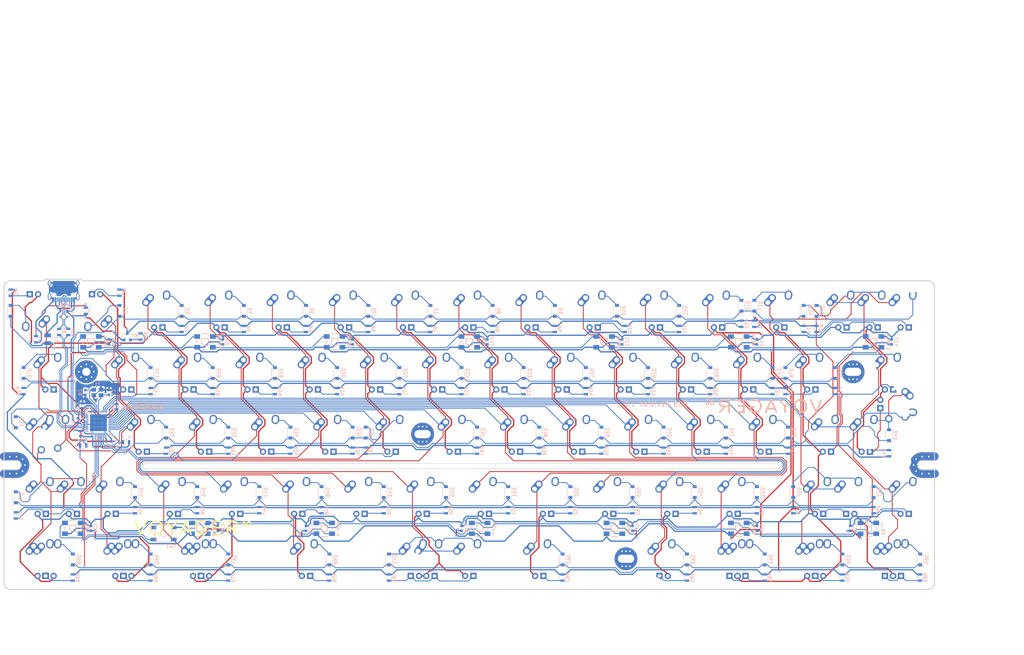
<source format=kicad_pcb>
(kicad_pcb (version 20171130) (host pcbnew "(5.0.1-3-g963ef8bb5)")
  (layers (0 F.Cu signal) (31 B.Cu signal) (34 B.Paste user) (35 F.Paste user) (36 B.SilkS user) (37 F.SilkS user) (38 B.Mask user) (39 F.Mask user) (44 Edge.Cuts user))
  (net 0 "")
  (net 1 "Net-(D1-Pad2)")
  (net 2 "Net-(D2-Pad2)")
  (net 3 "Net-(D3-Pad2)")
  (net 4 "Net-(D4-Pad2)")
  (net 5 "Net-(D5-Pad2)")
  (net 6 "Net-(D6-Pad2)")
  (net 7 "Net-(D7-Pad2)")
  (net 8 "Net-(D8-Pad2)")
  (net 9 "Net-(D9-Pad2)")
  (net 10 "Net-(D10-Pad2)")
  (net 11 "Net-(D11-Pad2)")
  (net 12 "Net-(D12-Pad2)")
  (net 13 "Net-(D13-Pad2)")
  (net 14 "Net-(D14-Pad2)")
  (net 15 "Net-(D16-Pad2)")
  (net 16 "Net-(D17-Pad2)")
  (net 17 "Net-(D18-Pad2)")
  (net 18 "Net-(D19-Pad2)")
  (net 19 "Net-(D20-Pad2)")
  (net 20 "Net-(D21-Pad2)")
  (net 21 "Net-(D22-Pad2)")
  (net 22 "Net-(D23-Pad2)")
  (net 23 "Net-(D24-Pad2)")
  (net 24 "Net-(D25-Pad2)")
  (net 25 "Net-(D26-Pad2)")
  (net 26 "Net-(D27-Pad2)")
  (net 27 "Net-(D28-Pad2)")
  (net 28 "Net-(D29-Pad2)")
  (net 29 "Net-(D30-Pad2)")
  (net 30 "Net-(D31-Pad2)")
  (net 31 "Net-(D32-Pad2)")
  (net 32 "Net-(D33-Pad2)")
  (net 33 "Net-(D34-Pad2)")
  (net 34 "Net-(D35-Pad2)")
  (net 35 "Net-(D36-Pad2)")
  (net 36 "Net-(D37-Pad2)")
  (net 37 "Net-(D38-Pad2)")
  (net 38 "Net-(D39-Pad2)")
  (net 39 "Net-(D40-Pad2)")
  (net 40 "Net-(D41-Pad2)")
  (net 41 "Net-(D42-Pad2)")
  (net 42 "Net-(D43-Pad2)")
  (net 43 "Net-(D44-Pad2)")
  (net 44 "Net-(D45-Pad2)")
  (net 45 "Net-(D46-Pad2)")
  (net 46 "Net-(D47-Pad2)")
  (net 47 "Net-(D48-Pad2)")
  (net 48 "Net-(D49-Pad2)")
  (net 49 "Net-(D50-Pad2)")
  (net 50 "Net-(D51-Pad2)")
  (net 51 "Net-(D52-Pad2)")
  (net 52 "Net-(D53-Pad2)")
  (net 53 "Net-(D54-Pad2)")
  (net 54 "Net-(D55-Pad2)")
  (net 55 "Net-(D56-Pad2)")
  (net 56 "Net-(D57-Pad2)")
  (net 57 "Net-(D58-Pad2)")
  (net 58 "Net-(D59-Pad2)")
  (net 59 "Net-(D60-Pad2)")
  (net 60 "Net-(D61-Pad2)")
  (net 61 "Net-(D62-Pad2)")
  (net 62 "Net-(D63-Pad2)")
  (net 63 "Net-(D64-Pad2)")
  (net 64 "Net-(D65-Pad2)")
  (net 65 "Net-(K_#1-Pad4)")
  (net 66 "Net-(K_#2-Pad4)")
  (net 67 "Net-(K_#3-Pad4)")
  (net 68 "Net-(K_#4-Pad4)")
  (net 69 "Net-(K_#5-Pad4)")
  (net 70 "Net-(K_#6-Pad4)")
  (net 71 "Net-(K_#7-Pad4)")
  (net 72 "Net-(K_#8-Pad4)")
  (net 73 "Net-(K_#9-Pad4)")
  (net 74 "Net-(K_#10-Pad4)")
  (net 75 "Net-(K_'1-Pad4)")
  (net 76 "Net-(K_,1-Pad4)")
  (net 77 "Net-(K_-1-Pad4)")
  (net 78 "Net-(K_.1-Pad4)")
  (net 79 "Net-(K_/1-Pad4)")
  (net 80 "Net-(K_;1-Pad4)")
  (net 81 "Net-(K_=1-Pad4)")
  (net 82 "Net-(K_A1-Pad4)")
  (net 83 "Net-(K_ALT1-Pad4)")
  (net 84 "Net-(K_B1-Pad4)")
  (net 85 "Net-(K_BACK1-Pad4)")
  (net 86 "Net-(K_C1-Pad4)")
  (net 87 "Net-(K_CTRL1-Pad4)")
  (net 88 "Net-(K_D1-Pad4)")
  (net 89 "Net-(K_E1-Pad4)")
  (net 90 "Net-(K_ENTER1-Pad4)")
  (net 91 "Net-(K_ESC1-Pad4)")
  (net 92 "Net-(K_F1-Pad4)")
  (net 93 "Net-(K_G1-Pad4)")
  (net 94 "Net-(K_H1-Pad4)")
  (net 95 "Net-(K_I1-Pad4)")
  (net 96 "Net-(K_J1-Pad4)")
  (net 97 "Net-(K_K1-Pad4)")
  (net 98 "Net-(K_L1-Pad4)")
  (net 99 "Net-(K_M1-Pad4)")
  (net 100 "Net-(K_N1-Pad4)")
  (net 101 "Net-(K_O1-Pad4)")
  (net 102 "Net-(K_P1-Pad4)")
  (net 103 "Net-(K_Q1-Pad4)")
  (net 104 "Net-(K_R1-Pad4)")
  (net 105 "Net-(K_S1-Pad4)")
  (net 106 "Net-(K_SHIFT1-Pad4)")
  (net 107 "Net-(K_SPACE1-Pad4)")
  (net 108 "Net-(K_T1-Pad4)")
  (net 109 "Net-(K_TAB1-Pad4)")
  (net 110 "Net-(K_U1-Pad4)")
  (net 111 "Net-(K_V1-Pad4)")
  (net 112 "Net-(K_W1-Pad4)")
  (net 113 "Net-(K_X1-Pad4)")
  (net 114 "Net-(K_Y1-Pad4)")
  (net 115 "Net-(K_Z1-Pad4)")
  (net 116 "Net-(K_[1-Pad4)")
  (net 117 "Net-(K_\\1-Pad4)")
  (net 118 "Net-(K_]1-Pad4)")
  (net 119 ROW0)
  (net 120 ROW1)
  (net 121 ROW2)
  (net 122 ROW3)
  (net 123 ROW4)
  (net 124 COL1)
  (net 125 +5V)
  (net 126 COL2)
  (net 127 COL3)
  (net 128 COL4)
  (net 129 COL5)
  (net 130 COL6)
  (net 131 COL7)
  (net 132 COL8)
  (net 133 COL9)
  (net 134 COL10)
  (net 135 COL11)
  (net 136 COL12)
  (net 137 COL13)
  (net 138 COL0)
  (net 139 LEDGND)
  (net 140 GND)
  (net 141 "Net-(R68-Pad2)")
  (net 142 "Net-(R67-Pad2)")
  (net 143 VCC)
  (net 144 "Net-(C6-Pad1)")
  (net 145 "Net-(C7-Pad1)")
  (net 146 "Net-(C8-Pad1)")
  (net 147 D-)
  (net 148 D+)
  (net 149 "Net-(Q1-Pad1)")
  (net 150 "Net-(R69-Pad2)")
  (net 151 "Net-(R70-Pad2)")
  (net 152 "Net-(R71-Pad2)")
  (net 153 "Net-(U1-Pad1)")
  (net 154 "Net-(U1-Pad8)")
  (net 155 "Net-(U1-Pad42)")
  (net 156 "Net-(D67-Pad2)")
  (net 157 "Net-(R73-Pad2)")
  (net 158 "Net-(R74-Pad2)")
  (net 159 "Net-(USB1-Pad9)")
  (net 160 "Net-(USB1-Pad3)")
  (net 161 "Net-(D68-Pad2)")
  (net 162 "Net-(K_SBACK2-Pad4)")
  (net 163 "Net-(K_RALT2-Pad4)")
  (net 164 "Net-(K_RALT3-Pad4)")
  (net 165 "Net-(K_RCTRL2-Pad4)")
  (net 166 "Net-(K_RMENU2-Pad4)")
  (net 167 "Net-(K_WIN1-Pad4)")
  (net 168 "Net-(K_RSHIFT1-Pad4)")
  (net 169 "Net-(K_SRSHIFT2-Pad4)")
  (net 170 "Net-(K_SHIFT3-Pad4)")
  (net 171 "Net-(K_SPACE3-Pad4)")
  (net 172 "Net-(K_SPACE4-Pad4)")
  (net 173 "Net-(U1-Pad18)")
  (net 174 "Net-(U1-Pad19)")
  (net 175 "Net-(RGB1-Pad2)")
  (net 176 RGBLED)
  (net 177 "Net-(RGB13-Pad2)")
  (net 178 "Net-(RGB2-Pad2)")
  (net 179 "Net-(RGB3-Pad2)")
  (net 180 "Net-(RGB4-Pad2)")
  (net 181 "Net-(RGB5-Pad2)")
  (net 182 "Net-(RGB6-Pad2)")
  (net 183 "Net-(RGB7-Pad2)")
  (net 184 "Net-(RGB10-Pad4)")
  (net 185 "Net-(RGB11-Pad4)")
  (net 186 "Net-(RGB10-Pad2)")
  (net 187 "Net-(RGB11-Pad2)")
  (net 188 "Net-(RGB12-Pad2)")
  (net 189 "Net-(RGB14-Pad2)")
  (module Diodes_SMD:D_SOD-123 (layer B.Cu) (at 26.19375 65.88125 90)
    (fp_text reference D31 (at 0 2 90) (layer B.SilkS) (effects (justify mirror)))
    (fp_text value SOD-123)
    (pad 1 smd rect (at -1.65 0 90) (size 0.9 1.2) (layers B.Cu B.Paste B.Mask) (net 121 ROW2))
    (pad 2 smd rect (at 1.65 0 90) (size 0.9 1.2) (layers B.Cu B.Paste B.Mask) (net 30 "Net-(D31-Pad2)"))
  )
  (module MX_Alps_Hybrid:MX-1.75U-NoLED (layer F.Cu) (at 38.89375 69.85)
    (fp_text reference K_CAPS1)
    (fp_text value 1.75U)
    (pad "" np_thru_hole circle (at 5.08 0 48.0996) (size 1.75 1.75) (drill 1.75) (layers *.Cu *.Mask))
    (pad "" np_thru_hole circle (at -5.08 0 48.0996) (size 1.75 1.75) (drill 1.75) (layers *.Cu *.Mask))
    (pad 1 thru_hole circle (at -2.5 -4) (size 2.25 2.25) (drill 1.47) (layers *.Cu B.Mask) (net 138 COL0))
    (pad "" np_thru_hole circle (at 0 0) (size 3.9878 3.9878) (drill 3.9878) (layers *.Cu *.Mask))
    (pad 1 thru_hole oval (at -3.81 -2.54 48.0996) (size 4.211556 2.25) (drill 1.47 (offset 0.980778 0)) (layers *.Cu B.Mask) (net 138 COL0))
    (pad 2 thru_hole circle (at 2.54 -5.08) (size 2.25 2.25) (drill 1.47) (layers *.Cu B.Mask) (net 30 "Net-(D31-Pad2)"))
    (pad 2 thru_hole oval (at 2.5 -4.5 86.0548) (size 2.831378 2.25) (drill 1.47 (offset 0.290689 0)) (layers *.Cu B.Mask) (net 30 "Net-(D31-Pad2)"))
  )
  (module MX_Alps_Hybrid:MX-1.25U-NoLED (layer F.Cu) (at 34.13125 69.85)
    (fp_text reference K_CAPS2)
    (fp_text value MX-1.25U)
    (pad "" np_thru_hole circle (at 5.08 0 48.0996) (size 1.75 1.75) (drill 1.75) (layers *.Cu *.Mask))
    (pad "" np_thru_hole circle (at -5.08 0 48.0996) (size 1.75 1.75) (drill 1.75) (layers *.Cu *.Mask))
    (pad 1 thru_hole circle (at -2.5 -4) (size 2.25 2.25) (drill 1.47) (layers *.Cu B.Mask) (net 30 "Net-(D31-Pad2)"))
    (pad "" np_thru_hole circle (at 0 0) (size 3.9878 3.9878) (drill 3.9878) (layers *.Cu *.Mask))
    (pad 1 thru_hole oval (at -3.81 -2.54 48.0996) (size 4.211556 2.25) (drill 1.47 (offset 0.980778 0)) (layers *.Cu B.Mask) (net 30 "Net-(D31-Pad2)"))
    (pad 2 thru_hole circle (at 2.54 -5.08) (size 2.25 2.25) (drill 1.47) (layers *.Cu B.Mask) (net 138 COL0))
    (pad 2 thru_hole oval (at 2.5 -4.5 86.0548) (size 2.831378 2.25) (drill 1.47 (offset 0.290689 0)) (layers *.Cu B.Mask) (net 138 COL0))
  )
  (module MX_Alps_Hybrid:ALPS-1.5U (layer F.Cu) (at 36.5125 69.85 180)
    (fp_text reference K_CAPS3)
    (fp_text value MX-1.5U)
    (pad 2 thru_hole circle (at 2.5 -4.5 180) (size 2.25 2.25) (drill 1.47) (layers *.Cu B.Mask) (net 138 COL0))
    (pad 1 thru_hole circle (at -2.5 -4 180) (size 2.25 2.25) (drill 1.47) (layers *.Cu B.Mask) (net 30 "Net-(D31-Pad2)"))
  )
  (module Diodes_SMD:D_SOD-123 (layer B.Cu) (at 24.60625 31.75 90)
    (fp_text reference D1 (at 0 2 90) (layer B.SilkS) (effects (justify mirror)))
    (fp_text value SOD-123)
    (pad 1 smd rect (at -1.65 0 90) (size 0.9 1.2) (layers B.Cu B.Paste B.Mask) (net 119 ROW0))
    (pad 2 smd rect (at 1.65 0 90) (size 0.9 1.2) (layers B.Cu B.Paste B.Mask) (net 1 "Net-(D1-Pad2)"))
  )
  (module Diodes_SMD:D_SOD-123 (layer B.Cu) (at 57.94375 31.75 90)
    (fp_text reference D2 (at 0 2 90) (layer B.SilkS) (effects (justify mirror)))
    (fp_text value SOD-123)
    (pad 1 smd rect (at -1.65 0 90) (size 0.9 1.2) (layers B.Cu B.Paste B.Mask) (net 119 ROW0))
    (pad 2 smd rect (at 1.65 0 90) (size 0.9 1.2) (layers B.Cu B.Paste B.Mask) (net 2 "Net-(D2-Pad2)"))
  )
  (module Diodes_SMD:D_SOD-123 (layer B.Cu) (at 76.99375 31.75 90)
    (fp_text reference D3 (at 0 2 90) (layer B.SilkS) (effects (justify mirror)))
    (fp_text value SOD-123)
    (pad 2 smd rect (at 1.65 0 90) (size 0.9 1.2) (layers B.Cu B.Paste B.Mask) (net 3 "Net-(D3-Pad2)"))
    (pad 1 smd rect (at -1.65 0 90) (size 0.9 1.2) (layers B.Cu B.Paste B.Mask) (net 119 ROW0))
  )
  (module Diodes_SMD:D_SOD-123 (layer B.Cu) (at 96.04375 31.75 90)
    (fp_text reference D4 (at 0 2 90) (layer B.SilkS) (effects (justify mirror)))
    (fp_text value SOD-123)
    (pad 1 smd rect (at -1.65 0 90) (size 0.9 1.2) (layers B.Cu B.Paste B.Mask) (net 119 ROW0))
    (pad 2 smd rect (at 1.65 0 90) (size 0.9 1.2) (layers B.Cu B.Paste B.Mask) (net 4 "Net-(D4-Pad2)"))
  )
  (module Diodes_SMD:D_SOD-123 (layer B.Cu) (at 115.09375 31.75 90)
    (fp_text reference D5 (at 0 2 90) (layer B.SilkS) (effects (justify mirror)))
    (fp_text value SOD-123)
    (pad 2 smd rect (at 1.65 0 90) (size 0.9 1.2) (layers B.Cu B.Paste B.Mask) (net 5 "Net-(D5-Pad2)"))
    (pad 1 smd rect (at -1.65 0 90) (size 0.9 1.2) (layers B.Cu B.Paste B.Mask) (net 119 ROW0))
  )
  (module Diodes_SMD:D_SOD-123 (layer B.Cu) (at 134.14375 31.75 90)
    (fp_text reference D6 (at 0 2 90) (layer B.SilkS) (effects (justify mirror)))
    (fp_text value SOD-123)
    (pad 1 smd rect (at -1.65 0 90) (size 0.9 1.2) (layers B.Cu B.Paste B.Mask) (net 119 ROW0))
    (pad 2 smd rect (at 1.65 0 90) (size 0.9 1.2) (layers B.Cu B.Paste B.Mask) (net 6 "Net-(D6-Pad2)"))
  )
  (module Diodes_SMD:D_SOD-123 (layer B.Cu) (at 153.19375 31.75 90)
    (fp_text reference D7 (at 0 2 90) (layer B.SilkS) (effects (justify mirror)))
    (fp_text value SOD-123)
    (pad 2 smd rect (at 1.65 0 90) (size 0.9 1.2) (layers B.Cu B.Paste B.Mask) (net 7 "Net-(D7-Pad2)"))
    (pad 1 smd rect (at -1.65 0 90) (size 0.9 1.2) (layers B.Cu B.Paste B.Mask) (net 119 ROW0))
  )
  (module Diodes_SMD:D_SOD-123 (layer B.Cu) (at 172.24375 31.75 90)
    (fp_text reference D8 (at 0 2 90) (layer B.SilkS) (effects (justify mirror)))
    (fp_text value SOD-123)
    (pad 1 smd rect (at -1.65 0 90) (size 0.9 1.2) (layers B.Cu B.Paste B.Mask) (net 119 ROW0))
    (pad 2 smd rect (at 1.65 0 90) (size 0.9 1.2) (layers B.Cu B.Paste B.Mask) (net 8 "Net-(D8-Pad2)"))
  )
  (module Diodes_SMD:D_SOD-123 (layer B.Cu) (at 191.29375 31.75 90)
    (fp_text reference D9 (at 0 2 90) (layer B.SilkS) (effects (justify mirror)))
    (fp_text value SOD-123)
    (pad 1 smd rect (at -1.65 0 90) (size 0.9 1.2) (layers B.Cu B.Paste B.Mask) (net 119 ROW0))
    (pad 2 smd rect (at 1.65 0 90) (size 0.9 1.2) (layers B.Cu B.Paste B.Mask) (net 9 "Net-(D9-Pad2)"))
  )
  (module Diodes_SMD:D_SOD-123 (layer B.Cu) (at 210.34375 31.75 90)
    (fp_text reference D10 (at 0 2 90) (layer B.SilkS) (effects (justify mirror)))
    (fp_text value SOD-123)
    (pad 1 smd rect (at -1.65 0 90) (size 0.9 1.2) (layers B.Cu B.Paste B.Mask) (net 119 ROW0))
    (pad 2 smd rect (at 1.65 0 90) (size 0.9 1.2) (layers B.Cu B.Paste B.Mask) (net 10 "Net-(D10-Pad2)"))
  )
  (module Diodes_SMD:D_SOD-123 (layer B.Cu) (at 229.39375 31.75 90)
    (fp_text reference D11 (at 0 2 90) (layer B.SilkS) (effects (justify mirror)))
    (fp_text value SOD-123)
    (pad 2 smd rect (at 1.65 0 90) (size 0.9 1.2) (layers B.Cu B.Paste B.Mask) (net 11 "Net-(D11-Pad2)"))
    (pad 1 smd rect (at -1.65 0 90) (size 0.9 1.2) (layers B.Cu B.Paste B.Mask) (net 119 ROW0))
  )
  (module Diodes_SMD:D_SOD-123 (layer B.Cu) (at 248.44375 30.1625 90)
    (fp_text reference D12 (at 0 2 90) (layer B.SilkS) (effects (justify mirror)))
    (fp_text value SOD-123)
    (pad 1 smd rect (at -1.65 0 90) (size 0.9 1.2) (layers B.Cu B.Paste B.Mask) (net 119 ROW0))
    (pad 2 smd rect (at 1.65 0 90) (size 0.9 1.2) (layers B.Cu B.Paste B.Mask) (net 12 "Net-(D12-Pad2)"))
  )
  (module Diodes_SMD:D_SOD-123 (layer B.Cu) (at 252.4125 30.1625 90)
    (fp_text reference D13 (at 0 2 90) (layer B.SilkS) (effects (justify mirror)))
    (fp_text value SOD-123)
    (pad 1 smd rect (at -1.65 0 90) (size 0.9 1.2) (layers B.Cu B.Paste B.Mask) (net 119 ROW0))
    (pad 2 smd rect (at 1.65 0 90) (size 0.9 1.2) (layers B.Cu B.Paste B.Mask) (net 13 "Net-(D13-Pad2)"))
  )
  (module Diodes_SMD:D_SOD-123 (layer B.Cu) (at 267.49375 31.75 90)
    (fp_text reference D14 (at 0 2 90) (layer B.SilkS) (effects (justify mirror)))
    (fp_text value SOD-123)
    (pad 2 smd rect (at 1.65 0 90) (size 0.9 1.2) (layers B.Cu B.Paste B.Mask) (net 14 "Net-(D14-Pad2)"))
    (pad 1 smd rect (at -1.65 0 90) (size 0.9 1.2) (layers B.Cu B.Paste B.Mask) (net 119 ROW0))
  )
  (module Diodes_SMD:D_SOD-123 (layer B.Cu) (at 28.575 50.8 90)
    (fp_text reference D16 (at 0 2 90) (layer B.SilkS) (effects (justify mirror)))
    (fp_text value SOD-123)
    (pad 1 smd rect (at -1.65 0 90) (size 0.9 1.2) (layers B.Cu B.Paste B.Mask) (net 120 ROW1))
    (pad 2 smd rect (at 1.65 0 90) (size 0.9 1.2) (layers B.Cu B.Paste B.Mask) (net 15 "Net-(D16-Pad2)"))
  )
  (module Diodes_SMD:D_SOD-123 (layer B.Cu) (at 67.46875 50.8 90)
    (fp_text reference D17 (at 0 2 90) (layer B.SilkS) (effects (justify mirror)))
    (fp_text value SOD-123)
    (pad 1 smd rect (at -1.65 0 90) (size 0.9 1.2) (layers B.Cu B.Paste B.Mask) (net 120 ROW1))
    (pad 2 smd rect (at 1.65 0 90) (size 0.9 1.2) (layers B.Cu B.Paste B.Mask) (net 16 "Net-(D17-Pad2)"))
  )
  (module Diodes_SMD:D_SOD-123 (layer B.Cu) (at 86.51875 50.8 90)
    (fp_text reference D18 (at 0 2 90) (layer B.SilkS) (effects (justify mirror)))
    (fp_text value SOD-123)
    (pad 1 smd rect (at -1.65 0 90) (size 0.9 1.2) (layers B.Cu B.Paste B.Mask) (net 120 ROW1))
    (pad 2 smd rect (at 1.65 0 90) (size 0.9 1.2) (layers B.Cu B.Paste B.Mask) (net 17 "Net-(D18-Pad2)"))
  )
  (module Diodes_SMD:D_SOD-123 (layer B.Cu) (at 105.56875 50.8 90)
    (fp_text reference D19 (at 0 2 90) (layer B.SilkS) (effects (justify mirror)))
    (fp_text value SOD-123)
    (pad 2 smd rect (at 1.65 0 90) (size 0.9 1.2) (layers B.Cu B.Paste B.Mask) (net 18 "Net-(D19-Pad2)"))
    (pad 1 smd rect (at -1.65 0 90) (size 0.9 1.2) (layers B.Cu B.Paste B.Mask) (net 120 ROW1))
  )
  (module Diodes_SMD:D_SOD-123 (layer B.Cu) (at 124.61875 50.8 90)
    (fp_text reference D20 (at 0 2 90) (layer B.SilkS) (effects (justify mirror)))
    (fp_text value SOD-123)
    (pad 2 smd rect (at 1.65 0 90) (size 0.9 1.2) (layers B.Cu B.Paste B.Mask) (net 19 "Net-(D20-Pad2)"))
    (pad 1 smd rect (at -1.65 0 90) (size 0.9 1.2) (layers B.Cu B.Paste B.Mask) (net 120 ROW1))
  )
  (module Diodes_SMD:D_SOD-123 (layer B.Cu) (at 143.66875 50.8 90)
    (fp_text reference D21 (at 0 2 90) (layer B.SilkS) (effects (justify mirror)))
    (fp_text value SOD-123)
    (pad 1 smd rect (at -1.65 0 90) (size 0.9 1.2) (layers B.Cu B.Paste B.Mask) (net 120 ROW1))
    (pad 2 smd rect (at 1.65 0 90) (size 0.9 1.2) (layers B.Cu B.Paste B.Mask) (net 20 "Net-(D21-Pad2)"))
  )
  (module Diodes_SMD:D_SOD-123 (layer B.Cu) (at 162.71875 50.8 90)
    (fp_text reference D22 (at 0 2 90) (layer B.SilkS) (effects (justify mirror)))
    (fp_text value SOD-123)
    (pad 2 smd rect (at 1.65 0 90) (size 0.9 1.2) (layers B.Cu B.Paste B.Mask) (net 21 "Net-(D22-Pad2)"))
    (pad 1 smd rect (at -1.65 0 90) (size 0.9 1.2) (layers B.Cu B.Paste B.Mask) (net 120 ROW1))
  )
  (module Diodes_SMD:D_SOD-123 (layer B.Cu) (at 181.76875 50.8 90)
    (fp_text reference D23 (at 0 2 90) (layer B.SilkS) (effects (justify mirror)))
    (fp_text value SOD-123)
    (pad 2 smd rect (at 1.65 0 90) (size 0.9 1.2) (layers B.Cu B.Paste B.Mask) (net 22 "Net-(D23-Pad2)"))
    (pad 1 smd rect (at -1.65 0 90) (size 0.9 1.2) (layers B.Cu B.Paste B.Mask) (net 120 ROW1))
  )
  (module Diodes_SMD:D_SOD-123 (layer B.Cu) (at 200.81875 50.8 90)
    (fp_text reference D24 (at 0 2 90) (layer B.SilkS) (effects (justify mirror)))
    (fp_text value SOD-123)
    (pad 1 smd rect (at -1.65 0 90) (size 0.9 1.2) (layers B.Cu B.Paste B.Mask) (net 120 ROW1))
    (pad 2 smd rect (at 1.65 0 90) (size 0.9 1.2) (layers B.Cu B.Paste B.Mask) (net 23 "Net-(D24-Pad2)"))
  )
  (module Diodes_SMD:D_SOD-123 (layer B.Cu) (at 219.86875 50.8 90)
    (fp_text reference D25 (at 0 2 90) (layer B.SilkS) (effects (justify mirror)))
    (fp_text value SOD-123)
    (pad 2 smd rect (at 1.65 0 90) (size 0.9 1.2) (layers B.Cu B.Paste B.Mask) (net 24 "Net-(D25-Pad2)"))
    (pad 1 smd rect (at -1.65 0 90) (size 0.9 1.2) (layers B.Cu B.Paste B.Mask) (net 120 ROW1))
  )
  (module Diodes_SMD:D_SOD-123 (layer B.Cu) (at 238.91875 50.8 90)
    (fp_text reference D26 (at 0 2 90) (layer B.SilkS) (effects (justify mirror)))
    (fp_text value SOD-123)
    (pad 1 smd rect (at -1.65 0 90) (size 0.9 1.2) (layers B.Cu B.Paste B.Mask) (net 120 ROW1))
    (pad 2 smd rect (at 1.65 0 90) (size 0.9 1.2) (layers B.Cu B.Paste B.Mask) (net 25 "Net-(D26-Pad2)"))
  )
  (module Diodes_SMD:D_SOD-123 (layer B.Cu) (at 257.96875 50.8 90)
    (fp_text reference D27 (at 0 2 90) (layer B.SilkS) (effects (justify mirror)))
    (fp_text value SOD-123)
    (pad 2 smd rect (at 1.65 0 90) (size 0.9 1.2) (layers B.Cu B.Paste B.Mask) (net 26 "Net-(D27-Pad2)"))
    (pad 1 smd rect (at -1.65 0 90) (size 0.9 1.2) (layers B.Cu B.Paste B.Mask) (net 120 ROW1))
  )
  (module Diodes_SMD:D_SOD-123 (layer B.Cu) (at 261.9375 50.8 90)
    (fp_text reference D28 (at 0 2 90) (layer B.SilkS) (effects (justify mirror)))
    (fp_text value SOD-123)
    (pad 2 smd rect (at 1.65 0 90) (size 0.9 1.2) (layers B.Cu B.Paste B.Mask) (net 27 "Net-(D28-Pad2)"))
    (pad 1 smd rect (at -1.65 0 90) (size 0.9 1.2) (layers B.Cu B.Paste B.Mask) (net 120 ROW1))
  )
  (module Diodes_SMD:D_SOD-123 (layer B.Cu) (at 277.01875 50.8 90)
    (fp_text reference D29 (at 0 2 90) (layer B.SilkS) (effects (justify mirror)))
    (fp_text value SOD-123)
    (pad 2 smd rect (at 1.65 0 90) (size 0.9 1.2) (layers B.Cu B.Paste B.Mask) (net 28 "Net-(D29-Pad2)"))
    (pad 1 smd rect (at -1.65 0 90) (size 0.9 1.2) (layers B.Cu B.Paste B.Mask) (net 120 ROW1))
  )
  (module Diodes_SMD:D_SOD-123 (layer B.Cu) (at 279.4 107.95 90)
    (fp_text reference D30 (at 0 2 90) (layer B.SilkS) (effects (justify mirror)))
    (fp_text value SOD-123)
    (pad 1 smd rect (at -1.65 0 90) (size 0.9 1.2) (layers B.Cu B.Paste B.Mask) (net 123 ROW4))
    (pad 2 smd rect (at 1.65 0 90) (size 0.9 1.2) (layers B.Cu B.Paste B.Mask) (net 29 "Net-(D30-Pad2)"))
  )
  (module Diodes_SMD:D_SOD-123 (layer B.Cu) (at 72.23125 69.05625 90)
    (fp_text reference D32 (at 0 2 90) (layer B.SilkS) (effects (justify mirror)))
    (fp_text value SOD-123)
    (pad 2 smd rect (at 1.65 0 90) (size 0.9 1.2) (layers B.Cu B.Paste B.Mask) (net 31 "Net-(D32-Pad2)"))
    (pad 1 smd rect (at -1.65 0 90) (size 0.9 1.2) (layers B.Cu B.Paste B.Mask) (net 121 ROW2))
  )
  (module Diodes_SMD:D_SOD-123 (layer B.Cu) (at 91.28125 69.05625 90)
    (fp_text reference D33 (at 0 2 90) (layer B.SilkS) (effects (justify mirror)))
    (fp_text value SOD-123)
    (pad 2 smd rect (at 1.65 0 90) (size 0.9 1.2) (layers B.Cu B.Paste B.Mask) (net 32 "Net-(D33-Pad2)"))
    (pad 1 smd rect (at -1.65 0 90) (size 0.9 1.2) (layers B.Cu B.Paste B.Mask) (net 121 ROW2))
  )
  (module Diodes_SMD:D_SOD-123 (layer B.Cu) (at 110.33125 69.05625 90)
    (fp_text reference D34 (at 0 2 90) (layer B.SilkS) (effects (justify mirror)))
    (fp_text value SOD-123)
    (pad 1 smd rect (at -1.65 0 90) (size 0.9 1.2) (layers B.Cu B.Paste B.Mask) (net 121 ROW2))
    (pad 2 smd rect (at 1.65 0 90) (size 0.9 1.2) (layers B.Cu B.Paste B.Mask) (net 33 "Net-(D34-Pad2)"))
  )
  (module Diodes_SMD:D_SOD-123 (layer B.Cu) (at 129.38125 69.05625 90)
    (fp_text reference D35 (at 0 2 90) (layer B.SilkS) (effects (justify mirror)))
    (fp_text value SOD-123)
    (pad 1 smd rect (at -1.65 0 90) (size 0.9 1.2) (layers B.Cu B.Paste B.Mask) (net 121 ROW2))
    (pad 2 smd rect (at 1.65 0 90) (size 0.9 1.2) (layers B.Cu B.Paste B.Mask) (net 34 "Net-(D35-Pad2)"))
  )
  (module Diodes_SMD:D_SOD-123 (layer B.Cu) (at 133.35 69.05625 90)
    (fp_text reference D36 (at 0 2 90) (layer B.SilkS) (effects (justify mirror)))
    (fp_text value SOD-123)
    (pad 1 smd rect (at -1.65 0 90) (size 0.9 1.2) (layers B.Cu B.Paste B.Mask) (net 121 ROW2))
    (pad 2 smd rect (at 1.65 0 90) (size 0.9 1.2) (layers B.Cu B.Paste B.Mask) (net 35 "Net-(D36-Pad2)"))
  )
  (module Diodes_SMD:D_SOD-123 (layer B.Cu) (at 167.48125 69.05625 90)
    (fp_text reference D37 (at 0 2 90) (layer B.SilkS) (effects (justify mirror)))
    (fp_text value SOD-123)
    (pad 2 smd rect (at 1.65 0 90) (size 0.9 1.2) (layers B.Cu B.Paste B.Mask) (net 36 "Net-(D37-Pad2)"))
    (pad 1 smd rect (at -1.65 0 90) (size 0.9 1.2) (layers B.Cu B.Paste B.Mask) (net 121 ROW2))
  )
  (module Diodes_SMD:D_SOD-123 (layer B.Cu) (at 186.53125 69.05625 90)
    (fp_text reference D38 (at 0 2 90) (layer B.SilkS) (effects (justify mirror)))
    (fp_text value SOD-123)
    (pad 2 smd rect (at 1.65 0 90) (size 0.9 1.2) (layers B.Cu B.Paste B.Mask) (net 37 "Net-(D38-Pad2)"))
    (pad 1 smd rect (at -1.65 0 90) (size 0.9 1.2) (layers B.Cu B.Paste B.Mask) (net 121 ROW2))
  )
  (module Diodes_SMD:D_SOD-123 (layer B.Cu) (at 205.58125 69.05625 90)
    (fp_text reference D39 (at 0 2 90) (layer B.SilkS) (effects (justify mirror)))
    (fp_text value SOD-123)
    (pad 2 smd rect (at 1.65 0 90) (size 0.9 1.2) (layers B.Cu B.Paste B.Mask) (net 38 "Net-(D39-Pad2)"))
    (pad 1 smd rect (at -1.65 0 90) (size 0.9 1.2) (layers B.Cu B.Paste B.Mask) (net 121 ROW2))
  )
  (module Diodes_SMD:D_SOD-123 (layer B.Cu) (at 224.63125 69.05625 90)
    (fp_text reference D40 (at 0 2 90) (layer B.SilkS) (effects (justify mirror)))
    (fp_text value SOD-123)
    (pad 1 smd rect (at -1.65 0 90) (size 0.9 1.2) (layers B.Cu B.Paste B.Mask) (net 121 ROW2))
    (pad 2 smd rect (at 1.65 0 90) (size 0.9 1.2) (layers B.Cu B.Paste B.Mask) (net 39 "Net-(D40-Pad2)"))
  )
  (module Diodes_SMD:D_SOD-123 (layer B.Cu) (at 243.68125 69.05625 90)
    (fp_text reference D41 (at 0 2 90) (layer B.SilkS) (effects (justify mirror)))
    (fp_text value SOD-123)
    (pad 2 smd rect (at 1.65 0 90) (size 0.9 1.2) (layers B.Cu B.Paste B.Mask) (net 40 "Net-(D41-Pad2)"))
    (pad 1 smd rect (at -1.65 0 90) (size 0.9 1.2) (layers B.Cu B.Paste B.Mask) (net 121 ROW2))
  )
  (module Diodes_SMD:D_SOD-123 (layer B.Cu) (at 262.73125 69.05625 90)
    (fp_text reference D42 (at 0 2 90) (layer B.SilkS) (effects (justify mirror)))
    (fp_text value SOD-123)
    (pad 2 smd rect (at 1.65 0 90) (size 0.9 1.2) (layers B.Cu B.Paste B.Mask) (net 41 "Net-(D42-Pad2)"))
    (pad 1 smd rect (at -1.65 0 90) (size 0.9 1.2) (layers B.Cu B.Paste B.Mask) (net 121 ROW2))
  )
  (module Diodes_SMD:D_SOD-123 (layer B.Cu) (at 293.6875 69.85 90)
    (fp_text reference D43 (at 0 2 90) (layer B.SilkS) (effects (justify mirror)))
    (fp_text value SOD-123)
    (pad 2 smd rect (at 1.65 0 90) (size 0.9 1.2) (layers B.Cu B.Paste B.Mask) (net 42 "Net-(D43-Pad2)"))
    (pad 1 smd rect (at -1.65 0 90) (size 0.9 1.2) (layers B.Cu B.Paste B.Mask) (net 121 ROW2))
  )
  (module Diodes_SMD:D_SOD-123 (layer B.Cu) (at 26.19375 88.9 90)
    (fp_text reference D45 (at 0 2 90) (layer B.SilkS) (effects (justify mirror)))
    (fp_text value SOD-123)
    (pad 1 smd rect (at -1.65 0 90) (size 0.9 1.2) (layers B.Cu B.Paste B.Mask) (net 122 ROW3))
    (pad 2 smd rect (at 1.65 0 90) (size 0.9 1.2) (layers B.Cu B.Paste B.Mask) (net 44 "Net-(D45-Pad2)"))
  )
  (module Diodes_SMD:D_SOD-123 (layer B.Cu) (at 81.75625 87.3125 90)
    (fp_text reference D46 (at 0 2 90) (layer B.SilkS) (effects (justify mirror)))
    (fp_text value SOD-123)
    (pad 1 smd rect (at -1.65 0 90) (size 0.9 1.2) (layers B.Cu B.Paste B.Mask) (net 122 ROW3))
    (pad 2 smd rect (at 1.65 0 90) (size 0.9 1.2) (layers B.Cu B.Paste B.Mask) (net 45 "Net-(D46-Pad2)"))
  )
  (module Diodes_SMD:D_SOD-123 (layer B.Cu) (at 100.80625 87.3125 90)
    (fp_text reference D47 (at 0 2 90) (layer B.SilkS) (effects (justify mirror)))
    (fp_text value SOD-123)
    (pad 2 smd rect (at 1.65 0 90) (size 0.9 1.2) (layers B.Cu B.Paste B.Mask) (net 46 "Net-(D47-Pad2)"))
    (pad 1 smd rect (at -1.65 0 90) (size 0.9 1.2) (layers B.Cu B.Paste B.Mask) (net 122 ROW3))
  )
  (module Diodes_SMD:D_SOD-123 (layer B.Cu) (at 119.85625 87.3125 90)
    (fp_text reference D48 (at 0 2 90) (layer B.SilkS) (effects (justify mirror)))
    (fp_text value SOD-123)
    (pad 1 smd rect (at -1.65 0 90) (size 0.9 1.2) (layers B.Cu B.Paste B.Mask) (net 122 ROW3))
    (pad 2 smd rect (at 1.65 0 90) (size 0.9 1.2) (layers B.Cu B.Paste B.Mask) (net 47 "Net-(D48-Pad2)"))
  )
  (module Diodes_SMD:D_SOD-123 (layer B.Cu) (at 138.90625 87.3125 90)
    (fp_text reference D49 (at 0 2 90) (layer B.SilkS) (effects (justify mirror)))
    (fp_text value SOD-123)
    (pad 2 smd rect (at 1.65 0 90) (size 0.9 1.2) (layers B.Cu B.Paste B.Mask) (net 48 "Net-(D49-Pad2)"))
    (pad 1 smd rect (at -1.65 0 90) (size 0.9 1.2) (layers B.Cu B.Paste B.Mask) (net 122 ROW3))
  )
  (module Diodes_SMD:D_SOD-123 (layer B.Cu) (at 157.95625 87.3125 90)
    (fp_text reference D50 (at 0 2 90) (layer B.SilkS) (effects (justify mirror)))
    (fp_text value SOD-123)
    (pad 2 smd rect (at 1.65 0 90) (size 0.9 1.2) (layers B.Cu B.Paste B.Mask) (net 49 "Net-(D50-Pad2)"))
    (pad 1 smd rect (at -1.65 0 90) (size 0.9 1.2) (layers B.Cu B.Paste B.Mask) (net 122 ROW3))
  )
  (module Diodes_SMD:D_SOD-123 (layer B.Cu) (at 177.00625 87.3125 90)
    (fp_text reference D51 (at 0 2 90) (layer B.SilkS) (effects (justify mirror)))
    (fp_text value SOD-123)
    (pad 2 smd rect (at 1.65 0 90) (size 0.9 1.2) (layers B.Cu B.Paste B.Mask) (net 50 "Net-(D51-Pad2)"))
    (pad 1 smd rect (at -1.65 0 90) (size 0.9 1.2) (layers B.Cu B.Paste B.Mask) (net 122 ROW3))
  )
  (module Diodes_SMD:D_SOD-123 (layer B.Cu) (at 196.05625 87.3125 90)
    (fp_text reference D52 (at 0 2 90) (layer B.SilkS) (effects (justify mirror)))
    (fp_text value SOD-123)
    (pad 2 smd rect (at 1.65 0 90) (size 0.9 1.2) (layers B.Cu B.Paste B.Mask) (net 51 "Net-(D52-Pad2)"))
    (pad 1 smd rect (at -1.65 0 90) (size 0.9 1.2) (layers B.Cu B.Paste B.Mask) (net 122 ROW3))
  )
  (module Diodes_SMD:D_SOD-123 (layer B.Cu) (at 215.10625 87.3125 90)
    (fp_text reference D53 (at 0 2 90) (layer B.SilkS) (effects (justify mirror)))
    (fp_text value SOD-123)
    (pad 1 smd rect (at -1.65 0 90) (size 0.9 1.2) (layers B.Cu B.Paste B.Mask) (net 122 ROW3))
    (pad 2 smd rect (at 1.65 0 90) (size 0.9 1.2) (layers B.Cu B.Paste B.Mask) (net 52 "Net-(D53-Pad2)"))
  )
  (module Diodes_SMD:D_SOD-123 (layer B.Cu) (at 234.15625 87.3125 90)
    (fp_text reference D54 (at 0 2 90) (layer B.SilkS) (effects (justify mirror)))
    (fp_text value SOD-123)
    (pad 1 smd rect (at -1.65 0 90) (size 0.9 1.2) (layers B.Cu B.Paste B.Mask) (net 122 ROW3))
    (pad 2 smd rect (at 1.65 0 90) (size 0.9 1.2) (layers B.Cu B.Paste B.Mask) (net 53 "Net-(D54-Pad2)"))
  )
  (module Diodes_SMD:D_SOD-123 (layer B.Cu) (at 253.20625 87.3125 90)
    (fp_text reference D55 (at 0 2 90) (layer B.SilkS) (effects (justify mirror)))
    (fp_text value SOD-123)
    (pad 1 smd rect (at -1.65 0 90) (size 0.9 1.2) (layers B.Cu B.Paste B.Mask) (net 122 ROW3))
    (pad 2 smd rect (at 1.65 0 90) (size 0.9 1.2) (layers B.Cu B.Paste B.Mask) (net 54 "Net-(D55-Pad2)"))
  )
  (module Diodes_SMD:D_SOD-123 (layer B.Cu) (at 264.31875 87.3125 90)
    (fp_text reference D56 (at 0 2 90) (layer B.SilkS) (effects (justify mirror)))
    (fp_text value SOD-123)
    (pad 2 smd rect (at 1.65 0 90) (size 0.9 1.2) (layers B.Cu B.Paste B.Mask) (net 55 "Net-(D56-Pad2)"))
    (pad 1 smd rect (at -1.65 0 90) (size 0.9 1.2) (layers B.Cu B.Paste B.Mask) (net 122 ROW3))
  )
  (module Diodes_SMD:D_SOD-123 (layer B.Cu) (at 288.925 87.3125 90)
    (fp_text reference D57 (at 0 2 90) (layer B.SilkS) (effects (justify mirror)))
    (fp_text value SOD-123)
    (pad 2 smd rect (at 1.65 0 90) (size 0.9 1.2) (layers B.Cu B.Paste B.Mask) (net 56 "Net-(D57-Pad2)"))
    (pad 1 smd rect (at -1.65 0 90) (size 0.9 1.2) (layers B.Cu B.Paste B.Mask) (net 122 ROW3))
  )
  (module Diodes_SMD:D_SOD-123 (layer B.Cu) (at 43.65625 107.95 90)
    (fp_text reference D59 (at 0 2 90) (layer B.SilkS) (effects (justify mirror)))
    (fp_text value SOD-123)
    (pad 2 smd rect (at 1.65 0 90) (size 0.9 1.2) (layers B.Cu B.Paste B.Mask) (net 58 "Net-(D59-Pad2)"))
    (pad 1 smd rect (at -1.65 0 90) (size 0.9 1.2) (layers B.Cu B.Paste B.Mask) (net 123 ROW4))
  )
  (module Diodes_SMD:D_SOD-123 (layer B.Cu) (at 67.46875 107.95 90)
    (fp_text reference D60 (at 0 2 90) (layer B.SilkS) (effects (justify mirror)))
    (fp_text value SOD-123)
    (pad 1 smd rect (at -1.65 0 90) (size 0.9 1.2) (layers B.Cu B.Paste B.Mask) (net 123 ROW4))
    (pad 2 smd rect (at 1.65 0 90) (size 0.9 1.2) (layers B.Cu B.Paste B.Mask) (net 59 "Net-(D60-Pad2)"))
  )
  (module Diodes_SMD:D_SOD-123 (layer B.Cu) (at 140.49375 107.95 90)
    (fp_text reference D61 (at 0 2 90) (layer B.SilkS) (effects (justify mirror)))
    (fp_text value SOD-123)
    (pad 1 smd rect (at -1.65 0 90) (size 0.9 1.2) (layers B.Cu B.Paste B.Mask) (net 123 ROW4))
    (pad 2 smd rect (at 1.65 0 90) (size 0.9 1.2) (layers B.Cu B.Paste B.Mask) (net 60 "Net-(D61-Pad2)"))
  )
  (module Diodes_SMD:D_SOD-123 (layer B.Cu) (at 231.775 107.95 90)
    (fp_text reference D63 (at 0 2 90) (layer B.SilkS) (effects (justify mirror)))
    (fp_text value SOD-123)
    (pad 1 smd rect (at -1.65 0 90) (size 0.9 1.2) (layers B.Cu B.Paste B.Mask) (net 123 ROW4))
    (pad 2 smd rect (at 1.65 0 90) (size 0.9 1.2) (layers B.Cu B.Paste B.Mask) (net 62 "Net-(D63-Pad2)"))
  )
  (module Diodes_SMD:D_SOD-123 (layer B.Cu) (at 255.5875 107.95 90)
    (fp_text reference D64 (at 0 2 90) (layer B.SilkS) (effects (justify mirror)))
    (fp_text value SOD-123)
    (pad 1 smd rect (at -1.65 0 90) (size 0.9 1.2) (layers B.Cu B.Paste B.Mask) (net 123 ROW4))
    (pad 2 smd rect (at 1.65 0 90) (size 0.9 1.2) (layers B.Cu B.Paste B.Mask) (net 63 "Net-(D64-Pad2)"))
  )
  (module Diodes_SMD:D_SOD-123 (layer B.Cu) (at 303.2125 107.95 90)
    (fp_text reference D65 (at 0 2 90) (layer B.SilkS) (effects (justify mirror)))
    (fp_text value SOD-123)
    (pad 2 smd rect (at 1.65 0 90) (size 0.9 1.2) (layers B.Cu B.Paste B.Mask) (net 64 "Net-(D65-Pad2)"))
    (pad 1 smd rect (at -1.65 0 90) (size 0.9 1.2) (layers B.Cu B.Paste B.Mask) (net 123 ROW4))
  )
  (module Diodes_SMD:D_SOD-123 (layer B.Cu) (at 91.28125 107.95 90)
    (fp_text reference D67 (at 0 2 90) (layer B.SilkS) (effects (justify mirror)))
    (fp_text value SOD-123)
    (pad 1 smd rect (at -1.65 0 90) (size 0.9 1.2) (layers B.Cu B.Paste B.Mask) (net 123 ROW4))
    (pad 2 smd rect (at 1.65 0 90) (size 0.9 1.2) (layers B.Cu B.Paste B.Mask) (net 156 "Net-(D67-Pad2)"))
  )
  (module Diodes_SMD:D_SOD-123 (layer B.Cu) (at 271.4625 31.75 90)
    (fp_text reference D68 (at 0 2 90) (layer B.SilkS) (effects (justify mirror)))
    (fp_text value SOD-123)
    (pad 1 smd rect (at -1.65 0 90) (size 0.9 1.2) (layers B.Cu B.Paste B.Mask) (net 121 ROW2))
    (pad 2 smd rect (at 1.65 0 90) (size 0.9 1.2) (layers B.Cu B.Paste B.Mask) (net 161 "Net-(D68-Pad2)"))
  )
  (module Fuse_Holders_and_Fuses:Fuse_SMD1206_Reflow (layer B.Cu) (at 35.941 40.48125 90)
    (fp_text reference F1 (at -0.1 2.75 90) (layer B.SilkS) (effects (justify mirror)))
    (fp_text value 500mA)
    (pad 2 smd rect (at 1.2 0) (size 2.03 1.14) (layers B.Cu B.Paste B.Mask) (net 143 VCC))
    (pad 1 smd rect (at -1.2 0) (size 2.03 1.14) (layers B.Cu B.Paste B.Mask) (net 125 +5V))
  )
  (module TO_SOT_Packages_SMD:SOT-23 (layer B.Cu) (at 60.325 39.6875 90)
    (fp_text reference Q1 (at 0 2.5 90) (layer B.SilkS) (effects (justify mirror)))
    (fp_text value 2N7002)
    (pad 3 smd rect (at 1 0 90) (size 0.9 0.8) (layers B.Cu B.Paste B.Mask) (net 139 LEDGND))
    (pad 2 smd rect (at -1 -0.95 90) (size 0.9 0.8) (layers B.Cu B.Paste B.Mask) (net 140 GND))
    (pad 1 smd rect (at -1 0.95 90) (size 0.9 0.8) (layers B.Cu B.Paste B.Mask) (net 149 "Net-(Q1-Pad1)"))
  )
  (module Resistors_SMD:R_0805 (layer B.Cu) (at 24.60625 26.19375 90)
    (fp_text reference R1 (at 0 1.65 90) (layer B.SilkS) (effects (justify mirror)))
    (fp_text value 1k)
    (pad 1 smd rect (at -0.95 0 90) (size 0.7 1.3) (layers B.Cu B.Paste B.Mask) (net 91 "Net-(K_ESC1-Pad4)"))
    (pad 2 smd rect (at 0.95 0 90) (size 0.7 1.3) (layers B.Cu B.Paste B.Mask) (net 139 LEDGND))
  )
  (module Resistors_SMD:R_0805 (layer B.Cu) (at 57.94375 26.19375 90)
    (fp_text reference R2 (at 0 1.65 90) (layer B.SilkS) (effects (justify mirror)))
    (fp_text value 1k)
    (pad 1 smd rect (at -0.95 0 90) (size 0.7 1.3) (layers B.Cu B.Paste B.Mask) (net 65 "Net-(K_#1-Pad4)"))
    (pad 2 smd rect (at 0.95 0 90) (size 0.7 1.3) (layers B.Cu B.Paste B.Mask) (net 139 LEDGND))
  )
  (module Resistors_SMD:R_0805 (layer B.Cu) (at 76.99375 37.30625 90)
    (fp_text reference R3 (at 0 1.65 90) (layer B.SilkS) (effects (justify mirror)))
    (fp_text value 1k)
    (pad 2 smd rect (at 0.95 0 90) (size 0.7 1.3) (layers B.Cu B.Paste B.Mask) (net 139 LEDGND))
    (pad 1 smd rect (at -0.95 0 90) (size 0.7 1.3) (layers B.Cu B.Paste B.Mask) (net 66 "Net-(K_#2-Pad4)"))
  )
  (module Resistors_SMD:R_0805 (layer B.Cu) (at 96.04375 37.30625 90)
    (fp_text reference R4 (at 0 1.65 90) (layer B.SilkS) (effects (justify mirror)))
    (fp_text value 1k)
    (pad 2 smd rect (at 0.95 0 90) (size 0.7 1.3) (layers B.Cu B.Paste B.Mask) (net 139 LEDGND))
    (pad 1 smd rect (at -0.95 0 90) (size 0.7 1.3) (layers B.Cu B.Paste B.Mask) (net 67 "Net-(K_#3-Pad4)"))
  )
  (module Resistors_SMD:R_0805 (layer B.Cu) (at 115.09375 37.30625 90)
    (fp_text reference R5 (at 0 1.65 90) (layer B.SilkS) (effects (justify mirror)))
    (fp_text value 1k)
    (pad 2 smd rect (at 0.95 0 90) (size 0.7 1.3) (layers B.Cu B.Paste B.Mask) (net 139 LEDGND))
    (pad 1 smd rect (at -0.95 0 90) (size 0.7 1.3) (layers B.Cu B.Paste B.Mask) (net 68 "Net-(K_#4-Pad4)"))
  )
  (module Resistors_SMD:R_0805 (layer B.Cu) (at 134.14375 37.30625 90)
    (fp_text reference R6 (at 0 1.65 90) (layer B.SilkS) (effects (justify mirror)))
    (fp_text value 1k)
    (pad 1 smd rect (at -0.95 0 90) (size 0.7 1.3) (layers B.Cu B.Paste B.Mask) (net 69 "Net-(K_#5-Pad4)"))
    (pad 2 smd rect (at 0.95 0 90) (size 0.7 1.3) (layers B.Cu B.Paste B.Mask) (net 139 LEDGND))
  )
  (module Resistors_SMD:R_0805 (layer B.Cu) (at 153.19375 37.30625 90)
    (fp_text reference R7 (at 0 1.65 90) (layer B.SilkS) (effects (justify mirror)))
    (fp_text value 1k)
    (pad 1 smd rect (at -0.95 0 90) (size 0.7 1.3) (layers B.Cu B.Paste B.Mask) (net 70 "Net-(K_#6-Pad4)"))
    (pad 2 smd rect (at 0.95 0 90) (size 0.7 1.3) (layers B.Cu B.Paste B.Mask) (net 139 LEDGND))
  )
  (module Resistors_SMD:R_0805 (layer B.Cu) (at 172.24375 37.30625 90)
    (fp_text reference R8 (at 0 1.65 90) (layer B.SilkS) (effects (justify mirror)))
    (fp_text value 1k)
    (pad 2 smd rect (at 0.95 0 90) (size 0.7 1.3) (layers B.Cu B.Paste B.Mask) (net 139 LEDGND))
    (pad 1 smd rect (at -0.95 0 90) (size 0.7 1.3) (layers B.Cu B.Paste B.Mask) (net 71 "Net-(K_#7-Pad4)"))
  )
  (module Resistors_SMD:R_0805 (layer B.Cu) (at 191.29375 37.30625 90)
    (fp_text reference R9 (at 0 1.65 90) (layer B.SilkS) (effects (justify mirror)))
    (fp_text value 1k)
    (pad 2 smd rect (at 0.95 0 90) (size 0.7 1.3) (layers B.Cu B.Paste B.Mask) (net 139 LEDGND))
    (pad 1 smd rect (at -0.95 0 90) (size 0.7 1.3) (layers B.Cu B.Paste B.Mask) (net 72 "Net-(K_#8-Pad4)"))
  )
  (module Resistors_SMD:R_0805 (layer B.Cu) (at 212.725 37.30625 90)
    (fp_text reference R10 (at 0 1.65 90) (layer B.SilkS) (effects (justify mirror)))
    (fp_text value 1k)
    (pad 2 smd rect (at 0.95 0 90) (size 0.7 1.3) (layers B.Cu B.Paste B.Mask) (net 139 LEDGND))
    (pad 1 smd rect (at -0.95 0 90) (size 0.7 1.3) (layers B.Cu B.Paste B.Mask) (net 73 "Net-(K_#9-Pad4)"))
  )
  (module Resistors_SMD:R_0805 (layer B.Cu) (at 229.39375 37.30625 90)
    (fp_text reference R11 (at 0 1.65 90) (layer B.SilkS) (effects (justify mirror)))
    (fp_text value 1k)
    (pad 2 smd rect (at 0.95 0 90) (size 0.7 1.3) (layers B.Cu B.Paste B.Mask) (net 139 LEDGND))
    (pad 1 smd rect (at -0.95 0 90) (size 0.7 1.3) (layers B.Cu B.Paste B.Mask) (net 74 "Net-(K_#10-Pad4)"))
  )
  (module Resistors_SMD:R_0805 (layer B.Cu) (at 248.44375 35.71875 90)
    (fp_text reference R12 (at 0 1.65 90) (layer B.SilkS) (effects (justify mirror)))
    (fp_text value 1k)
    (pad 1 smd rect (at -0.95 0 90) (size 0.7 1.3) (layers B.Cu B.Paste B.Mask) (net 77 "Net-(K_-1-Pad4)"))
    (pad 2 smd rect (at 0.95 0 90) (size 0.7 1.3) (layers B.Cu B.Paste B.Mask) (net 139 LEDGND))
  )
  (module Resistors_SMD:R_0805 (layer B.Cu) (at 252.4125 35.71875 90)
    (fp_text reference R13 (at 0 1.65 90) (layer B.SilkS) (effects (justify mirror)))
    (fp_text value 1k)
    (pad 1 smd rect (at -0.95 0 90) (size 0.7 1.3) (layers B.Cu B.Paste B.Mask) (net 81 "Net-(K_=1-Pad4)"))
    (pad 2 smd rect (at 0.95 0 90) (size 0.7 1.3) (layers B.Cu B.Paste B.Mask) (net 139 LEDGND))
  )
  (module Resistors_SMD:R_0805 (layer B.Cu) (at 267.49375 37.30625 90)
    (fp_text reference R14 (at 0 1.65 90) (layer B.SilkS) (effects (justify mirror)))
    (fp_text value 1k)
    (pad 2 smd rect (at 0.95 0 90) (size 0.7 1.3) (layers B.Cu B.Paste B.Mask) (net 139 LEDGND))
    (pad 1 smd rect (at -0.95 0 90) (size 0.7 1.3) (layers B.Cu B.Paste B.Mask) (net 85 "Net-(K_BACK1-Pad4)"))
  )
  (module Resistors_SMD:R_0805 (layer B.Cu) (at 28.575 56.35625 270)
    (fp_text reference R16 (at 0 1.65 270) (layer B.SilkS) (effects (justify mirror)))
    (fp_text value 1k)
    (pad 2 smd rect (at 0.95 0 270) (size 0.7 1.3) (layers B.Cu B.Paste B.Mask) (net 139 LEDGND))
    (pad 1 smd rect (at -0.95 0 270) (size 0.7 1.3) (layers B.Cu B.Paste B.Mask) (net 109 "Net-(K_TAB1-Pad4)"))
  )
  (module Resistors_SMD:R_0805 (layer B.Cu) (at 67.46875 56.35625 90)
    (fp_text reference R17 (at 0 1.65 90) (layer B.SilkS) (effects (justify mirror)))
    (fp_text value 1k)
    (pad 1 smd rect (at -0.95 0 90) (size 0.7 1.3) (layers B.Cu B.Paste B.Mask) (net 103 "Net-(K_Q1-Pad4)"))
    (pad 2 smd rect (at 0.95 0 90) (size 0.7 1.3) (layers B.Cu B.Paste B.Mask) (net 139 LEDGND))
  )
  (module Resistors_SMD:R_0805 (layer B.Cu) (at 86.51875 56.35625 90)
    (fp_text reference R18 (at 0 1.65 90) (layer B.SilkS) (effects (justify mirror)))
    (fp_text value 1k)
    (pad 1 smd rect (at -0.95 0 90) (size 0.7 1.3) (layers B.Cu B.Paste B.Mask) (net 112 "Net-(K_W1-Pad4)"))
    (pad 2 smd rect (at 0.95 0 90) (size 0.7 1.3) (layers B.Cu B.Paste B.Mask) (net 139 LEDGND))
  )
  (module Resistors_SMD:R_0805 (layer B.Cu) (at 105.56875 56.35625 90)
    (fp_text reference R19 (at 0 1.65 90) (layer B.SilkS) (effects (justify mirror)))
    (fp_text value 1k)
    (pad 1 smd rect (at -0.95 0 90) (size 0.7 1.3) (layers B.Cu B.Paste B.Mask) (net 89 "Net-(K_E1-Pad4)"))
    (pad 2 smd rect (at 0.95 0 90) (size 0.7 1.3) (layers B.Cu B.Paste B.Mask) (net 139 LEDGND))
  )
  (module Resistors_SMD:R_0805 (layer B.Cu) (at 124.61875 56.35625 90)
    (fp_text reference R20 (at 0 1.65 90) (layer B.SilkS) (effects (justify mirror)))
    (fp_text value 1k)
    (pad 2 smd rect (at 0.95 0 90) (size 0.7 1.3) (layers B.Cu B.Paste B.Mask) (net 139 LEDGND))
    (pad 1 smd rect (at -0.95 0 90) (size 0.7 1.3) (layers B.Cu B.Paste B.Mask) (net 104 "Net-(K_R1-Pad4)"))
  )
  (module Resistors_SMD:R_0805 (layer B.Cu) (at 143.66875 56.35625 90)
    (fp_text reference R21 (at 0 1.65 90) (layer B.SilkS) (effects (justify mirror)))
    (fp_text value 1k)
    (pad 1 smd rect (at -0.95 0 90) (size 0.7 1.3) (layers B.Cu B.Paste B.Mask) (net 108 "Net-(K_T1-Pad4)"))
    (pad 2 smd rect (at 0.95 0 90) (size 0.7 1.3) (layers B.Cu B.Paste B.Mask) (net 139 LEDGND))
  )
  (module Resistors_SMD:R_0805 (layer B.Cu) (at 162.71875 56.35625 90)
    (fp_text reference R22 (at 0 1.65 90) (layer B.SilkS) (effects (justify mirror)))
    (fp_text value 1k)
    (pad 2 smd rect (at 0.95 0 90) (size 0.7 1.3) (layers B.Cu B.Paste B.Mask) (net 139 LEDGND))
    (pad 1 smd rect (at -0.95 0 90) (size 0.7 1.3) (layers B.Cu B.Paste B.Mask) (net 114 "Net-(K_Y1-Pad4)"))
  )
  (module Resistors_SMD:R_0805 (layer B.Cu) (at 181.76875 56.35625 90)
    (fp_text reference R23 (at 0 1.65 90) (layer B.SilkS) (effects (justify mirror)))
    (fp_text value 1k)
    (pad 1 smd rect (at -0.95 0 90) (size 0.7 1.3) (layers B.Cu B.Paste B.Mask) (net 110 "Net-(K_U1-Pad4)"))
    (pad 2 smd rect (at 0.95 0 90) (size 0.7 1.3) (layers B.Cu B.Paste B.Mask) (net 139 LEDGND))
  )
  (module Resistors_SMD:R_0805 (layer B.Cu) (at 200.81875 56.35625 90)
    (fp_text reference R24 (at 0 1.65 90) (layer B.SilkS) (effects (justify mirror)))
    (fp_text value 1k)
    (pad 2 smd rect (at 0.95 0 90) (size 0.7 1.3) (layers B.Cu B.Paste B.Mask) (net 139 LEDGND))
    (pad 1 smd rect (at -0.95 0 90) (size 0.7 1.3) (layers B.Cu B.Paste B.Mask) (net 95 "Net-(K_I1-Pad4)"))
  )
  (module Resistors_SMD:R_0805 (layer B.Cu) (at 219.86875 56.35625 90)
    (fp_text reference R25 (at 0 1.65 90) (layer B.SilkS) (effects (justify mirror)))
    (fp_text value 1k)
    (pad 1 smd rect (at -0.95 0 90) (size 0.7 1.3) (layers B.Cu B.Paste B.Mask) (net 101 "Net-(K_O1-Pad4)"))
    (pad 2 smd rect (at 0.95 0 90) (size 0.7 1.3) (layers B.Cu B.Paste B.Mask) (net 139 LEDGND))
  )
  (module Resistors_SMD:R_0805 (layer B.Cu) (at 238.91875 56.35625 90)
    (fp_text reference R26 (at 0 1.65 90) (layer B.SilkS) (effects (justify mirror)))
    (fp_text value 1k)
    (pad 2 smd rect (at 0.95 0 90) (size 0.7 1.3) (layers B.Cu B.Paste B.Mask) (net 139 LEDGND))
    (pad 1 smd rect (at -0.95 0 90) (size 0.7 1.3) (layers B.Cu B.Paste B.Mask) (net 102 "Net-(K_P1-Pad4)"))
  )
  (module Resistors_SMD:R_0805 (layer B.Cu) (at 257.96875 56.35625 90)
    (fp_text reference R27 (at 0 1.65 90) (layer B.SilkS) (effects (justify mirror)))
    (fp_text value 1k)
    (pad 1 smd rect (at -0.95 0 90) (size 0.7 1.3) (layers B.Cu B.Paste B.Mask) (net 116 "Net-(K_[1-Pad4)"))
    (pad 2 smd rect (at 0.95 0 90) (size 0.7 1.3) (layers B.Cu B.Paste B.Mask) (net 139 LEDGND))
  )
  (module Resistors_SMD:R_0805 (layer B.Cu) (at 261.9375 56.35625 90)
    (fp_text reference R28 (at 0 1.65 90) (layer B.SilkS) (effects (justify mirror)))
    (fp_text value 1k)
    (pad 2 smd rect (at 0.95 0 90) (size 0.7 1.3) (layers B.Cu B.Paste B.Mask) (net 139 LEDGND))
    (pad 1 smd rect (at -0.95 0 90) (size 0.7 1.3) (layers B.Cu B.Paste B.Mask) (net 118 "Net-(K_]1-Pad4)"))
  )
  (module Resistors_SMD:R_0805 (layer B.Cu) (at 277.01875 56.35625 90)
    (fp_text reference R29 (at 0 1.65 90) (layer B.SilkS) (effects (justify mirror)))
    (fp_text value 1k)
    (pad 1 smd rect (at -0.95 0 90) (size 0.7 1.3) (layers B.Cu B.Paste B.Mask) (net 117 "Net-(K_\\1-Pad4)"))
    (pad 2 smd rect (at 0.95 0 90) (size 0.7 1.3) (layers B.Cu B.Paste B.Mask) (net 139 LEDGND))
  )
  (module Resistors_SMD:R_0805 (layer B.Cu) (at 279.4 113.50625 90)
    (fp_text reference R30 (at 0 1.65 90) (layer B.SilkS) (effects (justify mirror)))
    (fp_text value 1k)
    (pad 1 smd rect (at -0.95 0 90) (size 0.7 1.3) (layers B.Cu B.Paste B.Mask) (net 166 "Net-(K_RMENU2-Pad4)"))
    (pad 2 smd rect (at 0.95 0 90) (size 0.7 1.3) (layers B.Cu B.Paste B.Mask) (net 139 LEDGND))
  )
  (module Resistors_SMD:R_0805 (layer B.Cu) (at 72.23125 74.6125 90)
    (fp_text reference R32 (at 0 1.65 90) (layer B.SilkS) (effects (justify mirror)))
    (fp_text value 1k)
    (pad 1 smd rect (at -0.95 0 90) (size 0.7 1.3) (layers B.Cu B.Paste B.Mask) (net 82 "Net-(K_A1-Pad4)"))
    (pad 2 smd rect (at 0.95 0 90) (size 0.7 1.3) (layers B.Cu B.Paste B.Mask) (net 139 LEDGND))
  )
  (module Resistors_SMD:R_0805 (layer B.Cu) (at 91.28125 74.6125 90)
    (fp_text reference R33 (at 0 1.65 90) (layer B.SilkS) (effects (justify mirror)))
    (fp_text value 1k)
    (pad 2 smd rect (at 0.95 0 90) (size 0.7 1.3) (layers B.Cu B.Paste B.Mask) (net 139 LEDGND))
    (pad 1 smd rect (at -0.95 0 90) (size 0.7 1.3) (layers B.Cu B.Paste B.Mask) (net 105 "Net-(K_S1-Pad4)"))
  )
  (module Resistors_SMD:R_0805 (layer B.Cu) (at 110.33125 74.6125 90)
    (fp_text reference R34 (at 0 1.65 90) (layer B.SilkS) (effects (justify mirror)))
    (fp_text value 1k)
    (pad 1 smd rect (at -0.95 0 90) (size 0.7 1.3) (layers B.Cu B.Paste B.Mask) (net 88 "Net-(K_D1-Pad4)"))
    (pad 2 smd rect (at 0.95 0 90) (size 0.7 1.3) (layers B.Cu B.Paste B.Mask) (net 139 LEDGND))
  )
  (module Resistors_SMD:R_0805 (layer B.Cu) (at 129.38125 74.6125 90)
    (fp_text reference R35 (at 0 1.65 90) (layer B.SilkS) (effects (justify mirror)))
    (fp_text value 1k)
    (pad 2 smd rect (at 0.95 0 90) (size 0.7 1.3) (layers B.Cu B.Paste B.Mask) (net 139 LEDGND))
    (pad 1 smd rect (at -0.95 0 90) (size 0.7 1.3) (layers B.Cu B.Paste B.Mask) (net 92 "Net-(K_F1-Pad4)"))
  )
  (module Resistors_SMD:R_0805 (layer B.Cu) (at 133.35 74.6125 90)
    (fp_text reference R36 (at 0 1.65 90) (layer B.SilkS) (effects (justify mirror)))
    (fp_text value 1k)
    (pad 1 smd rect (at -0.95 0 90) (size 0.7 1.3) (layers B.Cu B.Paste B.Mask) (net 93 "Net-(K_G1-Pad4)"))
    (pad 2 smd rect (at 0.95 0 90) (size 0.7 1.3) (layers B.Cu B.Paste B.Mask) (net 139 LEDGND))
  )
  (module Resistors_SMD:R_0805 (layer B.Cu) (at 167.48125 74.6125 90)
    (fp_text reference R37 (at 0 1.65 90) (layer B.SilkS) (effects (justify mirror)))
    (fp_text value 1k)
    (pad 2 smd rect (at 0.95 0 90) (size 0.7 1.3) (layers B.Cu B.Paste B.Mask) (net 139 LEDGND))
    (pad 1 smd rect (at -0.95 0 90) (size 0.7 1.3) (layers B.Cu B.Paste B.Mask) (net 94 "Net-(K_H1-Pad4)"))
  )
  (module Resistors_SMD:R_0805 (layer B.Cu) (at 186.53125 74.6125 90)
    (fp_text reference R38 (at 0 1.65 90) (layer B.SilkS) (effects (justify mirror)))
    (fp_text value 1k)
    (pad 1 smd rect (at -0.95 0 90) (size 0.7 1.3) (layers B.Cu B.Paste B.Mask) (net 96 "Net-(K_J1-Pad4)"))
    (pad 2 smd rect (at 0.95 0 90) (size 0.7 1.3) (layers B.Cu B.Paste B.Mask) (net 139 LEDGND))
  )
  (module Resistors_SMD:R_0805 (layer B.Cu) (at 205.58125 74.6125 90)
    (fp_text reference R39 (at 0 1.65 90) (layer B.SilkS) (effects (justify mirror)))
    (fp_text value 1k)
    (pad 2 smd rect (at 0.95 0 90) (size 0.7 1.3) (layers B.Cu B.Paste B.Mask) (net 139 LEDGND))
    (pad 1 smd rect (at -0.95 0 90) (size 0.7 1.3) (layers B.Cu B.Paste B.Mask) (net 97 "Net-(K_K1-Pad4)"))
  )
  (module Resistors_SMD:R_0805 (layer B.Cu) (at 224.63125 74.6125 90)
    (fp_text reference R40 (at 0 1.65 90) (layer B.SilkS) (effects (justify mirror)))
    (fp_text value 1k)
    (pad 2 smd rect (at 0.95 0 90) (size 0.7 1.3) (layers B.Cu B.Paste B.Mask) (net 139 LEDGND))
    (pad 1 smd rect (at -0.95 0 90) (size 0.7 1.3) (layers B.Cu B.Paste B.Mask) (net 98 "Net-(K_L1-Pad4)"))
  )
  (module Resistors_SMD:R_0805 (layer B.Cu) (at 243.68125 74.6125 90)
    (fp_text reference R41 (at 0 1.65 90) (layer B.SilkS) (effects (justify mirror)))
    (fp_text value 1k)
    (pad 1 smd rect (at -0.95 0 90) (size 0.7 1.3) (layers B.Cu B.Paste B.Mask) (net 80 "Net-(K_;1-Pad4)"))
    (pad 2 smd rect (at 0.95 0 90) (size 0.7 1.3) (layers B.Cu B.Paste B.Mask) (net 139 LEDGND))
  )
  (module Resistors_SMD:R_0805 (layer B.Cu) (at 262.73125 74.6125 90)
    (fp_text reference R42 (at 0 1.65 90) (layer B.SilkS) (effects (justify mirror)))
    (fp_text value 1k)
    (pad 2 smd rect (at 0.95 0 90) (size 0.7 1.3) (layers B.Cu B.Paste B.Mask) (net 139 LEDGND))
    (pad 1 smd rect (at -0.95 0 90) (size 0.7 1.3) (layers B.Cu B.Paste B.Mask) (net 75 "Net-(K_'1-Pad4)"))
  )
  (module Resistors_SMD:R_0805 (layer B.Cu) (at 293.6875 75.40625 270)
    (fp_text reference R43 (at 0 1.65 270) (layer B.SilkS) (effects (justify mirror)))
    (fp_text value 1k)
    (pad 2 smd rect (at 0.95 0 270) (size 0.7 1.3) (layers B.Cu B.Paste B.Mask) (net 139 LEDGND))
    (pad 1 smd rect (at -0.95 0 270) (size 0.7 1.3) (layers B.Cu B.Paste B.Mask) (net 90 "Net-(K_ENTER1-Pad4)"))
  )
  (module Resistors_SMD:R_0805 (layer B.Cu) (at 26.19375 94.45625 90)
    (fp_text reference R45 (at 0 1.65 90) (layer B.SilkS) (effects (justify mirror)))
    (fp_text value 1k)
    (pad 1 smd rect (at -0.95 0 90) (size 0.7 1.3) (layers B.Cu B.Paste B.Mask) (net 106 "Net-(K_SHIFT1-Pad4)"))
    (pad 2 smd rect (at 0.95 0 90) (size 0.7 1.3) (layers B.Cu B.Paste B.Mask) (net 139 LEDGND))
  )
  (module Resistors_SMD:R_0805 (layer B.Cu) (at 81.75625 92.86875 90)
    (fp_text reference R46 (at 0 1.65 90) (layer B.SilkS) (effects (justify mirror)))
    (fp_text value 1k)
    (pad 2 smd rect (at 0.95 0 90) (size 0.7 1.3) (layers B.Cu B.Paste B.Mask) (net 139 LEDGND))
    (pad 1 smd rect (at -0.95 0 90) (size 0.7 1.3) (layers B.Cu B.Paste B.Mask) (net 115 "Net-(K_Z1-Pad4)"))
  )
  (module Resistors_SMD:R_0805 (layer B.Cu) (at 100.80625 92.86875 90)
    (fp_text reference R47 (at 0 1.65 90) (layer B.SilkS) (effects (justify mirror)))
    (fp_text value 1k)
    (pad 1 smd rect (at -0.95 0 90) (size 0.7 1.3) (layers B.Cu B.Paste B.Mask) (net 113 "Net-(K_X1-Pad4)"))
    (pad 2 smd rect (at 0.95 0 90) (size 0.7 1.3) (layers B.Cu B.Paste B.Mask) (net 139 LEDGND))
  )
  (module Resistors_SMD:R_0805 (layer B.Cu) (at 119.85625 92.86875 90)
    (fp_text reference R48 (at 0 1.65 90) (layer B.SilkS) (effects (justify mirror)))
    (fp_text value 1k)
    (pad 1 smd rect (at -0.95 0 90) (size 0.7 1.3) (layers B.Cu B.Paste B.Mask) (net 86 "Net-(K_C1-Pad4)"))
    (pad 2 smd rect (at 0.95 0 90) (size 0.7 1.3) (layers B.Cu B.Paste B.Mask) (net 139 LEDGND))
  )
  (module Resistors_SMD:R_0805 (layer B.Cu) (at 138.90625 92.86875 90)
    (fp_text reference R49 (at 0 1.65 90) (layer B.SilkS) (effects (justify mirror)))
    (fp_text value 1k)
    (pad 2 smd rect (at 0.95 0 90) (size 0.7 1.3) (layers B.Cu B.Paste B.Mask) (net 139 LEDGND))
    (pad 1 smd rect (at -0.95 0 90) (size 0.7 1.3) (layers B.Cu B.Paste B.Mask) (net 111 "Net-(K_V1-Pad4)"))
  )
  (module Resistors_SMD:R_0805 (layer B.Cu) (at 157.95625 92.86875 90)
    (fp_text reference R50 (at 0 1.65 90) (layer B.SilkS) (effects (justify mirror)))
    (fp_text value 1k)
    (pad 2 smd rect (at 0.95 0 90) (size 0.7 1.3) (layers B.Cu B.Paste B.Mask) (net 139 LEDGND))
    (pad 1 smd rect (at -0.95 0 90) (size 0.7 1.3) (layers B.Cu B.Paste B.Mask) (net 84 "Net-(K_B1-Pad4)"))
  )
  (module Resistors_SMD:R_0805 (layer B.Cu) (at 177.00625 92.86875 90)
    (fp_text reference R51 (at 0 1.65 90) (layer B.SilkS) (effects (justify mirror)))
    (fp_text value 1k)
    (pad 1 smd rect (at -0.95 0 90) (size 0.7 1.3) (layers B.Cu B.Paste B.Mask) (net 100 "Net-(K_N1-Pad4)"))
    (pad 2 smd rect (at 0.95 0 90) (size 0.7 1.3) (layers B.Cu B.Paste B.Mask) (net 139 LEDGND))
  )
  (module Resistors_SMD:R_0805 (layer B.Cu) (at 196.05625 92.86875 90)
    (fp_text reference R52 (at 0 1.65 90) (layer B.SilkS) (effects (justify mirror)))
    (fp_text value 1k)
    (pad 2 smd rect (at 0.95 0 90) (size 0.7 1.3) (layers B.Cu B.Paste B.Mask) (net 139 LEDGND))
    (pad 1 smd rect (at -0.95 0 90) (size 0.7 1.3) (layers B.Cu B.Paste B.Mask) (net 99 "Net-(K_M1-Pad4)"))
  )
  (module Resistors_SMD:R_0805 (layer B.Cu) (at 215.10625 92.86875 90)
    (fp_text reference R53 (at 0 1.65 90) (layer B.SilkS) (effects (justify mirror)))
    (fp_text value 1k)
    (pad 1 smd rect (at -0.95 0 90) (size 0.7 1.3) (layers B.Cu B.Paste B.Mask) (net 76 "Net-(K_,1-Pad4)"))
    (pad 2 smd rect (at 0.95 0 90) (size 0.7 1.3) (layers B.Cu B.Paste B.Mask) (net 139 LEDGND))
  )
  (module Resistors_SMD:R_0805 (layer B.Cu) (at 234.15625 92.86875 90)
    (fp_text reference R54 (at 0 1.65 90) (layer B.SilkS) (effects (justify mirror)))
    (fp_text value 1k)
    (pad 2 smd rect (at 0.95 0 90) (size 0.7 1.3) (layers B.Cu B.Paste B.Mask) (net 139 LEDGND))
    (pad 1 smd rect (at -0.95 0 90) (size 0.7 1.3) (layers B.Cu B.Paste B.Mask) (net 78 "Net-(K_.1-Pad4)"))
  )
  (module Resistors_SMD:R_0805 (layer B.Cu) (at 253.20625 92.86875 90)
    (fp_text reference R55 (at 0 1.65 90) (layer B.SilkS) (effects (justify mirror)))
    (fp_text value 1k)
    (pad 1 smd rect (at -0.95 0 90) (size 0.7 1.3) (layers B.Cu B.Paste B.Mask) (net 79 "Net-(K_/1-Pad4)"))
    (pad 2 smd rect (at 0.95 0 90) (size 0.7 1.3) (layers B.Cu B.Paste B.Mask) (net 139 LEDGND))
  )
  (module Resistors_SMD:R_0805 (layer B.Cu) (at 264.31875 92.86875 90)
    (fp_text reference R56 (at 0 1.65 90) (layer B.SilkS) (effects (justify mirror)))
    (fp_text value 1k)
    (pad 2 smd rect (at 0.95 0 90) (size 0.7 1.3) (layers B.Cu B.Paste B.Mask) (net 139 LEDGND))
    (pad 1 smd rect (at -0.95 0 90) (size 0.7 1.3) (layers B.Cu B.Paste B.Mask) (net 168 "Net-(K_RSHIFT1-Pad4)"))
  )
  (module Resistors_SMD:R_0805 (layer B.Cu) (at 288.925 92.86875 90)
    (fp_text reference R57 (at 0 1.65 90) (layer B.SilkS) (effects (justify mirror)))
    (fp_text value 1k)
    (pad 1 smd rect (at -0.95 0 90) (size 0.7 1.3) (layers B.Cu B.Paste B.Mask) (net 169 "Net-(K_SRSHIFT2-Pad4)"))
    (pad 2 smd rect (at 0.95 0 90) (size 0.7 1.3) (layers B.Cu B.Paste B.Mask) (net 139 LEDGND))
  )
  (module Resistors_SMD:R_0805 (layer B.Cu) (at 43.65625 113.50625 90)
    (fp_text reference R59 (at 0 1.65 90) (layer B.SilkS) (effects (justify mirror)))
    (fp_text value 1k)
    (pad 2 smd rect (at 0.95 0 90) (size 0.7 1.3) (layers B.Cu B.Paste B.Mask) (net 139 LEDGND))
    (pad 1 smd rect (at -0.95 0 90) (size 0.7 1.3) (layers B.Cu B.Paste B.Mask) (net 87 "Net-(K_CTRL1-Pad4)"))
  )
  (module Resistors_SMD:R_0805 (layer B.Cu) (at 67.46875 113.50625 90)
    (fp_text reference R60 (at 0 1.65 90) (layer B.SilkS) (effects (justify mirror)))
    (fp_text value 1k)
    (pad 1 smd rect (at -0.95 0 90) (size 0.7 1.3) (layers B.Cu B.Paste B.Mask) (net 167 "Net-(K_WIN1-Pad4)"))
    (pad 2 smd rect (at 0.95 0 90) (size 0.7 1.3) (layers B.Cu B.Paste B.Mask) (net 139 LEDGND))
  )
  (module Resistors_SMD:R_0805 (layer B.Cu) (at 140.49375 113.50625 90)
    (fp_text reference R61 (at 0 1.65 90) (layer B.SilkS) (effects (justify mirror)))
    (fp_text value 1k)
    (pad 1 smd rect (at -0.95 0 90) (size 0.7 1.3) (layers B.Cu B.Paste B.Mask) (net 107 "Net-(K_SPACE1-Pad4)"))
    (pad 2 smd rect (at 0.95 0 90) (size 0.7 1.3) (layers B.Cu B.Paste B.Mask) (net 139 LEDGND))
  )
  (module Resistors_SMD:R_0805 (layer B.Cu) (at 231.775 113.50625 90)
    (fp_text reference R63 (at 0 1.65 90) (layer B.SilkS) (effects (justify mirror)))
    (fp_text value 1k)
    (pad 1 smd rect (at -0.95 0 90) (size 0.7 1.3) (layers B.Cu B.Paste B.Mask) (net 163 "Net-(K_RALT2-Pad4)"))
    (pad 2 smd rect (at 0.95 0 90) (size 0.7 1.3) (layers B.Cu B.Paste B.Mask) (net 139 LEDGND))
  )
  (module Resistors_SMD:R_0805 (layer B.Cu) (at 255.5875 113.50625 90)
    (fp_text reference R64 (at 0 1.65 90) (layer B.SilkS) (effects (justify mirror)))
    (fp_text value 1k)
    (pad 1 smd rect (at -0.95 0 90) (size 0.7 1.3) (layers B.Cu B.Paste B.Mask) (net 164 "Net-(K_RALT3-Pad4)"))
    (pad 2 smd rect (at 0.95 0 90) (size 0.7 1.3) (layers B.Cu B.Paste B.Mask) (net 139 LEDGND))
  )
  (module Resistors_SMD:R_0805 (layer B.Cu) (at 303.2125 113.50625 90)
    (fp_text reference R65 (at 0 1.65 90) (layer B.SilkS) (effects (justify mirror)))
    (fp_text value 1k)
    (pad 1 smd rect (at -0.95 0 90) (size 0.7 1.3) (layers B.Cu B.Paste B.Mask) (net 165 "Net-(K_RCTRL2-Pad4)"))
    (pad 2 smd rect (at 0.95 0 90) (size 0.7 1.3) (layers B.Cu B.Paste B.Mask) (net 139 LEDGND))
  )
  (module Resistors_SMD:R_0805 (layer B.Cu) (at 39.497 38.227 90)
    (fp_text reference R67 (at 0 1.65 90) (layer B.SilkS) (effects (justify mirror)))
    (fp_text value 22)
    (pad 1 smd rect (at -0.95 0 90) (size 0.7 1.3) (layers B.Cu B.Paste B.Mask) (net 147 D-))
    (pad 2 smd rect (at 0.95 0 90) (size 0.7 1.3) (layers B.Cu B.Paste B.Mask) (net 142 "Net-(R67-Pad2)"))
  )
  (module Resistors_SMD:R_0805 (layer B.Cu) (at 42.291 38.227 90)
    (fp_text reference R68 (at 0 1.65 90) (layer B.SilkS) (effects (justify mirror)))
    (fp_text value 22)
    (pad 2 smd rect (at 0.95 0 90) (size 0.7 1.3) (layers B.Cu B.Paste B.Mask) (net 141 "Net-(R68-Pad2)"))
    (pad 1 smd rect (at -0.95 0 90) (size 0.7 1.3) (layers B.Cu B.Paste B.Mask) (net 148 D+))
  )
  (module Resistors_SMD:R_0805 (layer B.Cu) (at 64.389 39.624 90)
    (fp_text reference R69 (at 0 1.65 90) (layer B.SilkS) (effects (justify mirror)))
    (fp_text value 1k)
    (pad 2 smd rect (at 0.95 0 90) (size 0.7 1.3) (layers B.Cu B.Paste B.Mask) (net 150 "Net-(R69-Pad2)"))
    (pad 1 smd rect (at -0.95 0 90) (size 0.7 1.3) (layers B.Cu B.Paste B.Mask) (net 149 "Net-(Q1-Pad1)"))
  )
  (module Resistors_SMD:R_0805 (layer B.Cu) (at 46.83125 73.025 180)
    (fp_text reference R70 (at 0 1.65 180) (layer B.SilkS) (effects (justify mirror)))
    (fp_text value 10k)
    (pad 2 smd rect (at 0.95 0 180) (size 0.7 1.3) (layers B.Cu B.Paste B.Mask) (net 151 "Net-(R70-Pad2)"))
    (pad 1 smd rect (at -0.95 0 180) (size 0.7 1.3) (layers B.Cu B.Paste B.Mask) (net 125 +5V))
  )
  (module Resistors_SMD:R_0805 (layer B.Cu) (at 59.944 72.009 180)
    (fp_text reference R71 (at 0 1.65 180) (layer B.SilkS) (effects (justify mirror)))
    (fp_text value 1k)
    (pad 1 smd rect (at -0.95 0 180) (size 0.7 1.3) (layers B.Cu B.Paste B.Mask) (net 140 GND))
    (pad 2 smd rect (at 0.95 0 180) (size 0.7 1.3) (layers B.Cu B.Paste B.Mask) (net 152 "Net-(R71-Pad2)"))
  )
  (module Resistors_SMD:R_0805 (layer B.Cu) (at 91.28125 113.50625 90)
    (fp_text reference R72 (at 0 1.65 90) (layer B.SilkS) (effects (justify mirror)))
    (fp_text value 1k)
    (pad 1 smd rect (at -0.95 0 90) (size 0.7 1.3) (layers B.Cu B.Paste B.Mask) (net 83 "Net-(K_ALT1-Pad4)"))
    (pad 2 smd rect (at 0.95 0 90) (size 0.7 1.3) (layers B.Cu B.Paste B.Mask) (net 139 LEDGND))
  )
  (module Resistors_SMD:R_0805 (layer B.Cu) (at 32.385 40.48125 90)
    (fp_text reference R73 (at 0 1.65 90) (layer B.SilkS) (effects (justify mirror)))
    (fp_text value 5.1k)
    (pad 2 smd rect (at 0.95 0 90) (size 0.7 1.3) (layers B.Cu B.Paste B.Mask) (net 157 "Net-(R73-Pad2)"))
    (pad 1 smd rect (at -0.95 0 90) (size 0.7 1.3) (layers B.Cu B.Paste B.Mask) (net 140 GND))
  )
  (module Resistors_SMD:R_0805 (layer B.Cu) (at 47.625 31.75 90)
    (fp_text reference R74 (at 0 1.65 90) (layer B.SilkS) (effects (justify mirror)))
    (fp_text value 5.1k)
    (pad 1 smd rect (at -0.95 0 90) (size 0.7 1.3) (layers B.Cu B.Paste B.Mask) (net 140 GND))
    (pad 2 smd rect (at 0.95 0 90) (size 0.7 1.3) (layers B.Cu B.Paste B.Mask) (net 158 "Net-(R74-Pad2)"))
  )
  (module Resistors_SMD:R_0805 (layer B.Cu) (at 271.4625 37.30625 90)
    (fp_text reference R75 (at 0 1.65 90) (layer B.SilkS) (effects (justify mirror)))
    (fp_text value 1k)
    (pad 2 smd rect (at 0.95 0 90) (size 0.7 1.3) (layers B.Cu B.Paste B.Mask) (net 139 LEDGND))
    (pad 1 smd rect (at -0.95 0 90) (size 0.7 1.3) (layers B.Cu B.Paste B.Mask) (net 162 "Net-(K_SBACK2-Pad4)"))
  )
  (module locallib:SOT143B (layer B.Cu) (at 40.894 32.639 270)
    (fp_text reference U2 (at 0 -2.45 270) (layer B.SilkS) (effects (justify mirror)))
    (fp_text value PRTR5V0U2X)
    (pad 3 smd rect (at 0.95 1 270) (size 0.6 0.7) (layers B.Cu B.Paste B.Mask) (net 142 "Net-(R67-Pad2)"))
    (pad 2 smd rect (at 0.95 -1 270) (size 0.6 0.7) (layers B.Cu B.Paste B.Mask) (net 141 "Net-(R68-Pad2)"))
    (pad 4 smd rect (at -0.95 1 270) (size 0.6 0.7) (layers B.Cu B.Paste B.Mask) (net 143 VCC))
    (pad 1 smd rect (at -0.75 -1 270) (size 1 0.7) (layers B.Cu B.Paste B.Mask) (net 140 GND))
  )
  (module Crystals:Crystal_SMD_3225-4pin_3.2x2.5mm (layer B.Cu) (at 51.181 56.769 180)
    (fp_text reference Y1 (at 0 2.45 180) (layer B.SilkS) (effects (justify mirror)))
    (fp_text value 16Mhz)
    (pad 4 smd rect (at -1.1 0.85 180) (size 1.4 1.2) (layers B.Cu B.Paste B.Mask) (net 140 GND))
    (pad 3 smd rect (at 1.1 0.85 180) (size 1.4 1.2) (layers B.Cu B.Paste B.Mask) (net 146 "Net-(C8-Pad1)"))
    (pad 2 smd rect (at 1.1 -0.85 180) (size 1.4 1.2) (layers B.Cu B.Paste B.Mask) (net 140 GND))
    (pad 1 smd rect (at -1.1 -0.85 180) (size 1.4 1.2) (layers B.Cu B.Paste B.Mask) (net 145 "Net-(C7-Pad1)"))
  )
  (module locallib:60_Outline-Modded (layer F.Cu) (at 165.1 69.85)
    (fp_text reference REF** hide)
    (fp_text value 60_Outline hide)
    (fp_line (start -140.5 47.3) (end 140.5 47.3) (layer Edge.Cuts) (width 0.3))
    (fp_line (start 140.5 -47.3) (end -118.3 -47.3) (layer Edge.Cuts) (width 0.3))
    (fp_arc (start -140.5 -45.3) (end -142.5 -45.3) (angle 90) (layer Edge.Cuts) (width 0.3))
    (fp_arc (start -140.5 45.3) (end -140.5 47.3) (angle 90) (layer Edge.Cuts) (width 0.3))
    (fp_arc (start 140.5 45.3) (end 142.5 45.3) (angle 90) (layer Edge.Cuts) (width 0.3))
    (fp_arc (start 140.5 -45.3) (end 140.5 -47.3) (angle 90) (layer Edge.Cuts) (width 0.3))
    (fp_line (start -142.5 45.3) (end -142.5 10.6) (layer Edge.Cuts) (width 0.3))
    (fp_line (start -142.5 10.6) (end -138.7 10.6) (layer Edge.Cuts) (width 0.3))
    (fp_arc (start -138.7 9.2) (end -138.7 7.8) (angle 90) (layer Edge.Cuts) (width 0.3))
    (fp_line (start -138.7 7.8) (end -142.5 7.8) (layer Edge.Cuts) (width 0.3))
    (fp_line (start -142.5 7.8) (end -142.5 -45.3) (layer Edge.Cuts) (width 0.3))
    (fp_arc (start 138.7 9.2) (end 138.7 7.8) (angle -90) (layer Edge.Cuts) (width 0.3))
    (fp_arc (start 138.7 9.2) (end 137.3 9.2) (angle -90) (layer Edge.Cuts) (width 0.3))
    (fp_line (start 142.5 10.6) (end 142.5 45.3) (layer Edge.Cuts) (width 0.3))
    (fp_line (start 142.5 7.8) (end 142.5 -45.3) (layer Edge.Cuts) (width 0.3))
    (fp_line (start 138.7 10.6) (end 142.5 10.6) (layer Edge.Cuts) (width 0.3))
    (fp_line (start 138.7 7.8) (end 142.5 7.8) (layer Edge.Cuts) (width 0.3))
    (fp_line (start -142.5 6.54905) (end -138.7 6.54905) (layer F.Cu) (width 2.5019))
    (fp_line (start -142.5 6.54905) (end -138.7 6.54905) (layer B.Cu) (width 2.5019))
    (fp_arc (start -138.7 9.2) (end -137.3 9.2) (angle 90) (layer Edge.Cuts) (width 0.3))
    (fp_arc (start -138.7 9.2) (end -136.04905 9.2) (angle 90) (layer F.Cu) (width 2.5019))
    (fp_arc (start -138.7 9.2) (end -138.7 6.54905) (angle 90) (layer F.Cu) (width 2.5019))
    (fp_line (start -142.5 11.85095) (end -138.7 11.85095) (layer B.Cu) (width 2.5019))
    (fp_line (start -142.5 11.85095) (end -138.7 11.85095) (layer F.Cu) (width 2.5019))
    (fp_arc (start -138.7 9.2) (end -136.04905 9.2) (angle 90) (layer B.Cu) (width 2.5019))
    (fp_arc (start -138.7 9.2) (end -138.7 6.54905) (angle 90) (layer B.Cu) (width 2.5019))
    (fp_arc (start 138.7 9.2) (end 138.7 6.54905) (angle -90) (layer B.Cu) (width 2.5019))
    (fp_arc (start 138.7 9.2) (end 136.04905 9.2) (angle -90) (layer B.Cu) (width 2.5019))
    (fp_line (start 138.7 11.85095) (end 142.55 11.85095) (layer F.Cu) (width 2.5019))
    (fp_line (start 138.7 6.54905) (end 142.5 6.54905) (layer B.Cu) (width 2.5019))
    (fp_arc (start 138.7 9.2) (end 138.7 6.54905) (angle -90) (layer F.Cu) (width 2.5019))
    (fp_arc (start 138.7 9.2) (end 136.04905 9.2) (angle -90) (layer F.Cu) (width 2.5019))
    (fp_line (start 138.7 6.54905) (end 142.5 6.54905) (layer F.Cu) (width 2.5019))
    (fp_line (start 138.7 11.85095) (end 142.55 11.85095) (layer B.Cu) (width 2.5019))
    (fp_line (start -129.8 -47.8) (end -118.8 -47.8) (layer Edge.Cuts) (width 0.3))
    (fp_arc (start -130.3 -47.8) (end -129.8 -47.8) (angle 90) (layer Edge.Cuts) (width 0.3))
    (fp_arc (start -118.3 -47.8) (end -118.3 -47.3) (angle 90) (layer Edge.Cuts) (width 0.3))
    (fp_line (start -140.5 -47.3) (end -130.3 -47.3) (layer Edge.Cuts) (width 0.3))
    (pad 1 thru_hole circle (at 136.861522 11.038478) (size 1 1) (drill 0.5) (layers *.Cu *.Mask))
    (pad 1 thru_hole circle (at 138.7 11.8) (size 1 1) (drill 0.5) (layers *.Cu *.Mask))
    (pad 1 thru_hole circle (at 140.742035 11.8) (size 1 1) (drill 0.5) (layers *.Cu *.Mask))
    (pad 1 thru_hole circle (at 140.742035 6.6) (size 1 1) (drill 0.5) (layers *.Cu *.Mask))
    (pad 1 thru_hole circle (at 138.7 6.6) (size 1 1) (drill 0.5) (layers *.Cu *.Mask))
    (pad 1 thru_hole circle (at 136.861522 7.361522) (size 1 1) (drill 0.5) (layers *.Cu *.Mask))
    (pad 1 thru_hole circle (at 136.1 9.2) (size 1 1) (drill 0.5) (layers *.Cu *.Mask))
    (pad 1 thru_hole circle (at -140.742035 11.8) (size 1 1) (drill 0.5) (layers *.Cu *.Mask))
    (pad 1 thru_hole circle (at -140.742035 6.6) (size 1 1) (drill 0.5) (layers *.Cu *.Mask))
    (pad 1 thru_hole circle (at -136.861522 11.038478) (size 1 1) (drill 0.5) (layers *.Cu *.Mask))
    (pad 1 thru_hole circle (at -136.861522 7.361522) (size 1 1) (drill 0.5) (layers *.Cu *.Mask))
    (pad 1 thru_hole circle (at -138.7 11.8) (size 1 1) (drill 0.5) (layers *.Cu *.Mask))
    (pad 1 thru_hole circle (at -138.7 6.6) (size 1 1) (drill 0.5) (layers *.Cu *.Mask))
    (pad 1 thru_hole circle (at -136.1 9.2) (size 1 1) (drill 0.5) (layers *.Cu *.Mask))
    (pad 1 thru_hole circle (at -13.1 2) (size 1 1) (drill 0.5) (layers *.Cu *.Mask))
    (pad 1 thru_hole circle (at -15.5 2) (size 1 1) (drill 0.5) (layers *.Cu *.Mask))
    (pad 1 thru_hole circle (at -14.3 2) (size 1 1) (drill 0.5) (layers *.Cu *.Mask))
    (pad 1 thru_hole circle (at -15.5 -2.6) (size 1 1) (drill 0.5) (layers *.Cu *.Mask))
    (pad 1 thru_hole circle (at -13.1 -2.6) (size 1 1) (drill 0.5) (layers *.Cu *.Mask))
    (pad 1 thru_hole circle (at -14.3 -2.6) (size 1 1) (drill 0.5) (layers *.Cu *.Mask))
    (pad 1 thru_hole circle (at 49.2 40.2) (size 1 1) (drill 0.5) (layers *.Cu *.Mask))
    (pad 1 thru_hole circle (at 46.8 40.2) (size 1 1) (drill 0.5) (layers *.Cu *.Mask))
    (pad 1 thru_hole circle (at 46.8 35.6) (size 1 1) (drill 0.5) (layers *.Cu *.Mask))
    (pad 1 thru_hole circle (at 49.2 35.6) (size 1 1) (drill 0.5) (layers *.Cu *.Mask))
    (pad 1 thru_hole circle (at 48 40.2) (size 1 1) (drill 0.5) (layers *.Cu *.Mask))
    (pad 1 thru_hole circle (at 48 35.6) (size 1 1) (drill 0.5) (layers *.Cu *.Mask))
    (pad 1 thru_hole circle (at 118.75 -21.717) (size 1 1) (drill 0.5) (layers *.Cu *.Mask))
    (pad 1 thru_hole circle (at 116.35 -21.7) (size 1 1) (drill 0.5) (layers *.Cu *.Mask))
    (pad 1 thru_hole circle (at 116.35 -17.1) (size 1 1) (drill 0.5) (layers *.Cu *.Mask))
    (pad 1 thru_hole circle (at 118.75 -17.1) (size 1 1) (drill 0.5) (layers *.Cu *.Mask))
    (pad 1 thru_hole circle (at 117.55 -17.1) (size 1 1) (drill 0.5) (layers *.Cu *.Mask))
    (pad 1 thru_hole circle (at 117.55 -21.7) (size 1 1) (drill 0.5) (layers *.Cu *.Mask))
    (pad 1 thru_hole circle (at -115.673654 -17.773654) (size 1 1) (drill 0.5) (layers *.Cu *.Mask))
    (pad 1 thru_hole circle (at -118.926346 -17.773654) (size 1 1) (drill 0.5) (layers *.Cu *.Mask))
    (pad 1 thru_hole circle (at -115.673654 -21.026346) (size 1 1) (drill 0.5) (layers *.Cu *.Mask))
    (pad 1 thru_hole circle (at -118.926346 -21.026346) (size 1 1) (drill 0.5) (layers *.Cu *.Mask))
    (pad 1 thru_hole circle (at -117.3 -17.1) (size 1 1) (drill 0.5) (layers *.Cu *.Mask))
    (pad 1 thru_hole circle (at -115 -19.4) (size 1 1) (drill 0.5) (layers *.Cu *.Mask))
    (pad 1 thru_hole circle (at -119.6 -19.4) (size 1 1) (drill 0.5) (layers *.Cu *.Mask))
    (pad 1 thru_hole circle (at -117.3 -21.7) (size 1 1) (drill 0.5) (layers *.Cu *.Mask))
    (pad 1 thru_hole circle (at 117.55 -19.4) (size 7.00024 7.00024) (drill oval 5.00126 2.49936) (layers *.Cu *.Mask))
    (pad 1 thru_hole circle (at 48 37.9) (size 7.00024 7.00024) (drill oval 5.00126 2.49936) (layers *.Cu *.Mask))
    (pad 1 thru_hole circle (at -14.3 -0.3) (size 7.00024 7.00024) (drill oval 5.00126 2.49936) (layers *.Cu *.Mask))
    (pad 1 thru_hole circle (at -117.3 -19.4) (size 7.0013 7.0013) (drill 2.4994) (layers *.Cu *.Mask))
  )
  (module Type-C:HRO-TYPE-C-31-M-12-Assembly (layer B.Cu) (at 40.8376 20.6375)
    (fp_text reference USB1 (at 0 9.25) (layer B.SilkS) (effects (justify mirror)))
    (fp_text value HRO-TYPE-C-31-M-12)
    (pad 13 thru_hole oval (at 4.32 2.6) (size 1 1.6) (drill oval 0.6 1.2) (layers *.Cu *.Mask) (net 140 GND))
    (pad 13 thru_hole oval (at -4.32 2.6) (size 1 1.6) (drill oval 0.6 1.2) (layers *.Cu *.Mask) (net 140 GND))
    (pad 13 thru_hole oval (at 4.32 6.78) (size 1 2.1) (drill oval 0.6 1.7) (layers *.Cu *.Mask) (net 140 GND))
    (pad 13 thru_hole oval (at -4.32 6.78) (size 1 2.1) (drill oval 0.6 1.7) (layers *.Cu *.Mask) (net 140 GND))
    (pad "" np_thru_hole circle (at -2.89 6.25) (size 0.65 0.65) (drill 0.65) (layers *.Cu *.Mask))
    (pad "" np_thru_hole circle (at 2.89 6.25) (size 0.65 0.65) (drill 0.65) (layers *.Cu *.Mask))
    (pad 6 smd rect (at -0.25 7.695) (size 0.3 1.45) (layers B.Cu B.Paste B.Mask) (net 141 "Net-(R68-Pad2)"))
    (pad 7 smd rect (at 0.25 7.695) (size 0.3 1.45) (layers B.Cu B.Paste B.Mask) (net 142 "Net-(R67-Pad2)"))
    (pad 8 smd rect (at 0.75 7.695) (size 0.3 1.45) (layers B.Cu B.Paste B.Mask) (net 141 "Net-(R68-Pad2)"))
    (pad 5 smd rect (at -0.75 7.695) (size 0.3 1.45) (layers B.Cu B.Paste B.Mask) (net 142 "Net-(R67-Pad2)"))
    (pad 9 smd rect (at 1.25 7.695) (size 0.3 1.45) (layers B.Cu B.Paste B.Mask) (net 159 "Net-(USB1-Pad9)"))
    (pad 4 smd rect (at -1.25 7.695) (size 0.3 1.45) (layers B.Cu B.Paste B.Mask) (net 157 "Net-(R73-Pad2)"))
    (pad 10 smd rect (at 1.75 7.695) (size 0.3 1.45) (layers B.Cu B.Paste B.Mask) (net 158 "Net-(R74-Pad2)"))
    (pad 3 smd rect (at -1.75 7.695) (size 0.3 1.45) (layers B.Cu B.Paste B.Mask) (net 160 "Net-(USB1-Pad3)"))
    (pad 2 smd rect (at -2.45 7.695) (size 0.6 1.45) (layers B.Cu B.Paste B.Mask) (net 143 VCC))
    (pad 11 smd rect (at 2.45 7.695) (size 0.6 1.45) (layers B.Cu B.Paste B.Mask) (net 143 VCC))
    (pad 1 smd rect (at -3.225 7.695) (size 0.6 1.45) (layers B.Cu B.Paste B.Mask) (net 140 GND))
    (pad 12 smd rect (at 3.225 7.695) (size 0.6 1.45) (layers B.Cu B.Paste B.Mask) (net 140 GND))
  )
  (module Diodes_SMD:D_SOD-123 (layer B.Cu) (at 62.70625 87.3125 90)
    (fp_text reference D44 (at 0 2 90) (layer B.SilkS) (effects (justify mirror)))
    (fp_text value SOD-123)
    (pad 2 smd rect (at 1.65 0 90) (size 0.9 1.2) (layers B.Cu B.Paste B.Mask) (net 43 "Net-(D44-Pad2)"))
    (pad 1 smd rect (at -1.65 0 90) (size 0.9 1.2) (layers B.Cu B.Paste B.Mask) (net 122 ROW3))
  )
  (module Resistors_SMD:R_0805 (layer B.Cu) (at 62.70625 92.86875 90)
    (fp_text reference R44 (at 0 1.65 90) (layer B.SilkS) (effects (justify mirror)))
    (fp_text value 1k)
    (pad 2 smd rect (at 0.95 0 90) (size 0.7 1.3) (layers B.Cu B.Paste B.Mask) (net 139 LEDGND))
    (pad 1 smd rect (at -0.95 0 90) (size 0.7 1.3) (layers B.Cu B.Paste B.Mask) (net 170 "Net-(K_SHIFT3-Pad4)"))
  )
  (module Diodes_SMD:D_SOD-123 (layer B.Cu) (at 122.2375 107.95 90)
    (fp_text reference D58 (at 0 2 90) (layer B.SilkS) (effects (justify mirror)))
    (fp_text value SOD-123)
    (pad 1 smd rect (at -1.65 0 90) (size 0.9 1.2) (layers B.Cu B.Paste B.Mask) (net 123 ROW4))
    (pad 2 smd rect (at 1.65 0 90) (size 0.9 1.2) (layers B.Cu B.Paste B.Mask) (net 57 "Net-(D58-Pad2)"))
  )
  (module Diodes_SMD:D_SOD-123 (layer B.Cu) (at 193.675 107.95 90)
    (fp_text reference D62 (at 0 2 90) (layer B.SilkS) (effects (justify mirror)))
    (fp_text value SOD-123)
    (pad 2 smd rect (at 1.65 0 90) (size 0.9 1.2) (layers B.Cu B.Paste B.Mask) (net 61 "Net-(D62-Pad2)"))
    (pad 1 smd rect (at -1.65 0 90) (size 0.9 1.2) (layers B.Cu B.Paste B.Mask) (net 123 ROW4))
  )
  (module Resistors_SMD:R_0805 (layer B.Cu) (at 122.2375 113.50625 90)
    (fp_text reference R58 (at 0 1.65 90) (layer B.SilkS) (effects (justify mirror)))
    (fp_text value 1k)
    (pad 1 smd rect (at -0.95 0 90) (size 0.7 1.3) (layers B.Cu B.Paste B.Mask) (net 171 "Net-(K_SPACE3-Pad4)"))
    (pad 2 smd rect (at 0.95 0 90) (size 0.7 1.3) (layers B.Cu B.Paste B.Mask) (net 139 LEDGND))
  )
  (module Resistors_SMD:R_0805 (layer B.Cu) (at 193.675 113.50625 90)
    (fp_text reference R62 (at 0 1.65 90) (layer B.SilkS) (effects (justify mirror)))
    (fp_text value 1k)
    (pad 2 smd rect (at 0.95 0 90) (size 0.7 1.3) (layers B.Cu B.Paste B.Mask) (net 139 LEDGND))
    (pad 1 smd rect (at -0.95 0 90) (size 0.7 1.3) (layers B.Cu B.Paste B.Mask) (net 172 "Net-(K_SPACE4-Pad4)"))
  )
  (module Capacitors_SMD:C_0603 (layer B.Cu) (at 45.974 69.342 90)
    (fp_text reference C2 (at 0 1.5 90) (layer B.SilkS) (effects (justify mirror)))
    (fp_text value 10uF)
    (pad 2 smd rect (at 0.75 0 90) (size 0.8 0.75) (layers B.Cu B.Paste B.Mask) (net 125 +5V))
    (pad 1 smd rect (at -0.75 0 90) (size 0.8 0.75) (layers B.Cu B.Paste B.Mask) (net 140 GND))
  )
  (module Capacitors_SMD:C_0603 (layer B.Cu) (at 57.277 61.087 270)
    (fp_text reference C3 (at 0 1.5 270) (layer B.SilkS) (effects (justify mirror)))
    (fp_text value 0.1uF)
    (pad 1 smd rect (at -0.75 0 270) (size 0.8 0.75) (layers B.Cu B.Paste B.Mask) (net 140 GND))
    (pad 2 smd rect (at 0.75 0 270) (size 0.8 0.75) (layers B.Cu B.Paste B.Mask) (net 125 +5V))
  )
  (module Capacitors_SMD:C_0603 (layer B.Cu) (at 46.609 60.833 270)
    (fp_text reference C4 (at 0 1.5 270) (layer B.SilkS) (effects (justify mirror)))
    (fp_text value 0.1uF)
    (pad 2 smd rect (at 0.75 0 270) (size 0.8 0.75) (layers B.Cu B.Paste B.Mask) (net 125 +5V))
    (pad 1 smd rect (at -0.75 0 270) (size 0.8 0.75) (layers B.Cu B.Paste B.Mask) (net 140 GND))
  )
  (module Capacitors_SMD:C_0603 (layer B.Cu) (at 54.6735 71.78675)
    (fp_text reference C5 (at 0 1.5) (layer B.SilkS) (effects (justify mirror)))
    (fp_text value 0.1uF)
    (pad 1 smd rect (at -0.75 0) (size 0.8 0.75) (layers B.Cu B.Paste B.Mask) (net 140 GND))
    (pad 2 smd rect (at 0.75 0) (size 0.8 0.75) (layers B.Cu B.Paste B.Mask) (net 125 +5V))
  )
  (module Capacitors_SMD:C_0603 (layer B.Cu) (at 45.212 65.405 270)
    (fp_text reference C6 (at 0 1.5 270) (layer B.SilkS) (effects (justify mirror)))
    (fp_text value 1uF)
    (pad 1 smd rect (at -0.75 0 270) (size 0.8 0.75) (layers B.Cu B.Paste B.Mask) (net 144 "Net-(C6-Pad1)"))
    (pad 2 smd rect (at 0.75 0 270) (size 0.8 0.75) (layers B.Cu B.Paste B.Mask) (net 140 GND))
  )
  (module Capacitors_SMD:C_0603 (layer B.Cu) (at 54.737 56.769 90)
    (fp_text reference C7 (at 0 1.5 90) (layer B.SilkS) (effects (justify mirror)))
    (fp_text value 22pF)
    (pad 1 smd rect (at -0.75 0 90) (size 0.8 0.75) (layers B.Cu B.Paste B.Mask) (net 145 "Net-(C7-Pad1)"))
    (pad 2 smd rect (at 0.75 0 90) (size 0.8 0.75) (layers B.Cu B.Paste B.Mask) (net 140 GND))
  )
  (module Capacitors_SMD:C_0603 (layer B.Cu) (at 47.498 56.769 270)
    (fp_text reference C8 (at 0 1.5 270) (layer B.SilkS) (effects (justify mirror)))
    (fp_text value 22pF)
    (pad 2 smd rect (at 0.75 0 270) (size 0.8 0.75) (layers B.Cu B.Paste B.Mask) (net 140 GND))
    (pad 1 smd rect (at -0.75 0 270) (size 0.8 0.75) (layers B.Cu B.Paste B.Mask) (net 146 "Net-(C8-Pad1)"))
  )
  (module Housings_DFN_QFN:QFN-44-1EP_7x7mm_Pitch0.5mm (layer B.Cu) (at 51.504809 66.064153)
    (fp_text reference U1 (at 0 4.75) (layer B.SilkS) (effects (justify mirror)))
    (fp_text value ATmega32U4-MU)
    (pad 45 smd rect (at -1.93125 1.93125) (size 1.2875 1.2875) (layers B.Cu B.Paste B.Mask) (net 140 GND))
    (pad 45 smd rect (at -1.93125 0.64375) (size 1.2875 1.2875) (layers B.Cu B.Paste B.Mask) (net 140 GND))
    (pad 45 smd rect (at -1.93125 -0.64375) (size 1.2875 1.2875) (layers B.Cu B.Paste B.Mask) (net 140 GND))
    (pad 45 smd rect (at -1.93125 -1.93125) (size 1.2875 1.2875) (layers B.Cu B.Paste B.Mask) (net 140 GND))
    (pad 45 smd rect (at -0.64375 1.93125) (size 1.2875 1.2875) (layers B.Cu B.Paste B.Mask) (net 140 GND))
    (pad 45 smd rect (at -0.64375 0.64375) (size 1.2875 1.2875) (layers B.Cu B.Paste B.Mask) (net 140 GND))
    (pad 45 smd rect (at -0.64375 -0.64375) (size 1.2875 1.2875) (layers B.Cu B.Paste B.Mask) (net 140 GND))
    (pad 45 smd rect (at -0.64375 -1.93125) (size 1.2875 1.2875) (layers B.Cu B.Paste B.Mask) (net 140 GND))
    (pad 45 smd rect (at 0.64375 1.93125) (size 1.2875 1.2875) (layers B.Cu B.Paste B.Mask) (net 140 GND))
    (pad 45 smd rect (at 0.64375 0.64375) (size 1.2875 1.2875) (layers B.Cu B.Paste B.Mask) (net 140 GND))
    (pad 45 smd rect (at 0.64375 -0.64375) (size 1.2875 1.2875) (layers B.Cu B.Paste B.Mask) (net 140 GND))
    (pad 45 smd rect (at 0.64375 -1.93125) (size 1.2875 1.2875) (layers B.Cu B.Paste B.Mask) (net 140 GND))
    (pad 45 smd rect (at 1.93125 1.93125) (size 1.2875 1.2875) (layers B.Cu B.Paste B.Mask) (net 140 GND))
    (pad 45 smd rect (at 1.93125 0.64375) (size 1.2875 1.2875) (layers B.Cu B.Paste B.Mask) (net 140 GND))
    (pad 45 smd rect (at 1.93125 -0.64375) (size 1.2875 1.2875) (layers B.Cu B.Paste B.Mask) (net 140 GND))
    (pad 45 smd rect (at 1.93125 -1.93125) (size 1.2875 1.2875) (layers B.Cu B.Paste B.Mask) (net 140 GND))
    (pad 44 smd rect (at -2.5 3.4 270) (size 0.7 0.25) (layers B.Cu B.Paste B.Mask) (net 125 +5V))
    (pad 43 smd rect (at -2 3.4 270) (size 0.7 0.25) (layers B.Cu B.Paste B.Mask) (net 140 GND))
    (pad 42 smd rect (at -1.5 3.4 270) (size 0.7 0.25) (layers B.Cu B.Paste B.Mask) (net 155 "Net-(U1-Pad42)"))
    (pad 41 smd rect (at -1 3.4 270) (size 0.7 0.25) (layers B.Cu B.Paste B.Mask) (net 122 ROW3))
    (pad 40 smd rect (at -0.5 3.4 270) (size 0.7 0.25) (layers B.Cu B.Paste B.Mask) (net 123 ROW4))
    (pad 39 smd rect (at 0 3.4 270) (size 0.7 0.25) (layers B.Cu B.Paste B.Mask) (net 138 COL0))
    (pad 38 smd rect (at 0.5 3.4 270) (size 0.7 0.25) (layers B.Cu B.Paste B.Mask) (net 126 COL2))
    (pad 37 smd rect (at 1 3.4 270) (size 0.7 0.25) (layers B.Cu B.Paste B.Mask) (net 127 COL3))
    (pad 36 smd rect (at 1.5 3.4 270) (size 0.7 0.25) (layers B.Cu B.Paste B.Mask) (net 124 COL1))
    (pad 35 smd rect (at 2 3.4 270) (size 0.7 0.25) (layers B.Cu B.Paste B.Mask) (net 140 GND))
    (pad 34 smd rect (at 2.5 3.4 270) (size 0.7 0.25) (layers B.Cu B.Paste B.Mask) (net 125 +5V))
    (pad 33 smd rect (at 3.4 2.5) (size 0.7 0.25) (layers B.Cu B.Paste B.Mask) (net 152 "Net-(R71-Pad2)"))
    (pad 32 smd rect (at 3.4 2) (size 0.7 0.25) (layers B.Cu B.Paste B.Mask) (net 128 COL4))
    (pad 31 smd rect (at 3.4 1.5) (size 0.7 0.25) (layers B.Cu B.Paste B.Mask) (net 129 COL5))
    (pad 30 smd rect (at 3.4 1) (size 0.7 0.25) (layers B.Cu B.Paste B.Mask) (net 130 COL6))
    (pad 29 smd rect (at 3.4 0.5) (size 0.7 0.25) (layers B.Cu B.Paste B.Mask) (net 131 COL7))
    (pad 28 smd rect (at 3.4 0) (size 0.7 0.25) (layers B.Cu B.Paste B.Mask) (net 132 COL8))
    (pad 27 smd rect (at 3.4 -0.5) (size 0.7 0.25) (layers B.Cu B.Paste B.Mask) (net 133 COL9))
    (pad 26 smd rect (at 3.4 -1) (size 0.7 0.25) (layers B.Cu B.Paste B.Mask) (net 134 COL10))
    (pad 25 smd rect (at 3.4 -1.5) (size 0.7 0.25) (layers B.Cu B.Paste B.Mask) (net 135 COL11))
    (pad 24 smd rect (at 3.4 -2) (size 0.7 0.25) (layers B.Cu B.Paste B.Mask) (net 125 +5V))
    (pad 23 smd rect (at 3.4 -2.5) (size 0.7 0.25) (layers B.Cu B.Paste B.Mask) (net 140 GND))
    (pad 22 smd rect (at 2.5 -3.4 270) (size 0.7 0.25) (layers B.Cu B.Paste B.Mask) (net 136 COL12))
    (pad 21 smd rect (at 2 -3.4 270) (size 0.7 0.25) (layers B.Cu B.Paste B.Mask) (net 137 COL13))
    (pad 20 smd rect (at 1.5 -3.4 270) (size 0.7 0.25) (layers B.Cu B.Paste B.Mask) (net 176 RGBLED))
    (pad 19 smd rect (at 1 -3.4 270) (size 0.7 0.25) (layers B.Cu B.Paste B.Mask) (net 174 "Net-(U1-Pad19)"))
    (pad 18 smd rect (at 0.5 -3.4 270) (size 0.7 0.25) (layers B.Cu B.Paste B.Mask) (net 173 "Net-(U1-Pad18)"))
    (pad 17 smd rect (at 0 -3.4 270) (size 0.7 0.25) (layers B.Cu B.Paste B.Mask) (net 145 "Net-(C7-Pad1)"))
    (pad 16 smd rect (at -0.5 -3.4 270) (size 0.7 0.25) (layers B.Cu B.Paste B.Mask) (net 146 "Net-(C8-Pad1)"))
    (pad 15 smd rect (at -1 -3.4 270) (size 0.7 0.25) (layers B.Cu B.Paste B.Mask) (net 140 GND))
    (pad 14 smd rect (at -1.5 -3.4 270) (size 0.7 0.25) (layers B.Cu B.Paste B.Mask) (net 125 +5V))
    (pad 13 smd rect (at -2 -3.4 270) (size 0.7 0.25) (layers B.Cu B.Paste B.Mask) (net 151 "Net-(R70-Pad2)"))
    (pad 12 smd rect (at -2.5 -3.4 270) (size 0.7 0.25) (layers B.Cu B.Paste B.Mask) (net 150 "Net-(R69-Pad2)"))
    (pad 11 smd rect (at -3.4 -2.5) (size 0.7 0.25) (layers B.Cu B.Paste B.Mask) (net 121 ROW2))
    (pad 10 smd rect (at -3.4 -2) (size 0.7 0.25) (layers B.Cu B.Paste B.Mask) (net 120 ROW1))
    (pad 9 smd rect (at -3.4 -1.5) (size 0.7 0.25) (layers B.Cu B.Paste B.Mask) (net 119 ROW0))
    (pad 8 smd rect (at -3.4 -1) (size 0.7 0.25) (layers B.Cu B.Paste B.Mask) (net 154 "Net-(U1-Pad8)"))
    (pad 7 smd rect (at -3.4 -0.5) (size 0.7 0.25) (layers B.Cu B.Paste B.Mask) (net 125 +5V))
    (pad 6 smd rect (at -3.4 0) (size 0.7 0.25) (layers B.Cu B.Paste B.Mask) (net 144 "Net-(C6-Pad1)"))
    (pad 5 smd rect (at -3.4 0.5) (size 0.7 0.25) (layers B.Cu B.Paste B.Mask) (net 140 GND))
    (pad 4 smd rect (at -3.4 1) (size 0.7 0.25) (layers B.Cu B.Paste B.Mask) (net 148 D+))
    (pad 3 smd rect (at -3.4 1.5) (size 0.7 0.25) (layers B.Cu B.Paste B.Mask) (net 147 D-))
    (pad 2 smd rect (at -3.4 2) (size 0.7 0.25) (layers B.Cu B.Paste B.Mask) (net 125 +5V))
    (pad 1 smd rect (at -3.4 2.5) (size 0.7 0.25) (layers B.Cu B.Paste B.Mask) (net 153 "Net-(U1-Pad1)"))
  )
  (module Molex-0548190589:SKQG-1155865 (layer B.Cu) (at 71.4375 100.0125)
    (fp_text reference SW1 (at 2.286 3.96875) (layer B.SilkS) (effects (justify mirror)))
    (fp_text value 5.2x5.2mm)
    (pad 1 smd rect (at 3.1 -1.85) (size 1.8 1.1) (layers B.Cu B.Paste B.Mask) (net 140 GND))
    (pad 2 smd rect (at -3.1 1.85) (size 1.8 1.1) (layers B.Cu B.Paste B.Mask) (net 151 "Net-(R70-Pad2)"))
    (pad 3 smd rect (at 3.1 1.85) (size 1.8 1.1) (layers B.Cu B.Paste B.Mask))
    (pad 4 smd rect (at -3.1 -1.85) (size 1.8 1.1) (layers B.Cu B.Paste B.Mask))
  )
  (module MX_Alps_Hybrid:MX-1U (layer F.Cu) (at 207.9625 88.9)
    (fp_text reference K_,1)
    (fp_text value MX-1U)
    (pad 2 thru_hole oval (at 2.5 -4.5 86.0548) (size 2.831378 2.25) (drill 1.47 (offset 0.290689 0)) (layers *.Cu B.Mask) (net 52 "Net-(D53-Pad2)"))
    (pad 2 thru_hole circle (at 2.54 -5.08) (size 2.25 2.25) (drill 1.47) (layers *.Cu B.Mask) (net 52 "Net-(D53-Pad2)"))
    (pad 1 thru_hole oval (at -3.81 -2.54 48.0996) (size 4.211556 2.25) (drill 1.47 (offset 0.980778 0)) (layers *.Cu B.Mask) (net 133 COL9))
    (pad "" np_thru_hole circle (at 0 0) (size 3.9878 3.9878) (drill 3.9878) (layers *.Cu *.Mask))
    (pad 1 thru_hole circle (at -2.5 -4) (size 2.25 2.25) (drill 1.47) (layers *.Cu B.Mask) (net 133 COL9))
    (pad 3 thru_hole circle (at -1.27 5.08) (size 1.905 1.905) (drill 1.04) (layers *.Cu B.Mask) (net 125 +5V))
    (pad 4 thru_hole rect (at 1.27 5.08) (size 1.905 1.905) (drill 1.04) (layers *.Cu B.Mask) (net 76 "Net-(K_,1-Pad4)"))
    (pad "" np_thru_hole circle (at -5.08 0 48.0996) (size 1.75 1.75) (drill 1.75) (layers *.Cu *.Mask))
    (pad "" np_thru_hole circle (at 5.08 0 48.0996) (size 1.75 1.75) (drill 1.75) (layers *.Cu *.Mask))
  )
  (module MX_Alps_Hybrid:MX-1U (layer F.Cu) (at 227.0125 88.9)
    (fp_text reference K_.1)
    (fp_text value MX-1U)
    (pad 2 thru_hole oval (at 2.5 -4.5 86.0548) (size 2.831378 2.25) (drill 1.47 (offset 0.290689 0)) (layers *.Cu B.Mask) (net 53 "Net-(D54-Pad2)"))
    (pad 2 thru_hole circle (at 2.54 -5.08) (size 2.25 2.25) (drill 1.47) (layers *.Cu B.Mask) (net 53 "Net-(D54-Pad2)"))
    (pad 1 thru_hole oval (at -3.81 -2.54 48.0996) (size 4.211556 2.25) (drill 1.47 (offset 0.980778 0)) (layers *.Cu B.Mask) (net 134 COL10))
    (pad "" np_thru_hole circle (at 0 0) (size 3.9878 3.9878) (drill 3.9878) (layers *.Cu *.Mask))
    (pad 1 thru_hole circle (at -2.5 -4) (size 2.25 2.25) (drill 1.47) (layers *.Cu B.Mask) (net 134 COL10))
    (pad 3 thru_hole circle (at -1.27 5.08) (size 1.905 1.905) (drill 1.04) (layers *.Cu B.Mask) (net 125 +5V))
    (pad 4 thru_hole rect (at 1.27 5.08) (size 1.905 1.905) (drill 1.04) (layers *.Cu B.Mask) (net 78 "Net-(K_.1-Pad4)"))
    (pad "" np_thru_hole circle (at -5.08 0 48.0996) (size 1.75 1.75) (drill 1.75) (layers *.Cu *.Mask))
    (pad "" np_thru_hole circle (at 5.08 0 48.0996) (size 1.75 1.75) (drill 1.75) (layers *.Cu *.Mask))
  )
  (module MX_Alps_Hybrid:MX-1U (layer F.Cu) (at 50.8 31.75 180)
    (fp_text reference K_#1)
    (fp_text value MX-1U)
    (pad "" np_thru_hole circle (at 5.08 0 228.0996) (size 1.75 1.75) (drill 1.75) (layers *.Cu *.Mask))
    (pad "" np_thru_hole circle (at -5.08 0 228.0996) (size 1.75 1.75) (drill 1.75) (layers *.Cu *.Mask))
    (pad 4 thru_hole rect (at 1.27 5.08 180) (size 1.905 1.905) (drill 1.04) (layers *.Cu B.Mask) (net 65 "Net-(K_#1-Pad4)"))
    (pad 3 thru_hole circle (at -1.27 5.08 180) (size 1.905 1.905) (drill 1.04) (layers *.Cu B.Mask) (net 125 +5V))
    (pad 1 thru_hole circle (at -2.5 -4 180) (size 2.25 2.25) (drill 1.47) (layers *.Cu B.Mask) (net 124 COL1))
    (pad "" np_thru_hole circle (at 0 0 180) (size 3.9878 3.9878) (drill 3.9878) (layers *.Cu *.Mask))
    (pad 1 thru_hole oval (at -3.81 -2.54 228.0996) (size 4.211556 2.25) (drill 1.47 (offset 0.980778 0)) (layers *.Cu B.Mask) (net 124 COL1))
    (pad 2 thru_hole circle (at 2.54 -5.08 180) (size 2.25 2.25) (drill 1.47) (layers *.Cu B.Mask) (net 2 "Net-(D2-Pad2)"))
    (pad 2 thru_hole oval (at 2.5 -4.5 266.0548) (size 2.831378 2.25) (drill 1.47 (offset 0.290689 0)) (layers *.Cu B.Mask) (net 2 "Net-(D2-Pad2)"))
  )
  (module MX_Alps_Hybrid:MX-1U (layer F.Cu) (at 69.85 31.75)
    (fp_text reference K_#2)
    (fp_text value MX-1U)
    (pad "" np_thru_hole circle (at 5.08 0 48.0996) (size 1.75 1.75) (drill 1.75) (layers *.Cu *.Mask))
    (pad "" np_thru_hole circle (at -5.08 0 48.0996) (size 1.75 1.75) (drill 1.75) (layers *.Cu *.Mask))
    (pad 4 thru_hole rect (at 1.27 5.08) (size 1.905 1.905) (drill 1.04) (layers *.Cu B.Mask) (net 66 "Net-(K_#2-Pad4)"))
    (pad 3 thru_hole circle (at -1.27 5.08) (size 1.905 1.905) (drill 1.04) (layers *.Cu B.Mask) (net 125 +5V))
    (pad 1 thru_hole circle (at -2.5 -4) (size 2.25 2.25) (drill 1.47) (layers *.Cu B.Mask) (net 126 COL2))
    (pad "" np_thru_hole circle (at 0 0) (size 3.9878 3.9878) (drill 3.9878) (layers *.Cu *.Mask))
    (pad 1 thru_hole oval (at -3.81 -2.54 48.0996) (size 4.211556 2.25) (drill 1.47 (offset 0.980778 0)) (layers *.Cu B.Mask) (net 126 COL2))
    (pad 2 thru_hole circle (at 2.54 -5.08) (size 2.25 2.25) (drill 1.47) (layers *.Cu B.Mask) (net 3 "Net-(D3-Pad2)"))
    (pad 2 thru_hole oval (at 2.5 -4.5 86.0548) (size 2.831378 2.25) (drill 1.47 (offset 0.290689 0)) (layers *.Cu B.Mask) (net 3 "Net-(D3-Pad2)"))
  )
  (module MX_Alps_Hybrid:MX-1U (layer F.Cu) (at 88.9 31.75)
    (fp_text reference K_#3)
    (fp_text value MX-1U)
    (pad "" np_thru_hole circle (at 5.08 0 48.0996) (size 1.75 1.75) (drill 1.75) (layers *.Cu *.Mask))
    (pad "" np_thru_hole circle (at -5.08 0 48.0996) (size 1.75 1.75) (drill 1.75) (layers *.Cu *.Mask))
    (pad 4 thru_hole rect (at 1.27 5.08) (size 1.905 1.905) (drill 1.04) (layers *.Cu B.Mask) (net 67 "Net-(K_#3-Pad4)"))
    (pad 3 thru_hole circle (at -1.27 5.08) (size 1.905 1.905) (drill 1.04) (layers *.Cu B.Mask) (net 125 +5V))
    (pad 1 thru_hole circle (at -2.5 -4) (size 2.25 2.25) (drill 1.47) (layers *.Cu B.Mask) (net 127 COL3))
    (pad "" np_thru_hole circle (at 0 0) (size 3.9878 3.9878) (drill 3.9878) (layers *.Cu *.Mask))
    (pad 1 thru_hole oval (at -3.81 -2.54 48.0996) (size 4.211556 2.25) (drill 1.47 (offset 0.980778 0)) (layers *.Cu B.Mask) (net 127 COL3))
    (pad 2 thru_hole circle (at 2.54 -5.08) (size 2.25 2.25) (drill 1.47) (layers *.Cu B.Mask) (net 4 "Net-(D4-Pad2)"))
    (pad 2 thru_hole oval (at 2.5 -4.5 86.0548) (size 2.831378 2.25) (drill 1.47 (offset 0.290689 0)) (layers *.Cu B.Mask) (net 4 "Net-(D4-Pad2)"))
  )
  (module MX_Alps_Hybrid:MX-1U (layer F.Cu) (at 107.95 31.75)
    (fp_text reference K_#4)
    (fp_text value MX-1U)
    (pad "" np_thru_hole circle (at 5.08 0 48.0996) (size 1.75 1.75) (drill 1.75) (layers *.Cu *.Mask))
    (pad "" np_thru_hole circle (at -5.08 0 48.0996) (size 1.75 1.75) (drill 1.75) (layers *.Cu *.Mask))
    (pad 4 thru_hole rect (at 1.27 5.08) (size 1.905 1.905) (drill 1.04) (layers *.Cu B.Mask) (net 68 "Net-(K_#4-Pad4)"))
    (pad 3 thru_hole circle (at -1.27 5.08) (size 1.905 1.905) (drill 1.04) (layers *.Cu B.Mask) (net 125 +5V))
    (pad 1 thru_hole circle (at -2.5 -4) (size 2.25 2.25) (drill 1.47) (layers *.Cu B.Mask) (net 128 COL4))
    (pad "" np_thru_hole circle (at 0 0) (size 3.9878 3.9878) (drill 3.9878) (layers *.Cu *.Mask))
    (pad 1 thru_hole oval (at -3.81 -2.54 48.0996) (size 4.211556 2.25) (drill 1.47 (offset 0.980778 0)) (layers *.Cu B.Mask) (net 128 COL4))
    (pad 2 thru_hole circle (at 2.54 -5.08) (size 2.25 2.25) (drill 1.47) (layers *.Cu B.Mask) (net 5 "Net-(D5-Pad2)"))
    (pad 2 thru_hole oval (at 2.5 -4.5 86.0548) (size 2.831378 2.25) (drill 1.47 (offset 0.290689 0)) (layers *.Cu B.Mask) (net 5 "Net-(D5-Pad2)"))
  )
  (module MX_Alps_Hybrid:MX-1U (layer F.Cu) (at 127 31.75)
    (fp_text reference K_#5)
    (fp_text value MX-1U)
    (pad "" np_thru_hole circle (at 5.08 0 48.0996) (size 1.75 1.75) (drill 1.75) (layers *.Cu *.Mask))
    (pad "" np_thru_hole circle (at -5.08 0 48.0996) (size 1.75 1.75) (drill 1.75) (layers *.Cu *.Mask))
    (pad 4 thru_hole rect (at 1.27 5.08) (size 1.905 1.905) (drill 1.04) (layers *.Cu B.Mask) (net 69 "Net-(K_#5-Pad4)"))
    (pad 3 thru_hole circle (at -1.27 5.08) (size 1.905 1.905) (drill 1.04) (layers *.Cu B.Mask) (net 125 +5V))
    (pad 1 thru_hole circle (at -2.5 -4) (size 2.25 2.25) (drill 1.47) (layers *.Cu B.Mask) (net 129 COL5))
    (pad "" np_thru_hole circle (at 0 0) (size 3.9878 3.9878) (drill 3.9878) (layers *.Cu *.Mask))
    (pad 1 thru_hole oval (at -3.81 -2.54 48.0996) (size 4.211556 2.25) (drill 1.47 (offset 0.980778 0)) (layers *.Cu B.Mask) (net 129 COL5))
    (pad 2 thru_hole circle (at 2.54 -5.08) (size 2.25 2.25) (drill 1.47) (layers *.Cu B.Mask) (net 6 "Net-(D6-Pad2)"))
    (pad 2 thru_hole oval (at 2.5 -4.5 86.0548) (size 2.831378 2.25) (drill 1.47 (offset 0.290689 0)) (layers *.Cu B.Mask) (net 6 "Net-(D6-Pad2)"))
  )
  (module MX_Alps_Hybrid:MX-1U (layer F.Cu) (at 146.05 31.75)
    (fp_text reference K_#6)
    (fp_text value MX-1U)
    (pad "" np_thru_hole circle (at 5.08 0 48.0996) (size 1.75 1.75) (drill 1.75) (layers *.Cu *.Mask))
    (pad "" np_thru_hole circle (at -5.08 0 48.0996) (size 1.75 1.75) (drill 1.75) (layers *.Cu *.Mask))
    (pad 4 thru_hole rect (at 1.27 5.08) (size 1.905 1.905) (drill 1.04) (layers *.Cu B.Mask) (net 70 "Net-(K_#6-Pad4)"))
    (pad 3 thru_hole circle (at -1.27 5.08) (size 1.905 1.905) (drill 1.04) (layers *.Cu B.Mask) (net 125 +5V))
    (pad 1 thru_hole circle (at -2.5 -4) (size 2.25 2.25) (drill 1.47) (layers *.Cu B.Mask) (net 130 COL6))
    (pad "" np_thru_hole circle (at 0 0) (size 3.9878 3.9878) (drill 3.9878) (layers *.Cu *.Mask))
    (pad 1 thru_hole oval (at -3.81 -2.54 48.0996) (size 4.211556 2.25) (drill 1.47 (offset 0.980778 0)) (layers *.Cu B.Mask) (net 130 COL6))
    (pad 2 thru_hole circle (at 2.54 -5.08) (size 2.25 2.25) (drill 1.47) (layers *.Cu B.Mask) (net 7 "Net-(D7-Pad2)"))
    (pad 2 thru_hole oval (at 2.5 -4.5 86.0548) (size 2.831378 2.25) (drill 1.47 (offset 0.290689 0)) (layers *.Cu B.Mask) (net 7 "Net-(D7-Pad2)"))
  )
  (module MX_Alps_Hybrid:MX-1U (layer F.Cu) (at 165.1 31.75)
    (fp_text reference K_#7)
    (fp_text value MX-1U)
    (pad "" np_thru_hole circle (at 5.08 0 48.0996) (size 1.75 1.75) (drill 1.75) (layers *.Cu *.Mask))
    (pad "" np_thru_hole circle (at -5.08 0 48.0996) (size 1.75 1.75) (drill 1.75) (layers *.Cu *.Mask))
    (pad 4 thru_hole rect (at 1.27 5.08) (size 1.905 1.905) (drill 1.04) (layers *.Cu B.Mask) (net 71 "Net-(K_#7-Pad4)"))
    (pad 3 thru_hole circle (at -1.27 5.08) (size 1.905 1.905) (drill 1.04) (layers *.Cu B.Mask) (net 125 +5V))
    (pad 1 thru_hole circle (at -2.5 -4) (size 2.25 2.25) (drill 1.47) (layers *.Cu B.Mask) (net 131 COL7))
    (pad "" np_thru_hole circle (at 0 0) (size 3.9878 3.9878) (drill 3.9878) (layers *.Cu *.Mask))
    (pad 1 thru_hole oval (at -3.81 -2.54 48.0996) (size 4.211556 2.25) (drill 1.47 (offset 0.980778 0)) (layers *.Cu B.Mask) (net 131 COL7))
    (pad 2 thru_hole circle (at 2.54 -5.08) (size 2.25 2.25) (drill 1.47) (layers *.Cu B.Mask) (net 8 "Net-(D8-Pad2)"))
    (pad 2 thru_hole oval (at 2.5 -4.5 86.0548) (size 2.831378 2.25) (drill 1.47 (offset 0.290689 0)) (layers *.Cu B.Mask) (net 8 "Net-(D8-Pad2)"))
  )
  (module MX_Alps_Hybrid:MX-1U (layer F.Cu) (at 184.15 31.75)
    (fp_text reference K_#8)
    (fp_text value MX-1U)
    (pad 2 thru_hole oval (at 2.5 -4.5 86.0548) (size 2.831378 2.25) (drill 1.47 (offset 0.290689 0)) (layers *.Cu B.Mask) (net 9 "Net-(D9-Pad2)"))
    (pad 2 thru_hole circle (at 2.54 -5.08) (size 2.25 2.25) (drill 1.47) (layers *.Cu B.Mask) (net 9 "Net-(D9-Pad2)"))
    (pad 1 thru_hole oval (at -3.81 -2.54 48.0996) (size 4.211556 2.25) (drill 1.47 (offset 0.980778 0)) (layers *.Cu B.Mask) (net 132 COL8))
    (pad "" np_thru_hole circle (at 0 0) (size 3.9878 3.9878) (drill 3.9878) (layers *.Cu *.Mask))
    (pad 1 thru_hole circle (at -2.5 -4) (size 2.25 2.25) (drill 1.47) (layers *.Cu B.Mask) (net 132 COL8))
    (pad 3 thru_hole circle (at -1.27 5.08) (size 1.905 1.905) (drill 1.04) (layers *.Cu B.Mask) (net 125 +5V))
    (pad 4 thru_hole rect (at 1.27 5.08) (size 1.905 1.905) (drill 1.04) (layers *.Cu B.Mask) (net 72 "Net-(K_#8-Pad4)"))
    (pad "" np_thru_hole circle (at -5.08 0 48.0996) (size 1.75 1.75) (drill 1.75) (layers *.Cu *.Mask))
    (pad "" np_thru_hole circle (at 5.08 0 48.0996) (size 1.75 1.75) (drill 1.75) (layers *.Cu *.Mask))
  )
  (module MX_Alps_Hybrid:MX-1U (layer F.Cu) (at 203.2 31.75)
    (fp_text reference K_#9)
    (fp_text value MX-1U)
    (pad "" np_thru_hole circle (at 5.08 0 48.0996) (size 1.75 1.75) (drill 1.75) (layers *.Cu *.Mask))
    (pad "" np_thru_hole circle (at -5.08 0 48.0996) (size 1.75 1.75) (drill 1.75) (layers *.Cu *.Mask))
    (pad 4 thru_hole rect (at 1.27 5.08) (size 1.905 1.905) (drill 1.04) (layers *.Cu B.Mask) (net 73 "Net-(K_#9-Pad4)"))
    (pad 3 thru_hole circle (at -1.27 5.08) (size 1.905 1.905) (drill 1.04) (layers *.Cu B.Mask) (net 125 +5V))
    (pad 1 thru_hole circle (at -2.5 -4) (size 2.25 2.25) (drill 1.47) (layers *.Cu B.Mask) (net 133 COL9))
    (pad "" np_thru_hole circle (at 0 0) (size 3.9878 3.9878) (drill 3.9878) (layers *.Cu *.Mask))
    (pad 1 thru_hole oval (at -3.81 -2.54 48.0996) (size 4.211556 2.25) (drill 1.47 (offset 0.980778 0)) (layers *.Cu B.Mask) (net 133 COL9))
    (pad 2 thru_hole circle (at 2.54 -5.08) (size 2.25 2.25) (drill 1.47) (layers *.Cu B.Mask) (net 10 "Net-(D10-Pad2)"))
    (pad 2 thru_hole oval (at 2.5 -4.5 86.0548) (size 2.831378 2.25) (drill 1.47 (offset 0.290689 0)) (layers *.Cu B.Mask) (net 10 "Net-(D10-Pad2)"))
  )
  (module MX_Alps_Hybrid:MX-1U (layer F.Cu) (at 222.25 31.75)
    (fp_text reference K_#10)
    (fp_text value MX-1U)
    (pad 2 thru_hole oval (at 2.5 -4.5 86.0548) (size 2.831378 2.25) (drill 1.47 (offset 0.290689 0)) (layers *.Cu B.Mask) (net 11 "Net-(D11-Pad2)"))
    (pad 2 thru_hole circle (at 2.54 -5.08) (size 2.25 2.25) (drill 1.47) (layers *.Cu B.Mask) (net 11 "Net-(D11-Pad2)"))
    (pad 1 thru_hole oval (at -3.81 -2.54 48.0996) (size 4.211556 2.25) (drill 1.47 (offset 0.980778 0)) (layers *.Cu B.Mask) (net 134 COL10))
    (pad "" np_thru_hole circle (at 0 0) (size 3.9878 3.9878) (drill 3.9878) (layers *.Cu *.Mask))
    (pad 1 thru_hole circle (at -2.5 -4) (size 2.25 2.25) (drill 1.47) (layers *.Cu B.Mask) (net 134 COL10))
    (pad 3 thru_hole circle (at -1.27 5.08) (size 1.905 1.905) (drill 1.04) (layers *.Cu B.Mask) (net 125 +5V))
    (pad 4 thru_hole rect (at 1.27 5.08) (size 1.905 1.905) (drill 1.04) (layers *.Cu B.Mask) (net 74 "Net-(K_#10-Pad4)"))
    (pad "" np_thru_hole circle (at -5.08 0 48.0996) (size 1.75 1.75) (drill 1.75) (layers *.Cu *.Mask))
    (pad "" np_thru_hole circle (at 5.08 0 48.0996) (size 1.75 1.75) (drill 1.75) (layers *.Cu *.Mask))
  )
  (module MX_Alps_Hybrid:MX-1U (layer F.Cu) (at 255.5875 69.85)
    (fp_text reference K_'1)
    (fp_text value MX-1U)
    (pad 2 thru_hole oval (at 2.5 -4.5 86.0548) (size 2.831378 2.25) (drill 1.47 (offset 0.290689 0)) (layers *.Cu B.Mask) (net 41 "Net-(D42-Pad2)"))
    (pad 2 thru_hole circle (at 2.54 -5.08) (size 2.25 2.25) (drill 1.47) (layers *.Cu B.Mask) (net 41 "Net-(D42-Pad2)"))
    (pad 1 thru_hole oval (at -3.81 -2.54 48.0996) (size 4.211556 2.25) (drill 1.47 (offset 0.980778 0)) (layers *.Cu B.Mask) (net 135 COL11))
    (pad "" np_thru_hole circle (at 0 0) (size 3.9878 3.9878) (drill 3.9878) (layers *.Cu *.Mask))
    (pad 1 thru_hole circle (at -2.5 -4) (size 2.25 2.25) (drill 1.47) (layers *.Cu B.Mask) (net 135 COL11))
    (pad 3 thru_hole circle (at -1.27 5.08) (size 1.905 1.905) (drill 1.04) (layers *.Cu B.Mask) (net 125 +5V))
    (pad 4 thru_hole rect (at 1.27 5.08) (size 1.905 1.905) (drill 1.04) (layers *.Cu B.Mask) (net 75 "Net-(K_'1-Pad4)"))
    (pad "" np_thru_hole circle (at -5.08 0 48.0996) (size 1.75 1.75) (drill 1.75) (layers *.Cu *.Mask))
    (pad "" np_thru_hole circle (at 5.08 0 48.0996) (size 1.75 1.75) (drill 1.75) (layers *.Cu *.Mask))
  )
  (module MX_Alps_Hybrid:MX-1U (layer F.Cu) (at 241.3 31.75)
    (fp_text reference K_-1)
    (fp_text value MX-1U)
    (pad 2 thru_hole oval (at 2.5 -4.5 86.0548) (size 2.831378 2.25) (drill 1.47 (offset 0.290689 0)) (layers *.Cu B.Mask) (net 12 "Net-(D12-Pad2)"))
    (pad 2 thru_hole circle (at 2.54 -5.08) (size 2.25 2.25) (drill 1.47) (layers *.Cu B.Mask) (net 12 "Net-(D12-Pad2)"))
    (pad 1 thru_hole oval (at -3.81 -2.54 48.0996) (size 4.211556 2.25) (drill 1.47 (offset 0.980778 0)) (layers *.Cu B.Mask) (net 135 COL11))
    (pad "" np_thru_hole circle (at 0 0) (size 3.9878 3.9878) (drill 3.9878) (layers *.Cu *.Mask))
    (pad 1 thru_hole circle (at -2.5 -4) (size 2.25 2.25) (drill 1.47) (layers *.Cu B.Mask) (net 135 COL11))
    (pad 3 thru_hole circle (at -1.27 5.08) (size 1.905 1.905) (drill 1.04) (layers *.Cu B.Mask) (net 125 +5V))
    (pad 4 thru_hole rect (at 1.27 5.08) (size 1.905 1.905) (drill 1.04) (layers *.Cu B.Mask) (net 77 "Net-(K_-1-Pad4)"))
    (pad "" np_thru_hole circle (at -5.08 0 48.0996) (size 1.75 1.75) (drill 1.75) (layers *.Cu *.Mask))
    (pad "" np_thru_hole circle (at 5.08 0 48.0996) (size 1.75 1.75) (drill 1.75) (layers *.Cu *.Mask))
  )
  (module MX_Alps_Hybrid:MX-1U (layer F.Cu) (at 246.0625 88.9)
    (fp_text reference K_/1)
    (fp_text value MX-1U)
    (pad 2 thru_hole oval (at 2.5 -4.5 86.0548) (size 2.831378 2.25) (drill 1.47 (offset 0.290689 0)) (layers *.Cu B.Mask) (net 54 "Net-(D55-Pad2)"))
    (pad 2 thru_hole circle (at 2.54 -5.08) (size 2.25 2.25) (drill 1.47) (layers *.Cu B.Mask) (net 54 "Net-(D55-Pad2)"))
    (pad 1 thru_hole oval (at -3.81 -2.54 48.0996) (size 4.211556 2.25) (drill 1.47 (offset 0.980778 0)) (layers *.Cu B.Mask) (net 135 COL11))
    (pad "" np_thru_hole circle (at 0 0) (size 3.9878 3.9878) (drill 3.9878) (layers *.Cu *.Mask))
    (pad 1 thru_hole circle (at -2.5 -4) (size 2.25 2.25) (drill 1.47) (layers *.Cu B.Mask) (net 135 COL11))
    (pad 3 thru_hole circle (at -1.27 5.08) (size 1.905 1.905) (drill 1.04) (layers *.Cu B.Mask) (net 125 +5V))
    (pad 4 thru_hole rect (at 1.27 5.08) (size 1.905 1.905) (drill 1.04) (layers *.Cu B.Mask) (net 79 "Net-(K_/1-Pad4)"))
    (pad "" np_thru_hole circle (at -5.08 0 48.0996) (size 1.75 1.75) (drill 1.75) (layers *.Cu *.Mask))
    (pad "" np_thru_hole circle (at 5.08 0 48.0996) (size 1.75 1.75) (drill 1.75) (layers *.Cu *.Mask))
  )
  (module MX_Alps_Hybrid:MX-1U (layer F.Cu) (at 236.5375 69.85)
    (fp_text reference K_;1)
    (fp_text value MX-1U)
    (pad 2 thru_hole oval (at 2.5 -4.5 86.0548) (size 2.831378 2.25) (drill 1.47 (offset 0.290689 0)) (layers *.Cu B.Mask) (net 40 "Net-(D41-Pad2)"))
    (pad 2 thru_hole circle (at 2.54 -5.08) (size 2.25 2.25) (drill 1.47) (layers *.Cu B.Mask) (net 40 "Net-(D41-Pad2)"))
    (pad 1 thru_hole oval (at -3.81 -2.54 48.0996) (size 4.211556 2.25) (drill 1.47 (offset 0.980778 0)) (layers *.Cu B.Mask) (net 134 COL10))
    (pad "" np_thru_hole circle (at 0 0) (size 3.9878 3.9878) (drill 3.9878) (layers *.Cu *.Mask))
    (pad 1 thru_hole circle (at -2.5 -4) (size 2.25 2.25) (drill 1.47) (layers *.Cu B.Mask) (net 134 COL10))
    (pad 3 thru_hole circle (at -1.27 5.08) (size 1.905 1.905) (drill 1.04) (layers *.Cu B.Mask) (net 125 +5V))
    (pad 4 thru_hole rect (at 1.27 5.08) (size 1.905 1.905) (drill 1.04) (layers *.Cu B.Mask) (net 80 "Net-(K_;1-Pad4)"))
    (pad "" np_thru_hole circle (at -5.08 0 48.0996) (size 1.75 1.75) (drill 1.75) (layers *.Cu *.Mask))
    (pad "" np_thru_hole circle (at 5.08 0 48.0996) (size 1.75 1.75) (drill 1.75) (layers *.Cu *.Mask))
  )
  (module MX_Alps_Hybrid:MX-1U (layer F.Cu) (at 260.35 31.75)
    (fp_text reference K_=1)
    (fp_text value MX-1U)
    (pad 2 thru_hole oval (at 2.5 -4.5 86.0548) (size 2.831378 2.25) (drill 1.47 (offset 0.290689 0)) (layers *.Cu B.Mask) (net 13 "Net-(D13-Pad2)"))
    (pad 2 thru_hole circle (at 2.54 -5.08) (size 2.25 2.25) (drill 1.47) (layers *.Cu B.Mask) (net 13 "Net-(D13-Pad2)"))
    (pad 1 thru_hole oval (at -3.81 -2.54 48.0996) (size 4.211556 2.25) (drill 1.47 (offset 0.980778 0)) (layers *.Cu B.Mask) (net 136 COL12))
    (pad "" np_thru_hole circle (at 0 0) (size 3.9878 3.9878) (drill 3.9878) (layers *.Cu *.Mask))
    (pad 1 thru_hole circle (at -2.5 -4) (size 2.25 2.25) (drill 1.47) (layers *.Cu B.Mask) (net 136 COL12))
    (pad 3 thru_hole circle (at -1.27 5.08) (size 1.905 1.905) (drill 1.04) (layers *.Cu B.Mask) (net 125 +5V))
    (pad 4 thru_hole rect (at 1.27 5.08) (size 1.905 1.905) (drill 1.04) (layers *.Cu B.Mask) (net 81 "Net-(K_=1-Pad4)"))
    (pad "" np_thru_hole circle (at -5.08 0 48.0996) (size 1.75 1.75) (drill 1.75) (layers *.Cu *.Mask))
    (pad "" np_thru_hole circle (at 5.08 0 48.0996) (size 1.75 1.75) (drill 1.75) (layers *.Cu *.Mask))
  )
  (module MX_Alps_Hybrid:MX-1U (layer F.Cu) (at 250.825 50.8)
    (fp_text reference K_[1)
    (fp_text value MX-1U)
    (pad 2 thru_hole oval (at 2.5 -4.5 86.0548) (size 2.831378 2.25) (drill 1.47 (offset 0.290689 0)) (layers *.Cu B.Mask) (net 26 "Net-(D27-Pad2)"))
    (pad 2 thru_hole circle (at 2.54 -5.08) (size 2.25 2.25) (drill 1.47) (layers *.Cu B.Mask) (net 26 "Net-(D27-Pad2)"))
    (pad 1 thru_hole oval (at -3.81 -2.54 48.0996) (size 4.211556 2.25) (drill 1.47 (offset 0.980778 0)) (layers *.Cu B.Mask) (net 135 COL11))
    (pad "" np_thru_hole circle (at 0 0) (size 3.9878 3.9878) (drill 3.9878) (layers *.Cu *.Mask))
    (pad 1 thru_hole circle (at -2.5 -4) (size 2.25 2.25) (drill 1.47) (layers *.Cu B.Mask) (net 135 COL11))
    (pad 3 thru_hole circle (at -1.27 5.08) (size 1.905 1.905) (drill 1.04) (layers *.Cu B.Mask) (net 125 +5V))
    (pad 4 thru_hole rect (at 1.27 5.08) (size 1.905 1.905) (drill 1.04) (layers *.Cu B.Mask) (net 116 "Net-(K_[1-Pad4)"))
    (pad "" np_thru_hole circle (at -5.08 0 48.0996) (size 1.75 1.75) (drill 1.75) (layers *.Cu *.Mask))
    (pad "" np_thru_hole circle (at 5.08 0 48.0996) (size 1.75 1.75) (drill 1.75) (layers *.Cu *.Mask))
  )
  (module MX_Alps_Hybrid:MX-1.5U (layer F.Cu) (at 293.6875 50.8)
    (fp_text reference K_\1)
    (fp_text value MX-1.5U)
    (pad "" np_thru_hole circle (at 5.08 0 48.0996) (size 1.75 1.75) (drill 1.75) (layers *.Cu *.Mask))
    (pad "" np_thru_hole circle (at -5.08 0 48.0996) (size 1.75 1.75) (drill 1.75) (layers *.Cu *.Mask))
    (pad 4 thru_hole rect (at 1.27 5.08) (size 1.905 1.905) (drill 1.04) (layers *.Cu B.Mask) (net 117 "Net-(K_\\1-Pad4)"))
    (pad 3 thru_hole circle (at -1.27 5.08) (size 1.905 1.905) (drill 1.04) (layers *.Cu B.Mask) (net 125 +5V))
    (pad 1 thru_hole circle (at -2.5 -4) (size 2.25 2.25) (drill 1.47) (layers *.Cu B.Mask) (net 137 COL13))
    (pad "" np_thru_hole circle (at 0 0) (size 3.9878 3.9878) (drill 3.9878) (layers *.Cu *.Mask))
    (pad 1 thru_hole oval (at -3.81 -2.54 48.0996) (size 4.211556 2.25) (drill 1.47 (offset 0.980778 0)) (layers *.Cu B.Mask) (net 137 COL13))
    (pad 2 thru_hole circle (at 2.54 -5.08) (size 2.25 2.25) (drill 1.47) (layers *.Cu B.Mask) (net 28 "Net-(D29-Pad2)"))
    (pad 2 thru_hole oval (at 2.5 -4.5 86.0548) (size 2.831378 2.25) (drill 1.47 (offset 0.290689 0)) (layers *.Cu B.Mask) (net 28 "Net-(D29-Pad2)"))
  )
  (module MX_Alps_Hybrid:MX-1U (layer F.Cu) (at 274.6375 69.85)
    (fp_text reference K_\2)
    (fp_text value MX-1U)
    (pad "" np_thru_hole circle (at 5.08 0 48.0996) (size 1.75 1.75) (drill 1.75) (layers *.Cu *.Mask))
    (pad "" np_thru_hole circle (at -5.08 0 48.0996) (size 1.75 1.75) (drill 1.75) (layers *.Cu *.Mask))
    (pad 4 thru_hole rect (at 1.27 5.08) (size 1.905 1.905) (drill 1.04) (layers *.Cu B.Mask) (net 117 "Net-(K_\\1-Pad4)"))
    (pad 3 thru_hole circle (at -1.27 5.08) (size 1.905 1.905) (drill 1.04) (layers *.Cu B.Mask) (net 125 +5V))
    (pad 1 thru_hole circle (at -2.5 -4) (size 2.25 2.25) (drill 1.47) (layers *.Cu B.Mask) (net 137 COL13))
    (pad "" np_thru_hole circle (at 0 0) (size 3.9878 3.9878) (drill 3.9878) (layers *.Cu *.Mask))
    (pad 1 thru_hole oval (at -3.81 -2.54 48.0996) (size 4.211556 2.25) (drill 1.47 (offset 0.980778 0)) (layers *.Cu B.Mask) (net 137 COL13))
    (pad 2 thru_hole circle (at 2.54 -5.08) (size 2.25 2.25) (drill 1.47) (layers *.Cu B.Mask) (net 28 "Net-(D29-Pad2)"))
    (pad 2 thru_hole oval (at 2.5 -4.5 86.0548) (size 2.831378 2.25) (drill 1.47 (offset 0.290689 0)) (layers *.Cu B.Mask) (net 28 "Net-(D29-Pad2)"))
  )
  (module MX_Alps_Hybrid:MX-1U (layer F.Cu) (at 269.875 50.8)
    (fp_text reference K_]1)
    (fp_text value MX-1U)
    (pad 2 thru_hole oval (at 2.5 -4.5 86.0548) (size 2.831378 2.25) (drill 1.47 (offset 0.290689 0)) (layers *.Cu B.Mask) (net 27 "Net-(D28-Pad2)"))
    (pad 2 thru_hole circle (at 2.54 -5.08) (size 2.25 2.25) (drill 1.47) (layers *.Cu B.Mask) (net 27 "Net-(D28-Pad2)"))
    (pad 1 thru_hole oval (at -3.81 -2.54 48.0996) (size 4.211556 2.25) (drill 1.47 (offset 0.980778 0)) (layers *.Cu B.Mask) (net 136 COL12))
    (pad "" np_thru_hole circle (at 0 0) (size 3.9878 3.9878) (drill 3.9878) (layers *.Cu *.Mask))
    (pad 1 thru_hole circle (at -2.5 -4) (size 2.25 2.25) (drill 1.47) (layers *.Cu B.Mask) (net 136 COL12))
    (pad 3 thru_hole circle (at -1.27 5.08) (size 1.905 1.905) (drill 1.04) (layers *.Cu B.Mask) (net 125 +5V))
    (pad 4 thru_hole rect (at 1.27 5.08) (size 1.905 1.905) (drill 1.04) (layers *.Cu B.Mask) (net 118 "Net-(K_]1-Pad4)"))
    (pad "" np_thru_hole circle (at -5.08 0 48.0996) (size 1.75 1.75) (drill 1.75) (layers *.Cu *.Mask))
    (pad "" np_thru_hole circle (at 5.08 0 48.0996) (size 1.75 1.75) (drill 1.75) (layers *.Cu *.Mask))
  )
  (module MX_Alps_Hybrid:MX-1U (layer F.Cu) (at 65.0875 69.85)
    (fp_text reference K_A1)
    (fp_text value MX-1U)
    (pad 2 thru_hole oval (at 2.5 -4.5 86.0548) (size 2.831378 2.25) (drill 1.47 (offset 0.290689 0)) (layers *.Cu B.Mask) (net 31 "Net-(D32-Pad2)"))
    (pad 2 thru_hole circle (at 2.54 -5.08) (size 2.25 2.25) (drill 1.47) (layers *.Cu B.Mask) (net 31 "Net-(D32-Pad2)"))
    (pad 1 thru_hole oval (at -3.81 -2.54 48.0996) (size 4.211556 2.25) (drill 1.47 (offset 0.980778 0)) (layers *.Cu B.Mask) (net 124 COL1))
    (pad "" np_thru_hole circle (at 0 0) (size 3.9878 3.9878) (drill 3.9878) (layers *.Cu *.Mask))
    (pad 1 thru_hole circle (at -2.5 -4) (size 2.25 2.25) (drill 1.47) (layers *.Cu B.Mask) (net 124 COL1))
    (pad 3 thru_hole circle (at -1.27 5.08) (size 1.905 1.905) (drill 1.04) (layers *.Cu B.Mask) (net 125 +5V))
    (pad 4 thru_hole rect (at 1.27 5.08) (size 1.905 1.905) (drill 1.04) (layers *.Cu B.Mask) (net 82 "Net-(K_A1-Pad4)"))
    (pad "" np_thru_hole circle (at -5.08 0 48.0996) (size 1.75 1.75) (drill 1.75) (layers *.Cu *.Mask))
    (pad "" np_thru_hole circle (at 5.08 0 48.0996) (size 1.75 1.75) (drill 1.75) (layers *.Cu *.Mask))
  )
  (module MX_Alps_Hybrid:MX-1.25U (layer F.Cu) (at 81.75625 107.95)
    (fp_text reference K_ALT1)
    (fp_text value MX-1.25U)
    (pad "" np_thru_hole circle (at 5.08 0 48.0996) (size 1.75 1.75) (drill 1.75) (layers *.Cu *.Mask))
    (pad "" np_thru_hole circle (at -5.08 0 48.0996) (size 1.75 1.75) (drill 1.75) (layers *.Cu *.Mask))
    (pad 4 thru_hole rect (at 1.27 5.08) (size 1.905 1.905) (drill 1.04) (layers *.Cu B.Mask) (net 83 "Net-(K_ALT1-Pad4)"))
    (pad 3 thru_hole circle (at -1.27 5.08) (size 1.905 1.905) (drill 1.04) (layers *.Cu B.Mask) (net 125 +5V))
    (pad 1 thru_hole circle (at -2.5 -4) (size 2.25 2.25) (drill 1.47) (layers *.Cu B.Mask) (net 126 COL2))
    (pad "" np_thru_hole circle (at 0 0) (size 3.9878 3.9878) (drill 3.9878) (layers *.Cu *.Mask))
    (pad 1 thru_hole oval (at -3.81 -2.54 48.0996) (size 4.211556 2.25) (drill 1.47 (offset 0.980778 0)) (layers *.Cu B.Mask) (net 126 COL2))
    (pad 2 thru_hole circle (at 2.54 -5.08) (size 2.25 2.25) (drill 1.47) (layers *.Cu B.Mask) (net 156 "Net-(D67-Pad2)"))
    (pad 2 thru_hole oval (at 2.5 -4.5 86.0548) (size 2.831378 2.25) (drill 1.47 (offset 0.290689 0)) (layers *.Cu B.Mask) (net 156 "Net-(D67-Pad2)"))
  )
  (module MX_Alps_Hybrid:MX-1.5U-FLIPPED (layer F.Cu) (at 84.1375 107.95)
    (fp_text reference K_ALT2)
    (fp_text value MX-1.5U)
    (pad 2 thru_hole oval (at 2.5 -4.5 86.0548) (size 2.831378 2.25) (drill 1.47 (offset 0.290689 0)) (layers *.Cu B.Mask) (net 156 "Net-(D67-Pad2)"))
    (pad 2 thru_hole circle (at 2.54 -5.08) (size 2.25 2.25) (drill 1.47) (layers *.Cu B.Mask) (net 156 "Net-(D67-Pad2)"))
    (pad 1 thru_hole oval (at -3.81 -2.54 48.0996) (size 4.211556 2.25) (drill 1.47 (offset 0.980778 0)) (layers *.Cu B.Mask) (net 126 COL2))
    (pad "" np_thru_hole circle (at 0 0) (size 3.9878 3.9878) (drill 3.9878) (layers *.Cu *.Mask))
    (pad 1 thru_hole circle (at -2.5 -4) (size 2.25 2.25) (drill 1.47) (layers *.Cu B.Mask) (net 126 COL2))
    (pad 3 thru_hole circle (at 1.27 5.08) (size 1.905 1.905) (drill 1.04) (layers *.Cu B.Mask) (net 125 +5V))
    (pad 4 thru_hole rect (at -1.27 5.08) (size 1.905 1.905) (drill 1.04) (layers *.Cu B.Mask) (net 83 "Net-(K_ALT1-Pad4)"))
    (pad "" np_thru_hole circle (at -5.08 0 48.0996) (size 1.75 1.75) (drill 1.75) (layers *.Cu *.Mask))
    (pad "" np_thru_hole circle (at 5.08 0 48.0996) (size 1.75 1.75) (drill 1.75) (layers *.Cu *.Mask))
  )
  (module MX_Alps_Hybrid:MX-1U (layer F.Cu) (at 150.8125 88.9)
    (fp_text reference K_B1)
    (fp_text value MX-1U)
    (pad 2 thru_hole oval (at 2.5 -4.5 86.0548) (size 2.831378 2.25) (drill 1.47 (offset 0.290689 0)) (layers *.Cu B.Mask) (net 49 "Net-(D50-Pad2)"))
    (pad 2 thru_hole circle (at 2.54 -5.08) (size 2.25 2.25) (drill 1.47) (layers *.Cu B.Mask) (net 49 "Net-(D50-Pad2)"))
    (pad 1 thru_hole oval (at -3.81 -2.54 48.0996) (size 4.211556 2.25) (drill 1.47 (offset 0.980778 0)) (layers *.Cu B.Mask) (net 130 COL6))
    (pad "" np_thru_hole circle (at 0 0) (size 3.9878 3.9878) (drill 3.9878) (layers *.Cu *.Mask))
    (pad 1 thru_hole circle (at -2.5 -4) (size 2.25 2.25) (drill 1.47) (layers *.Cu B.Mask) (net 130 COL6))
    (pad 3 thru_hole circle (at -1.27 5.08) (size 1.905 1.905) (drill 1.04) (layers *.Cu B.Mask) (net 125 +5V))
    (pad 4 thru_hole rect (at 1.27 5.08) (size 1.905 1.905) (drill 1.04) (layers *.Cu B.Mask) (net 84 "Net-(K_B1-Pad4)"))
    (pad "" np_thru_hole circle (at -5.08 0 48.0996) (size 1.75 1.75) (drill 1.75) (layers *.Cu *.Mask))
    (pad "" np_thru_hole circle (at 5.08 0 48.0996) (size 1.75 1.75) (drill 1.75) (layers *.Cu *.Mask))
  )
  (module MX_Alps_Hybrid:MX-2U (layer F.Cu) (at 288.925 31.75)
    (fp_text reference K_BACK1)
    (fp_text value MX-2U)
    (pad 2 thru_hole oval (at 2.5 -4.5 86.0548) (size 2.831378 2.25) (drill 1.47 (offset 0.290689 0)) (layers *.Cu B.Mask) (net 14 "Net-(D14-Pad2)"))
    (pad 2 thru_hole circle (at 2.54 -5.08) (size 2.25 2.25) (drill 1.47) (layers *.Cu B.Mask) (net 14 "Net-(D14-Pad2)"))
    (pad 1 thru_hole oval (at -3.81 -2.54 48.0996) (size 4.211556 2.25) (drill 1.47 (offset 0.980778 0)) (layers *.Cu B.Mask) (net 137 COL13))
    (pad "" np_thru_hole circle (at 0 0) (size 3.9878 3.9878) (drill 3.9878) (layers *.Cu *.Mask))
    (pad 1 thru_hole circle (at -2.5 -4) (size 2.25 2.25) (drill 1.47) (layers *.Cu B.Mask) (net 137 COL13))
    (pad 3 thru_hole circle (at -1.27 5.08) (size 1.905 1.905) (drill 1.04) (layers *.Cu B.Mask) (net 125 +5V))
    (pad 4 thru_hole rect (at 1.27 5.08) (size 1.905 1.905) (drill 1.04) (layers *.Cu B.Mask) (net 85 "Net-(K_BACK1-Pad4)"))
    (pad "" np_thru_hole circle (at -5.08 0 48.0996) (size 1.75 1.75) (drill 1.75) (layers *.Cu *.Mask))
    (pad "" np_thru_hole circle (at 5.08 0 48.0996) (size 1.75 1.75) (drill 1.75) (layers *.Cu *.Mask))
    (pad "" np_thru_hole circle (at -11.938 -6.985) (size 3.048 3.048) (drill 3.048) (layers *.Cu *.Mask))
    (pad "" np_thru_hole circle (at 11.938 -6.985) (size 3.048 3.048) (drill 3.048) (layers *.Cu *.Mask))
    (pad "" np_thru_hole circle (at -11.938 8.255) (size 3.9878 3.9878) (drill 3.9878) (layers *.Cu *.Mask))
    (pad "" np_thru_hole circle (at 11.938 8.255) (size 3.9878 3.9878) (drill 3.9878) (layers *.Cu *.Mask))
  )
  (module MX_Alps_Hybrid:MX-1U (layer F.Cu) (at 112.7125 88.9)
    (fp_text reference K_C1)
    (fp_text value MX-1U)
    (pad 2 thru_hole oval (at 2.5 -4.5 86.0548) (size 2.831378 2.25) (drill 1.47 (offset 0.290689 0)) (layers *.Cu B.Mask) (net 47 "Net-(D48-Pad2)"))
    (pad 2 thru_hole circle (at 2.54 -5.08) (size 2.25 2.25) (drill 1.47) (layers *.Cu B.Mask) (net 47 "Net-(D48-Pad2)"))
    (pad 1 thru_hole oval (at -3.81 -2.54 48.0996) (size 4.211556 2.25) (drill 1.47 (offset 0.980778 0)) (layers *.Cu B.Mask) (net 128 COL4))
    (pad "" np_thru_hole circle (at 0 0) (size 3.9878 3.9878) (drill 3.9878) (layers *.Cu *.Mask))
    (pad 1 thru_hole circle (at -2.5 -4) (size 2.25 2.25) (drill 1.47) (layers *.Cu B.Mask) (net 128 COL4))
    (pad 3 thru_hole circle (at -1.27 5.08) (size 1.905 1.905) (drill 1.04) (layers *.Cu B.Mask) (net 125 +5V))
    (pad 4 thru_hole rect (at 1.27 5.08) (size 1.905 1.905) (drill 1.04) (layers *.Cu B.Mask) (net 86 "Net-(K_C1-Pad4)"))
    (pad "" np_thru_hole circle (at -5.08 0 48.0996) (size 1.75 1.75) (drill 1.75) (layers *.Cu *.Mask))
    (pad "" np_thru_hole circle (at 5.08 0 48.0996) (size 1.75 1.75) (drill 1.75) (layers *.Cu *.Mask))
  )
  (module MX_Alps_Hybrid:MX-1.25U (layer F.Cu) (at 34.13125 107.95)
    (fp_text reference K_CTRL1)
    (fp_text value MX-1.25U)
    (pad "" np_thru_hole circle (at 5.08 0 48.0996) (size 1.75 1.75) (drill 1.75) (layers *.Cu *.Mask))
    (pad "" np_thru_hole circle (at -5.08 0 48.0996) (size 1.75 1.75) (drill 1.75) (layers *.Cu *.Mask))
    (pad 4 thru_hole rect (at 1.27 5.08) (size 1.905 1.905) (drill 1.04) (layers *.Cu B.Mask) (net 87 "Net-(K_CTRL1-Pad4)"))
    (pad 3 thru_hole circle (at -1.27 5.08) (size 1.905 1.905) (drill 1.04) (layers *.Cu B.Mask) (net 125 +5V))
    (pad 1 thru_hole circle (at -2.5 -4) (size 2.25 2.25) (drill 1.47) (layers *.Cu B.Mask) (net 138 COL0))
    (pad "" np_thru_hole circle (at 0 0) (size 3.9878 3.9878) (drill 3.9878) (layers *.Cu *.Mask))
    (pad 1 thru_hole oval (at -3.81 -2.54 48.0996) (size 4.211556 2.25) (drill 1.47 (offset 0.980778 0)) (layers *.Cu B.Mask) (net 138 COL0))
    (pad 2 thru_hole circle (at 2.54 -5.08) (size 2.25 2.25) (drill 1.47) (layers *.Cu B.Mask) (net 58 "Net-(D59-Pad2)"))
    (pad 2 thru_hole oval (at 2.5 -4.5 86.0548) (size 2.831378 2.25) (drill 1.47 (offset 0.290689 0)) (layers *.Cu B.Mask) (net 58 "Net-(D59-Pad2)"))
  )
  (module MX_Alps_Hybrid:MX-1.5U-FLIPPED (layer F.Cu) (at 36.5125 107.95)
    (fp_text reference K_CTRL2)
    (fp_text value MX-1.5U)
    (pad "" np_thru_hole circle (at 5.08 0 48.0996) (size 1.75 1.75) (drill 1.75) (layers *.Cu *.Mask))
    (pad "" np_thru_hole circle (at -5.08 0 48.0996) (size 1.75 1.75) (drill 1.75) (layers *.Cu *.Mask))
    (pad 4 thru_hole rect (at -1.27 5.08) (size 1.905 1.905) (drill 1.04) (layers *.Cu B.Mask) (net 87 "Net-(K_CTRL1-Pad4)"))
    (pad 3 thru_hole circle (at 1.27 5.08) (size 1.905 1.905) (drill 1.04) (layers *.Cu B.Mask) (net 125 +5V))
    (pad 1 thru_hole circle (at -2.5 -4) (size 2.25 2.25) (drill 1.47) (layers *.Cu B.Mask) (net 138 COL0))
    (pad "" np_thru_hole circle (at 0 0) (size 3.9878 3.9878) (drill 3.9878) (layers *.Cu *.Mask))
    (pad 1 thru_hole oval (at -3.81 -2.54 48.0996) (size 4.211556 2.25) (drill 1.47 (offset 0.980778 0)) (layers *.Cu B.Mask) (net 138 COL0))
    (pad 2 thru_hole circle (at 2.54 -5.08) (size 2.25 2.25) (drill 1.47) (layers *.Cu B.Mask) (net 58 "Net-(D59-Pad2)"))
    (pad 2 thru_hole oval (at 2.5 -4.5 86.0548) (size 2.831378 2.25) (drill 1.47 (offset 0.290689 0)) (layers *.Cu B.Mask) (net 58 "Net-(D59-Pad2)"))
  )
  (module MX_Alps_Hybrid:MX-1U (layer F.Cu) (at 103.1875 69.85)
    (fp_text reference K_D1)
    (fp_text value MX-1U)
    (pad "" np_thru_hole circle (at 5.08 0 48.0996) (size 1.75 1.75) (drill 1.75) (layers *.Cu *.Mask))
    (pad "" np_thru_hole circle (at -5.08 0 48.0996) (size 1.75 1.75) (drill 1.75) (layers *.Cu *.Mask))
    (pad 4 thru_hole rect (at 1.27 5.08) (size 1.905 1.905) (drill 1.04) (layers *.Cu B.Mask) (net 88 "Net-(K_D1-Pad4)"))
    (pad 3 thru_hole circle (at -1.27 5.08) (size 1.905 1.905) (drill 1.04) (layers *.Cu B.Mask) (net 125 +5V))
    (pad 1 thru_hole circle (at -2.5 -4) (size 2.25 2.25) (drill 1.47) (layers *.Cu B.Mask) (net 127 COL3))
    (pad "" np_thru_hole circle (at 0 0) (size 3.9878 3.9878) (drill 3.9878) (layers *.Cu *.Mask))
    (pad 1 thru_hole oval (at -3.81 -2.54 48.0996) (size 4.211556 2.25) (drill 1.47 (offset 0.980778 0)) (layers *.Cu B.Mask) (net 127 COL3))
    (pad 2 thru_hole circle (at 2.54 -5.08) (size 2.25 2.25) (drill 1.47) (layers *.Cu B.Mask) (net 33 "Net-(D34-Pad2)"))
    (pad 2 thru_hole oval (at 2.5 -4.5 86.0548) (size 2.831378 2.25) (drill 1.47 (offset 0.290689 0)) (layers *.Cu B.Mask) (net 33 "Net-(D34-Pad2)"))
  )
  (module MX_Alps_Hybrid:MX-1U (layer F.Cu) (at 98.425 50.8)
    (fp_text reference K_E1)
    (fp_text value MX-1U)
    (pad 2 thru_hole oval (at 2.5 -4.5 86.0548) (size 2.831378 2.25) (drill 1.47 (offset 0.290689 0)) (layers *.Cu B.Mask) (net 18 "Net-(D19-Pad2)"))
    (pad 2 thru_hole circle (at 2.54 -5.08) (size 2.25 2.25) (drill 1.47) (layers *.Cu B.Mask) (net 18 "Net-(D19-Pad2)"))
    (pad 1 thru_hole oval (at -3.81 -2.54 48.0996) (size 4.211556 2.25) (drill 1.47 (offset 0.980778 0)) (layers *.Cu B.Mask) (net 127 COL3))
    (pad "" np_thru_hole circle (at 0 0) (size 3.9878 3.9878) (drill 3.9878) (layers *.Cu *.Mask))
    (pad 1 thru_hole circle (at -2.5 -4) (size 2.25 2.25) (drill 1.47) (layers *.Cu B.Mask) (net 127 COL3))
    (pad 3 thru_hole circle (at -1.27 5.08) (size 1.905 1.905) (drill 1.04) (layers *.Cu B.Mask) (net 125 +5V))
    (pad 4 thru_hole rect (at 1.27 5.08) (size 1.905 1.905) (drill 1.04) (layers *.Cu B.Mask) (net 89 "Net-(K_E1-Pad4)"))
    (pad "" np_thru_hole circle (at -5.08 0 48.0996) (size 1.75 1.75) (drill 1.75) (layers *.Cu *.Mask))
    (pad "" np_thru_hole circle (at 5.08 0 48.0996) (size 1.75 1.75) (drill 1.75) (layers *.Cu *.Mask))
  )
  (module MX_Alps_Hybrid:MX-2.25U (layer F.Cu) (at 286.54375 69.85)
    (fp_text reference K_ENTER1)
    (fp_text value MX-2.25U)
    (pad 2 thru_hole oval (at 2.5 -4.5 86.0548) (size 2.831378 2.25) (drill 1.47 (offset 0.290689 0)) (layers *.Cu B.Mask) (net 42 "Net-(D43-Pad2)"))
    (pad 2 thru_hole circle (at 2.54 -5.08) (size 2.25 2.25) (drill 1.47) (layers *.Cu B.Mask) (net 42 "Net-(D43-Pad2)"))
    (pad 1 thru_hole oval (at -3.81 -2.54 48.0996) (size 4.211556 2.25) (drill 1.47 (offset 0.980778 0)) (layers *.Cu B.Mask) (net 137 COL13))
    (pad "" np_thru_hole circle (at 0 0) (size 3.9878 3.9878) (drill 3.9878) (layers *.Cu *.Mask))
    (pad 1 thru_hole circle (at -2.5 -4) (size 2.25 2.25) (drill 1.47) (layers *.Cu B.Mask) (net 137 COL13))
    (pad 3 thru_hole circle (at -1.27 5.08) (size 1.905 1.905) (drill 1.04) (layers *.Cu B.Mask) (net 125 +5V))
    (pad 4 thru_hole rect (at 1.27 5.08) (size 1.905 1.905) (drill 1.04) (layers *.Cu B.Mask) (net 90 "Net-(K_ENTER1-Pad4)"))
    (pad "" np_thru_hole circle (at -5.08 0 48.0996) (size 1.75 1.75) (drill 1.75) (layers *.Cu *.Mask))
    (pad "" np_thru_hole circle (at 5.08 0 48.0996) (size 1.75 1.75) (drill 1.75) (layers *.Cu *.Mask))
    (pad "" np_thru_hole circle (at -11.938 -6.985) (size 3.048 3.048) (drill 3.048) (layers *.Cu *.Mask))
    (pad "" np_thru_hole circle (at 11.938 -6.985) (size 3.048 3.048) (drill 3.048) (layers *.Cu *.Mask))
    (pad "" np_thru_hole circle (at -11.938 8.255) (size 3.9878 3.9878) (drill 3.9878) (layers *.Cu *.Mask))
    (pad "" np_thru_hole circle (at 11.938 8.255) (size 3.9878 3.9878) (drill 3.9878) (layers *.Cu *.Mask))
  )
  (module MX_Alps_Hybrid:MX-ISO-ReversedStabilizers (layer F.Cu) (at 296.06875 60.325)
    (fp_text reference K_ENTER2)
    (fp_text value MX-ISO)
    (pad 1 thru_hole oval (at 4.5 2.5 356.055) (size 2.831378 2.25) (drill 1.47 (offset 0.290689 0)) (layers *.Cu B.Mask) (net 137 COL13))
    (pad 1 thru_hole circle (at 5.08 2.54) (size 2.25 2.25) (drill 1.47) (layers *.Cu B.Mask) (net 137 COL13))
    (pad 2 thru_hole oval (at 2.54 -3.81 318.1) (size 4.211556 2.25) (drill 1.47 (offset 0.980778 0)) (layers *.Cu B.Mask) (net 42 "Net-(D43-Pad2)"))
    (pad "" np_thru_hole circle (at 0 0) (size 3.9878 3.9878) (drill 3.9878) (layers *.Cu *.Mask))
    (pad 2 thru_hole circle (at 4 -2.5) (size 2.25 2.25) (drill 1.47) (layers *.Cu B.Mask) (net 42 "Net-(D43-Pad2)"))
    (pad 4 thru_hole rect (at -5.08 1.27) (size 1.905 1.905) (drill 1.04) (layers *.Cu B.Mask) (net 90 "Net-(K_ENTER1-Pad4)"))
    (pad 3 thru_hole circle (at -5.08 -1.27) (size 1.905 1.905) (drill 1.04) (layers *.Cu B.Mask) (net 125 +5V))
    (pad "" np_thru_hole circle (at 0 -5.08 48.0996) (size 1.7018 1.7018) (drill 1.7018) (layers *.Cu *.Mask))
    (pad "" np_thru_hole circle (at 0 5.08 48.0996) (size 1.7018 1.7018) (drill 1.7018) (layers *.Cu *.Mask))
    (pad 1 thru_hole circle (at 2.5 4) (size 2.25 2.25) (drill 1.47) (layers *.Cu B.Mask) (net 137 COL13))
    (pad 2 thru_hole circle (at -2.5 4.5) (size 2.25 2.25) (drill 1.47) (layers *.Cu B.Mask) (net 42 "Net-(D43-Pad2)"))
    (pad "" np_thru_hole circle (at 6.985 11.938) (size 3.048 3.048) (drill 3.048) (layers *.Cu *.Mask))
    (pad "" np_thru_hole circle (at 6.985 -11.938) (size 3.048 3.048) (drill 3.048) (layers *.Cu *.Mask))
    (pad "" np_thru_hole circle (at -8.255 11.938) (size 3.9878 3.9878) (drill 3.9878) (layers *.Cu *.Mask))
    (pad "" np_thru_hole circle (at -8.255 -11.938) (size 3.9878 3.9878) (drill 3.9878) (layers *.Cu *.Mask))
  )
  (module MX_Alps_Hybrid:MX-1U (layer F.Cu) (at 31.75 31.75 180)
    (fp_text reference K_ESC1)
    (fp_text value MX-1U)
    (pad "" np_thru_hole circle (at 5.08 0 228.0996) (size 1.75 1.75) (drill 1.75) (layers *.Cu *.Mask))
    (pad "" np_thru_hole circle (at -5.08 0 228.0996) (size 1.75 1.75) (drill 1.75) (layers *.Cu *.Mask))
    (pad 4 thru_hole rect (at 1.27 5.08 180) (size 1.905 1.905) (drill 1.04) (layers *.Cu B.Mask) (net 91 "Net-(K_ESC1-Pad4)"))
    (pad 3 thru_hole circle (at -1.27 5.08 180) (size 1.905 1.905) (drill 1.04) (layers *.Cu B.Mask) (net 125 +5V))
    (pad 1 thru_hole circle (at -2.5 -4 180) (size 2.25 2.25) (drill 1.47) (layers *.Cu B.Mask) (net 138 COL0))
    (pad "" np_thru_hole circle (at 0 0 180) (size 3.9878 3.9878) (drill 3.9878) (layers *.Cu *.Mask))
    (pad 1 thru_hole oval (at -3.81 -2.54 228.0996) (size 4.211556 2.25) (drill 1.47 (offset 0.980778 0)) (layers *.Cu B.Mask) (net 138 COL0))
    (pad 2 thru_hole circle (at 2.54 -5.08 180) (size 2.25 2.25) (drill 1.47) (layers *.Cu B.Mask) (net 1 "Net-(D1-Pad2)"))
    (pad 2 thru_hole oval (at 2.5 -4.5 266.0548) (size 2.831378 2.25) (drill 1.47 (offset 0.290689 0)) (layers *.Cu B.Mask) (net 1 "Net-(D1-Pad2)"))
  )
  (module MX_Alps_Hybrid:MX-1U (layer F.Cu) (at 122.2375 69.85)
    (fp_text reference K_F1)
    (fp_text value MX-1U)
    (pad 2 thru_hole oval (at 2.5 -4.5 86.0548) (size 2.831378 2.25) (drill 1.47 (offset 0.290689 0)) (layers *.Cu B.Mask) (net 34 "Net-(D35-Pad2)"))
    (pad 2 thru_hole circle (at 2.54 -5.08) (size 2.25 2.25) (drill 1.47) (layers *.Cu B.Mask) (net 34 "Net-(D35-Pad2)"))
    (pad 1 thru_hole oval (at -3.81 -2.54 48.0996) (size 4.211556 2.25) (drill 1.47 (offset 0.980778 0)) (layers *.Cu B.Mask) (net 128 COL4))
    (pad "" np_thru_hole circle (at 0 0) (size 3.9878 3.9878) (drill 3.9878) (layers *.Cu *.Mask))
    (pad 1 thru_hole circle (at -2.5 -4) (size 2.25 2.25) (drill 1.47) (layers *.Cu B.Mask) (net 128 COL4))
    (pad 3 thru_hole circle (at -1.27 5.08) (size 1.905 1.905) (drill 1.04) (layers *.Cu B.Mask) (net 125 +5V))
    (pad 4 thru_hole rect (at 1.27 5.08) (size 1.905 1.905) (drill 1.04) (layers *.Cu B.Mask) (net 92 "Net-(K_F1-Pad4)"))
    (pad "" np_thru_hole circle (at -5.08 0 48.0996) (size 1.75 1.75) (drill 1.75) (layers *.Cu *.Mask))
    (pad "" np_thru_hole circle (at 5.08 0 48.0996) (size 1.75 1.75) (drill 1.75) (layers *.Cu *.Mask))
  )
  (module MX_Alps_Hybrid:MX-1U (layer F.Cu) (at 141.2875 69.85)
    (fp_text reference K_G1)
    (fp_text value MX-1U)
    (pad "" np_thru_hole circle (at 5.08 0 48.0996) (size 1.75 1.75) (drill 1.75) (layers *.Cu *.Mask))
    (pad "" np_thru_hole circle (at -5.08 0 48.0996) (size 1.75 1.75) (drill 1.75) (layers *.Cu *.Mask))
    (pad 4 thru_hole rect (at 1.27 5.08) (size 1.905 1.905) (drill 1.04) (layers *.Cu B.Mask) (net 93 "Net-(K_G1-Pad4)"))
    (pad 3 thru_hole circle (at -1.27 5.08) (size 1.905 1.905) (drill 1.04) (layers *.Cu B.Mask) (net 125 +5V))
    (pad 1 thru_hole circle (at -2.5 -4) (size 2.25 2.25) (drill 1.47) (layers *.Cu B.Mask) (net 129 COL5))
    (pad "" np_thru_hole circle (at 0 0) (size 3.9878 3.9878) (drill 3.9878) (layers *.Cu *.Mask))
    (pad 1 thru_hole oval (at -3.81 -2.54 48.0996) (size 4.211556 2.25) (drill 1.47 (offset 0.980778 0)) (layers *.Cu B.Mask) (net 129 COL5))
    (pad 2 thru_hole circle (at 2.54 -5.08) (size 2.25 2.25) (drill 1.47) (layers *.Cu B.Mask) (net 35 "Net-(D36-Pad2)"))
    (pad 2 thru_hole oval (at 2.5 -4.5 86.0548) (size 2.831378 2.25) (drill 1.47 (offset 0.290689 0)) (layers *.Cu B.Mask) (net 35 "Net-(D36-Pad2)"))
  )
  (module MX_Alps_Hybrid:MX-1U (layer F.Cu) (at 160.3375 69.85)
    (fp_text reference K_H1)
    (fp_text value MX-1U)
    (pad 2 thru_hole oval (at 2.5 -4.5 86.0548) (size 2.831378 2.25) (drill 1.47 (offset 0.290689 0)) (layers *.Cu B.Mask) (net 36 "Net-(D37-Pad2)"))
    (pad 2 thru_hole circle (at 2.54 -5.08) (size 2.25 2.25) (drill 1.47) (layers *.Cu B.Mask) (net 36 "Net-(D37-Pad2)"))
    (pad 1 thru_hole oval (at -3.81 -2.54 48.0996) (size 4.211556 2.25) (drill 1.47 (offset 0.980778 0)) (layers *.Cu B.Mask) (net 130 COL6))
    (pad "" np_thru_hole circle (at 0 0) (size 3.9878 3.9878) (drill 3.9878) (layers *.Cu *.Mask))
    (pad 1 thru_hole circle (at -2.5 -4) (size 2.25 2.25) (drill 1.47) (layers *.Cu B.Mask) (net 130 COL6))
    (pad 3 thru_hole circle (at -1.27 5.08) (size 1.905 1.905) (drill 1.04) (layers *.Cu B.Mask) (net 125 +5V))
    (pad 4 thru_hole rect (at 1.27 5.08) (size 1.905 1.905) (drill 1.04) (layers *.Cu B.Mask) (net 94 "Net-(K_H1-Pad4)"))
    (pad "" np_thru_hole circle (at -5.08 0 48.0996) (size 1.75 1.75) (drill 1.75) (layers *.Cu *.Mask))
    (pad "" np_thru_hole circle (at 5.08 0 48.0996) (size 1.75 1.75) (drill 1.75) (layers *.Cu *.Mask))
  )
  (module MX_Alps_Hybrid:MX-1U (layer F.Cu) (at 193.675 50.8)
    (fp_text reference K_I1)
    (fp_text value MX-1U)
    (pad 2 thru_hole oval (at 2.5 -4.5 86.0548) (size 2.831378 2.25) (drill 1.47 (offset 0.290689 0)) (layers *.Cu B.Mask) (net 23 "Net-(D24-Pad2)"))
    (pad 2 thru_hole circle (at 2.54 -5.08) (size 2.25 2.25) (drill 1.47) (layers *.Cu B.Mask) (net 23 "Net-(D24-Pad2)"))
    (pad 1 thru_hole oval (at -3.81 -2.54 48.0996) (size 4.211556 2.25) (drill 1.47 (offset 0.980778 0)) (layers *.Cu B.Mask) (net 132 COL8))
    (pad "" np_thru_hole circle (at 0 0) (size 3.9878 3.9878) (drill 3.9878) (layers *.Cu *.Mask))
    (pad 1 thru_hole circle (at -2.5 -4) (size 2.25 2.25) (drill 1.47) (layers *.Cu B.Mask) (net 132 COL8))
    (pad 3 thru_hole circle (at -1.27 5.08) (size 1.905 1.905) (drill 1.04) (layers *.Cu B.Mask) (net 125 +5V))
    (pad 4 thru_hole rect (at 1.27 5.08) (size 1.905 1.905) (drill 1.04) (layers *.Cu B.Mask) (net 95 "Net-(K_I1-Pad4)"))
    (pad "" np_thru_hole circle (at -5.08 0 48.0996) (size 1.75 1.75) (drill 1.75) (layers *.Cu *.Mask))
    (pad "" np_thru_hole circle (at 5.08 0 48.0996) (size 1.75 1.75) (drill 1.75) (layers *.Cu *.Mask))
  )
  (module MX_Alps_Hybrid:MX-1U (layer F.Cu) (at 179.3875 69.85)
    (fp_text reference K_J1)
    (fp_text value MX-1U)
    (pad 2 thru_hole oval (at 2.5 -4.5 86.0548) (size 2.831378 2.25) (drill 1.47 (offset 0.290689 0)) (layers *.Cu B.Mask) (net 37 "Net-(D38-Pad2)"))
    (pad 2 thru_hole circle (at 2.54 -5.08) (size 2.25 2.25) (drill 1.47) (layers *.Cu B.Mask) (net 37 "Net-(D38-Pad2)"))
    (pad 1 thru_hole oval (at -3.81 -2.54 48.0996) (size 4.211556 2.25) (drill 1.47 (offset 0.980778 0)) (layers *.Cu B.Mask) (net 131 COL7))
    (pad "" np_thru_hole circle (at 0 0) (size 3.9878 3.9878) (drill 3.9878) (layers *.Cu *.Mask))
    (pad 1 thru_hole circle (at -2.5 -4) (size 2.25 2.25) (drill 1.47) (layers *.Cu B.Mask) (net 131 COL7))
    (pad 3 thru_hole circle (at -1.27 5.08) (size 1.905 1.905) (drill 1.04) (layers *.Cu B.Mask) (net 125 +5V))
    (pad 4 thru_hole rect (at 1.27 5.08) (size 1.905 1.905) (drill 1.04) (layers *.Cu B.Mask) (net 96 "Net-(K_J1-Pad4)"))
    (pad "" np_thru_hole circle (at -5.08 0 48.0996) (size 1.75 1.75) (drill 1.75) (layers *.Cu *.Mask))
    (pad "" np_thru_hole circle (at 5.08 0 48.0996) (size 1.75 1.75) (drill 1.75) (layers *.Cu *.Mask))
  )
  (module MX_Alps_Hybrid:MX-1U (layer F.Cu) (at 198.4375 69.85)
    (fp_text reference K_K1)
    (fp_text value MX-1U)
    (pad 2 thru_hole oval (at 2.5 -4.5 86.0548) (size 2.831378 2.25) (drill 1.47 (offset 0.290689 0)) (layers *.Cu B.Mask) (net 38 "Net-(D39-Pad2)"))
    (pad 2 thru_hole circle (at 2.54 -5.08) (size 2.25 2.25) (drill 1.47) (layers *.Cu B.Mask) (net 38 "Net-(D39-Pad2)"))
    (pad 1 thru_hole oval (at -3.81 -2.54 48.0996) (size 4.211556 2.25) (drill 1.47 (offset 0.980778 0)) (layers *.Cu B.Mask) (net 132 COL8))
    (pad "" np_thru_hole circle (at 0 0) (size 3.9878 3.9878) (drill 3.9878) (layers *.Cu *.Mask))
    (pad 1 thru_hole circle (at -2.5 -4) (size 2.25 2.25) (drill 1.47) (layers *.Cu B.Mask) (net 132 COL8))
    (pad 3 thru_hole circle (at -1.27 5.08) (size 1.905 1.905) (drill 1.04) (layers *.Cu B.Mask) (net 125 +5V))
    (pad 4 thru_hole rect (at 1.27 5.08) (size 1.905 1.905) (drill 1.04) (layers *.Cu B.Mask) (net 97 "Net-(K_K1-Pad4)"))
    (pad "" np_thru_hole circle (at -5.08 0 48.0996) (size 1.75 1.75) (drill 1.75) (layers *.Cu *.Mask))
    (pad "" np_thru_hole circle (at 5.08 0 48.0996) (size 1.75 1.75) (drill 1.75) (layers *.Cu *.Mask))
  )
  (module MX_Alps_Hybrid:MX-1U (layer F.Cu) (at 217.4875 69.85)
    (fp_text reference K_L1)
    (fp_text value MX-1U)
    (pad "" np_thru_hole circle (at 5.08 0 48.0996) (size 1.75 1.75) (drill 1.75) (layers *.Cu *.Mask))
    (pad "" np_thru_hole circle (at -5.08 0 48.0996) (size 1.75 1.75) (drill 1.75) (layers *.Cu *.Mask))
    (pad 4 thru_hole rect (at 1.27 5.08) (size 1.905 1.905) (drill 1.04) (layers *.Cu B.Mask) (net 98 "Net-(K_L1-Pad4)"))
    (pad 3 thru_hole circle (at -1.27 5.08) (size 1.905 1.905) (drill 1.04) (layers *.Cu B.Mask) (net 125 +5V))
    (pad 1 thru_hole circle (at -2.5 -4) (size 2.25 2.25) (drill 1.47) (layers *.Cu B.Mask) (net 133 COL9))
    (pad "" np_thru_hole circle (at 0 0) (size 3.9878 3.9878) (drill 3.9878) (layers *.Cu *.Mask))
    (pad 1 thru_hole oval (at -3.81 -2.54 48.0996) (size 4.211556 2.25) (drill 1.47 (offset 0.980778 0)) (layers *.Cu B.Mask) (net 133 COL9))
    (pad 2 thru_hole circle (at 2.54 -5.08) (size 2.25 2.25) (drill 1.47) (layers *.Cu B.Mask) (net 39 "Net-(D40-Pad2)"))
    (pad 2 thru_hole oval (at 2.5 -4.5 86.0548) (size 2.831378 2.25) (drill 1.47 (offset 0.290689 0)) (layers *.Cu B.Mask) (net 39 "Net-(D40-Pad2)"))
  )
  (module MX_Alps_Hybrid:MX-1U (layer F.Cu) (at 188.9125 88.9)
    (fp_text reference K_M1)
    (fp_text value MX-1U)
    (pad "" np_thru_hole circle (at 5.08 0 48.0996) (size 1.75 1.75) (drill 1.75) (layers *.Cu *.Mask))
    (pad "" np_thru_hole circle (at -5.08 0 48.0996) (size 1.75 1.75) (drill 1.75) (layers *.Cu *.Mask))
    (pad 4 thru_hole rect (at 1.27 5.08) (size 1.905 1.905) (drill 1.04) (layers *.Cu B.Mask) (net 99 "Net-(K_M1-Pad4)"))
    (pad 3 thru_hole circle (at -1.27 5.08) (size 1.905 1.905) (drill 1.04) (layers *.Cu B.Mask) (net 125 +5V))
    (pad 1 thru_hole circle (at -2.5 -4) (size 2.25 2.25) (drill 1.47) (layers *.Cu B.Mask) (net 132 COL8))
    (pad "" np_thru_hole circle (at 0 0) (size 3.9878 3.9878) (drill 3.9878) (layers *.Cu *.Mask))
    (pad 1 thru_hole oval (at -3.81 -2.54 48.0996) (size 4.211556 2.25) (drill 1.47 (offset 0.980778 0)) (layers *.Cu B.Mask) (net 132 COL8))
    (pad 2 thru_hole circle (at 2.54 -5.08) (size 2.25 2.25) (drill 1.47) (layers *.Cu B.Mask) (net 51 "Net-(D52-Pad2)"))
    (pad 2 thru_hole oval (at 2.5 -4.5 86.0548) (size 2.831378 2.25) (drill 1.47 (offset 0.290689 0)) (layers *.Cu B.Mask) (net 51 "Net-(D52-Pad2)"))
  )
  (module MX_Alps_Hybrid:MX-1U (layer F.Cu) (at 169.8625 88.9)
    (fp_text reference K_N1)
    (fp_text value MX-1U)
    (pad "" np_thru_hole circle (at 5.08 0 48.0996) (size 1.75 1.75) (drill 1.75) (layers *.Cu *.Mask))
    (pad "" np_thru_hole circle (at -5.08 0 48.0996) (size 1.75 1.75) (drill 1.75) (layers *.Cu *.Mask))
    (pad 4 thru_hole rect (at 1.27 5.08) (size 1.905 1.905) (drill 1.04) (layers *.Cu B.Mask) (net 100 "Net-(K_N1-Pad4)"))
    (pad 3 thru_hole circle (at -1.27 5.08) (size 1.905 1.905) (drill 1.04) (layers *.Cu B.Mask) (net 125 +5V))
    (pad 1 thru_hole circle (at -2.5 -4) (size 2.25 2.25) (drill 1.47) (layers *.Cu B.Mask) (net 131 COL7))
    (pad "" np_thru_hole circle (at 0 0) (size 3.9878 3.9878) (drill 3.9878) (layers *.Cu *.Mask))
    (pad 1 thru_hole oval (at -3.81 -2.54 48.0996) (size 4.211556 2.25) (drill 1.47 (offset 0.980778 0)) (layers *.Cu B.Mask) (net 131 COL7))
    (pad 2 thru_hole circle (at 2.54 -5.08) (size 2.25 2.25) (drill 1.47) (layers *.Cu B.Mask) (net 50 "Net-(D51-Pad2)"))
    (pad 2 thru_hole oval (at 2.5 -4.5 86.0548) (size 2.831378 2.25) (drill 1.47 (offset 0.290689 0)) (layers *.Cu B.Mask) (net 50 "Net-(D51-Pad2)"))
  )
  (module MX_Alps_Hybrid:MX-1U (layer F.Cu) (at 212.725 50.8)
    (fp_text reference K_O1)
    (fp_text value MX-1U)
    (pad 2 thru_hole oval (at 2.5 -4.5 86.0548) (size 2.831378 2.25) (drill 1.47 (offset 0.290689 0)) (layers *.Cu B.Mask) (net 24 "Net-(D25-Pad2)"))
    (pad 2 thru_hole circle (at 2.54 -5.08) (size 2.25 2.25) (drill 1.47) (layers *.Cu B.Mask) (net 24 "Net-(D25-Pad2)"))
    (pad 1 thru_hole oval (at -3.81 -2.54 48.0996) (size 4.211556 2.25) (drill 1.47 (offset 0.980778 0)) (layers *.Cu B.Mask) (net 133 COL9))
    (pad "" np_thru_hole circle (at 0 0) (size 3.9878 3.9878) (drill 3.9878) (layers *.Cu *.Mask))
    (pad 1 thru_hole circle (at -2.5 -4) (size 2.25 2.25) (drill 1.47) (layers *.Cu B.Mask) (net 133 COL9))
    (pad 3 thru_hole circle (at -1.27 5.08) (size 1.905 1.905) (drill 1.04) (layers *.Cu B.Mask) (net 125 +5V))
    (pad 4 thru_hole rect (at 1.27 5.08) (size 1.905 1.905) (drill 1.04) (layers *.Cu B.Mask) (net 101 "Net-(K_O1-Pad4)"))
    (pad "" np_thru_hole circle (at -5.08 0 48.0996) (size 1.75 1.75) (drill 1.75) (layers *.Cu *.Mask))
    (pad "" np_thru_hole circle (at 5.08 0 48.0996) (size 1.75 1.75) (drill 1.75) (layers *.Cu *.Mask))
  )
  (module MX_Alps_Hybrid:MX-1U (layer F.Cu) (at 231.775 50.8)
    (fp_text reference K_P1)
    (fp_text value MX-1U)
    (pad "" np_thru_hole circle (at 5.08 0 48.0996) (size 1.75 1.75) (drill 1.75) (layers *.Cu *.Mask))
    (pad "" np_thru_hole circle (at -5.08 0 48.0996) (size 1.75 1.75) (drill 1.75) (layers *.Cu *.Mask))
    (pad 4 thru_hole rect (at 1.27 5.08) (size 1.905 1.905) (drill 1.04) (layers *.Cu B.Mask) (net 102 "Net-(K_P1-Pad4)"))
    (pad 3 thru_hole circle (at -1.27 5.08) (size 1.905 1.905) (drill 1.04) (layers *.Cu B.Mask) (net 125 +5V))
    (pad 1 thru_hole circle (at -2.5 -4) (size 2.25 2.25) (drill 1.47) (layers *.Cu B.Mask) (net 134 COL10))
    (pad "" np_thru_hole circle (at 0 0) (size 3.9878 3.9878) (drill 3.9878) (layers *.Cu *.Mask))
    (pad 1 thru_hole oval (at -3.81 -2.54 48.0996) (size 4.211556 2.25) (drill 1.47 (offset 0.980778 0)) (layers *.Cu B.Mask) (net 134 COL10))
    (pad 2 thru_hole circle (at 2.54 -5.08) (size 2.25 2.25) (drill 1.47) (layers *.Cu B.Mask) (net 25 "Net-(D26-Pad2)"))
    (pad 2 thru_hole oval (at 2.5 -4.5 86.0548) (size 2.831378 2.25) (drill 1.47 (offset 0.290689 0)) (layers *.Cu B.Mask) (net 25 "Net-(D26-Pad2)"))
  )
  (module MX_Alps_Hybrid:MX-1U (layer F.Cu) (at 60.325 50.8)
    (fp_text reference K_Q1)
    (fp_text value MX-1U)
    (pad "" np_thru_hole circle (at 5.08 0 48.0996) (size 1.75 1.75) (drill 1.75) (layers *.Cu *.Mask))
    (pad "" np_thru_hole circle (at -5.08 0 48.0996) (size 1.75 1.75) (drill 1.75) (layers *.Cu *.Mask))
    (pad 4 thru_hole rect (at 1.27 5.08) (size 1.905 1.905) (drill 1.04) (layers *.Cu B.Mask) (net 103 "Net-(K_Q1-Pad4)"))
    (pad 3 thru_hole circle (at -1.27 5.08) (size 1.905 1.905) (drill 1.04) (layers *.Cu B.Mask) (net 125 +5V))
    (pad 1 thru_hole circle (at -2.5 -4) (size 2.25 2.25) (drill 1.47) (layers *.Cu B.Mask) (net 124 COL1))
    (pad "" np_thru_hole circle (at 0 0) (size 3.9878 3.9878) (drill 3.9878) (layers *.Cu *.Mask))
    (pad 1 thru_hole oval (at -3.81 -2.54 48.0996) (size 4.211556 2.25) (drill 1.47 (offset 0.980778 0)) (layers *.Cu B.Mask) (net 124 COL1))
    (pad 2 thru_hole circle (at 2.54 -5.08) (size 2.25 2.25) (drill 1.47) (layers *.Cu B.Mask) (net 16 "Net-(D17-Pad2)"))
    (pad 2 thru_hole oval (at 2.5 -4.5 86.0548) (size 2.831378 2.25) (drill 1.47 (offset 0.290689 0)) (layers *.Cu B.Mask) (net 16 "Net-(D17-Pad2)"))
  )
  (module MX_Alps_Hybrid:MX-1U (layer F.Cu) (at 117.475 50.8)
    (fp_text reference K_R1)
    (fp_text value MX-1U)
    (pad "" np_thru_hole circle (at 5.08 0 48.0996) (size 1.75 1.75) (drill 1.75) (layers *.Cu *.Mask))
    (pad "" np_thru_hole circle (at -5.08 0 48.0996) (size 1.75 1.75) (drill 1.75) (layers *.Cu *.Mask))
    (pad 4 thru_hole rect (at 1.27 5.08) (size 1.905 1.905) (drill 1.04) (layers *.Cu B.Mask) (net 104 "Net-(K_R1-Pad4)"))
    (pad 3 thru_hole circle (at -1.27 5.08) (size 1.905 1.905) (drill 1.04) (layers *.Cu B.Mask) (net 125 +5V))
    (pad 1 thru_hole circle (at -2.5 -4) (size 2.25 2.25) (drill 1.47) (layers *.Cu B.Mask) (net 128 COL4))
    (pad "" np_thru_hole circle (at 0 0) (size 3.9878 3.9878) (drill 3.9878) (layers *.Cu *.Mask))
    (pad 1 thru_hole oval (at -3.81 -2.54 48.0996) (size 4.211556 2.25) (drill 1.47 (offset 0.980778 0)) (layers *.Cu B.Mask) (net 128 COL4))
    (pad 2 thru_hole circle (at 2.54 -5.08) (size 2.25 2.25) (drill 1.47) (layers *.Cu B.Mask) (net 19 "Net-(D20-Pad2)"))
    (pad 2 thru_hole oval (at 2.5 -4.5 86.0548) (size 2.831378 2.25) (drill 1.47 (offset 0.290689 0)) (layers *.Cu B.Mask) (net 19 "Net-(D20-Pad2)"))
  )
  (module MX_Alps_Hybrid:MX-1.25U-FLIPPED (layer F.Cu) (at 224.63125 107.95)
    (fp_text reference K_RALT2)
    (fp_text value MX-1.25U)
    (pad "" np_thru_hole circle (at 5.08 0 48.0996) (size 1.75 1.75) (drill 1.75) (layers *.Cu *.Mask))
    (pad "" np_thru_hole circle (at -5.08 0 48.0996) (size 1.75 1.75) (drill 1.75) (layers *.Cu *.Mask))
    (pad 4 thru_hole rect (at -1.27 5.08) (size 1.905 1.905) (drill 1.04) (layers *.Cu B.Mask) (net 163 "Net-(K_RALT2-Pad4)"))
    (pad 3 thru_hole circle (at 1.27 5.08) (size 1.905 1.905) (drill 1.04) (layers *.Cu B.Mask) (net 125 +5V))
    (pad 1 thru_hole circle (at -2.5 -4) (size 2.25 2.25) (drill 1.47) (layers *.Cu B.Mask) (net 134 COL10))
    (pad "" np_thru_hole circle (at 0 0) (size 3.9878 3.9878) (drill 3.9878) (layers *.Cu *.Mask))
    (pad 1 thru_hole oval (at -3.81 -2.54 48.0996) (size 4.211556 2.25) (drill 1.47 (offset 0.980778 0)) (layers *.Cu B.Mask) (net 134 COL10))
    (pad 2 thru_hole circle (at 2.54 -5.08) (size 2.25 2.25) (drill 1.47) (layers *.Cu B.Mask) (net 62 "Net-(D63-Pad2)"))
    (pad 2 thru_hole oval (at 2.5 -4.5 86.0548) (size 2.831378 2.25) (drill 1.47 (offset 0.290689 0)) (layers *.Cu B.Mask) (net 62 "Net-(D63-Pad2)"))
  )
  (module MX_Alps_Hybrid:MX-1.5U-FLIPPED (layer F.Cu) (at 246.0625 107.95)
    (fp_text reference K_RALT3)
    (fp_text value MX-1.5U)
    (pad "" np_thru_hole circle (at 5.08 0 48.0996) (size 1.75 1.75) (drill 1.75) (layers *.Cu *.Mask))
    (pad "" np_thru_hole circle (at -5.08 0 48.0996) (size 1.75 1.75) (drill 1.75) (layers *.Cu *.Mask))
    (pad 4 thru_hole rect (at -1.27 5.08) (size 1.905 1.905) (drill 1.04) (layers *.Cu B.Mask) (net 164 "Net-(K_RALT3-Pad4)"))
    (pad 3 thru_hole circle (at 1.27 5.08) (size 1.905 1.905) (drill 1.04) (layers *.Cu B.Mask) (net 125 +5V))
    (pad 1 thru_hole circle (at -2.5 -4) (size 2.25 2.25) (drill 1.47) (layers *.Cu B.Mask) (net 135 COL11))
    (pad "" np_thru_hole circle (at 0 0) (size 3.9878 3.9878) (drill 3.9878) (layers *.Cu *.Mask))
    (pad 1 thru_hole oval (at -3.81 -2.54 48.0996) (size 4.211556 2.25) (drill 1.47 (offset 0.980778 0)) (layers *.Cu B.Mask) (net 135 COL11))
    (pad 2 thru_hole circle (at 2.54 -5.08) (size 2.25 2.25) (drill 1.47) (layers *.Cu B.Mask) (net 63 "Net-(D64-Pad2)"))
    (pad 2 thru_hole oval (at 2.5 -4.5 86.0548) (size 2.831378 2.25) (drill 1.47 (offset 0.290689 0)) (layers *.Cu B.Mask) (net 63 "Net-(D64-Pad2)"))
  )
  (module MX_Alps_Hybrid:MX-1.25U (layer F.Cu) (at 296.06875 107.95)
    (fp_text reference K_RCTRL2)
    (fp_text value MX-1.25U)
    (pad "" np_thru_hole circle (at 5.08 0 48.0996) (size 1.75 1.75) (drill 1.75) (layers *.Cu *.Mask))
    (pad "" np_thru_hole circle (at -5.08 0 48.0996) (size 1.75 1.75) (drill 1.75) (layers *.Cu *.Mask))
    (pad 4 thru_hole rect (at 1.27 5.08) (size 1.905 1.905) (drill 1.04) (layers *.Cu B.Mask) (net 165 "Net-(K_RCTRL2-Pad4)"))
    (pad 3 thru_hole circle (at -1.27 5.08) (size 1.905 1.905) (drill 1.04) (layers *.Cu B.Mask) (net 125 +5V))
    (pad 1 thru_hole circle (at -2.5 -4) (size 2.25 2.25) (drill 1.47) (layers *.Cu B.Mask) (net 137 COL13))
    (pad "" np_thru_hole circle (at 0 0) (size 3.9878 3.9878) (drill 3.9878) (layers *.Cu *.Mask))
    (pad 1 thru_hole oval (at -3.81 -2.54 48.0996) (size 4.211556 2.25) (drill 1.47 (offset 0.980778 0)) (layers *.Cu B.Mask) (net 137 COL13))
    (pad 2 thru_hole circle (at 2.54 -5.08) (size 2.25 2.25) (drill 1.47) (layers *.Cu B.Mask) (net 64 "Net-(D65-Pad2)"))
    (pad 2 thru_hole oval (at 2.5 -4.5 86.0548) (size 2.831378 2.25) (drill 1.47 (offset 0.290689 0)) (layers *.Cu B.Mask) (net 64 "Net-(D65-Pad2)"))
  )
  (module MX_Alps_Hybrid:MX-1.5U-FLIPPED (layer F.Cu) (at 293.6875 107.95)
    (fp_text reference K_RCTRL3)
    (fp_text value MX-1.5U)
    (pad 2 thru_hole oval (at 2.5 -4.5 86.0548) (size 2.831378 2.25) (drill 1.47 (offset 0.290689 0)) (layers *.Cu B.Mask) (net 64 "Net-(D65-Pad2)"))
    (pad 2 thru_hole circle (at 2.54 -5.08) (size 2.25 2.25) (drill 1.47) (layers *.Cu B.Mask) (net 64 "Net-(D65-Pad2)"))
    (pad 1 thru_hole oval (at -3.81 -2.54 48.0996) (size 4.211556 2.25) (drill 1.47 (offset 0.980778 0)) (layers *.Cu B.Mask) (net 137 COL13))
    (pad "" np_thru_hole circle (at 0 0) (size 3.9878 3.9878) (drill 3.9878) (layers *.Cu *.Mask))
    (pad 1 thru_hole circle (at -2.5 -4) (size 2.25 2.25) (drill 1.47) (layers *.Cu B.Mask) (net 137 COL13))
    (pad 3 thru_hole circle (at 1.27 5.08) (size 1.905 1.905) (drill 1.04) (layers *.Cu B.Mask) (net 125 +5V))
    (pad 4 thru_hole rect (at -1.27 5.08) (size 1.905 1.905) (drill 1.04) (layers *.Cu B.Mask) (net 165 "Net-(K_RCTRL2-Pad4)"))
    (pad "" np_thru_hole circle (at -5.08 0 48.0996) (size 1.75 1.75) (drill 1.75) (layers *.Cu *.Mask))
    (pad "" np_thru_hole circle (at 5.08 0 48.0996) (size 1.75 1.75) (drill 1.75) (layers *.Cu *.Mask))
  )
  (module MX_Alps_Hybrid:MX-1.25U-FLIPPED (layer F.Cu) (at 272.25625 107.95)
    (fp_text reference K_RMENU2)
    (fp_text value MX-1.25U)
    (pad "" np_thru_hole circle (at 5.08 0 48.0996) (size 1.75 1.75) (drill 1.75) (layers *.Cu *.Mask))
    (pad "" np_thru_hole circle (at -5.08 0 48.0996) (size 1.75 1.75) (drill 1.75) (layers *.Cu *.Mask))
    (pad 4 thru_hole rect (at -1.27 5.08) (size 1.905 1.905) (drill 1.04) (layers *.Cu B.Mask) (net 166 "Net-(K_RMENU2-Pad4)"))
    (pad 3 thru_hole circle (at 1.27 5.08) (size 1.905 1.905) (drill 1.04) (layers *.Cu B.Mask) (net 125 +5V))
    (pad 1 thru_hole circle (at -2.5 -4) (size 2.25 2.25) (drill 1.47) (layers *.Cu B.Mask) (net 136 COL12))
    (pad "" np_thru_hole circle (at 0 0) (size 3.9878 3.9878) (drill 3.9878) (layers *.Cu *.Mask))
    (pad 1 thru_hole oval (at -3.81 -2.54 48.0996) (size 4.211556 2.25) (drill 1.47 (offset 0.980778 0)) (layers *.Cu B.Mask) (net 136 COL12))
    (pad 2 thru_hole circle (at 2.54 -5.08) (size 2.25 2.25) (drill 1.47) (layers *.Cu B.Mask) (net 29 "Net-(D30-Pad2)"))
    (pad 2 thru_hole oval (at 2.5 -4.5 86.0548) (size 2.831378 2.25) (drill 1.47 (offset 0.290689 0)) (layers *.Cu B.Mask) (net 29 "Net-(D30-Pad2)"))
  )
  (module MX_Alps_Hybrid:MX-2.75U-FLIPPED (layer F.Cu) (at 281.78125 88.9)
    (fp_text reference K_RSHIFT1)
    (fp_text value MX-2.75U)
    (pad 2 thru_hole oval (at 2.5 -4.5 86.0548) (size 2.831378 2.25) (drill 1.47 (offset 0.290689 0)) (layers *.Cu B.Mask) (net 55 "Net-(D56-Pad2)"))
    (pad 2 thru_hole circle (at 2.54 -5.08) (size 2.25 2.25) (drill 1.47) (layers *.Cu B.Mask) (net 55 "Net-(D56-Pad2)"))
    (pad 1 thru_hole oval (at -3.81 -2.54 48.0996) (size 4.211556 2.25) (drill 1.47 (offset 0.980778 0)) (layers *.Cu B.Mask) (net 136 COL12))
    (pad "" np_thru_hole circle (at 0 0) (size 3.9878 3.9878) (drill 3.9878) (layers *.Cu *.Mask))
    (pad 1 thru_hole circle (at -2.5 -4) (size 2.25 2.25) (drill 1.47) (layers *.Cu B.Mask) (net 136 COL12))
    (pad 3 thru_hole circle (at 1.27 5.08) (size 1.905 1.905) (drill 1.04) (layers *.Cu B.Mask) (net 125 +5V))
    (pad 4 thru_hole rect (at -1.27 5.08) (size 1.905 1.905) (drill 1.04) (layers *.Cu B.Mask) (net 168 "Net-(K_RSHIFT1-Pad4)"))
    (pad "" np_thru_hole circle (at -5.08 0 48.0996) (size 1.75 1.75) (drill 1.75) (layers *.Cu *.Mask))
    (pad "" np_thru_hole circle (at 5.08 0 48.0996) (size 1.75 1.75) (drill 1.75) (layers *.Cu *.Mask))
    (pad "" np_thru_hole circle (at -11.938 -6.985) (size 3.048 3.048) (drill 3.048) (layers *.Cu *.Mask))
    (pad "" np_thru_hole circle (at 11.938 -6.985) (size 3.048 3.048) (drill 3.048) (layers *.Cu *.Mask))
    (pad "" np_thru_hole circle (at -11.938 8.255) (size 3.9878 3.9878) (drill 3.9878) (layers *.Cu *.Mask))
    (pad "" np_thru_hole circle (at 11.938 8.255) (size 3.9878 3.9878) (drill 3.9878) (layers *.Cu *.Mask))
  )
  (module MX_Alps_Hybrid:MX-1.25U (layer F.Cu) (at 248.44375 107.95)
    (fp_text reference K_RWIN2)
    (fp_text value MX-1.25U)
    (pad 2 thru_hole oval (at 2.5 -4.5 86.0548) (size 2.831378 2.25) (drill 1.47 (offset 0.290689 0)) (layers *.Cu B.Mask) (net 63 "Net-(D64-Pad2)"))
    (pad 2 thru_hole circle (at 2.54 -5.08) (size 2.25 2.25) (drill 1.47) (layers *.Cu B.Mask) (net 63 "Net-(D64-Pad2)"))
    (pad 1 thru_hole oval (at -3.81 -2.54 48.0996) (size 4.211556 2.25) (drill 1.47 (offset 0.980778 0)) (layers *.Cu B.Mask) (net 135 COL11))
    (pad "" np_thru_hole circle (at 0 0) (size 3.9878 3.9878) (drill 3.9878) (layers *.Cu *.Mask))
    (pad 1 thru_hole circle (at -2.5 -4) (size 2.25 2.25) (drill 1.47) (layers *.Cu B.Mask) (net 135 COL11))
    (pad 3 thru_hole circle (at -1.27 5.08) (size 1.905 1.905) (drill 1.04) (layers *.Cu B.Mask) (net 125 +5V))
    (pad 4 thru_hole rect (at 1.27 5.08) (size 1.905 1.905) (drill 1.04) (layers *.Cu B.Mask) (net 164 "Net-(K_RALT3-Pad4)"))
    (pad "" np_thru_hole circle (at -5.08 0 48.0996) (size 1.75 1.75) (drill 1.75) (layers *.Cu *.Mask))
    (pad "" np_thru_hole circle (at 5.08 0 48.0996) (size 1.75 1.75) (drill 1.75) (layers *.Cu *.Mask))
  )
  (module MX_Alps_Hybrid:MX-1U (layer F.Cu) (at 269.875 107.95)
    (fp_text reference K_RWIN3)
    (fp_text value MX-1U)
    (pad "" np_thru_hole circle (at 5.08 0 48.0996) (size 1.75 1.75) (drill 1.75) (layers *.Cu *.Mask))
    (pad "" np_thru_hole circle (at -5.08 0 48.0996) (size 1.75 1.75) (drill 1.75) (layers *.Cu *.Mask))
    (pad 4 thru_hole rect (at 1.27 5.08) (size 1.905 1.905) (drill 1.04) (layers *.Cu B.Mask) (net 166 "Net-(K_RMENU2-Pad4)"))
    (pad 3 thru_hole circle (at -1.27 5.08) (size 1.905 1.905) (drill 1.04) (layers *.Cu B.Mask) (net 125 +5V))
    (pad 1 thru_hole circle (at -2.5 -4) (size 2.25 2.25) (drill 1.47) (layers *.Cu B.Mask) (net 136 COL12))
    (pad "" np_thru_hole circle (at 0 0) (size 3.9878 3.9878) (drill 3.9878) (layers *.Cu *.Mask))
    (pad 1 thru_hole oval (at -3.81 -2.54 48.0996) (size 4.211556 2.25) (drill 1.47 (offset 0.980778 0)) (layers *.Cu B.Mask) (net 136 COL12))
    (pad 2 thru_hole circle (at 2.54 -5.08) (size 2.25 2.25) (drill 1.47) (layers *.Cu B.Mask) (net 29 "Net-(D30-Pad2)"))
    (pad 2 thru_hole oval (at 2.5 -4.5 86.0548) (size 2.831378 2.25) (drill 1.47 (offset 0.290689 0)) (layers *.Cu B.Mask) (net 29 "Net-(D30-Pad2)"))
  )
  (module MX_Alps_Hybrid:MX-1U (layer F.Cu) (at 84.1375 69.85)
    (fp_text reference K_S1)
    (fp_text value MX-1U)
    (pad "" np_thru_hole circle (at 5.08 0 48.0996) (size 1.75 1.75) (drill 1.75) (layers *.Cu *.Mask))
    (pad "" np_thru_hole circle (at -5.08 0 48.0996) (size 1.75 1.75) (drill 1.75) (layers *.Cu *.Mask))
    (pad 4 thru_hole rect (at 1.27 5.08) (size 1.905 1.905) (drill 1.04) (layers *.Cu B.Mask) (net 105 "Net-(K_S1-Pad4)"))
    (pad 3 thru_hole circle (at -1.27 5.08) (size 1.905 1.905) (drill 1.04) (layers *.Cu B.Mask) (net 125 +5V))
    (pad 1 thru_hole circle (at -2.5 -4) (size 2.25 2.25) (drill 1.47) (layers *.Cu B.Mask) (net 126 COL2))
    (pad "" np_thru_hole circle (at 0 0) (size 3.9878 3.9878) (drill 3.9878) (layers *.Cu *.Mask))
    (pad 1 thru_hole oval (at -3.81 -2.54 48.0996) (size 4.211556 2.25) (drill 1.47 (offset 0.980778 0)) (layers *.Cu B.Mask) (net 126 COL2))
    (pad 2 thru_hole circle (at 2.54 -5.08) (size 2.25 2.25) (drill 1.47) (layers *.Cu B.Mask) (net 32 "Net-(D33-Pad2)"))
    (pad 2 thru_hole oval (at 2.5 -4.5 86.0548) (size 2.831378 2.25) (drill 1.47 (offset 0.290689 0)) (layers *.Cu B.Mask) (net 32 "Net-(D33-Pad2)"))
  )
  (module MX_Alps_Hybrid:MX-1U (layer F.Cu) (at 279.4 31.75)
    (fp_text reference K_SBACK1)
    (fp_text value MX-1U)
    (pad "" np_thru_hole circle (at 5.08 0 48.0996) (size 1.75 1.75) (drill 1.75) (layers *.Cu *.Mask))
    (pad "" np_thru_hole circle (at -5.08 0 48.0996) (size 1.75 1.75) (drill 1.75) (layers *.Cu *.Mask))
    (pad 4 thru_hole rect (at 1.27 5.08) (size 1.905 1.905) (drill 1.04) (layers *.Cu B.Mask) (net 85 "Net-(K_BACK1-Pad4)"))
    (pad 3 thru_hole circle (at -1.27 5.08) (size 1.905 1.905) (drill 1.04) (layers *.Cu B.Mask) (net 125 +5V))
    (pad 1 thru_hole circle (at -2.5 -4) (size 2.25 2.25) (drill 1.47) (layers *.Cu B.Mask) (net 137 COL13))
    (pad "" np_thru_hole circle (at 0 0) (size 3.9878 3.9878) (drill 3.9878) (layers *.Cu *.Mask))
    (pad 1 thru_hole oval (at -3.81 -2.54 48.0996) (size 4.211556 2.25) (drill 1.47 (offset 0.980778 0)) (layers *.Cu B.Mask) (net 137 COL13))
    (pad 2 thru_hole circle (at 2.54 -5.08) (size 2.25 2.25) (drill 1.47) (layers *.Cu B.Mask) (net 14 "Net-(D14-Pad2)"))
    (pad 2 thru_hole oval (at 2.5 -4.5 86.0548) (size 2.831378 2.25) (drill 1.47 (offset 0.290689 0)) (layers *.Cu B.Mask) (net 14 "Net-(D14-Pad2)"))
  )
  (module MX_Alps_Hybrid:MX-1U (layer F.Cu) (at 298.45 31.75)
    (fp_text reference K_SBACK2)
    (fp_text value MX-1U)
    (pad "" np_thru_hole circle (at 5.08 0 48.0996) (size 1.75 1.75) (drill 1.75) (layers *.Cu *.Mask))
    (pad "" np_thru_hole circle (at -5.08 0 48.0996) (size 1.75 1.75) (drill 1.75) (layers *.Cu *.Mask))
    (pad 4 thru_hole rect (at 1.27 5.08) (size 1.905 1.905) (drill 1.04) (layers *.Cu B.Mask) (net 162 "Net-(K_SBACK2-Pad4)"))
    (pad 3 thru_hole circle (at -1.27 5.08) (size 1.905 1.905) (drill 1.04) (layers *.Cu B.Mask) (net 125 +5V))
    (pad 1 thru_hole circle (at -2.5 -4) (size 2.25 2.25) (drill 1.47) (layers *.Cu B.Mask) (net 136 COL12))
    (pad "" np_thru_hole circle (at 0 0) (size 3.9878 3.9878) (drill 3.9878) (layers *.Cu *.Mask))
    (pad 1 thru_hole oval (at -3.81 -2.54 48.0996) (size 4.211556 2.25) (drill 1.47 (offset 0.980778 0)) (layers *.Cu B.Mask) (net 136 COL12))
    (pad 2 thru_hole circle (at 2.54 -5.08) (size 2.25 2.25) (drill 1.47) (layers *.Cu B.Mask) (net 161 "Net-(D68-Pad2)"))
    (pad 2 thru_hole oval (at 2.5 -4.5 86.0548) (size 2.831378 2.25) (drill 1.47 (offset 0.290689 0)) (layers *.Cu B.Mask) (net 161 "Net-(D68-Pad2)"))
  )
  (module MX_Alps_Hybrid:MX-2.25U (layer F.Cu) (at 43.65625 88.9)
    (fp_text reference K_SHIFT1)
    (fp_text value MX-2.25U)
    (pad "" np_thru_hole circle (at 11.938 8.255) (size 3.9878 3.9878) (drill 3.9878) (layers *.Cu *.Mask))
    (pad "" np_thru_hole circle (at -11.938 8.255) (size 3.9878 3.9878) (drill 3.9878) (layers *.Cu *.Mask))
    (pad "" np_thru_hole circle (at 11.938 -6.985) (size 3.048 3.048) (drill 3.048) (layers *.Cu *.Mask))
    (pad "" np_thru_hole circle (at -11.938 -6.985) (size 3.048 3.048) (drill 3.048) (layers *.Cu *.Mask))
    (pad "" np_thru_hole circle (at 5.08 0 48.0996) (size 1.75 1.75) (drill 1.75) (layers *.Cu *.Mask))
    (pad "" np_thru_hole circle (at -5.08 0 48.0996) (size 1.75 1.75) (drill 1.75) (layers *.Cu *.Mask))
    (pad 4 thru_hole rect (at 1.27 5.08) (size 1.905 1.905) (drill 1.04) (layers *.Cu B.Mask) (net 106 "Net-(K_SHIFT1-Pad4)"))
    (pad 3 thru_hole circle (at -1.27 5.08) (size 1.905 1.905) (drill 1.04) (layers *.Cu B.Mask) (net 125 +5V))
    (pad 1 thru_hole circle (at -2.5 -4) (size 2.25 2.25) (drill 1.47) (layers *.Cu B.Mask) (net 138 COL0))
    (pad "" np_thru_hole circle (at 0 0) (size 3.9878 3.9878) (drill 3.9878) (layers *.Cu *.Mask))
    (pad 1 thru_hole oval (at -3.81 -2.54 48.0996) (size 4.211556 2.25) (drill 1.47 (offset 0.980778 0)) (layers *.Cu B.Mask) (net 138 COL0))
    (pad 2 thru_hole circle (at 2.54 -5.08) (size 2.25 2.25) (drill 1.47) (layers *.Cu B.Mask) (net 44 "Net-(D45-Pad2)"))
    (pad 2 thru_hole oval (at 2.5 -4.5 86.0548) (size 2.831378 2.25) (drill 1.47 (offset 0.290689 0)) (layers *.Cu B.Mask) (net 44 "Net-(D45-Pad2)"))
  )
  (module MX_Alps_Hybrid:MX-1.25U (layer F.Cu) (at 34.13125 88.9)
    (fp_text reference K_SHIFT2)
    (fp_text value MX-1.25U)
    (pad 2 thru_hole oval (at 2.5 -4.5 86.0548) (size 2.831378 2.25) (drill 1.47 (offset 0.290689 0)) (layers *.Cu B.Mask) (net 44 "Net-(D45-Pad2)"))
    (pad 2 thru_hole circle (at 2.54 -5.08) (size 2.25 2.25) (drill 1.47) (layers *.Cu B.Mask) (net 44 "Net-(D45-Pad2)"))
    (pad 1 thru_hole oval (at -3.81 -2.54 48.0996) (size 4.211556 2.25) (drill 1.47 (offset 0.980778 0)) (layers *.Cu B.Mask) (net 138 COL0))
    (pad "" np_thru_hole circle (at 0 0) (size 3.9878 3.9878) (drill 3.9878) (layers *.Cu *.Mask))
    (pad 1 thru_hole circle (at -2.5 -4) (size 2.25 2.25) (drill 1.47) (layers *.Cu B.Mask) (net 138 COL0))
    (pad 3 thru_hole circle (at -1.27 5.08) (size 1.905 1.905) (drill 1.04) (layers *.Cu B.Mask) (net 125 +5V))
    (pad 4 thru_hole rect (at 1.27 5.08) (size 1.905 1.905) (drill 1.04) (layers *.Cu B.Mask) (net 106 "Net-(K_SHIFT1-Pad4)"))
    (pad "" np_thru_hole circle (at -5.08 0 48.0996) (size 1.75 1.75) (drill 1.75) (layers *.Cu *.Mask))
    (pad "" np_thru_hole circle (at 5.08 0 48.0996) (size 1.75 1.75) (drill 1.75) (layers *.Cu *.Mask))
  )
  (module MX_Alps_Hybrid:MX-1U (layer F.Cu) (at 55.5625 88.9)
    (fp_text reference K_SHIFT3)
    (fp_text value MX-1U)
    (pad 2 thru_hole oval (at 2.5 -4.5 86.0548) (size 2.831378 2.25) (drill 1.47 (offset 0.290689 0)) (layers *.Cu B.Mask) (net 43 "Net-(D44-Pad2)"))
    (pad 2 thru_hole circle (at 2.54 -5.08) (size 2.25 2.25) (drill 1.47) (layers *.Cu B.Mask) (net 43 "Net-(D44-Pad2)"))
    (pad 1 thru_hole oval (at -3.81 -2.54 48.0996) (size 4.211556 2.25) (drill 1.47 (offset 0.980778 0)) (layers *.Cu B.Mask) (net 124 COL1))
    (pad "" np_thru_hole circle (at 0 0) (size 3.9878 3.9878) (drill 3.9878) (layers *.Cu *.Mask))
    (pad 1 thru_hole circle (at -2.5 -4) (size 2.25 2.25) (drill 1.47) (layers *.Cu B.Mask) (net 124 COL1))
    (pad 3 thru_hole circle (at -1.27 5.08) (size 1.905 1.905) (drill 1.04) (layers *.Cu B.Mask) (net 125 +5V))
    (pad 4 thru_hole rect (at 1.27 5.08) (size 1.905 1.905) (drill 1.04) (layers *.Cu B.Mask) (net 170 "Net-(K_SHIFT3-Pad4)"))
    (pad "" np_thru_hole circle (at -5.08 0 48.0996) (size 1.75 1.75) (drill 1.75) (layers *.Cu *.Mask))
    (pad "" np_thru_hole circle (at 5.08 0 48.0996) (size 1.75 1.75) (drill 1.75) (layers *.Cu *.Mask))
  )
  (module MX_Alps_Hybrid:MX-7U-ReversedStabilizers (layer F.Cu) (at 165.1 107.95)
    (fp_text reference K_SPACE1)
    (fp_text value MX-7U)
    (pad 2 thru_hole oval (at 2.5 -4.5 86.0548) (size 2.831378 2.25) (drill 1.47 (offset 0.290689 0)) (layers *.Cu B.Mask) (net 60 "Net-(D61-Pad2)"))
    (pad 2 thru_hole circle (at 2.54 -5.08) (size 2.25 2.25) (drill 1.47) (layers *.Cu B.Mask) (net 60 "Net-(D61-Pad2)"))
    (pad 1 thru_hole oval (at -3.81 -2.54 48.0996) (size 4.211556 2.25) (drill 1.47 (offset 0.980778 0)) (layers *.Cu B.Mask) (net 130 COL6))
    (pad "" np_thru_hole circle (at 0 0) (size 3.9878 3.9878) (drill 3.9878) (layers *.Cu *.Mask))
    (pad 1 thru_hole circle (at -2.5 -4) (size 2.25 2.25) (drill 1.47) (layers *.Cu B.Mask) (net 130 COL6))
    (pad 3 thru_hole circle (at -1.27 5.08) (size 1.905 1.905) (drill 1.04) (layers *.Cu B.Mask) (net 125 +5V))
    (pad 4 thru_hole rect (at 1.27 5.08) (size 1.905 1.905) (drill 1.04) (layers *.Cu B.Mask) (net 107 "Net-(K_SPACE1-Pad4)"))
    (pad "" np_thru_hole circle (at -5.08 0 48.0996) (size 1.75 1.75) (drill 1.75) (layers *.Cu *.Mask))
    (pad "" np_thru_hole circle (at 5.08 0 48.0996) (size 1.75 1.75) (drill 1.75) (layers *.Cu *.Mask))
    (pad "" np_thru_hole circle (at -57.15 6.985) (size 3.048 3.048) (drill 3.048) (layers *.Cu *.Mask))
    (pad "" np_thru_hole circle (at 57.15 6.985) (size 3.048 3.048) (drill 3.048) (layers *.Cu *.Mask))
    (pad "" np_thru_hole circle (at -57.15 -8.255) (size 3.9878 3.9878) (drill 3.9878) (layers *.Cu *.Mask))
    (pad "" np_thru_hole circle (at 57.15 -8.255) (size 3.9878 3.9878) (drill 3.9878) (layers *.Cu *.Mask))
  )
  (module MX_Alps_Hybrid:MX-6.25U-ReversedStabilizers (layer F.Cu) (at 153.19375 107.95)
    (fp_text reference K_SPACE2)
    (fp_text value MX-6.25U)
    (pad 2 thru_hole oval (at 2.5 -4.5 86.0548) (size 2.831378 2.25) (drill 1.47 (offset 0.290689 0)) (layers *.Cu B.Mask) (net 60 "Net-(D61-Pad2)"))
    (pad 2 thru_hole circle (at 2.54 -5.08) (size 2.25 2.25) (drill 1.47) (layers *.Cu B.Mask) (net 60 "Net-(D61-Pad2)"))
    (pad 1 thru_hole oval (at -3.81 -2.54 48.0996) (size 4.211556 2.25) (drill 1.47 (offset 0.980778 0)) (layers *.Cu B.Mask) (net 130 COL6))
    (pad "" np_thru_hole circle (at 0 0) (size 3.9878 3.9878) (drill 3.9878) (layers *.Cu *.Mask))
    (pad 1 thru_hole circle (at -2.5 -4) (size 2.25 2.25) (drill 1.47) (layers *.Cu B.Mask) (net 130 COL6))
    (pad 3 thru_hole circle (at -1.27 5.08) (size 1.905 1.905) (drill 1.04) (layers *.Cu B.Mask) (net 125 +5V))
    (pad 4 thru_hole rect (at 1.27 5.08) (size 1.905 1.905) (drill 1.04) (layers *.Cu B.Mask) (net 107 "Net-(K_SPACE1-Pad4)"))
    (pad "" np_thru_hole circle (at -5.08 0 48.0996) (size 1.75 1.75) (drill 1.75) (layers *.Cu *.Mask))
    (pad "" np_thru_hole circle (at 5.08 0 48.0996) (size 1.75 1.75) (drill 1.75) (layers *.Cu *.Mask))
    (pad "" np_thru_hole circle (at -49.9999 6.985) (size 3.048 3.048) (drill 3.048) (layers *.Cu *.Mask))
    (pad "" np_thru_hole circle (at 49.9999 6.985) (size 3.048 3.048) (drill 3.048) (layers *.Cu *.Mask))
    (pad "" np_thru_hole circle (at -49.9999 -8.255) (size 3.9878 3.9878) (drill 3.9878) (layers *.Cu *.Mask))
    (pad "" np_thru_hole circle (at 49.9999 -8.255) (size 3.9878 3.9878) (drill 3.9878) (layers *.Cu *.Mask))
  )
  (module MX_Alps_Hybrid:MX-2.25U-ReversedStabilizers (layer F.Cu) (at 115.09375 107.95)
    (fp_text reference K_SPACE3)
    (fp_text value MX-2.25U)
    (pad 2 thru_hole oval (at 2.5 -4.5 86.0548) (size 2.831378 2.25) (drill 1.47 (offset 0.290689 0)) (layers *.Cu B.Mask) (net 57 "Net-(D58-Pad2)"))
    (pad 2 thru_hole circle (at 2.54 -5.08) (size 2.25 2.25) (drill 1.47) (layers *.Cu B.Mask) (net 57 "Net-(D58-Pad2)"))
    (pad 1 thru_hole oval (at -3.81 -2.54 48.0996) (size 4.211556 2.25) (drill 1.47 (offset 0.980778 0)) (layers *.Cu B.Mask) (net 128 COL4))
    (pad "" np_thru_hole circle (at 0 0) (size 3.9878 3.9878) (drill 3.9878) (layers *.Cu *.Mask))
    (pad 1 thru_hole circle (at -2.5 -4) (size 2.25 2.25) (drill 1.47) (layers *.Cu B.Mask) (net 128 COL4))
    (pad 3 thru_hole circle (at -1.27 5.08) (size 1.905 1.905) (drill 1.04) (layers *.Cu B.Mask) (net 125 +5V))
    (pad 4 thru_hole rect (at 1.27 5.08) (size 1.905 1.905) (drill 1.04) (layers *.Cu B.Mask) (net 171 "Net-(K_SPACE3-Pad4)"))
    (pad "" np_thru_hole circle (at -5.08 0 48.0996) (size 1.75 1.75) (drill 1.75) (layers *.Cu *.Mask))
    (pad "" np_thru_hole circle (at 5.08 0 48.0996) (size 1.75 1.75) (drill 1.75) (layers *.Cu *.Mask))
    (pad "" np_thru_hole circle (at -11.938 6.985) (size 3.048 3.048) (drill 3.048) (layers *.Cu *.Mask))
    (pad "" np_thru_hole circle (at 11.938 6.985) (size 3.048 3.048) (drill 3.048) (layers *.Cu *.Mask))
    (pad "" np_thru_hole circle (at -11.938 -8.255) (size 3.9878 3.9878) (drill 3.9878) (layers *.Cu *.Mask))
    (pad "" np_thru_hole circle (at 11.938 -8.255) (size 3.9878 3.9878) (drill 3.9878) (layers *.Cu *.Mask))
  )
  (module MX_Alps_Hybrid:MX-2.75U-ReversedStabilizers (layer F.Cu) (at 186.53125 107.95)
    (fp_text reference K_SPACE4)
    (fp_text value MX-2.75U)
    (pad 2 thru_hole oval (at 2.5 -4.5 86.0548) (size 2.831378 2.25) (drill 1.47 (offset 0.290689 0)) (layers *.Cu B.Mask) (net 61 "Net-(D62-Pad2)"))
    (pad 2 thru_hole circle (at 2.54 -5.08) (size 2.25 2.25) (drill 1.47) (layers *.Cu B.Mask) (net 61 "Net-(D62-Pad2)"))
    (pad 1 thru_hole oval (at -3.81 -2.54 48.0996) (size 4.211556 2.25) (drill 1.47 (offset 0.980778 0)) (layers *.Cu B.Mask) (net 132 COL8))
    (pad "" np_thru_hole circle (at 0 0) (size 3.9878 3.9878) (drill 3.9878) (layers *.Cu *.Mask))
    (pad 1 thru_hole circle (at -2.5 -4) (size 2.25 2.25) (drill 1.47) (layers *.Cu B.Mask) (net 132 COL8))
    (pad 3 thru_hole circle (at -1.27 5.08) (size 1.905 1.905) (drill 1.04) (layers *.Cu B.Mask) (net 125 +5V))
    (pad 4 thru_hole rect (at 1.27 5.08) (size 1.905 1.905) (drill 1.04) (layers *.Cu B.Mask) (net 172 "Net-(K_SPACE4-Pad4)"))
    (pad "" np_thru_hole circle (at -5.08 0 48.0996) (size 1.75 1.75) (drill 1.75) (layers *.Cu *.Mask))
    (pad "" np_thru_hole circle (at 5.08 0 48.0996) (size 1.75 1.75) (drill 1.75) (layers *.Cu *.Mask))
    (pad "" np_thru_hole circle (at -11.938 6.985) (size 3.048 3.048) (drill 3.048) (layers *.Cu *.Mask))
    (pad "" np_thru_hole circle (at 11.938 6.985) (size 3.048 3.048) (drill 3.048) (layers *.Cu *.Mask))
    (pad "" np_thru_hole circle (at -11.938 -8.255) (size 3.9878 3.9878) (drill 3.9878) (layers *.Cu *.Mask))
    (pad "" np_thru_hole circle (at 11.938 -8.255) (size 3.9878 3.9878) (drill 3.9878) (layers *.Cu *.Mask))
  )
  (module MX_Alps_Hybrid:MX-1.25U-FLIPPED (layer F.Cu) (at 148.43125 107.95)
    (fp_text reference K_SPACE5)
    (fp_text value MX-1.25U)
    (pad 2 thru_hole oval (at 2.5 -4.5 86.0548) (size 2.831378 2.25) (drill 1.47 (offset 0.290689 0)) (layers *.Cu B.Mask) (net 130 COL6))
    (pad 2 thru_hole circle (at 2.54 -5.08) (size 2.25 2.25) (drill 1.47) (layers *.Cu B.Mask) (net 130 COL6))
    (pad 1 thru_hole oval (at -3.81 -2.54 48.0996) (size 4.211556 2.25) (drill 1.47 (offset 0.980778 0)) (layers *.Cu B.Mask) (net 60 "Net-(D61-Pad2)"))
    (pad "" np_thru_hole circle (at 0 0) (size 3.9878 3.9878) (drill 3.9878) (layers *.Cu *.Mask))
    (pad 1 thru_hole circle (at -2.5 -4) (size 2.25 2.25) (drill 1.47) (layers *.Cu B.Mask) (net 60 "Net-(D61-Pad2)"))
    (pad 3 thru_hole circle (at 1.27 5.08) (size 1.905 1.905) (drill 1.04) (layers *.Cu B.Mask) (net 125 +5V))
    (pad 4 thru_hole rect (at -1.27 5.08) (size 1.905 1.905) (drill 1.04) (layers *.Cu B.Mask) (net 107 "Net-(K_SPACE1-Pad4)"))
    (pad "" np_thru_hole circle (at -5.08 0 48.0996) (size 1.75 1.75) (drill 1.75) (layers *.Cu *.Mask))
    (pad "" np_thru_hole circle (at 5.08 0 48.0996) (size 1.75 1.75) (drill 1.75) (layers *.Cu *.Mask))
  )
  (module MX_Alps_Hybrid:MX-1.75U (layer F.Cu) (at 272.25625 88.9)
    (fp_text reference K_SRSHIFT1)
    (fp_text value MX-1.75U)
    (pad 2 thru_hole oval (at 2.5 -4.5 86.0548) (size 2.831378 2.25) (drill 1.47 (offset 0.290689 0)) (layers *.Cu B.Mask) (net 55 "Net-(D56-Pad2)"))
    (pad 2 thru_hole circle (at 2.54 -5.08) (size 2.25 2.25) (drill 1.47) (layers *.Cu B.Mask) (net 55 "Net-(D56-Pad2)"))
    (pad 1 thru_hole oval (at -3.81 -2.54 48.0996) (size 4.211556 2.25) (drill 1.47 (offset 0.980778 0)) (layers *.Cu B.Mask) (net 136 COL12))
    (pad "" np_thru_hole circle (at 0 0) (size 3.9878 3.9878) (drill 3.9878) (layers *.Cu *.Mask))
    (pad 1 thru_hole circle (at -2.5 -4) (size 2.25 2.25) (drill 1.47) (layers *.Cu B.Mask) (net 136 COL12))
    (pad 3 thru_hole circle (at -1.27 5.08) (size 1.905 1.905) (drill 1.04) (layers *.Cu B.Mask) (net 125 +5V))
    (pad 4 thru_hole rect (at 1.27 5.08) (size 1.905 1.905) (drill 1.04) (layers *.Cu B.Mask) (net 168 "Net-(K_RSHIFT1-Pad4)"))
    (pad "" np_thru_hole circle (at -5.08 0 48.0996) (size 1.75 1.75) (drill 1.75) (layers *.Cu *.Mask))
    (pad "" np_thru_hole circle (at 5.08 0 48.0996) (size 1.75 1.75) (drill 1.75) (layers *.Cu *.Mask))
  )
  (module MX_Alps_Hybrid:MX-1U (layer F.Cu) (at 298.45 88.9)
    (fp_text reference K_SRSHIFT2)
    (fp_text value MX-1U)
    (pad "" np_thru_hole circle (at 5.08 0 48.0996) (size 1.75 1.75) (drill 1.75) (layers *.Cu *.Mask))
    (pad "" np_thru_hole circle (at -5.08 0 48.0996) (size 1.75 1.75) (drill 1.75) (layers *.Cu *.Mask))
    (pad 4 thru_hole rect (at 1.27 5.08) (size 1.905 1.905) (drill 1.04) (layers *.Cu B.Mask) (net 169 "Net-(K_SRSHIFT2-Pad4)"))
    (pad 3 thru_hole circle (at -1.27 5.08) (size 1.905 1.905) (drill 1.04) (layers *.Cu B.Mask) (net 125 +5V))
    (pad 1 thru_hole circle (at -2.5 -4) (size 2.25 2.25) (drill 1.47) (layers *.Cu B.Mask) (net 137 COL13))
    (pad "" np_thru_hole circle (at 0 0) (size 3.9878 3.9878) (drill 3.9878) (layers *.Cu *.Mask))
    (pad 1 thru_hole oval (at -3.81 -2.54 48.0996) (size 4.211556 2.25) (drill 1.47 (offset 0.980778 0)) (layers *.Cu B.Mask) (net 137 COL13))
    (pad 2 thru_hole circle (at 2.54 -5.08) (size 2.25 2.25) (drill 1.47) (layers *.Cu B.Mask) (net 56 "Net-(D57-Pad2)"))
    (pad 2 thru_hole oval (at 2.5 -4.5 86.0548) (size 2.831378 2.25) (drill 1.47 (offset 0.290689 0)) (layers *.Cu B.Mask) (net 56 "Net-(D57-Pad2)"))
  )
  (module MX_Alps_Hybrid:MX-1U (layer F.Cu) (at 136.525 50.8)
    (fp_text reference K_T1)
    (fp_text value MX-1U)
    (pad 2 thru_hole oval (at 2.5 -4.5 86.0548) (size 2.831378 2.25) (drill 1.47 (offset 0.290689 0)) (layers *.Cu B.Mask) (net 20 "Net-(D21-Pad2)"))
    (pad 2 thru_hole circle (at 2.54 -5.08) (size 2.25 2.25) (drill 1.47) (layers *.Cu B.Mask) (net 20 "Net-(D21-Pad2)"))
    (pad 1 thru_hole oval (at -3.81 -2.54 48.0996) (size 4.211556 2.25) (drill 1.47 (offset 0.980778 0)) (layers *.Cu B.Mask) (net 129 COL5))
    (pad "" np_thru_hole circle (at 0 0) (size 3.9878 3.9878) (drill 3.9878) (layers *.Cu *.Mask))
    (pad 1 thru_hole circle (at -2.5 -4) (size 2.25 2.25) (drill 1.47) (layers *.Cu B.Mask) (net 129 COL5))
    (pad 3 thru_hole circle (at -1.27 5.08) (size 1.905 1.905) (drill 1.04) (layers *.Cu B.Mask) (net 125 +5V))
    (pad 4 thru_hole rect (at 1.27 5.08) (size 1.905 1.905) (drill 1.04) (layers *.Cu B.Mask) (net 108 "Net-(K_T1-Pad4)"))
    (pad "" np_thru_hole circle (at -5.08 0 48.0996) (size 1.75 1.75) (drill 1.75) (layers *.Cu *.Mask))
    (pad "" np_thru_hole circle (at 5.08 0 48.0996) (size 1.75 1.75) (drill 1.75) (layers *.Cu *.Mask))
  )
  (module MX_Alps_Hybrid:MX-1.5U (layer F.Cu) (at 36.5125 50.8)
    (fp_text reference K_TAB1)
    (fp_text value MX-1.5U)
    (pad 2 thru_hole oval (at 2.5 -4.5 86.0548) (size 2.831378 2.25) (drill 1.47 (offset 0.290689 0)) (layers *.Cu B.Mask) (net 15 "Net-(D16-Pad2)"))
    (pad 2 thru_hole circle (at 2.54 -5.08) (size 2.25 2.25) (drill 1.47) (layers *.Cu B.Mask) (net 15 "Net-(D16-Pad2)"))
    (pad 1 thru_hole oval (at -3.81 -2.54 48.0996) (size 4.211556 2.25) (drill 1.47 (offset 0.980778 0)) (layers *.Cu B.Mask) (net 138 COL0))
    (pad "" np_thru_hole circle (at 0 0) (size 3.9878 3.9878) (drill 3.9878) (layers *.Cu *.Mask))
    (pad 1 thru_hole circle (at -2.5 -4) (size 2.25 2.25) (drill 1.47) (layers *.Cu B.Mask) (net 138 COL0))
    (pad 3 thru_hole circle (at -1.27 5.08) (size 1.905 1.905) (drill 1.04) (layers *.Cu B.Mask) (net 125 +5V))
    (pad 4 thru_hole rect (at 1.27 5.08) (size 1.905 1.905) (drill 1.04) (layers *.Cu B.Mask) (net 109 "Net-(K_TAB1-Pad4)"))
    (pad "" np_thru_hole circle (at -5.08 0 48.0996) (size 1.75 1.75) (drill 1.75) (layers *.Cu *.Mask))
    (pad "" np_thru_hole circle (at 5.08 0 48.0996) (size 1.75 1.75) (drill 1.75) (layers *.Cu *.Mask))
  )
  (module MX_Alps_Hybrid:MX-1U (layer F.Cu) (at 174.625 50.8)
    (fp_text reference K_U1)
    (fp_text value MX-1U)
    (pad 2 thru_hole oval (at 2.5 -4.5 86.0548) (size 2.831378 2.25) (drill 1.47 (offset 0.290689 0)) (layers *.Cu B.Mask) (net 22 "Net-(D23-Pad2)"))
    (pad 2 thru_hole circle (at 2.54 -5.08) (size 2.25 2.25) (drill 1.47) (layers *.Cu B.Mask) (net 22 "Net-(D23-Pad2)"))
    (pad 1 thru_hole oval (at -3.81 -2.54 48.0996) (size 4.211556 2.25) (drill 1.47 (offset 0.980778 0)) (layers *.Cu B.Mask) (net 131 COL7))
    (pad "" np_thru_hole circle (at 0 0) (size 3.9878 3.9878) (drill 3.9878) (layers *.Cu *.Mask))
    (pad 1 thru_hole circle (at -2.5 -4) (size 2.25 2.25) (drill 1.47) (layers *.Cu B.Mask) (net 131 COL7))
    (pad 3 thru_hole circle (at -1.27 5.08) (size 1.905 1.905) (drill 1.04) (layers *.Cu B.Mask) (net 125 +5V))
    (pad 4 thru_hole rect (at 1.27 5.08) (size 1.905 1.905) (drill 1.04) (layers *.Cu B.Mask) (net 110 "Net-(K_U1-Pad4)"))
    (pad "" np_thru_hole circle (at -5.08 0 48.0996) (size 1.75 1.75) (drill 1.75) (layers *.Cu *.Mask))
    (pad "" np_thru_hole circle (at 5.08 0 48.0996) (size 1.75 1.75) (drill 1.75) (layers *.Cu *.Mask))
  )
  (module MX_Alps_Hybrid:MX-1U (layer F.Cu) (at 131.7625 88.9)
    (fp_text reference K_V1)
    (fp_text value MX-1U)
    (pad "" np_thru_hole circle (at 5.08 0 48.0996) (size 1.75 1.75) (drill 1.75) (layers *.Cu *.Mask))
    (pad "" np_thru_hole circle (at -5.08 0 48.0996) (size 1.75 1.75) (drill 1.75) (layers *.Cu *.Mask))
    (pad 4 thru_hole rect (at 1.27 5.08) (size 1.905 1.905) (drill 1.04) (layers *.Cu B.Mask) (net 111 "Net-(K_V1-Pad4)"))
    (pad 3 thru_hole circle (at -1.27 5.08) (size 1.905 1.905) (drill 1.04) (layers *.Cu B.Mask) (net 125 +5V))
    (pad 1 thru_hole circle (at -2.5 -4) (size 2.25 2.25) (drill 1.47) (layers *.Cu B.Mask) (net 129 COL5))
    (pad "" np_thru_hole circle (at 0 0) (size 3.9878 3.9878) (drill 3.9878) (layers *.Cu *.Mask))
    (pad 1 thru_hole oval (at -3.81 -2.54 48.0996) (size 4.211556 2.25) (drill 1.47 (offset 0.980778 0)) (layers *.Cu B.Mask) (net 129 COL5))
    (pad 2 thru_hole circle (at 2.54 -5.08) (size 2.25 2.25) (drill 1.47) (layers *.Cu B.Mask) (net 48 "Net-(D49-Pad2)"))
    (pad 2 thru_hole oval (at 2.5 -4.5 86.0548) (size 2.831378 2.25) (drill 1.47 (offset 0.290689 0)) (layers *.Cu B.Mask) (net 48 "Net-(D49-Pad2)"))
  )
  (module MX_Alps_Hybrid:MX-1U (layer F.Cu) (at 79.375 50.8)
    (fp_text reference K_W1)
    (fp_text value MX-1U)
    (pad "" np_thru_hole circle (at 5.08 0 48.0996) (size 1.75 1.75) (drill 1.75) (layers *.Cu *.Mask))
    (pad "" np_thru_hole circle (at -5.08 0 48.0996) (size 1.75 1.75) (drill 1.75) (layers *.Cu *.Mask))
    (pad 4 thru_hole rect (at 1.27 5.08) (size 1.905 1.905) (drill 1.04) (layers *.Cu B.Mask) (net 112 "Net-(K_W1-Pad4)"))
    (pad 3 thru_hole circle (at -1.27 5.08) (size 1.905 1.905) (drill 1.04) (layers *.Cu B.Mask) (net 125 +5V))
    (pad 1 thru_hole circle (at -2.5 -4) (size 2.25 2.25) (drill 1.47) (layers *.Cu B.Mask) (net 126 COL2))
    (pad "" np_thru_hole circle (at 0 0) (size 3.9878 3.9878) (drill 3.9878) (layers *.Cu *.Mask))
    (pad 1 thru_hole oval (at -3.81 -2.54 48.0996) (size 4.211556 2.25) (drill 1.47 (offset 0.980778 0)) (layers *.Cu B.Mask) (net 126 COL2))
    (pad 2 thru_hole circle (at 2.54 -5.08) (size 2.25 2.25) (drill 1.47) (layers *.Cu B.Mask) (net 17 "Net-(D18-Pad2)"))
    (pad 2 thru_hole oval (at 2.5 -4.5 86.0548) (size 2.831378 2.25) (drill 1.47 (offset 0.290689 0)) (layers *.Cu B.Mask) (net 17 "Net-(D18-Pad2)"))
  )
  (module MX_Alps_Hybrid:MX-1.25U (layer F.Cu) (at 57.94375 107.95)
    (fp_text reference K_WIN1)
    (fp_text value MX-1.25U)
    (pad 2 thru_hole oval (at 2.5 -4.5 86.0548) (size 2.831378 2.25) (drill 1.47 (offset 0.290689 0)) (layers *.Cu B.Mask) (net 59 "Net-(D60-Pad2)"))
    (pad 2 thru_hole circle (at 2.54 -5.08) (size 2.25 2.25) (drill 1.47) (layers *.Cu B.Mask) (net 59 "Net-(D60-Pad2)"))
    (pad 1 thru_hole oval (at -3.81 -2.54 48.0996) (size 4.211556 2.25) (drill 1.47 (offset 0.980778 0)) (layers *.Cu B.Mask) (net 124 COL1))
    (pad "" np_thru_hole circle (at 0 0) (size 3.9878 3.9878) (drill 3.9878) (layers *.Cu *.Mask))
    (pad 1 thru_hole circle (at -2.5 -4) (size 2.25 2.25) (drill 1.47) (layers *.Cu B.Mask) (net 124 COL1))
    (pad 3 thru_hole circle (at -1.27 5.08) (size 1.905 1.905) (drill 1.04) (layers *.Cu B.Mask) (net 125 +5V))
    (pad 4 thru_hole rect (at 1.27 5.08) (size 1.905 1.905) (drill 1.04) (layers *.Cu B.Mask) (net 167 "Net-(K_WIN1-Pad4)"))
    (pad "" np_thru_hole circle (at -5.08 0 48.0996) (size 1.75 1.75) (drill 1.75) (layers *.Cu *.Mask))
    (pad "" np_thru_hole circle (at 5.08 0 48.0996) (size 1.75 1.75) (drill 1.75) (layers *.Cu *.Mask))
  )
  (module MX_Alps_Hybrid:MX-1U-FLIPPED (layer F.Cu) (at 60.325 107.95)
    (fp_text reference K_WIN2)
    (fp_text value MX-1U)
    (pad 2 thru_hole oval (at 2.5 -4.5 86.0548) (size 2.831378 2.25) (drill 1.47 (offset 0.290689 0)) (layers *.Cu B.Mask) (net 59 "Net-(D60-Pad2)"))
    (pad 2 thru_hole circle (at 2.54 -5.08) (size 2.25 2.25) (drill 1.47) (layers *.Cu B.Mask) (net 59 "Net-(D60-Pad2)"))
    (pad 1 thru_hole oval (at -3.81 -2.54 48.0996) (size 4.211556 2.25) (drill 1.47 (offset 0.980778 0)) (layers *.Cu B.Mask) (net 124 COL1))
    (pad "" np_thru_hole circle (at 0 0) (size 3.9878 3.9878) (drill 3.9878) (layers *.Cu *.Mask))
    (pad 1 thru_hole circle (at -2.5 -4) (size 2.25 2.25) (drill 1.47) (layers *.Cu B.Mask) (net 124 COL1))
    (pad 3 thru_hole circle (at 1.27 5.08) (size 1.905 1.905) (drill 1.04) (layers *.Cu B.Mask) (net 125 +5V))
    (pad 4 thru_hole rect (at -1.27 5.08) (size 1.905 1.905) (drill 1.04) (layers *.Cu B.Mask) (net 167 "Net-(K_WIN1-Pad4)"))
    (pad "" np_thru_hole circle (at -5.08 0 48.0996) (size 1.75 1.75) (drill 1.75) (layers *.Cu *.Mask))
    (pad "" np_thru_hole circle (at 5.08 0 48.0996) (size 1.75 1.75) (drill 1.75) (layers *.Cu *.Mask))
  )
  (module MX_Alps_Hybrid:MX-1U (layer F.Cu) (at 93.6625 88.9)
    (fp_text reference K_X1)
    (fp_text value MX-1U)
    (pad 2 thru_hole oval (at 2.5 -4.5 86.0548) (size 2.831378 2.25) (drill 1.47 (offset 0.290689 0)) (layers *.Cu B.Mask) (net 46 "Net-(D47-Pad2)"))
    (pad 2 thru_hole circle (at 2.54 -5.08) (size 2.25 2.25) (drill 1.47) (layers *.Cu B.Mask) (net 46 "Net-(D47-Pad2)"))
    (pad 1 thru_hole oval (at -3.81 -2.54 48.0996) (size 4.211556 2.25) (drill 1.47 (offset 0.980778 0)) (layers *.Cu B.Mask) (net 127 COL3))
    (pad "" np_thru_hole circle (at 0 0) (size 3.9878 3.9878) (drill 3.9878) (layers *.Cu *.Mask))
    (pad 1 thru_hole circle (at -2.5 -4) (size 2.25 2.25) (drill 1.47) (layers *.Cu B.Mask) (net 127 COL3))
    (pad 3 thru_hole circle (at -1.27 5.08) (size 1.905 1.905) (drill 1.04) (layers *.Cu B.Mask) (net 125 +5V))
    (pad 4 thru_hole rect (at 1.27 5.08) (size 1.905 1.905) (drill 1.04) (layers *.Cu B.Mask) (net 113 "Net-(K_X1-Pad4)"))
    (pad "" np_thru_hole circle (at -5.08 0 48.0996) (size 1.75 1.75) (drill 1.75) (layers *.Cu *.Mask))
    (pad "" np_thru_hole circle (at 5.08 0 48.0996) (size 1.75 1.75) (drill 1.75) (layers *.Cu *.Mask))
  )
  (module MX_Alps_Hybrid:MX-1U (layer F.Cu) (at 155.575 50.8)
    (fp_text reference K_Y1)
    (fp_text value MX-1U)
    (pad "" np_thru_hole circle (at 5.08 0 48.0996) (size 1.75 1.75) (drill 1.75) (layers *.Cu *.Mask))
    (pad "" np_thru_hole circle (at -5.08 0 48.0996) (size 1.75 1.75) (drill 1.75) (layers *.Cu *.Mask))
    (pad 4 thru_hole rect (at 1.27 5.08) (size 1.905 1.905) (drill 1.04) (layers *.Cu B.Mask) (net 114 "Net-(K_Y1-Pad4)"))
    (pad 3 thru_hole circle (at -1.27 5.08) (size 1.905 1.905) (drill 1.04) (layers *.Cu B.Mask) (net 125 +5V))
    (pad 1 thru_hole circle (at -2.5 -4) (size 2.25 2.25) (drill 1.47) (layers *.Cu B.Mask) (net 130 COL6))
    (pad "" np_thru_hole circle (at 0 0) (size 3.9878 3.9878) (drill 3.9878) (layers *.Cu *.Mask))
    (pad 1 thru_hole oval (at -3.81 -2.54 48.0996) (size 4.211556 2.25) (drill 1.47 (offset 0.980778 0)) (layers *.Cu B.Mask) (net 130 COL6))
    (pad 2 thru_hole circle (at 2.54 -5.08) (size 2.25 2.25) (drill 1.47) (layers *.Cu B.Mask) (net 21 "Net-(D22-Pad2)"))
    (pad 2 thru_hole oval (at 2.5 -4.5 86.0548) (size 2.831378 2.25) (drill 1.47 (offset 0.290689 0)) (layers *.Cu B.Mask) (net 21 "Net-(D22-Pad2)"))
  )
  (module MX_Alps_Hybrid:MX-1U (layer F.Cu) (at 74.6125 88.9)
    (fp_text reference K_Z1)
    (fp_text value MX-1U)
    (pad 2 thru_hole oval (at 2.5 -4.5 86.0548) (size 2.831378 2.25) (drill 1.47 (offset 0.290689 0)) (layers *.Cu B.Mask) (net 45 "Net-(D46-Pad2)"))
    (pad 2 thru_hole circle (at 2.54 -5.08) (size 2.25 2.25) (drill 1.47) (layers *.Cu B.Mask) (net 45 "Net-(D46-Pad2)"))
    (pad 1 thru_hole oval (at -3.81 -2.54 48.0996) (size 4.211556 2.25) (drill 1.47 (offset 0.980778 0)) (layers *.Cu B.Mask) (net 126 COL2))
    (pad "" np_thru_hole circle (at 0 0) (size 3.9878 3.9878) (drill 3.9878) (layers *.Cu *.Mask))
    (pad 1 thru_hole circle (at -2.5 -4) (size 2.25 2.25) (drill 1.47) (layers *.Cu B.Mask) (net 126 COL2))
    (pad 3 thru_hole circle (at -1.27 5.08) (size 1.905 1.905) (drill 1.04) (layers *.Cu B.Mask) (net 125 +5V))
    (pad 4 thru_hole rect (at 1.27 5.08) (size 1.905 1.905) (drill 1.04) (layers *.Cu B.Mask) (net 115 "Net-(K_Z1-Pad4)"))
    (pad "" np_thru_hole circle (at -5.08 0 48.0996) (size 1.75 1.75) (drill 1.75) (layers *.Cu *.Mask))
    (pad "" np_thru_hole circle (at 5.08 0 48.0996) (size 1.75 1.75) (drill 1.75) (layers *.Cu *.Mask))
  )
  (module Capacitors_SMD:C_0603 (layer B.Cu) (at 54.76875 41.275 90)
    (fp_text reference C1 (at 0 1.5 90) (layer B.SilkS) (effects (justify mirror)))
    (fp_text value 0.1uF)
    (pad 2 smd rect (at 0.75 0 90) (size 0.8 0.75) (layers B.Cu B.Paste B.Mask) (net 125 +5V))
    (pad 1 smd rect (at -0.75 0 90) (size 0.8 0.75) (layers B.Cu B.Paste B.Mask) (net 140 GND))
  )
  (module Capacitors_SMD:C_0603 (layer B.Cu) (at 89.69375 41.275 90)
    (fp_text reference C9 (at 0 1.5 90) (layer B.SilkS) (effects (justify mirror)))
    (fp_text value 0.1uF)
    (pad 1 smd rect (at -0.75 0 90) (size 0.8 0.75) (layers B.Cu B.Paste B.Mask) (net 140 GND))
    (pad 2 smd rect (at 0.75 0 90) (size 0.8 0.75) (layers B.Cu B.Paste B.Mask) (net 125 +5V))
  )
  (module Capacitors_SMD:C_0603 (layer B.Cu) (at 129.38125 41.275 90)
    (fp_text reference C10 (at 0 1.5 90) (layer B.SilkS) (effects (justify mirror)))
    (fp_text value 0.1uF)
    (pad 2 smd rect (at 0.75 0 90) (size 0.8 0.75) (layers B.Cu B.Paste B.Mask) (net 125 +5V))
    (pad 1 smd rect (at -0.75 0 90) (size 0.8 0.75) (layers B.Cu B.Paste B.Mask) (net 140 GND))
  )
  (module Capacitors_SMD:C_0603 (layer B.Cu) (at 170.65625 41.275 90)
    (fp_text reference C11 (at 0 1.5 90) (layer B.SilkS) (effects (justify mirror)))
    (fp_text value 0.1uF)
    (pad 1 smd rect (at -0.75 0 90) (size 0.8 0.75) (layers B.Cu B.Paste B.Mask) (net 140 GND))
    (pad 2 smd rect (at 0.75 0 90) (size 0.8 0.75) (layers B.Cu B.Paste B.Mask) (net 125 +5V))
  )
  (module Capacitors_SMD:C_0603 (layer B.Cu) (at 211.93125 41.275 90)
    (fp_text reference C12 (at 0 1.5 90) (layer B.SilkS) (effects (justify mirror)))
    (fp_text value 0.1uF)
    (pad 2 smd rect (at 0.75 0 90) (size 0.8 0.75) (layers B.Cu B.Paste B.Mask) (net 125 +5V))
    (pad 1 smd rect (at -0.75 0 90) (size 0.8 0.75) (layers B.Cu B.Paste B.Mask) (net 140 GND))
  )
  (module Capacitors_SMD:C_0603 (layer B.Cu) (at 253.20625 41.275 90)
    (fp_text reference C13 (at 0 1.5 90) (layer B.SilkS) (effects (justify mirror)))
    (fp_text value 0.1uF)
    (pad 1 smd rect (at -0.75 0 90) (size 0.8 0.75) (layers B.Cu B.Paste B.Mask) (net 140 GND))
    (pad 2 smd rect (at 0.75 0 90) (size 0.8 0.75) (layers B.Cu B.Paste B.Mask) (net 125 +5V))
  )
  (module Capacitors_SMD:C_0603 (layer B.Cu) (at 294.48125 41.275 90)
    (fp_text reference C14 (at 0 1.5 90) (layer B.SilkS) (effects (justify mirror)))
    (fp_text value 0.1uF)
    (pad 2 smd rect (at 0.75 0 90) (size 0.8 0.75) (layers B.Cu B.Paste B.Mask) (net 125 +5V))
    (pad 1 smd rect (at -0.75 0 90) (size 0.8 0.75) (layers B.Cu B.Paste B.Mask) (net 140 GND))
  )
  (module Capacitors_SMD:C_0603 (layer B.Cu) (at 281.78125 98.425 90)
    (fp_text reference C15 (at 0 1.5 90) (layer B.SilkS) (effects (justify mirror)))
    (fp_text value 0.1uF)
    (pad 1 smd rect (at -0.75 0 90) (size 0.8 0.75) (layers B.Cu B.Paste B.Mask) (net 140 GND))
    (pad 2 smd rect (at 0.75 0 90) (size 0.8 0.75) (layers B.Cu B.Paste B.Mask) (net 125 +5V))
  )
  (module Capacitors_SMD:C_0603 (layer B.Cu) (at 253.20625 98.425 90)
    (fp_text reference C16 (at 0 1.5 90) (layer B.SilkS) (effects (justify mirror)))
    (fp_text value 0.1uF)
    (pad 2 smd rect (at 0.75 0 90) (size 0.8 0.75) (layers B.Cu B.Paste B.Mask) (net 125 +5V))
    (pad 1 smd rect (at -0.75 0 90) (size 0.8 0.75) (layers B.Cu B.Paste B.Mask) (net 140 GND))
  )
  (module Capacitors_SMD:C_0603 (layer B.Cu) (at 215.10625 98.425 90)
    (fp_text reference C17 (at 0 1.5 90) (layer B.SilkS) (effects (justify mirror)))
    (fp_text value 0.1uF)
    (pad 1 smd rect (at -0.75 0 90) (size 0.8 0.75) (layers B.Cu B.Paste B.Mask) (net 140 GND))
    (pad 2 smd rect (at 0.75 0 90) (size 0.8 0.75) (layers B.Cu B.Paste B.Mask) (net 125 +5V))
  )
  (module Capacitors_SMD:C_0603 (layer B.Cu) (at 162.71875 98.425 90)
    (fp_text reference C18 (at 0 1.5 90) (layer B.SilkS) (effects (justify mirror)))
    (fp_text value 0.1uF)
    (pad 2 smd rect (at 0.75 0 90) (size 0.8 0.75) (layers B.Cu B.Paste B.Mask) (net 125 +5V))
    (pad 1 smd rect (at -0.75 0 90) (size 0.8 0.75) (layers B.Cu B.Paste B.Mask) (net 140 GND))
  )
  (module Capacitors_SMD:C_0603 (layer B.Cu) (at 115.09375 98.425 90)
    (fp_text reference C19 (at 0 1.5 90) (layer B.SilkS) (effects (justify mirror)))
    (fp_text value 0.1uF)
    (pad 1 smd rect (at -0.75 0 90) (size 0.8 0.75) (layers B.Cu B.Paste B.Mask) (net 140 GND))
    (pad 2 smd rect (at 0.75 0 90) (size 0.8 0.75) (layers B.Cu B.Paste B.Mask) (net 125 +5V))
  )
  (module Capacitors_SMD:C_0603 (layer B.Cu) (at 88.10625 98.425 90)
    (fp_text reference C20 (at 0 1.5 90) (layer B.SilkS) (effects (justify mirror)))
    (fp_text value 0.1uF)
    (pad 2 smd rect (at 0.75 0 90) (size 0.8 0.75) (layers B.Cu B.Paste B.Mask) (net 125 +5V))
    (pad 1 smd rect (at -0.75 0 90) (size 0.8 0.75) (layers B.Cu B.Paste B.Mask) (net 140 GND))
  )
  (module Capacitors_SMD:C_0603 (layer B.Cu) (at 49.2125 98.425 90)
    (fp_text reference C21 (at 0 1.5 90) (layer B.SilkS) (effects (justify mirror)))
    (fp_text value 0.1uF)
    (pad 1 smd rect (at -0.75 0 90) (size 0.8 0.75) (layers B.Cu B.Paste B.Mask) (net 140 GND))
    (pad 2 smd rect (at 0.75 0 90) (size 0.8 0.75) (layers B.Cu B.Paste B.Mask) (net 125 +5V))
  )
  (module WS2812B:WS2812B (layer B.Cu) (at 49.2125 41.275 90)
    (fp_text reference RGB1 (at 0 4.572 90) (layer B.SilkS) (effects (justify mirror)))
    (fp_text value WS2812B hide)
    (pad 1 smd rect (at 1.65 2.4 90) (size 1.4 1.8) (layers B.Cu B.Paste B.Mask) (net 125 +5V))
    (pad 2 smd rect (at -1.65 2.4 90) (size 1.4 1.8) (layers B.Cu B.Paste B.Mask) (net 175 "Net-(RGB1-Pad2)"))
    (pad 3 smd rect (at -1.65 -2.4 90) (size 1.4 1.8) (layers B.Cu B.Paste B.Mask) (net 140 GND))
    (pad 4 smd rect (at 1.65 -2.4 90) (size 1.4 1.8) (layers B.Cu B.Paste B.Mask) (net 176 RGBLED))
  )
  (module WS2812B:WS2812B (layer B.Cu) (at 287.3375 98.425 90)
    (fp_text reference RGB2 (at 0 4.572 90) (layer B.SilkS) (effects (justify mirror)))
    (fp_text value WS2812B hide)
    (pad 4 smd rect (at 1.65 -2.4 90) (size 1.4 1.8) (layers B.Cu B.Paste B.Mask) (net 177 "Net-(RGB13-Pad2)"))
    (pad 3 smd rect (at -1.65 -2.4 90) (size 1.4 1.8) (layers B.Cu B.Paste B.Mask) (net 140 GND))
    (pad 2 smd rect (at -1.65 2.4 90) (size 1.4 1.8) (layers B.Cu B.Paste B.Mask) (net 178 "Net-(RGB2-Pad2)"))
    (pad 1 smd rect (at 1.65 2.4 90) (size 1.4 1.8) (layers B.Cu B.Paste B.Mask) (net 125 +5V))
  )
  (module WS2812B:WS2812B (layer B.Cu) (at 84.1375 41.275 90)
    (fp_text reference RGB3 (at 0 4.572 90) (layer B.SilkS) (effects (justify mirror)))
    (fp_text value WS2812B hide)
    (pad 1 smd rect (at 1.65 2.4 90) (size 1.4 1.8) (layers B.Cu B.Paste B.Mask) (net 125 +5V))
    (pad 2 smd rect (at -1.65 2.4 90) (size 1.4 1.8) (layers B.Cu B.Paste B.Mask) (net 179 "Net-(RGB3-Pad2)"))
    (pad 3 smd rect (at -1.65 -2.4 90) (size 1.4 1.8) (layers B.Cu B.Paste B.Mask) (net 140 GND))
    (pad 4 smd rect (at 1.65 -2.4 90) (size 1.4 1.8) (layers B.Cu B.Paste B.Mask) (net 175 "Net-(RGB1-Pad2)"))
  )
  (module WS2812B:WS2812B (layer B.Cu) (at 247.65 98.425 90)
    (fp_text reference RGB4 (at 0 4.572 90) (layer B.SilkS) (effects (justify mirror)))
    (fp_text value WS2812B hide)
    (pad 4 smd rect (at 1.65 -2.4 90) (size 1.4 1.8) (layers B.Cu B.Paste B.Mask) (net 178 "Net-(RGB2-Pad2)"))
    (pad 3 smd rect (at -1.65 -2.4 90) (size 1.4 1.8) (layers B.Cu B.Paste B.Mask) (net 140 GND))
    (pad 2 smd rect (at -1.65 2.4 90) (size 1.4 1.8) (layers B.Cu B.Paste B.Mask) (net 180 "Net-(RGB4-Pad2)"))
    (pad 1 smd rect (at 1.65 2.4 90) (size 1.4 1.8) (layers B.Cu B.Paste B.Mask) (net 125 +5V))
  )
  (module WS2812B:WS2812B (layer B.Cu) (at 123.825 41.275 90)
    (fp_text reference RGB5 (at 0 4.572 90) (layer B.SilkS) (effects (justify mirror)))
    (fp_text value WS2812B hide)
    (pad 1 smd rect (at 1.65 2.4 90) (size 1.4 1.8) (layers B.Cu B.Paste B.Mask) (net 125 +5V))
    (pad 2 smd rect (at -1.65 2.4 90) (size 1.4 1.8) (layers B.Cu B.Paste B.Mask) (net 181 "Net-(RGB5-Pad2)"))
    (pad 3 smd rect (at -1.65 -2.4 90) (size 1.4 1.8) (layers B.Cu B.Paste B.Mask) (net 140 GND))
    (pad 4 smd rect (at 1.65 -2.4 90) (size 1.4 1.8) (layers B.Cu B.Paste B.Mask) (net 179 "Net-(RGB3-Pad2)"))
  )
  (module WS2812B:WS2812B (layer B.Cu) (at 209.55 98.425 90)
    (fp_text reference RGB6 (at 0 4.572 90) (layer B.SilkS) (effects (justify mirror)))
    (fp_text value WS2812B hide)
    (pad 1 smd rect (at 1.65 2.4 90) (size 1.4 1.8) (layers B.Cu B.Paste B.Mask) (net 125 +5V))
    (pad 2 smd rect (at -1.65 2.4 90) (size 1.4 1.8) (layers B.Cu B.Paste B.Mask) (net 182 "Net-(RGB6-Pad2)"))
    (pad 3 smd rect (at -1.65 -2.4 90) (size 1.4 1.8) (layers B.Cu B.Paste B.Mask) (net 140 GND))
    (pad 4 smd rect (at 1.65 -2.4 90) (size 1.4 1.8) (layers B.Cu B.Paste B.Mask) (net 180 "Net-(RGB4-Pad2)"))
  )
  (module WS2812B:WS2812B (layer B.Cu) (at 165.1 41.275 90)
    (fp_text reference RGB7 (at 0 4.572 90) (layer B.SilkS) (effects (justify mirror)))
    (fp_text value WS2812B hide)
    (pad 1 smd rect (at 1.65 2.4 90) (size 1.4 1.8) (layers B.Cu B.Paste B.Mask) (net 125 +5V))
    (pad 2 smd rect (at -1.65 2.4 90) (size 1.4 1.8) (layers B.Cu B.Paste B.Mask) (net 183 "Net-(RGB7-Pad2)"))
    (pad 3 smd rect (at -1.65 -2.4 90) (size 1.4 1.8) (layers B.Cu B.Paste B.Mask) (net 140 GND))
    (pad 4 smd rect (at 1.65 -2.4 90) (size 1.4 1.8) (layers B.Cu B.Paste B.Mask) (net 181 "Net-(RGB5-Pad2)"))
  )
  (module WS2812B:WS2812B (layer B.Cu) (at 168.275 98.425 90)
    (fp_text reference RGB8 (at 0 4.572 90) (layer B.SilkS) (effects (justify mirror)))
    (fp_text value WS2812B hide)
    (pad 4 smd rect (at 1.65 -2.4 90) (size 1.4 1.8) (layers B.Cu B.Paste B.Mask) (net 182 "Net-(RGB6-Pad2)"))
    (pad 3 smd rect (at -1.65 -2.4 90) (size 1.4 1.8) (layers B.Cu B.Paste B.Mask) (net 140 GND))
    (pad 2 smd rect (at -1.65 2.4 90) (size 1.4 1.8) (layers B.Cu B.Paste B.Mask) (net 184 "Net-(RGB10-Pad4)"))
    (pad 1 smd rect (at 1.65 2.4 90) (size 1.4 1.8) (layers B.Cu B.Paste B.Mask) (net 125 +5V))
  )
  (module WS2812B:WS2812B (layer B.Cu) (at 206.375 41.275 90)
    (fp_text reference RGB9 (at 0 4.572 90) (layer B.SilkS) (effects (justify mirror)))
    (fp_text value WS2812B hide)
    (pad 1 smd rect (at 1.65 2.4 90) (size 1.4 1.8) (layers B.Cu B.Paste B.Mask) (net 125 +5V))
    (pad 2 smd rect (at -1.65 2.4 90) (size 1.4 1.8) (layers B.Cu B.Paste B.Mask) (net 185 "Net-(RGB11-Pad4)"))
    (pad 3 smd rect (at -1.65 -2.4 90) (size 1.4 1.8) (layers B.Cu B.Paste B.Mask) (net 140 GND))
    (pad 4 smd rect (at 1.65 -2.4 90) (size 1.4 1.8) (layers B.Cu B.Paste B.Mask) (net 183 "Net-(RGB7-Pad2)"))
  )
  (module WS2812B:WS2812B (layer B.Cu) (at 120.65 98.425 90)
    (fp_text reference RGB10 (at 0 4.572 90) (layer B.SilkS) (effects (justify mirror)))
    (fp_text value WS2812B hide)
    (pad 4 smd rect (at 1.65 -2.4 90) (size 1.4 1.8) (layers B.Cu B.Paste B.Mask) (net 184 "Net-(RGB10-Pad4)"))
    (pad 3 smd rect (at -1.65 -2.4 90) (size 1.4 1.8) (layers B.Cu B.Paste B.Mask) (net 140 GND))
    (pad 2 smd rect (at -1.65 2.4 90) (size 1.4 1.8) (layers B.Cu B.Paste B.Mask) (net 186 "Net-(RGB10-Pad2)"))
    (pad 1 smd rect (at 1.65 2.4 90) (size 1.4 1.8) (layers B.Cu B.Paste B.Mask) (net 125 +5V))
  )
  (module WS2812B:WS2812B (layer B.Cu) (at 247.65 41.275 90)
    (fp_text reference RGB11 (at 0 4.572 90) (layer B.SilkS) (effects (justify mirror)))
    (fp_text value WS2812B hide)
    (pad 1 smd rect (at 1.65 2.4 90) (size 1.4 1.8) (layers B.Cu B.Paste B.Mask) (net 125 +5V))
    (pad 2 smd rect (at -1.65 2.4 90) (size 1.4 1.8) (layers B.Cu B.Paste B.Mask) (net 187 "Net-(RGB11-Pad2)"))
    (pad 3 smd rect (at -1.65 -2.4 90) (size 1.4 1.8) (layers B.Cu B.Paste B.Mask) (net 140 GND))
    (pad 4 smd rect (at 1.65 -2.4 90) (size 1.4 1.8) (layers B.Cu B.Paste B.Mask) (net 185 "Net-(RGB11-Pad4)"))
  )
  (module WS2812B:WS2812B (layer B.Cu) (at 82.55 98.425 90)
    (fp_text reference RGB12 (at 0 4.572 90) (layer B.SilkS) (effects (justify mirror)))
    (fp_text value WS2812B hide)
    (pad 1 smd rect (at 1.65 2.4 90) (size 1.4 1.8) (layers B.Cu B.Paste B.Mask) (net 125 +5V))
    (pad 2 smd rect (at -1.65 2.4 90) (size 1.4 1.8) (layers B.Cu B.Paste B.Mask) (net 188 "Net-(RGB12-Pad2)"))
    (pad 3 smd rect (at -1.65 -2.4 90) (size 1.4 1.8) (layers B.Cu B.Paste B.Mask) (net 140 GND))
    (pad 4 smd rect (at 1.65 -2.4 90) (size 1.4 1.8) (layers B.Cu B.Paste B.Mask) (net 186 "Net-(RGB10-Pad2)"))
  )
  (module WS2812B:WS2812B (layer B.Cu) (at 288.925 41.275 90)
    (fp_text reference RGB13 (at 0 4.572 90) (layer B.SilkS) (effects (justify mirror)))
    (fp_text value WS2812B hide)
    (pad 4 smd rect (at 1.65 -2.4 90) (size 1.4 1.8) (layers B.Cu B.Paste B.Mask) (net 187 "Net-(RGB11-Pad2)"))
    (pad 3 smd rect (at -1.65 -2.4 90) (size 1.4 1.8) (layers B.Cu B.Paste B.Mask) (net 140 GND))
    (pad 2 smd rect (at -1.65 2.4 90) (size 1.4 1.8) (layers B.Cu B.Paste B.Mask) (net 177 "Net-(RGB13-Pad2)"))
    (pad 1 smd rect (at 1.65 2.4 90) (size 1.4 1.8) (layers B.Cu B.Paste B.Mask) (net 125 +5V))
  )
  (module WS2812B:WS2812B (layer B.Cu) (at 43.65625 98.425 90)
    (fp_text reference RGB14 (at 0 4.572 90) (layer B.SilkS) (effects (justify mirror)))
    (fp_text value WS2812B hide)
    (pad 1 smd rect (at 1.65 2.4 90) (size 1.4 1.8) (layers B.Cu B.Paste B.Mask) (net 125 +5V))
    (pad 2 smd rect (at -1.65 2.4 90) (size 1.4 1.8) (layers B.Cu B.Paste B.Mask) (net 189 "Net-(RGB14-Pad2)"))
    (pad 3 smd rect (at -1.65 -2.4 90) (size 1.4 1.8) (layers B.Cu B.Paste B.Mask) (net 140 GND))
    (pad 4 smd rect (at 1.65 -2.4 90) (size 1.4 1.8) (layers B.Cu B.Paste B.Mask) (net 188 "Net-(RGB12-Pad2)"))
  )
  (gr_text kb.ai03.me (at 65.0875 61.11875) (layer B.SilkS) (effects (font (size 1.5 1.5) (thickness 0.3)) (justify mirror)))
  (gr_text "PCB Revision 1.0" (at 222.25 60.325) (layer B.SilkS) (effects (font (size 1.5 1.5) (thickness 0.2)) (justify mirror)))
  (gr_text 60 (at 238.76 59.817) (layer B.SilkS) (effects (font (size 1.5 1.5) (thickness 0.25)) (justify mirror)))
  (gr_text VOYAGER (at 257.175 61.11875) (layer B.SilkS) (effects (font (size 3.7 5) (thickness 0.5)) (justify mirror)))
  (gr_text 60 (at 96.901 97.028) (layer F.SilkS) (effects (font (size 1.5 1.5) (thickness 0.3))))
  (gr_text VOYAGER (at 78.58125 98.425) (layer F.SilkS) (effects (font (size 4 5) (thickness 0.5))))
  (gr_line (start 65.88125 80.16875) (end 259.55625 80.16875) (layer Edge.Cuts) (width 0.15))
  (gr_line (start 259.55625 78.58125) (end 65.88125 78.58125) (layer Edge.Cuts) (width 0.15))
  (gr_arc (start 259.55625 79.375) (end 259.55625 80.16875) (angle -180) (layer Edge.Cuts) (width 0.2))
  (gr_arc (start 65.88125 79.375) (end 65.88125 78.58125) (angle -180) (layer Edge.Cuts) (width 0.2))
  (segment (start 29.25 36.25) (end 29.25 32.171) (width 0.254) (layer B.Cu) (net 1))
  (segment (start 27.179 30.1) (end 24.60625 30.1) (width 0.254) (layer B.Cu) (net 1))
  (segment (start 29.25 32.171) (end 27.179 30.1) (width 0.254) (layer B.Cu) (net 1))
  (segment (start 48.3 36.25) (end 50.11 36.25) (width 0.254) (layer B.Cu) (net 2))
  (segment (start 50.11 36.25) (end 54.356 32.004) (width 0.254) (layer B.Cu) (net 2))
  (segment (start 54.356 32.004) (end 54.356 31.115) (width 0.254) (layer B.Cu) (net 2))
  (segment (start 55.371 30.1) (end 57.94375 30.1) (width 0.254) (layer B.Cu) (net 2))
  (segment (start 54.356 31.115) (end 55.371 30.1) (width 0.254) (layer B.Cu) (net 2))
  (segment (start 74.14375 27.25) (end 76.99375 30.1) (width 0.254) (layer B.Cu) (net 3))
  (segment (start 72.35 27.25) (end 74.14375 27.25) (width 0.254) (layer B.Cu) (net 3))
  (segment (start 93.19375 27.25) (end 96.04375 30.1) (width 0.254) (layer B.Cu) (net 4))
  (segment (start 91.4 27.25) (end 93.19375 27.25) (width 0.254) (layer B.Cu) (net 4))
  (segment (start 112.24375 27.25) (end 115.09375 30.1) (width 0.254) (layer B.Cu) (net 5))
  (segment (start 110.45 27.25) (end 112.24375 27.25) (width 0.254) (layer B.Cu) (net 5))
  (segment (start 131.29375 27.25) (end 134.14375 30.1) (width 0.254) (layer B.Cu) (net 6))
  (segment (start 129.5 27.25) (end 131.29375 27.25) (width 0.254) (layer B.Cu) (net 6))
  (segment (start 150.34375 27.25) (end 153.19375 30.1) (width 0.254) (layer B.Cu) (net 7))
  (segment (start 148.55 27.25) (end 150.34375 27.25) (width 0.254) (layer B.Cu) (net 7))
  (segment (start 169.39375 27.25) (end 172.24375 30.1) (width 0.254) (layer B.Cu) (net 8))
  (segment (start 167.6 27.25) (end 169.39375 27.25) (width 0.254) (layer B.Cu) (net 8))
  (segment (start 188.44375 27.25) (end 191.29375 30.1) (width 0.254) (layer B.Cu) (net 9))
  (segment (start 186.65 27.25) (end 188.44375 27.25) (width 0.254) (layer B.Cu) (net 9))
  (segment (start 207.49375 27.25) (end 210.34375 30.1) (width 0.254) (layer B.Cu) (net 10))
  (segment (start 205.7 27.25) (end 207.49375 27.25) (width 0.254) (layer B.Cu) (net 10))
  (segment (start 226.54375 27.25) (end 229.39375 30.1) (width 0.254) (layer B.Cu) (net 11))
  (segment (start 224.75 27.25) (end 226.54375 27.25) (width 0.254) (layer B.Cu) (net 11))
  (segment (start 247.18125 27.25) (end 248.44375 28.5125) (width 0.254) (layer B.Cu) (net 12))
  (segment (start 243.8 27.25) (end 247.18125 27.25) (width 0.254) (layer B.Cu) (net 12))
  (segment (start 262.85 27.25) (end 262.835 27.25) (width 0.254) (layer B.Cu) (net 13))
  (segment (start 262.835 27.25) (end 261.62 26.035) (width 0.254) (layer B.Cu) (net 13))
  (segment (start 261.62 26.035) (end 256.4775 26.035) (width 0.254) (layer B.Cu) (net 13))
  (segment (start 254.89 26.035) (end 252.4125 28.5125) (width 0.254) (layer B.Cu) (net 13))
  (segment (start 256.4775 26.035) (end 254.89 26.035) (width 0.254) (layer B.Cu) (net 13))
  (segment (start 290.21 26.035) (end 291.425 27.25) (width 0.254) (layer B.Cu) (net 14))
  (segment (start 282.575 26.035) (end 290.21 26.035) (width 0.254) (layer B.Cu) (net 14))
  (segment (start 281.94 26.67) (end 282.575 26.035) (width 0.254) (layer B.Cu) (net 14))
  (segment (start 274.828 33.274) (end 273.304 33.274) (width 0.254) (layer F.Cu) (net 14))
  (via (at 269.367 30.099) (size 0.6) (drill 0.4) (layers F.Cu B.Cu) (net 14))
  (segment (start 273.304 33.274) (end 272.542 33.274) (width 0.254) (layer F.Cu) (net 14))
  (segment (start 272.542 33.274) (end 269.367 30.099) (width 0.254) (layer F.Cu) (net 14))
  (segment (start 269.366 30.1) (end 267.49375 30.1) (width 0.254) (layer B.Cu) (net 14))
  (segment (start 269.367 30.099) (end 269.366 30.1) (width 0.254) (layer B.Cu) (net 14))
  (segment (start 281.9 27.25) (end 280.09 27.25) (width 0.254) (layer F.Cu) (net 14))
  (segment (start 280.09 27.25) (end 275.717 31.623) (width 0.254) (layer F.Cu) (net 14))
  (segment (start 275.717 32.385) (end 274.828 33.274) (width 0.254) (layer F.Cu) (net 14))
  (segment (start 275.717 31.623) (end 275.717 32.385) (width 0.254) (layer F.Cu) (net 14))
  (segment (start 39.0125 46.3) (end 39.0125 46.2515) (width 0.254) (layer B.Cu) (net 15))
  (segment (start 39.0125 46.2515) (end 37.846 45.085) (width 0.254) (layer B.Cu) (net 15))
  (segment (start 32.64 45.085) (end 28.575 49.15) (width 0.254) (layer B.Cu) (net 15))
  (segment (start 37.846 45.085) (end 32.64 45.085) (width 0.254) (layer B.Cu) (net 15))
  (segment (start 64.61875 46.3) (end 67.46875 49.15) (width 0.254) (layer B.Cu) (net 16))
  (segment (start 62.825 46.3) (end 64.61875 46.3) (width 0.254) (layer B.Cu) (net 16))
  (segment (start 83.66875 46.3) (end 86.51875 49.15) (width 0.254) (layer B.Cu) (net 17))
  (segment (start 81.875 46.3) (end 83.66875 46.3) (width 0.254) (layer B.Cu) (net 17))
  (segment (start 102.71875 46.3) (end 105.56875 49.15) (width 0.254) (layer B.Cu) (net 18))
  (segment (start 100.925 46.3) (end 102.71875 46.3) (width 0.254) (layer B.Cu) (net 18))
  (segment (start 121.76875 46.3) (end 124.61875 49.15) (width 0.254) (layer B.Cu) (net 19))
  (segment (start 119.975 46.3) (end 121.76875 46.3) (width 0.254) (layer B.Cu) (net 19))
  (segment (start 140.81875 46.3) (end 143.66875 49.15) (width 0.254) (layer B.Cu) (net 20))
  (segment (start 139.025 46.3) (end 140.81875 46.3) (width 0.254) (layer B.Cu) (net 20))
  (segment (start 159.86875 46.3) (end 162.71875 49.15) (width 0.254) (layer B.Cu) (net 21))
  (segment (start 158.075 46.3) (end 159.86875 46.3) (width 0.254) (layer B.Cu) (net 21))
  (segment (start 178.91875 46.3) (end 181.76875 49.15) (width 0.254) (layer B.Cu) (net 22))
  (segment (start 177.125 46.3) (end 178.91875 46.3) (width 0.254) (layer B.Cu) (net 22))
  (segment (start 197.96875 46.3) (end 200.81875 49.15) (width 0.254) (layer B.Cu) (net 23))
  (segment (start 196.175 46.3) (end 197.96875 46.3) (width 0.254) (layer B.Cu) (net 23))
  (segment (start 217.01875 46.3) (end 219.86875 49.15) (width 0.254) (layer B.Cu) (net 24))
  (segment (start 215.225 46.3) (end 217.01875 46.3) (width 0.254) (layer B.Cu) (net 24))
  (segment (start 236.06875 46.3) (end 238.91875 49.15) (width 0.254) (layer B.Cu) (net 25))
  (segment (start 234.275 46.3) (end 236.06875 46.3) (width 0.254) (layer B.Cu) (net 25))
  (segment (start 255.11875 46.3) (end 257.96875 49.15) (width 0.254) (layer B.Cu) (net 26))
  (segment (start 253.325 46.3) (end 255.11875 46.3) (width 0.254) (layer B.Cu) (net 26))
  (segment (start 272.375 46.3) (end 272.36 46.3) (width 0.254) (layer B.Cu) (net 27))
  (segment (start 272.36 46.3) (end 271.145 45.085) (width 0.254) (layer B.Cu) (net 27))
  (segment (start 266.0025 45.085) (end 261.9375 49.15) (width 0.254) (layer B.Cu) (net 27))
  (segment (start 271.145 45.085) (end 266.0025 45.085) (width 0.254) (layer B.Cu) (net 27))
  (segment (start 296.1875 46.3) (end 296.109 46.3) (width 0.254) (layer B.Cu) (net 28))
  (segment (start 296.109 46.3) (end 294.894 45.085) (width 0.254) (layer B.Cu) (net 28))
  (segment (start 294.894 45.085) (end 281.08375 45.085) (width 0.254) (layer B.Cu) (net 28))
  (segment (start 276.987 65.1995) (end 277.1375 65.35) (width 0.254) (layer F.Cu) (net 28))
  (segment (start 281.08375 45.085) (end 278.638 47.53075) (width 0.254) (layer B.Cu) (net 28))
  (via (at 277.876 47.752) (size 0.6) (drill 0.4) (layers F.Cu B.Cu) (net 28))
  (segment (start 277.876 47.78475) (end 278.13 48.03875) (width 0.254) (layer B.Cu) (net 28))
  (segment (start 277.876 47.752) (end 277.876 47.78475) (width 0.254) (layer B.Cu) (net 28))
  (segment (start 278.638 47.53075) (end 278.13 48.03875) (width 0.254) (layer B.Cu) (net 28))
  (segment (start 278.13 48.03875) (end 277.01875 49.15) (width 0.254) (layer B.Cu) (net 28))
  (segment (start 277.876 56.134) (end 277.876 47.752) (width 0.254) (layer F.Cu) (net 28))
  (segment (start 277.1375 65.35) (end 277.1375 65.0005) (width 0.254) (layer F.Cu) (net 28))
  (segment (start 277.876 64.0715) (end 277.1775 64.77) (width 0.254) (layer F.Cu) (net 28))
  (segment (start 277.876 56.134) (end 277.876 64.0715) (width 0.254) (layer F.Cu) (net 28))
  (segment (start 272.375 103.45) (end 274.75625 103.45) (width 0.254) (layer B.Cu) (net 29))
  (segment (start 276.55 103.45) (end 279.4 106.3) (width 0.254) (layer B.Cu) (net 29))
  (segment (start 272.375 103.45) (end 276.55 103.45) (width 0.254) (layer B.Cu) (net 29))
  (segment (start 272.995 103.45) (end 272.415 102.87) (width 0.254) (layer B.Cu) (net 29))
  (segment (start 274.75625 103.45) (end 272.995 103.45) (width 0.254) (layer B.Cu) (net 29))
  (segment (start 41.39375 65.35) (end 41.347 65.35) (width 0.254) (layer F.Cu) (net 30))
  (segment (start 41.347 65.35) (end 38.989 62.992) (width 0.254) (layer F.Cu) (net 30))
  (via (at 35.687 62.738) (size 0.6) (drill 0.4) (layers F.Cu B.Cu) (net 30))
  (segment (start 38.989 62.992) (end 35.941 62.992) (width 0.254) (layer F.Cu) (net 30))
  (segment (start 35.941 62.992) (end 35.687 62.738) (width 0.254) (layer F.Cu) (net 30))
  (segment (start 32.575 65.85) (end 31.63125 65.85) (width 0.254) (layer B.Cu) (net 30))
  (segment (start 35.687 62.738) (end 32.575 65.85) (width 0.254) (layer B.Cu) (net 30))
  (segment (start 27.2425 64.23125) (end 30.32125 67.31) (width 0.254) (layer B.Cu) (net 30))
  (segment (start 26.19375 64.23125) (end 27.2425 64.23125) (width 0.254) (layer B.Cu) (net 30))
  (segment (start 41.43375 71.42875) (end 41.43375 64.77) (width 0.254) (layer F.Cu) (net 30))
  (segment (start 39.0125 73.85) (end 41.43375 71.42875) (width 0.254) (layer F.Cu) (net 30))
  (segment (start 70.175 65.35) (end 72.23125 67.40625) (width 0.254) (layer B.Cu) (net 31))
  (segment (start 67.5875 65.35) (end 70.175 65.35) (width 0.254) (layer B.Cu) (net 31))
  (segment (start 88.645 64.77) (end 91.28125 67.40625) (width 0.254) (layer B.Cu) (net 32))
  (segment (start 86.6775 64.77) (end 88.645 64.77) (width 0.254) (layer B.Cu) (net 32))
  (segment (start 108.275 65.35) (end 110.33125 67.40625) (width 0.254) (layer B.Cu) (net 33))
  (segment (start 105.6875 65.35) (end 108.275 65.35) (width 0.254) (layer B.Cu) (net 33))
  (segment (start 127.325 65.35) (end 129.38125 67.40625) (width 0.254) (layer B.Cu) (net 34))
  (segment (start 124.7375 65.35) (end 127.325 65.35) (width 0.254) (layer B.Cu) (net 34))
  (segment (start 143.7875 65.35) (end 143.7875 65.3015) (width 0.254) (layer B.Cu) (net 35))
  (segment (start 143.7875 65.35) (end 141.914 65.35) (width 0.254) (layer B.Cu) (net 35))
  (segment (start 141.914 65.35) (end 137.668 69.596) (width 0.254) (layer B.Cu) (net 35))
  (segment (start 137.668 69.596) (end 137.668 70.485) (width 0.254) (layer B.Cu) (net 35))
  (segment (start 137.668 70.485) (end 136.906 71.247) (width 0.254) (layer B.Cu) (net 35))
  (segment (start 136.906 71.247) (end 135.509 71.247) (width 0.254) (layer B.Cu) (net 35))
  (segment (start 135.509 71.247) (end 134.747 70.485) (width 0.254) (layer B.Cu) (net 35))
  (segment (start 134.747 70.485) (end 134.747 67.945) (width 0.254) (layer B.Cu) (net 35))
  (segment (start 134.20825 67.40625) (end 133.35 67.40625) (width 0.254) (layer B.Cu) (net 35))
  (segment (start 134.747 67.945) (end 134.20825 67.40625) (width 0.254) (layer B.Cu) (net 35))
  (segment (start 165.425 65.35) (end 167.48125 67.40625) (width 0.254) (layer B.Cu) (net 36))
  (segment (start 162.8375 65.35) (end 165.425 65.35) (width 0.254) (layer B.Cu) (net 36))
  (segment (start 184.475 65.35) (end 186.53125 67.40625) (width 0.254) (layer B.Cu) (net 37))
  (segment (start 181.8875 65.35) (end 184.475 65.35) (width 0.254) (layer B.Cu) (net 37))
  (segment (start 203.525 65.35) (end 205.58125 67.40625) (width 0.254) (layer B.Cu) (net 38))
  (segment (start 200.9375 65.35) (end 203.525 65.35) (width 0.254) (layer B.Cu) (net 38))
  (segment (start 222.575 65.35) (end 224.63125 67.40625) (width 0.254) (layer B.Cu) (net 39))
  (segment (start 219.9875 65.35) (end 222.575 65.35) (width 0.254) (layer B.Cu) (net 39))
  (segment (start 241.625 65.35) (end 243.68125 67.40625) (width 0.254) (layer B.Cu) (net 40))
  (segment (start 239.0375 65.35) (end 241.625 65.35) (width 0.254) (layer B.Cu) (net 40))
  (segment (start 260.675 65.35) (end 262.73125 67.40625) (width 0.254) (layer B.Cu) (net 41))
  (segment (start 258.0875 65.35) (end 260.675 65.35) (width 0.254) (layer B.Cu) (net 41))
  (segment (start 293.56875 68.08125) (end 293.6875 68.2) (width 0.254) (layer B.Cu) (net 42))
  (segment (start 293.56875 64.825) (end 293.56875 68.08125) (width 0.254) (layer B.Cu) (net 42))
  (segment (start 293.04375 65.35) (end 293.56875 64.825) (width 0.254) (layer B.Cu) (net 42))
  (segment (start 289.04375 65.35) (end 293.04375 65.35) (width 0.254) (layer B.Cu) (net 42))
  (segment (start 293.56875 64.825) (end 293.56875 59.23725) (width 0.254) (layer F.Cu) (net 42))
  (segment (start 293.56875 59.23725) (end 295.021 57.785) (width 0.254) (layer F.Cu) (net 42))
  (segment (start 297.33875 57.785) (end 298.60875 56.515) (width 0.254) (layer F.Cu) (net 42))
  (segment (start 295.021 57.785) (end 297.33875 57.785) (width 0.254) (layer F.Cu) (net 42))
  (segment (start 61.44375 84.4) (end 62.70625 85.6625) (width 0.254) (layer B.Cu) (net 43))
  (segment (start 58.0625 84.4) (end 61.44375 84.4) (width 0.254) (layer B.Cu) (net 43))
  (segment (start 46.15625 84.4) (end 46.15625 84.38325) (width 0.254) (layer F.Cu) (net 44))
  (segment (start 46.15625 84.38325) (end 44.958 83.185) (width 0.254) (layer F.Cu) (net 44))
  (segment (start 37.30625 83.185) (end 36.67125 83.82) (width 0.254) (layer F.Cu) (net 44))
  (segment (start 44.958 83.185) (end 37.30625 83.185) (width 0.254) (layer F.Cu) (net 44))
  (segment (start 36.63125 84.4) (end 34.726 84.4) (width 0.254) (layer B.Cu) (net 44))
  (segment (start 34.726 84.4) (end 30.48 88.646) (width 0.254) (layer B.Cu) (net 44))
  (segment (start 30.48 88.646) (end 30.48 89.535) (width 0.254) (layer B.Cu) (net 44))
  (segment (start 30.48 89.535) (end 29.718 90.297) (width 0.254) (layer B.Cu) (net 44))
  (segment (start 29.718 90.297) (end 28.321 90.297) (width 0.254) (layer B.Cu) (net 44))
  (segment (start 28.321 90.297) (end 27.559 89.535) (width 0.254) (layer B.Cu) (net 44))
  (segment (start 27.559 89.535) (end 27.559 87.757) (width 0.254) (layer B.Cu) (net 44))
  (segment (start 27.052 87.25) (end 26.19375 87.25) (width 0.254) (layer B.Cu) (net 44))
  (segment (start 27.559 87.757) (end 27.052 87.25) (width 0.254) (layer B.Cu) (net 44))
  (segment (start 80.49375 84.4) (end 81.75625 85.6625) (width 0.254) (layer B.Cu) (net 45))
  (segment (start 77.1125 84.4) (end 80.49375 84.4) (width 0.254) (layer B.Cu) (net 45))
  (segment (start 99.54375 84.4) (end 100.80625 85.6625) (width 0.254) (layer B.Cu) (net 46))
  (segment (start 96.1625 84.4) (end 99.54375 84.4) (width 0.254) (layer B.Cu) (net 46))
  (segment (start 118.59375 84.4) (end 119.85625 85.6625) (width 0.254) (layer B.Cu) (net 47))
  (segment (start 115.2125 84.4) (end 118.59375 84.4) (width 0.254) (layer B.Cu) (net 47))
  (segment (start 137.64375 84.4) (end 138.90625 85.6625) (width 0.254) (layer B.Cu) (net 48))
  (segment (start 134.2625 84.4) (end 137.64375 84.4) (width 0.254) (layer B.Cu) (net 48))
  (segment (start 156.69375 84.4) (end 157.95625 85.6625) (width 0.254) (layer B.Cu) (net 49))
  (segment (start 153.3125 84.4) (end 156.69375 84.4) (width 0.254) (layer B.Cu) (net 49))
  (segment (start 175.74375 84.4) (end 177.00625 85.6625) (width 0.254) (layer B.Cu) (net 50))
  (segment (start 172.3625 84.4) (end 175.74375 84.4) (width 0.254) (layer B.Cu) (net 50))
  (segment (start 194.79375 84.4) (end 196.05625 85.6625) (width 0.254) (layer B.Cu) (net 51))
  (segment (start 191.4125 84.4) (end 194.79375 84.4) (width 0.254) (layer B.Cu) (net 51))
  (segment (start 213.84375 84.4) (end 215.10625 85.6625) (width 0.254) (layer B.Cu) (net 52))
  (segment (start 210.4625 84.4) (end 213.84375 84.4) (width 0.254) (layer B.Cu) (net 52))
  (segment (start 232.89375 84.4) (end 234.15625 85.6625) (width 0.254) (layer B.Cu) (net 53))
  (segment (start 229.5125 84.4) (end 232.89375 84.4) (width 0.254) (layer B.Cu) (net 53))
  (segment (start 251.94375 84.4) (end 253.20625 85.6625) (width 0.254) (layer B.Cu) (net 54))
  (segment (start 248.5625 84.4) (end 251.94375 84.4) (width 0.254) (layer B.Cu) (net 54))
  (segment (start 264.31875 85.6625) (end 264.31875 84.29625) (width 0.254) (layer B.Cu) (net 55))
  (segment (start 264.31875 84.29625) (end 268.859 79.756) (width 0.254) (layer B.Cu) (net 55))
  (segment (start 268.859 79.756) (end 270.764 79.756) (width 0.254) (layer B.Cu) (net 55))
  (segment (start 274.75625 83.74825) (end 274.75625 84.4) (width 0.254) (layer B.Cu) (net 55))
  (segment (start 270.764 79.756) (end 274.75625 83.74825) (width 0.254) (layer B.Cu) (net 55))
  (segment (start 274.75625 84.4) (end 274.75625 84.01875) (width 0.254) (layer B.Cu) (net 55))
  (segment (start 274.75625 84.01875) (end 275.717 83.058) (width 0.254) (layer B.Cu) (net 55))
  (segment (start 282.93925 83.058) (end 284.28125 84.4) (width 0.254) (layer B.Cu) (net 55))
  (segment (start 275.717 83.058) (end 282.93925 83.058) (width 0.254) (layer B.Cu) (net 55))
  (segment (start 300.95 84.4) (end 300.935 84.4) (width 0.254) (layer B.Cu) (net 56))
  (segment (start 299.14 84.4) (end 294.767 88.773) (width 0.254) (layer B.Cu) (net 56))
  (segment (start 300.95 84.4) (end 299.14 84.4) (width 0.254) (layer B.Cu) (net 56))
  (segment (start 294.767 88.773) (end 294.767 89.535) (width 0.254) (layer B.Cu) (net 56))
  (segment (start 294.767 89.535) (end 294.005 90.297) (width 0.254) (layer B.Cu) (net 56))
  (segment (start 294.005 90.297) (end 292.735 90.297) (width 0.254) (layer B.Cu) (net 56))
  (segment (start 292.735 90.297) (end 291.973 89.535) (width 0.254) (layer B.Cu) (net 56))
  (segment (start 289.7515 85.6625) (end 291.973 87.884) (width 0.254) (layer B.Cu) (net 56))
  (segment (start 288.925 85.6625) (end 289.7515 85.6625) (width 0.254) (layer B.Cu) (net 56))
  (segment (start 291.973 87.884) (end 291.973 89.535) (width 0.254) (layer B.Cu) (net 56))
  (segment (start 119.3875 103.45) (end 122.2375 106.3) (width 0.254) (layer B.Cu) (net 57))
  (segment (start 117.59375 103.45) (end 119.3875 103.45) (width 0.254) (layer B.Cu) (net 57))
  (segment (start 40.80625 103.45) (end 43.65625 106.3) (width 0.254) (layer B.Cu) (net 58))
  (segment (start 36.63125 103.45) (end 40.80625 103.45) (width 0.254) (layer B.Cu) (net 58))
  (segment (start 37.25125 103.45) (end 36.67125 102.87) (width 0.254) (layer B.Cu) (net 58))
  (segment (start 39.0125 103.45) (end 37.25125 103.45) (width 0.254) (layer B.Cu) (net 58))
  (segment (start 64.61875 103.45) (end 67.46875 106.3) (width 0.254) (layer B.Cu) (net 59))
  (segment (start 60.44375 103.45) (end 64.61875 103.45) (width 0.254) (layer B.Cu) (net 59))
  (segment (start 62.825 103.45) (end 60.44375 103.45) (width 0.254) (layer B.Cu) (net 59))
  (segment (start 155.69375 103.45) (end 155.647 103.45) (width 0.254) (layer B.Cu) (net 60))
  (segment (start 155.647 103.45) (end 153.416 101.219) (width 0.254) (layer B.Cu) (net 60))
  (segment (start 148.66225 101.219) (end 145.93125 103.95) (width 0.254) (layer B.Cu) (net 60))
  (segment (start 153.416 101.219) (end 148.66225 101.219) (width 0.254) (layer B.Cu) (net 60))
  (segment (start 143.73125 106.3) (end 144.62125 105.41) (width 0.254) (layer B.Cu) (net 60))
  (segment (start 140.49375 106.3) (end 143.73125 106.3) (width 0.254) (layer B.Cu) (net 60))
  (segment (start 156.972 102.17175) (end 155.69375 103.45) (width 0.254) (layer B.Cu) (net 60))
  (segment (start 157.67075 101.473) (end 156.972 102.17175) (width 0.254) (layer B.Cu) (net 60))
  (segment (start 165.608 101.473) (end 157.67075 101.473) (width 0.254) (layer B.Cu) (net 60))
  (segment (start 167.585 103.45) (end 165.608 101.473) (width 0.254) (layer B.Cu) (net 60))
  (segment (start 167.6 103.45) (end 167.585 103.45) (width 0.254) (layer B.Cu) (net 60))
  (segment (start 190.825 103.45) (end 193.675 106.3) (width 0.254) (layer B.Cu) (net 61))
  (segment (start 189.03125 103.45) (end 190.825 103.45) (width 0.254) (layer B.Cu) (net 61))
  (segment (start 228.925 103.45) (end 231.775 106.3) (width 0.254) (layer B.Cu) (net 62))
  (segment (start 227.13125 103.45) (end 228.925 103.45) (width 0.254) (layer B.Cu) (net 62))
  (segment (start 248.5625 103.45) (end 250.94375 103.45) (width 0.254) (layer B.Cu) (net 63))
  (segment (start 248.5625 103.45) (end 248.484 103.45) (width 0.254) (layer B.Cu) (net 63))
  (segment (start 252.7375 103.45) (end 255.5875 106.3) (width 0.254) (layer B.Cu) (net 63))
  (segment (start 250.94375 103.45) (end 252.7375 103.45) (width 0.254) (layer B.Cu) (net 63))
  (segment (start 249.1825 103.45) (end 248.6025 102.87) (width 0.254) (layer B.Cu) (net 63))
  (segment (start 250.94375 103.45) (end 249.1825 103.45) (width 0.254) (layer B.Cu) (net 63))
  (segment (start 300.3625 103.45) (end 303.2125 106.3) (width 0.254) (layer B.Cu) (net 64))
  (segment (start 298.56875 103.45) (end 300.3625 103.45) (width 0.254) (layer B.Cu) (net 64))
  (segment (start 298.56875 103.45) (end 296.1875 103.45) (width 0.254) (layer B.Cu) (net 64))
  (segment (start 57.94375 27.14375) (end 54.70275 27.14375) (width 0.254) (layer B.Cu) (net 65))
  (segment (start 54.70275 27.14375) (end 52.705 25.146) (width 0.254) (layer B.Cu) (net 65))
  (segment (start 51.054 25.146) (end 49.53 26.67) (width 0.254) (layer B.Cu) (net 65))
  (segment (start 52.705 25.146) (end 51.054 25.146) (width 0.254) (layer B.Cu) (net 65))
  (segment (start 72.54625 38.25625) (end 71.12 36.83) (width 0.254) (layer B.Cu) (net 66))
  (segment (start 76.99375 38.25625) (end 72.54625 38.25625) (width 0.254) (layer B.Cu) (net 66))
  (segment (start 91.59625 38.25625) (end 90.17 36.83) (width 0.254) (layer B.Cu) (net 67))
  (segment (start 96.04375 38.25625) (end 91.59625 38.25625) (width 0.254) (layer B.Cu) (net 67))
  (segment (start 110.64625 38.25625) (end 109.22 36.83) (width 0.254) (layer B.Cu) (net 68))
  (segment (start 115.09375 38.25625) (end 110.64625 38.25625) (width 0.254) (layer B.Cu) (net 68))
  (segment (start 129.69625 38.25625) (end 128.27 36.83) (width 0.254) (layer B.Cu) (net 69))
  (segment (start 134.14375 38.25625) (end 129.69625 38.25625) (width 0.254) (layer B.Cu) (net 69))
  (segment (start 148.74625 38.25625) (end 147.32 36.83) (width 0.254) (layer B.Cu) (net 70))
  (segment (start 153.19375 38.25625) (end 148.74625 38.25625) (width 0.254) (layer B.Cu) (net 70))
  (segment (start 169.23 36.83) (end 170.65625 38.25625) (width 0.254) (layer B.Cu) (net 71))
  (segment (start 166.37 36.83) (end 169.23 36.83) (width 0.254) (layer B.Cu) (net 71))
  (segment (start 172.24375 38.25625) (end 170.65625 38.25625) (width 0.254) (layer B.Cu) (net 71))
  (segment (start 186.84625 38.25625) (end 185.42 36.83) (width 0.254) (layer B.Cu) (net 72))
  (segment (start 191.29375 38.25625) (end 186.84625 38.25625) (width 0.254) (layer B.Cu) (net 72))
  (segment (start 211.836 38.25625) (end 212.725 38.25625) (width 0.254) (layer B.Cu) (net 73))
  (segment (start 209.13975 35.56) (end 211.836 38.25625) (width 0.254) (layer B.Cu) (net 73))
  (segment (start 205.74 35.56) (end 209.13975 35.56) (width 0.254) (layer B.Cu) (net 73))
  (segment (start 204.47 36.83) (end 205.74 35.56) (width 0.254) (layer B.Cu) (net 73))
  (segment (start 224.94625 38.25625) (end 223.52 36.83) (width 0.254) (layer B.Cu) (net 74))
  (segment (start 229.39375 38.25625) (end 224.94625 38.25625) (width 0.254) (layer B.Cu) (net 74))
  (segment (start 257.49 75.5625) (end 256.8575 74.93) (width 0.254) (layer B.Cu) (net 75))
  (segment (start 262.73125 75.5625) (end 257.49 75.5625) (width 0.254) (layer B.Cu) (net 75))
  (segment (start 209.39375 93.81875) (end 209.2325 93.98) (width 0.254) (layer B.Cu) (net 76))
  (segment (start 215.10625 93.81875) (end 209.39375 93.81875) (width 0.254) (layer B.Cu) (net 76))
  (segment (start 248.44375 36.66875) (end 247.48875 36.66875) (width 0.254) (layer B.Cu) (net 77))
  (segment (start 247.48875 36.66875) (end 246.38 35.56) (width 0.254) (layer B.Cu) (net 77))
  (segment (start 243.84 35.56) (end 242.57 36.83) (width 0.254) (layer B.Cu) (net 77))
  (segment (start 246.38 35.56) (end 243.84 35.56) (width 0.254) (layer B.Cu) (net 77))
  (segment (start 228.44375 93.81875) (end 228.2825 93.98) (width 0.254) (layer B.Cu) (net 78))
  (segment (start 234.15625 93.81875) (end 228.44375 93.81875) (width 0.254) (layer B.Cu) (net 78))
  (segment (start 247.49375 93.81875) (end 247.3325 93.98) (width 0.254) (layer B.Cu) (net 79))
  (segment (start 253.20625 93.81875) (end 247.49375 93.81875) (width 0.254) (layer B.Cu) (net 79))
  (segment (start 238.44 75.5625) (end 237.8075 74.93) (width 0.254) (layer B.Cu) (net 80))
  (segment (start 243.68125 75.5625) (end 238.44 75.5625) (width 0.254) (layer B.Cu) (net 80))
  (segment (start 260.223 35.433) (end 261.62 36.83) (width 0.254) (layer B.Cu) (net 81))
  (segment (start 256.159 35.433) (end 260.223 35.433) (width 0.254) (layer B.Cu) (net 81))
  (segment (start 253.39925 36.66875) (end 254.635 35.433) (width 0.254) (layer B.Cu) (net 81))
  (segment (start 252.4125 36.66875) (end 253.39925 36.66875) (width 0.254) (layer B.Cu) (net 81))
  (segment (start 256.159 35.433) (end 254.635 35.433) (width 0.254) (layer B.Cu) (net 81))
  (segment (start 66.99 75.5625) (end 66.3575 74.93) (width 0.254) (layer B.Cu) (net 82))
  (segment (start 72.23125 75.5625) (end 66.99 75.5625) (width 0.254) (layer B.Cu) (net 82))
  (segment (start 84.4525 114.45625) (end 83.02625 113.03) (width 0.254) (layer B.Cu) (net 83))
  (segment (start 91.28125 114.45625) (end 84.4525 114.45625) (width 0.254) (layer B.Cu) (net 83))
  (segment (start 152.24375 93.81875) (end 152.0825 93.98) (width 0.254) (layer B.Cu) (net 84))
  (segment (start 157.95625 93.81875) (end 152.24375 93.81875) (width 0.254) (layer B.Cu) (net 84))
  (segment (start 267.49375 38.25625) (end 268.38025 38.25625) (width 0.254) (layer B.Cu) (net 85))
  (segment (start 268.38025 38.25625) (end 269.367 39.243) (width 0.254) (layer B.Cu) (net 85))
  (segment (start 269.367 39.243) (end 272.542 39.243) (width 0.254) (layer B.Cu) (net 85))
  (segment (start 272.542 39.243) (end 276.479 35.306) (width 0.254) (layer B.Cu) (net 85))
  (segment (start 279.146 35.306) (end 280.67 36.83) (width 0.254) (layer B.Cu) (net 85))
  (segment (start 276.479 35.306) (end 279.146 35.306) (width 0.254) (layer B.Cu) (net 85))
  (segment (start 288.671 35.306) (end 290.195 36.83) (width 0.254) (layer B.Cu) (net 85))
  (segment (start 280.67 36.83) (end 282.194 35.306) (width 0.254) (layer B.Cu) (net 85))
  (segment (start 282.194 35.306) (end 288.671 35.306) (width 0.254) (layer B.Cu) (net 85))
  (segment (start 119.85625 93.81875) (end 118.96475 93.81875) (width 0.254) (layer B.Cu) (net 86))
  (segment (start 118.96475 93.81875) (end 117.856 92.71) (width 0.254) (layer B.Cu) (net 86))
  (segment (start 115.2525 92.71) (end 113.9825 93.98) (width 0.254) (layer B.Cu) (net 86))
  (segment (start 117.856 92.71) (end 115.2525 92.71) (width 0.254) (layer B.Cu) (net 86))
  (segment (start 36.8275 114.45625) (end 35.40125 113.03) (width 0.254) (layer B.Cu) (net 87))
  (segment (start 43.65625 114.45625) (end 36.8275 114.45625) (width 0.254) (layer B.Cu) (net 87))
  (segment (start 105.09 75.5625) (end 104.4575 74.93) (width 0.254) (layer B.Cu) (net 88))
  (segment (start 110.33125 75.5625) (end 105.09 75.5625) (width 0.254) (layer B.Cu) (net 88))
  (segment (start 101.12125 57.30625) (end 99.695 55.88) (width 0.254) (layer B.Cu) (net 89))
  (segment (start 105.56875 57.30625) (end 101.12125 57.30625) (width 0.254) (layer B.Cu) (net 89))
  (segment (start 290.98875 61.595) (end 290.98875 68.42125) (width 0.254) (layer F.Cu) (net 90))
  (segment (start 290.98875 68.42125) (end 290.195 69.215) (width 0.254) (layer F.Cu) (net 90))
  (segment (start 290.195 69.215) (end 290.195 70.485) (width 0.254) (layer F.Cu) (net 90))
  (segment (start 290.195 70.485) (end 290.449 70.739) (width 0.254) (layer F.Cu) (net 90))
  (segment (start 290.449 70.739) (end 290.449 73.406) (width 0.254) (layer F.Cu) (net 90))
  (segment (start 288.925 74.93) (end 287.81375 74.93) (width 0.254) (layer F.Cu) (net 90))
  (segment (start 290.449 73.406) (end 288.925 74.93) (width 0.254) (layer F.Cu) (net 90))
  (segment (start 288.2875 74.45625) (end 287.81375 74.93) (width 0.254) (layer B.Cu) (net 90))
  (segment (start 293.6875 74.45625) (end 288.2875 74.45625) (width 0.254) (layer B.Cu) (net 90))
  (segment (start 30.00625 27.14375) (end 30.48 26.67) (width 0.254) (layer B.Cu) (net 91))
  (segment (start 24.60625 27.14375) (end 30.00625 27.14375) (width 0.254) (layer B.Cu) (net 91))
  (segment (start 124.14 75.5625) (end 123.5075 74.93) (width 0.254) (layer B.Cu) (net 92))
  (segment (start 129.38125 75.5625) (end 124.14 75.5625) (width 0.254) (layer B.Cu) (net 92))
  (segment (start 133.35 75.5625) (end 138.4275 75.5625) (width 0.254) (layer B.Cu) (net 93))
  (segment (start 138.4275 75.5625) (end 139.319 76.454) (width 0.254) (layer B.Cu) (net 93))
  (segment (start 141.0335 76.454) (end 142.5575 74.93) (width 0.254) (layer B.Cu) (net 93))
  (segment (start 139.319 76.454) (end 141.0335 76.454) (width 0.254) (layer B.Cu) (net 93))
  (segment (start 162.24 75.5625) (end 161.6075 74.93) (width 0.254) (layer B.Cu) (net 94))
  (segment (start 167.48125 75.5625) (end 162.24 75.5625) (width 0.254) (layer B.Cu) (net 94))
  (segment (start 196.37125 57.30625) (end 194.945 55.88) (width 0.254) (layer B.Cu) (net 95))
  (segment (start 200.81875 57.30625) (end 196.37125 57.30625) (width 0.254) (layer B.Cu) (net 95))
  (segment (start 181.29 75.5625) (end 180.6575 74.93) (width 0.254) (layer B.Cu) (net 96))
  (segment (start 186.53125 75.5625) (end 181.29 75.5625) (width 0.254) (layer B.Cu) (net 96))
  (segment (start 200.34 75.5625) (end 199.7075 74.93) (width 0.254) (layer B.Cu) (net 97))
  (segment (start 205.58125 75.5625) (end 200.34 75.5625) (width 0.254) (layer B.Cu) (net 97))
  (segment (start 219.39 75.5625) (end 218.7575 74.93) (width 0.254) (layer B.Cu) (net 98))
  (segment (start 224.63125 75.5625) (end 219.39 75.5625) (width 0.254) (layer B.Cu) (net 98))
  (segment (start 190.34375 93.81875) (end 190.1825 93.98) (width 0.254) (layer B.Cu) (net 99))
  (segment (start 196.05625 93.81875) (end 190.34375 93.81875) (width 0.254) (layer B.Cu) (net 99))
  (segment (start 171.29375 93.81875) (end 171.1325 93.98) (width 0.254) (layer B.Cu) (net 100))
  (segment (start 177.00625 93.81875) (end 171.29375 93.81875) (width 0.254) (layer B.Cu) (net 100))
  (segment (start 215.42125 57.30625) (end 213.995 55.88) (width 0.254) (layer B.Cu) (net 101))
  (segment (start 219.86875 57.30625) (end 215.42125 57.30625) (width 0.254) (layer B.Cu) (net 101))
  (segment (start 234.47125 57.30625) (end 233.045 55.88) (width 0.254) (layer B.Cu) (net 102))
  (segment (start 238.91875 57.30625) (end 234.47125 57.30625) (width 0.254) (layer B.Cu) (net 102))
  (segment (start 63.02125 57.30625) (end 61.595 55.88) (width 0.254) (layer B.Cu) (net 103))
  (segment (start 67.46875 57.30625) (end 63.02125 57.30625) (width 0.254) (layer B.Cu) (net 103))
  (segment (start 120.17125 57.30625) (end 118.745 55.88) (width 0.254) (layer B.Cu) (net 104))
  (segment (start 124.61875 57.30625) (end 120.17125 57.30625) (width 0.254) (layer B.Cu) (net 104))
  (segment (start 86.04 75.5625) (end 85.4075 74.93) (width 0.254) (layer B.Cu) (net 105))
  (segment (start 91.28125 75.5625) (end 86.04 75.5625) (width 0.254) (layer B.Cu) (net 105))
  (segment (start 26.19375 95.40625) (end 27.14875 95.40625) (width 0.254) (layer B.Cu) (net 106))
  (segment (start 27.14875 95.40625) (end 29.972 92.583) (width 0.254) (layer B.Cu) (net 106))
  (segment (start 34.00425 92.583) (end 35.40125 93.98) (width 0.254) (layer B.Cu) (net 106))
  (segment (start 29.972 92.583) (end 34.00425 92.583) (width 0.254) (layer B.Cu) (net 106))
  (segment (start 39.878 93.98) (end 35.40125 93.98) (width 0.254) (layer B.Cu) (net 106))
  (segment (start 41.275 92.583) (end 39.878 93.98) (width 0.254) (layer B.Cu) (net 106))
  (segment (start 44.92625 93.98) (end 43.52925 92.583) (width 0.254) (layer B.Cu) (net 106))
  (segment (start 43.52925 92.583) (end 41.275 92.583) (width 0.254) (layer B.Cu) (net 106))
  (segment (start 164.973 114.427) (end 166.37 113.03) (width 0.254) (layer B.Cu) (net 107))
  (segment (start 164.846 114.554) (end 164.973 114.427) (width 0.254) (layer B.Cu) (net 107))
  (segment (start 155.98775 114.554) (end 164.846 114.554) (width 0.254) (layer B.Cu) (net 107))
  (segment (start 154.46375 113.03) (end 155.98775 114.554) (width 0.254) (layer B.Cu) (net 107))
  (segment (start 147.16125 113.03) (end 147.193 113.03) (width 0.254) (layer B.Cu) (net 107))
  (segment (start 147.193 113.03) (end 148.717 114.554) (width 0.254) (layer B.Cu) (net 107))
  (segment (start 152.93975 114.554) (end 154.46375 113.03) (width 0.254) (layer B.Cu) (net 107))
  (segment (start 148.717 114.554) (end 152.93975 114.554) (width 0.254) (layer B.Cu) (net 107))
  (segment (start 145.735 114.45625) (end 147.16125 113.03) (width 0.254) (layer B.Cu) (net 107))
  (segment (start 140.49375 114.45625) (end 145.735 114.45625) (width 0.254) (layer B.Cu) (net 107))
  (segment (start 139.22125 57.30625) (end 137.795 55.88) (width 0.254) (layer B.Cu) (net 108))
  (segment (start 143.66875 57.30625) (end 139.22125 57.30625) (width 0.254) (layer B.Cu) (net 108))
  (segment (start 37.7825 55.8165) (end 37.7825 55.88) (width 0.254) (layer B.Cu) (net 109))
  (segment (start 35.814 53.848) (end 37.7825 55.8165) (width 0.254) (layer B.Cu) (net 109))
  (segment (start 30.988 53.848) (end 35.814 53.848) (width 0.254) (layer B.Cu) (net 109))
  (segment (start 29.42975 55.40625) (end 30.988 53.848) (width 0.254) (layer B.Cu) (net 109))
  (segment (start 28.575 55.40625) (end 29.42975 55.40625) (width 0.254) (layer B.Cu) (net 109))
  (segment (start 177.32125 57.30625) (end 175.895 55.88) (width 0.254) (layer B.Cu) (net 110))
  (segment (start 181.76875 57.30625) (end 177.32125 57.30625) (width 0.254) (layer B.Cu) (net 110))
  (segment (start 133.19375 93.81875) (end 133.0325 93.98) (width 0.254) (layer B.Cu) (net 111))
  (segment (start 138.90625 93.81875) (end 133.19375 93.81875) (width 0.254) (layer B.Cu) (net 111))
  (segment (start 82.07125 57.30625) (end 80.645 55.88) (width 0.254) (layer B.Cu) (net 112))
  (segment (start 86.51875 57.30625) (end 82.07125 57.30625) (width 0.254) (layer B.Cu) (net 112))
  (segment (start 95.09375 93.81875) (end 94.9325 93.98) (width 0.254) (layer B.Cu) (net 113))
  (segment (start 100.80625 93.81875) (end 95.09375 93.81875) (width 0.254) (layer B.Cu) (net 113))
  (segment (start 158.27125 57.30625) (end 156.845 55.88) (width 0.254) (layer B.Cu) (net 114))
  (segment (start 162.71875 57.30625) (end 158.27125 57.30625) (width 0.254) (layer B.Cu) (net 114))
  (segment (start 81.75625 93.81875) (end 80.86475 93.81875) (width 0.254) (layer B.Cu) (net 115))
  (segment (start 80.86475 93.81875) (end 79.756 92.71) (width 0.254) (layer B.Cu) (net 115))
  (segment (start 77.1525 92.71) (end 75.8825 93.98) (width 0.254) (layer B.Cu) (net 115))
  (segment (start 79.756 92.71) (end 77.1525 92.71) (width 0.254) (layer B.Cu) (net 115))
  (segment (start 253.52125 57.30625) (end 252.095 55.88) (width 0.254) (layer B.Cu) (net 116))
  (segment (start 257.96875 57.30625) (end 253.52125 57.30625) (width 0.254) (layer B.Cu) (net 116))
  (segment (start 294.9575 55.88) (end 294.64 55.88) (width 0.254) (layer B.Cu) (net 117))
  (segment (start 294.64 55.88) (end 293.116 54.356) (width 0.254) (layer B.Cu) (net 117))
  (segment (start 293.116 54.356) (end 291.592 54.356) (width 0.254) (layer B.Cu) (net 117))
  (segment (start 291.592 54.356) (end 288.64175 57.30625) (width 0.254) (layer B.Cu) (net 117))
  (segment (start 278.511 57.30625) (end 277.01875 57.30625) (width 0.254) (layer B.Cu) (net 117))
  (segment (start 288.64175 57.30625) (end 279.146 57.30625) (width 0.254) (layer B.Cu) (net 117))
  (via (at 278.638 57.658) (size 0.6) (drill 0.4) (layers F.Cu B.Cu) (net 117))
  (segment (start 278.638 57.658) (end 278.638 57.30625) (width 0.254) (layer B.Cu) (net 117))
  (segment (start 279.146 57.30625) (end 278.638 57.30625) (width 0.254) (layer B.Cu) (net 117))
  (segment (start 278.638 57.30625) (end 278.511 57.30625) (width 0.254) (layer B.Cu) (net 117))
  (segment (start 278.384 57.912) (end 278.638 57.658) (width 0.254) (layer F.Cu) (net 117))
  (segment (start 275.9075 74.93) (end 277.749 73.0885) (width 0.254) (layer F.Cu) (net 117))
  (segment (start 277.749 73.0885) (end 277.749 67.183) (width 0.254) (layer F.Cu) (net 117))
  (segment (start 277.749 67.183) (end 278.892 66.04) (width 0.254) (layer F.Cu) (net 117))
  (segment (start 278.892 66.04) (end 278.892 64.008) (width 0.254) (layer F.Cu) (net 117))
  (segment (start 278.892 64.008) (end 278.384 63.5) (width 0.254) (layer F.Cu) (net 117))
  (segment (start 278.384 63.5) (end 278.384 57.912) (width 0.254) (layer F.Cu) (net 117))
  (segment (start 269.71875 57.30625) (end 271.145 55.88) (width 0.254) (layer B.Cu) (net 118))
  (segment (start 261.9375 57.30625) (end 269.71875 57.30625) (width 0.254) (layer B.Cu) (net 118))
  (segment (start 58.8 33.4) (end 57.94375 33.4) (width 0.254) (layer B.Cu) (net 119))
  (segment (start 59.69 34.29) (end 58.8 33.4) (width 0.254) (layer B.Cu) (net 119))
  (segment (start 75.184 34.29) (end 59.69 34.29) (width 0.254) (layer B.Cu) (net 119))
  (segment (start 76.074 33.4) (end 75.184 34.29) (width 0.254) (layer B.Cu) (net 119))
  (segment (start 76.99375 33.4) (end 76.074 33.4) (width 0.254) (layer B.Cu) (net 119))
  (segment (start 76.99375 33.4) (end 77.85 33.4) (width 0.254) (layer B.Cu) (net 119))
  (segment (start 77.85 33.4) (end 78.74 34.29) (width 0.254) (layer B.Cu) (net 119))
  (segment (start 78.74 34.29) (end 94.234 34.29) (width 0.254) (layer B.Cu) (net 119))
  (segment (start 95.124 33.4) (end 96.04375 33.4) (width 0.254) (layer B.Cu) (net 119))
  (segment (start 94.234 34.29) (end 95.124 33.4) (width 0.254) (layer B.Cu) (net 119))
  (segment (start 96.04375 33.4) (end 96.9 33.4) (width 0.254) (layer B.Cu) (net 119))
  (segment (start 96.9 33.4) (end 97.79 34.29) (width 0.254) (layer B.Cu) (net 119))
  (segment (start 97.79 34.29) (end 113.284 34.29) (width 0.254) (layer B.Cu) (net 119))
  (segment (start 114.174 33.4) (end 115.09375 33.4) (width 0.254) (layer B.Cu) (net 119))
  (segment (start 113.284 34.29) (end 114.174 33.4) (width 0.254) (layer B.Cu) (net 119))
  (segment (start 115.95 33.4) (end 115.09375 33.4) (width 0.254) (layer B.Cu) (net 119))
  (segment (start 116.84 34.29) (end 115.95 33.4) (width 0.254) (layer B.Cu) (net 119))
  (segment (start 132.334 34.29) (end 116.84 34.29) (width 0.254) (layer B.Cu) (net 119))
  (segment (start 133.224 33.4) (end 132.334 34.29) (width 0.254) (layer B.Cu) (net 119))
  (segment (start 134.14375 33.4) (end 133.224 33.4) (width 0.254) (layer B.Cu) (net 119))
  (segment (start 134.14375 33.4) (end 135 33.4) (width 0.254) (layer B.Cu) (net 119))
  (segment (start 135 33.4) (end 135.89 34.29) (width 0.254) (layer B.Cu) (net 119))
  (segment (start 135.89 34.29) (end 151.384 34.29) (width 0.254) (layer B.Cu) (net 119))
  (segment (start 152.274 33.4) (end 153.19375 33.4) (width 0.254) (layer B.Cu) (net 119))
  (segment (start 151.384 34.29) (end 152.274 33.4) (width 0.254) (layer B.Cu) (net 119))
  (segment (start 153.19375 33.4) (end 154.05 33.4) (width 0.254) (layer B.Cu) (net 119))
  (segment (start 154.05 33.4) (end 154.94 34.29) (width 0.254) (layer B.Cu) (net 119))
  (segment (start 154.94 34.29) (end 170.434 34.29) (width 0.254) (layer B.Cu) (net 119))
  (segment (start 171.324 33.4) (end 172.24375 33.4) (width 0.254) (layer B.Cu) (net 119))
  (segment (start 170.434 34.29) (end 171.324 33.4) (width 0.254) (layer B.Cu) (net 119))
  (segment (start 172.24375 33.4) (end 173.1 33.4) (width 0.254) (layer B.Cu) (net 119))
  (segment (start 173.1 33.4) (end 173.99 34.29) (width 0.254) (layer B.Cu) (net 119))
  (segment (start 173.99 34.29) (end 189.484 34.29) (width 0.254) (layer B.Cu) (net 119))
  (segment (start 190.374 33.4) (end 191.29375 33.4) (width 0.254) (layer B.Cu) (net 119))
  (segment (start 189.484 34.29) (end 190.374 33.4) (width 0.254) (layer B.Cu) (net 119))
  (segment (start 191.29375 33.4) (end 192.15 33.4) (width 0.254) (layer B.Cu) (net 119))
  (segment (start 192.15 33.4) (end 193.04 34.29) (width 0.254) (layer B.Cu) (net 119))
  (segment (start 193.04 34.29) (end 208.534 34.29) (width 0.254) (layer B.Cu) (net 119))
  (segment (start 209.424 33.4) (end 210.34375 33.4) (width 0.254) (layer B.Cu) (net 119))
  (segment (start 208.534 34.29) (end 209.424 33.4) (width 0.254) (layer B.Cu) (net 119))
  (segment (start 210.34375 33.4) (end 211.2 33.4) (width 0.254) (layer B.Cu) (net 119))
  (segment (start 211.2 33.4) (end 212.09 34.29) (width 0.254) (layer B.Cu) (net 119))
  (segment (start 212.09 34.29) (end 227.584 34.29) (width 0.254) (layer B.Cu) (net 119))
  (segment (start 228.474 33.4) (end 229.39375 33.4) (width 0.254) (layer B.Cu) (net 119))
  (segment (start 227.584 34.29) (end 228.474 33.4) (width 0.254) (layer B.Cu) (net 119))
  (segment (start 229.39375 33.4) (end 230.25 33.4) (width 0.254) (layer B.Cu) (net 119))
  (segment (start 230.25 33.4) (end 231.14 34.29) (width 0.254) (layer B.Cu) (net 119))
  (segment (start 266.574 33.4) (end 267.49375 33.4) (width 0.254) (layer B.Cu) (net 119))
  (segment (start 265.684 34.29) (end 266.574 33.4) (width 0.254) (layer B.Cu) (net 119))
  (segment (start 43.18 61.849) (end 43.18 48.387) (width 0.254) (layer B.Cu) (net 119))
  (segment (start 46.433847 63.627) (end 44.958 63.627) (width 0.254) (layer B.Cu) (net 119))
  (segment (start 47.371 64.564153) (end 46.433847 63.627) (width 0.254) (layer B.Cu) (net 119))
  (segment (start 44.958 63.627) (end 43.18 61.849) (width 0.254) (layer B.Cu) (net 119))
  (segment (start 48.104809 64.564153) (end 47.371 64.564153) (width 0.254) (layer B.Cu) (net 119))
  (segment (start 24.60625 33.4) (end 24.60625 36.54425) (width 0.254) (layer B.Cu) (net 119))
  (via (at 37.846 43.053) (size 0.6) (drill 0.4) (layers F.Cu B.Cu) (net 119))
  (segment (start 24.60625 36.54425) (end 31.115 43.053) (width 0.254) (layer B.Cu) (net 119))
  (segment (start 31.115 43.053) (end 37.846 43.053) (width 0.254) (layer B.Cu) (net 119))
  (segment (start 40.259 43.053) (end 42.926 43.053) (width 0.254) (layer F.Cu) (net 119))
  (segment (start 37.846 43.053) (end 40.259 43.053) (width 0.254) (layer F.Cu) (net 119))
  (segment (start 43.815 47.752) (end 43.688 47.879) (width 0.254) (layer B.Cu) (net 119))
  (segment (start 43.18 48.387) (end 43.688 47.879) (width 0.254) (layer B.Cu) (net 119))
  (via (at 44.069 43.053) (size 0.6) (drill 0.4) (layers F.Cu B.Cu) (net 119))
  (segment (start 42.926 43.053) (end 44.069 43.053) (width 0.254) (layer F.Cu) (net 119))
  (segment (start 44.069 43.053) (end 43.815 43.053) (width 0.254) (layer B.Cu) (net 119))
  (segment (start 43.815 43.053) (end 43.815 47.752) (width 0.254) (layer B.Cu) (net 119))
  (segment (start 57.94375 33.62325) (end 57.94375 33.4) (width 0.254) (layer B.Cu) (net 119))
  (segment (start 43.815 43.053) (end 43.815 40.767) (width 0.254) (layer B.Cu) (net 119))
  (segment (start 53.213 38.354) (end 45.339 38.354) (width 0.254) (layer B.Cu) (net 119))
  (segment (start 53.213 38.354) (end 57.94375 33.62325) (width 0.254) (layer B.Cu) (net 119))
  (segment (start 44.577 39.116) (end 44.577 40.005) (width 0.254) (layer B.Cu) (net 119))
  (segment (start 45.339 38.354) (end 44.577 39.116) (width 0.254) (layer B.Cu) (net 119))
  (segment (start 43.815 40.767) (end 44.577 40.005) (width 0.254) (layer B.Cu) (net 119))
  (segment (start 231.14 34.29) (end 244.983 34.29) (width 0.254) (layer B.Cu) (net 119))
  (segment (start 248.44375 31.8125) (end 252.4125 31.8125) (width 0.254) (layer B.Cu) (net 119))
  (segment (start 254.89 34.29) (end 252.4125 31.8125) (width 0.254) (layer B.Cu) (net 119))
  (segment (start 256.54 34.29) (end 254.89 34.29) (width 0.254) (layer B.Cu) (net 119))
  (segment (start 256.54 34.29) (end 265.684 34.29) (width 0.254) (layer B.Cu) (net 119))
  (segment (start 245.96625 34.29) (end 248.44375 31.8125) (width 0.254) (layer B.Cu) (net 119))
  (segment (start 244.983 34.29) (end 245.96625 34.29) (width 0.254) (layer B.Cu) (net 119))
  (segment (start 67.46875 52.45) (end 68.325 52.45) (width 0.254) (layer B.Cu) (net 120))
  (segment (start 68.325 52.45) (end 69.215 53.34) (width 0.254) (layer B.Cu) (net 120))
  (segment (start 69.215 53.34) (end 84.709 53.34) (width 0.254) (layer B.Cu) (net 120))
  (segment (start 85.599 52.45) (end 86.51875 52.45) (width 0.254) (layer B.Cu) (net 120))
  (segment (start 84.709 53.34) (end 85.599 52.45) (width 0.254) (layer B.Cu) (net 120))
  (segment (start 87.375 52.45) (end 86.51875 52.45) (width 0.254) (layer B.Cu) (net 120))
  (segment (start 88.265 53.34) (end 87.375 52.45) (width 0.254) (layer B.Cu) (net 120))
  (segment (start 103.759 53.34) (end 88.265 53.34) (width 0.254) (layer B.Cu) (net 120))
  (segment (start 104.649 52.45) (end 103.759 53.34) (width 0.254) (layer B.Cu) (net 120))
  (segment (start 105.56875 52.45) (end 104.649 52.45) (width 0.254) (layer B.Cu) (net 120))
  (segment (start 105.56875 52.45) (end 106.425 52.45) (width 0.254) (layer B.Cu) (net 120))
  (segment (start 106.425 52.45) (end 107.315 53.34) (width 0.254) (layer B.Cu) (net 120))
  (segment (start 107.315 53.34) (end 122.809 53.34) (width 0.254) (layer B.Cu) (net 120))
  (segment (start 123.699 52.45) (end 124.61875 52.45) (width 0.254) (layer B.Cu) (net 120))
  (segment (start 122.809 53.34) (end 123.699 52.45) (width 0.254) (layer B.Cu) (net 120))
  (segment (start 124.61875 52.45) (end 125.475 52.45) (width 0.254) (layer B.Cu) (net 120))
  (segment (start 125.475 52.45) (end 126.365 53.34) (width 0.254) (layer B.Cu) (net 120))
  (segment (start 126.365 53.34) (end 141.859 53.34) (width 0.254) (layer B.Cu) (net 120))
  (segment (start 142.749 52.45) (end 143.66875 52.45) (width 0.254) (layer B.Cu) (net 120))
  (segment (start 141.859 53.34) (end 142.749 52.45) (width 0.254) (layer B.Cu) (net 120))
  (segment (start 143.66875 52.45) (end 144.525 52.45) (width 0.254) (layer B.Cu) (net 120))
  (segment (start 144.525 52.45) (end 145.415 53.34) (width 0.254) (layer B.Cu) (net 120))
  (segment (start 145.415 53.34) (end 160.909 53.34) (width 0.254) (layer B.Cu) (net 120))
  (segment (start 161.799 52.45) (end 162.71875 52.45) (width 0.254) (layer B.Cu) (net 120))
  (segment (start 160.909 53.34) (end 161.799 52.45) (width 0.254) (layer B.Cu) (net 120))
  (segment (start 180.849 52.45) (end 181.76875 52.45) (width 0.254) (layer B.Cu) (net 120))
  (segment (start 179.959 53.34) (end 180.849 52.45) (width 0.254) (layer B.Cu) (net 120))
  (segment (start 164.465 53.34) (end 179.959 53.34) (width 0.254) (layer B.Cu) (net 120))
  (segment (start 162.71875 52.45) (end 163.575 52.45) (width 0.254) (layer B.Cu) (net 120))
  (segment (start 163.575 52.45) (end 164.465 53.34) (width 0.254) (layer B.Cu) (net 120))
  (segment (start 181.76875 52.45) (end 182.625 52.45) (width 0.254) (layer B.Cu) (net 120))
  (segment (start 182.625 52.45) (end 183.515 53.34) (width 0.254) (layer B.Cu) (net 120))
  (segment (start 183.515 53.34) (end 199.009 53.34) (width 0.254) (layer B.Cu) (net 120))
  (segment (start 199.899 52.45) (end 200.81875 52.45) (width 0.254) (layer B.Cu) (net 120))
  (segment (start 199.009 53.34) (end 199.899 52.45) (width 0.254) (layer B.Cu) (net 120))
  (segment (start 200.81875 52.45) (end 201.675 52.45) (width 0.254) (layer B.Cu) (net 120))
  (segment (start 201.675 52.45) (end 202.565 53.34) (width 0.254) (layer B.Cu) (net 120))
  (segment (start 202.565 53.34) (end 218.059 53.34) (width 0.254) (layer B.Cu) (net 120))
  (segment (start 218.949 52.45) (end 219.86875 52.45) (width 0.254) (layer B.Cu) (net 120))
  (segment (start 218.059 53.34) (end 218.949 52.45) (width 0.254) (layer B.Cu) (net 120))
  (segment (start 219.86875 52.45) (end 220.725 52.45) (width 0.254) (layer B.Cu) (net 120))
  (segment (start 220.725 52.45) (end 221.615 53.34) (width 0.254) (layer B.Cu) (net 120))
  (segment (start 221.615 53.34) (end 237.109 53.34) (width 0.254) (layer B.Cu) (net 120))
  (segment (start 237.999 52.45) (end 238.91875 52.45) (width 0.254) (layer B.Cu) (net 120))
  (segment (start 237.109 53.34) (end 237.999 52.45) (width 0.254) (layer B.Cu) (net 120))
  (segment (start 238.91875 52.45) (end 239.775 52.45) (width 0.254) (layer B.Cu) (net 120))
  (segment (start 239.775 52.45) (end 240.665 53.34) (width 0.254) (layer B.Cu) (net 120))
  (segment (start 240.665 53.34) (end 256.159 53.34) (width 0.254) (layer B.Cu) (net 120))
  (segment (start 257.049 52.45) (end 257.96875 52.45) (width 0.254) (layer B.Cu) (net 120))
  (segment (start 256.159 53.34) (end 257.049 52.45) (width 0.254) (layer B.Cu) (net 120))
  (segment (start 257.96875 52.45) (end 261.9375 52.45) (width 0.254) (layer B.Cu) (net 120))
  (segment (start 262.762 52.45) (end 261.9375 52.45) (width 0.254) (layer B.Cu) (net 120))
  (segment (start 263.652 53.34) (end 262.762 52.45) (width 0.254) (layer B.Cu) (net 120))
  (segment (start 275.336 53.34) (end 263.652 53.34) (width 0.254) (layer B.Cu) (net 120))
  (segment (start 277.01875 52.45) (end 276.226 52.45) (width 0.254) (layer B.Cu) (net 120))
  (segment (start 276.226 52.45) (end 275.336 53.34) (width 0.254) (layer B.Cu) (net 120))
  (segment (start 53.848 51.435) (end 53.848 50.673) (width 0.254) (layer B.Cu) (net 120))
  (segment (start 46.609 63.119) (end 47.554153 64.064153) (width 0.254) (layer B.Cu) (net 120))
  (segment (start 55.753 53.34) (end 53.848 51.435) (width 0.254) (layer B.Cu) (net 120))
  (segment (start 65.659 53.34) (end 55.753 53.34) (width 0.254) (layer B.Cu) (net 120))
  (segment (start 47.554153 64.064153) (end 48.104809 64.064153) (width 0.254) (layer B.Cu) (net 120))
  (segment (start 66.549 52.45) (end 65.659 53.34) (width 0.254) (layer B.Cu) (net 120))
  (segment (start 43.688 61.595) (end 45.212 63.119) (width 0.254) (layer B.Cu) (net 120))
  (segment (start 53.848 50.673) (end 49.53 46.355) (width 0.254) (layer B.Cu) (net 120))
  (segment (start 67.46875 52.45) (end 66.549 52.45) (width 0.254) (layer B.Cu) (net 120))
  (segment (start 45.212 63.119) (end 46.609 63.119) (width 0.254) (layer B.Cu) (net 120))
  (segment (start 49.53 46.355) (end 45.974 46.355) (width 0.254) (layer B.Cu) (net 120))
  (segment (start 45.974 46.355) (end 43.688 48.641) (width 0.254) (layer B.Cu) (net 120))
  (segment (start 43.688 48.641) (end 43.688 52.705) (width 0.254) (layer B.Cu) (net 120))
  (segment (start 28.575 52.45) (end 29.463 52.45) (width 0.254) (layer B.Cu) (net 120))
  (segment (start 29.463 52.45) (end 30.353 53.34) (width 0.254) (layer B.Cu) (net 120))
  (via (at 38.989 53.086) (size 0.6) (drill 0.4) (layers F.Cu B.Cu) (net 120))
  (segment (start 30.353 53.34) (end 38.735 53.34) (width 0.254) (layer B.Cu) (net 120))
  (segment (start 38.735 53.34) (end 38.989 53.086) (width 0.254) (layer B.Cu) (net 120))
  (segment (start 38.989 53.086) (end 39.243 53.34) (width 0.254) (layer F.Cu) (net 120))
  (via (at 44.069 53.34) (size 0.6) (drill 0.4) (layers F.Cu B.Cu) (net 120))
  (segment (start 39.243 53.34) (end 44.069 53.34) (width 0.254) (layer F.Cu) (net 120))
  (segment (start 44.069 53.34) (end 43.688 53.34) (width 0.254) (layer B.Cu) (net 120))
  (segment (start 43.688 52.705) (end 43.688 53.34) (width 0.254) (layer B.Cu) (net 120))
  (segment (start 43.688 53.34) (end 43.688 61.595) (width 0.254) (layer B.Cu) (net 120))
  (segment (start 72.23125 70.70625) (end 73.11925 70.70625) (width 0.254) (layer B.Cu) (net 121))
  (segment (start 73.11925 70.70625) (end 74.803 72.39) (width 0.254) (layer B.Cu) (net 121))
  (segment (start 74.803 72.39) (end 88.773 72.39) (width 0.254) (layer B.Cu) (net 121))
  (segment (start 90.45675 70.70625) (end 91.28125 70.70625) (width 0.254) (layer B.Cu) (net 121))
  (segment (start 88.773 72.39) (end 90.45675 70.70625) (width 0.254) (layer B.Cu) (net 121))
  (segment (start 91.28125 70.70625) (end 92.16925 70.70625) (width 0.254) (layer B.Cu) (net 121))
  (segment (start 92.16925 70.70625) (end 93.853 72.39) (width 0.254) (layer B.Cu) (net 121))
  (segment (start 93.853 72.39) (end 107.823 72.39) (width 0.254) (layer B.Cu) (net 121))
  (segment (start 109.50675 70.70625) (end 110.33125 70.70625) (width 0.254) (layer B.Cu) (net 121))
  (segment (start 107.823 72.39) (end 109.50675 70.70625) (width 0.254) (layer B.Cu) (net 121))
  (segment (start 110.33125 70.70625) (end 111.21925 70.70625) (width 0.254) (layer B.Cu) (net 121))
  (segment (start 111.21925 70.70625) (end 112.903 72.39) (width 0.254) (layer B.Cu) (net 121))
  (segment (start 112.903 72.39) (end 126.873 72.39) (width 0.254) (layer B.Cu) (net 121))
  (segment (start 128.55675 70.70625) (end 129.38125 70.70625) (width 0.254) (layer B.Cu) (net 121))
  (segment (start 126.873 72.39) (end 128.55675 70.70625) (width 0.254) (layer B.Cu) (net 121))
  (segment (start 129.38125 70.70625) (end 133.35 70.70625) (width 0.254) (layer B.Cu) (net 121))
  (segment (start 134.20625 70.70625) (end 133.35 70.70625) (width 0.254) (layer B.Cu) (net 121))
  (segment (start 135.89 72.39) (end 134.20625 70.70625) (width 0.254) (layer B.Cu) (net 121))
  (segment (start 147.828 72.39) (end 135.89 72.39) (width 0.254) (layer B.Cu) (net 121))
  (segment (start 166.65675 70.70625) (end 164.973 72.39) (width 0.254) (layer B.Cu) (net 121))
  (segment (start 167.48125 70.70625) (end 166.65675 70.70625) (width 0.254) (layer B.Cu) (net 121))
  (segment (start 164.973 72.39) (end 153.797 72.39) (width 0.254) (layer B.Cu) (net 121))
  (segment (start 152.527 73.66) (end 149.098 73.66) (width 0.254) (layer B.Cu) (net 121))
  (segment (start 153.797 72.39) (end 152.527 73.66) (width 0.254) (layer B.Cu) (net 121))
  (segment (start 149.098 73.66) (end 147.828 72.39) (width 0.254) (layer B.Cu) (net 121))
  (segment (start 167.48125 70.70625) (end 168.36925 70.70625) (width 0.254) (layer B.Cu) (net 121))
  (segment (start 168.36925 70.70625) (end 170.053 72.39) (width 0.254) (layer B.Cu) (net 121))
  (segment (start 170.053 72.39) (end 184.023 72.39) (width 0.254) (layer B.Cu) (net 121))
  (segment (start 185.70675 70.70625) (end 186.53125 70.70625) (width 0.254) (layer B.Cu) (net 121))
  (segment (start 184.023 72.39) (end 185.70675 70.70625) (width 0.254) (layer B.Cu) (net 121))
  (segment (start 186.53125 70.70625) (end 187.41925 70.70625) (width 0.254) (layer B.Cu) (net 121))
  (segment (start 187.41925 70.70625) (end 189.103 72.39) (width 0.254) (layer B.Cu) (net 121))
  (segment (start 189.103 72.39) (end 203.073 72.39) (width 0.254) (layer B.Cu) (net 121))
  (segment (start 204.75675 70.70625) (end 205.58125 70.70625) (width 0.254) (layer B.Cu) (net 121))
  (segment (start 203.073 72.39) (end 204.75675 70.70625) (width 0.254) (layer B.Cu) (net 121))
  (segment (start 206.46925 70.70625) (end 205.58125 70.70625) (width 0.254) (layer B.Cu) (net 121))
  (segment (start 208.153 72.39) (end 206.46925 70.70625) (width 0.254) (layer B.Cu) (net 121))
  (segment (start 222.123 72.39) (end 208.153 72.39) (width 0.254) (layer B.Cu) (net 121))
  (segment (start 224.63125 70.70625) (end 223.80675 70.70625) (width 0.254) (layer B.Cu) (net 121))
  (segment (start 223.80675 70.70625) (end 222.123 72.39) (width 0.254) (layer B.Cu) (net 121))
  (segment (start 224.63125 70.70625) (end 225.51925 70.70625) (width 0.254) (layer B.Cu) (net 121))
  (segment (start 225.51925 70.70625) (end 227.203 72.39) (width 0.254) (layer B.Cu) (net 121))
  (segment (start 227.203 72.39) (end 241.173 72.39) (width 0.254) (layer B.Cu) (net 121))
  (segment (start 242.85675 70.70625) (end 243.68125 70.70625) (width 0.254) (layer B.Cu) (net 121))
  (segment (start 241.173 72.39) (end 242.85675 70.70625) (width 0.254) (layer B.Cu) (net 121))
  (segment (start 261.90675 70.70625) (end 262.73125 70.70625) (width 0.254) (layer B.Cu) (net 121))
  (segment (start 260.223 72.39) (end 261.90675 70.70625) (width 0.254) (layer B.Cu) (net 121))
  (segment (start 246.253 72.39) (end 260.223 72.39) (width 0.254) (layer B.Cu) (net 121))
  (segment (start 244.56925 70.70625) (end 246.253 72.39) (width 0.254) (layer B.Cu) (net 121))
  (segment (start 243.68125 70.70625) (end 244.56925 70.70625) (width 0.254) (layer B.Cu) (net 121))
  (segment (start 289.179 69.85) (end 290.829 71.5) (width 0.254) (layer B.Cu) (net 121))
  (segment (start 289.179 68.707) (end 289.179 69.85) (width 0.254) (layer B.Cu) (net 121))
  (segment (start 290.829 71.5) (end 293.6875 71.5) (width 0.254) (layer B.Cu) (net 121))
  (segment (start 282.956 70.485) (end 282.956 69.469) (width 0.254) (layer B.Cu) (net 121))
  (segment (start 282.956 69.469) (end 285.242 67.183) (width 0.254) (layer B.Cu) (net 121))
  (segment (start 281.051 72.39) (end 282.956 70.485) (width 0.254) (layer B.Cu) (net 121))
  (segment (start 285.242 67.183) (end 286.004 67.183) (width 0.254) (layer B.Cu) (net 121))
  (segment (start 287.655 67.183) (end 289.179 68.707) (width 0.254) (layer B.Cu) (net 121))
  (segment (start 286.004 67.183) (end 287.655 67.183) (width 0.254) (layer B.Cu) (net 121))
  (via (at 35.687 61.849) (size 0.6) (drill 0.4) (layers F.Cu B.Cu) (net 121))
  (segment (start 36.576 62.484) (end 35.941 61.849) (width 0.254) (layer F.Cu) (net 121))
  (segment (start 35.941 61.849) (end 35.687 61.849) (width 0.254) (layer F.Cu) (net 121))
  (segment (start 35.687 61.849) (end 26.416 61.849) (width 0.254) (layer B.Cu) (net 121))
  (segment (start 26.416 61.849) (end 24.892 63.373) (width 0.254) (layer B.Cu) (net 121))
  (segment (start 24.892 66.2295) (end 26.19375 67.53125) (width 0.254) (layer B.Cu) (net 121))
  (segment (start 24.892 63.373) (end 24.892 66.2295) (width 0.254) (layer B.Cu) (net 121))
  (segment (start 47.816153 63.564153) (end 48.104809 63.564153) (width 0.254) (layer B.Cu) (net 121))
  (segment (start 46.863 62.611) (end 47.816153 63.564153) (width 0.254) (layer B.Cu) (net 121))
  (segment (start 41.021 62.484) (end 36.576 62.484) (width 0.254) (layer F.Cu) (net 121))
  (segment (start 276.479 47.244) (end 276.479 57.912) (width 0.254) (layer F.Cu) (net 121))
  (segment (start 269.875 72.39) (end 270.383 72.39) (width 0.254) (layer B.Cu) (net 121))
  (segment (start 270.383 72.39) (end 281.051 72.39) (width 0.254) (layer B.Cu) (net 121))
  (segment (start 263.61925 70.70625) (end 262.73125 70.70625) (width 0.254) (layer B.Cu) (net 121))
  (segment (start 265.303 72.39) (end 263.61925 70.70625) (width 0.254) (layer B.Cu) (net 121))
  (segment (start 267.081 72.39) (end 265.303 72.39) (width 0.254) (layer B.Cu) (net 121))
  (segment (start 268.097 70.612) (end 268.097 71.374) (width 0.254) (layer B.Cu) (net 121))
  (segment (start 268.097 71.374) (end 267.081 72.39) (width 0.254) (layer B.Cu) (net 121))
  (segment (start 269.113 72.39) (end 268.097 71.374) (width 0.254) (layer B.Cu) (net 121))
  (segment (start 269.875 72.39) (end 269.113 72.39) (width 0.254) (layer B.Cu) (net 121))
  (via (at 271.399 34.925) (size 0.6) (drill 0.4) (layers F.Cu B.Cu) (net 121))
  (segment (start 271.4625 33.4) (end 271.4625 34.8615) (width 0.254) (layer B.Cu) (net 121))
  (segment (start 271.4625 34.8615) (end 271.399 34.925) (width 0.254) (layer B.Cu) (net 121))
  (segment (start 271.399 42.164) (end 272.288 43.053) (width 0.254) (layer F.Cu) (net 121))
  (segment (start 271.399 34.925) (end 271.399 42.164) (width 0.254) (layer F.Cu) (net 121))
  (segment (start 272.288 43.053) (end 276.479 47.244) (width 0.254) (layer F.Cu) (net 121))
  (segment (start 45.466 62.357) (end 45.339 62.484) (width 0.254) (layer F.Cu) (net 121))
  (segment (start 45.72 62.611) (end 45.466 62.357) (width 0.254) (layer B.Cu) (net 121))
  (via (at 45.466 62.357) (size 0.6) (drill 0.4) (layers F.Cu B.Cu) (net 121))
  (segment (start 45.339 62.484) (end 41.021 62.484) (width 0.254) (layer F.Cu) (net 121))
  (segment (start 45.72 62.611) (end 46.863 62.611) (width 0.254) (layer B.Cu) (net 121))
  (segment (start 72.23125 70.70625) (end 71.40675 70.70625) (width 0.254) (layer B.Cu) (net 121))
  (segment (start 71.40675 70.70625) (end 69.723 72.39) (width 0.254) (layer B.Cu) (net 121))
  (via (at 61.595 73.533) (size 0.6) (drill 0.4) (layers F.Cu B.Cu) (net 121))
  (segment (start 69.723 72.39) (end 62.738 72.39) (width 0.254) (layer B.Cu) (net 121))
  (segment (start 62.738 72.39) (end 61.595 73.533) (width 0.254) (layer B.Cu) (net 121))
  (via (at 59.69 75.438) (size 0.6) (drill 0.4) (layers F.Cu B.Cu) (net 121))
  (segment (start 61.595 73.533) (end 59.69 75.438) (width 0.254) (layer F.Cu) (net 121))
  (segment (start 59.69 75.438) (end 59.436 75.184) (width 0.254) (layer B.Cu) (net 121))
  (via (at 55.499 74.676) (size 0.6) (drill 0.4) (layers F.Cu B.Cu) (net 121))
  (segment (start 59.436 75.184) (end 56.007 75.184) (width 0.254) (layer B.Cu) (net 121))
  (segment (start 56.007 75.184) (end 55.499 74.676) (width 0.254) (layer B.Cu) (net 121))
  (segment (start 45.212 74.676) (end 55.499 74.676) (width 0.254) (layer F.Cu) (net 121))
  (segment (start 41.91 71.374) (end 45.212 74.676) (width 0.254) (layer F.Cu) (net 121))
  (segment (start 41.91 68.834) (end 41.91 71.374) (width 0.254) (layer F.Cu) (net 121))
  (segment (start 45.466 65.278) (end 41.91 68.834) (width 0.254) (layer F.Cu) (net 121))
  (segment (start 45.466 62.357) (end 45.466 65.278) (width 0.254) (layer F.Cu) (net 121))
  (via (at 268.986 68.326) (size 0.6) (drill 0.4) (layers F.Cu B.Cu) (net 121))
  (segment (start 268.986 65.405) (end 268.986 68.326) (width 0.254) (layer F.Cu) (net 121))
  (segment (start 276.479 57.912) (end 268.986 65.405) (width 0.254) (layer F.Cu) (net 121))
  (segment (start 268.986 68.326) (end 268.097 69.215) (width 0.254) (layer B.Cu) (net 121))
  (segment (start 268.097 69.215) (end 268.097 70.612) (width 0.254) (layer B.Cu) (net 121))
  (segment (start 288.037 90.55) (end 287.147 91.44) (width 0.254) (layer B.Cu) (net 122))
  (segment (start 287.147 91.44) (end 266.065 91.44) (width 0.254) (layer B.Cu) (net 122))
  (segment (start 266.065 91.44) (end 265.175 90.55) (width 0.254) (layer B.Cu) (net 122))
  (segment (start 26.19375 90.55) (end 27.05 90.55) (width 0.254) (layer B.Cu) (net 122))
  (segment (start 27.05 90.55) (end 27.94 91.44) (width 0.254) (layer B.Cu) (net 122))
  (segment (start 60.96 91.44) (end 61.85 90.55) (width 0.254) (layer B.Cu) (net 122))
  (segment (start 63.626 90.55) (end 64.516 91.44) (width 0.254) (layer B.Cu) (net 122))
  (segment (start 64.516 91.44) (end 80.01 91.44) (width 0.254) (layer B.Cu) (net 122))
  (segment (start 80.01 91.44) (end 80.9 90.55) (width 0.254) (layer B.Cu) (net 122))
  (segment (start 82.676 90.55) (end 83.566 91.44) (width 0.254) (layer B.Cu) (net 122))
  (segment (start 83.566 91.44) (end 99.06 91.44) (width 0.254) (layer B.Cu) (net 122))
  (segment (start 99.06 91.44) (end 99.95 90.55) (width 0.254) (layer B.Cu) (net 122))
  (segment (start 101.726 90.55) (end 102.616 91.44) (width 0.254) (layer B.Cu) (net 122))
  (segment (start 102.616 91.44) (end 118.11 91.44) (width 0.254) (layer B.Cu) (net 122))
  (segment (start 118.11 91.44) (end 119 90.55) (width 0.254) (layer B.Cu) (net 122))
  (segment (start 120.776 90.55) (end 121.666 91.44) (width 0.254) (layer B.Cu) (net 122))
  (segment (start 121.666 91.44) (end 137.16 91.44) (width 0.254) (layer B.Cu) (net 122))
  (segment (start 137.16 91.44) (end 138.05 90.55) (width 0.254) (layer B.Cu) (net 122))
  (segment (start 139.826 90.55) (end 140.716 91.44) (width 0.254) (layer B.Cu) (net 122))
  (segment (start 140.716 91.44) (end 156.21 91.44) (width 0.254) (layer B.Cu) (net 122))
  (segment (start 156.21 91.44) (end 157.1 90.55) (width 0.254) (layer B.Cu) (net 122))
  (segment (start 175.26 91.44) (end 176.15 90.55) (width 0.254) (layer B.Cu) (net 122))
  (segment (start 159.766 91.44) (end 175.26 91.44) (width 0.254) (layer B.Cu) (net 122))
  (segment (start 158.876 90.55) (end 159.766 91.44) (width 0.254) (layer B.Cu) (net 122))
  (segment (start 177.926 90.55) (end 178.816 91.44) (width 0.254) (layer B.Cu) (net 122))
  (segment (start 178.816 91.44) (end 194.31 91.44) (width 0.254) (layer B.Cu) (net 122))
  (segment (start 194.31 91.44) (end 195.2 90.55) (width 0.254) (layer B.Cu) (net 122))
  (segment (start 196.976 90.55) (end 197.866 91.44) (width 0.254) (layer B.Cu) (net 122))
  (segment (start 197.866 91.44) (end 213.36 91.44) (width 0.254) (layer B.Cu) (net 122))
  (segment (start 216.026 90.55) (end 216.916 91.44) (width 0.254) (layer B.Cu) (net 122))
  (segment (start 216.916 91.44) (end 232.41 91.44) (width 0.254) (layer B.Cu) (net 122))
  (segment (start 262.635 91.44) (end 263.525 90.55) (width 0.254) (layer B.Cu) (net 122))
  (segment (start 235.076 90.55) (end 235.966 91.44) (width 0.254) (layer B.Cu) (net 122))
  (segment (start 252.35 90.55) (end 251.46 91.44) (width 0.254) (layer B.Cu) (net 122))
  (segment (start 235.966 91.44) (end 251.46 91.44) (width 0.254) (layer B.Cu) (net 122))
  (segment (start 254.126 90.55) (end 255.016 91.44) (width 0.254) (layer B.Cu) (net 122))
  (segment (start 255.016 91.44) (end 262.635 91.44) (width 0.254) (layer B.Cu) (net 122))
  (segment (start 50.504809 69.464153) (end 50.504809 81.194191) (width 0.254) (layer B.Cu) (net 122))
  (via (at 49.911 81.915) (size 0.6) (drill 0.4) (layers F.Cu B.Cu) (net 122))
  (segment (start 50.504809 81.194191) (end 49.911 81.788) (width 0.254) (layer B.Cu) (net 122))
  (segment (start 49.911 81.788) (end 49.911 81.915) (width 0.254) (layer B.Cu) (net 122))
  (segment (start 49.911 81.915) (end 49.911 84.836) (width 0.254) (layer F.Cu) (net 122))
  (segment (start 49.911 84.836) (end 46.736 88.011) (width 0.254) (layer F.Cu) (net 122))
  (via (at 46.482 91.059) (size 0.6) (drill 0.4) (layers F.Cu B.Cu) (net 122))
  (segment (start 46.736 88.011) (end 46.736 90.805) (width 0.254) (layer F.Cu) (net 122))
  (segment (start 46.736 90.805) (end 46.482 91.059) (width 0.254) (layer F.Cu) (net 122))
  (segment (start 46.482 91.059) (end 46.482 91.44) (width 0.254) (layer B.Cu) (net 122))
  (segment (start 27.94 91.44) (end 46.482 91.44) (width 0.254) (layer B.Cu) (net 122))
  (segment (start 46.482 91.44) (end 60.96 91.44) (width 0.254) (layer B.Cu) (net 122))
  (segment (start 288.925 89.662) (end 288.037 90.55) (width 0.254) (layer B.Cu) (net 122))
  (segment (start 288.925 88.9625) (end 288.925 89.662) (width 0.254) (layer B.Cu) (net 122))
  (segment (start 119.85625 89.69375) (end 119 90.55) (width 0.254) (layer B.Cu) (net 122))
  (segment (start 119.85625 88.9625) (end 119.85625 89.69375) (width 0.254) (layer B.Cu) (net 122))
  (segment (start 119.85625 89.63025) (end 120.776 90.55) (width 0.254) (layer B.Cu) (net 122))
  (segment (start 119.85625 88.9625) (end 119.85625 89.63025) (width 0.254) (layer B.Cu) (net 122))
  (segment (start 81.75625 88.9625) (end 81.75625 89.69375) (width 0.254) (layer B.Cu) (net 122))
  (segment (start 81.75625 89.69375) (end 80.9 90.55) (width 0.254) (layer B.Cu) (net 122))
  (segment (start 81.75625 89.63025) (end 82.676 90.55) (width 0.254) (layer B.Cu) (net 122))
  (segment (start 81.75625 88.9625) (end 81.75625 89.63025) (width 0.254) (layer B.Cu) (net 122))
  (segment (start 253.20625 89.69375) (end 252.35 90.55) (width 0.254) (layer B.Cu) (net 122))
  (segment (start 253.20625 88.9625) (end 253.20625 89.69375) (width 0.254) (layer B.Cu) (net 122))
  (segment (start 253.20625 89.63025) (end 254.126 90.55) (width 0.254) (layer B.Cu) (net 122))
  (segment (start 253.20625 88.9625) (end 253.20625 89.63025) (width 0.254) (layer B.Cu) (net 122))
  (segment (start 62.70625 89.69375) (end 61.85 90.55) (width 0.254) (layer B.Cu) (net 122))
  (segment (start 62.70625 88.9625) (end 62.70625 89.69375) (width 0.254) (layer B.Cu) (net 122))
  (segment (start 62.70625 89.63025) (end 63.626 90.55) (width 0.254) (layer B.Cu) (net 122))
  (segment (start 62.70625 88.9625) (end 62.70625 89.63025) (width 0.254) (layer B.Cu) (net 122))
  (segment (start 100.80625 89.69375) (end 99.95 90.55) (width 0.254) (layer B.Cu) (net 122))
  (segment (start 100.80625 88.9625) (end 100.80625 89.69375) (width 0.254) (layer B.Cu) (net 122))
  (segment (start 100.80625 89.63025) (end 101.726 90.55) (width 0.254) (layer B.Cu) (net 122))
  (segment (start 100.80625 88.9625) (end 100.80625 89.63025) (width 0.254) (layer B.Cu) (net 122))
  (segment (start 138.90625 89.69375) (end 138.05 90.55) (width 0.254) (layer B.Cu) (net 122))
  (segment (start 138.90625 88.9625) (end 138.90625 89.69375) (width 0.254) (layer B.Cu) (net 122))
  (segment (start 138.90625 89.63025) (end 139.826 90.55) (width 0.254) (layer B.Cu) (net 122))
  (segment (start 138.90625 88.9625) (end 138.90625 89.63025) (width 0.254) (layer B.Cu) (net 122))
  (segment (start 157.95625 89.69375) (end 157.1 90.55) (width 0.254) (layer B.Cu) (net 122))
  (segment (start 157.95625 88.9625) (end 157.95625 89.69375) (width 0.254) (layer B.Cu) (net 122))
  (segment (start 157.95625 89.63025) (end 158.876 90.55) (width 0.254) (layer B.Cu) (net 122))
  (segment (start 157.95625 88.9625) (end 157.95625 89.63025) (width 0.254) (layer B.Cu) (net 122))
  (segment (start 264.31875 89.75625) (end 263.525 90.55) (width 0.254) (layer B.Cu) (net 122))
  (segment (start 264.31875 88.9625) (end 264.31875 89.75625) (width 0.254) (layer B.Cu) (net 122))
  (segment (start 264.31875 89.69375) (end 265.175 90.55) (width 0.254) (layer B.Cu) (net 122))
  (segment (start 264.31875 88.9625) (end 264.31875 89.69375) (width 0.254) (layer B.Cu) (net 122))
  (segment (start 234.15625 89.69375) (end 233.172 90.678) (width 0.254) (layer B.Cu) (net 122))
  (segment (start 234.15625 88.9625) (end 234.15625 89.69375) (width 0.254) (layer B.Cu) (net 122))
  (segment (start 232.41 91.44) (end 233.172 90.678) (width 0.254) (layer B.Cu) (net 122))
  (segment (start 234.15625 89.63025) (end 235.076 90.55) (width 0.254) (layer B.Cu) (net 122))
  (segment (start 234.15625 88.9625) (end 234.15625 89.63025) (width 0.254) (layer B.Cu) (net 122))
  (segment (start 177.00625 89.69375) (end 176.15 90.55) (width 0.254) (layer B.Cu) (net 122))
  (segment (start 177.00625 88.9625) (end 177.00625 89.69375) (width 0.254) (layer B.Cu) (net 122))
  (segment (start 177.00625 89.63025) (end 177.926 90.55) (width 0.254) (layer B.Cu) (net 122))
  (segment (start 177.00625 88.9625) (end 177.00625 89.63025) (width 0.254) (layer B.Cu) (net 122))
  (segment (start 196.05625 89.69375) (end 195.2 90.55) (width 0.254) (layer B.Cu) (net 122))
  (segment (start 196.05625 88.9625) (end 196.05625 89.69375) (width 0.254) (layer B.Cu) (net 122))
  (segment (start 196.05625 89.63025) (end 196.976 90.55) (width 0.254) (layer B.Cu) (net 122))
  (segment (start 196.05625 88.9625) (end 196.05625 89.63025) (width 0.254) (layer B.Cu) (net 122))
  (segment (start 215.10625 89.69375) (end 214.122 90.678) (width 0.254) (layer B.Cu) (net 122))
  (segment (start 215.10625 88.9625) (end 215.10625 89.69375) (width 0.254) (layer B.Cu) (net 122))
  (segment (start 213.36 91.44) (end 214.122 90.678) (width 0.254) (layer B.Cu) (net 122))
  (segment (start 215.10625 89.63025) (end 216.026 90.55) (width 0.254) (layer B.Cu) (net 122))
  (segment (start 215.10625 88.9625) (end 215.10625 89.63025) (width 0.254) (layer B.Cu) (net 122))
  (segment (start 44.576 109.6) (end 43.65625 109.6) (width 0.254) (layer B.Cu) (net 123))
  (segment (start 45.466 110.49) (end 44.576 109.6) (width 0.254) (layer B.Cu) (net 123))
  (segment (start 66.549 109.6) (end 65.659 110.49) (width 0.254) (layer B.Cu) (net 123))
  (segment (start 67.46875 109.6) (end 66.549 109.6) (width 0.254) (layer B.Cu) (net 123))
  (segment (start 67.46875 109.6) (end 68.325 109.6) (width 0.254) (layer B.Cu) (net 123))
  (segment (start 68.325 109.6) (end 69.215 110.49) (width 0.254) (layer B.Cu) (net 123))
  (segment (start 69.215 110.49) (end 89.535 110.49) (width 0.254) (layer B.Cu) (net 123))
  (segment (start 90.425 109.6) (end 91.28125 109.6) (width 0.254) (layer B.Cu) (net 123))
  (segment (start 89.535 110.49) (end 90.425 109.6) (width 0.254) (layer B.Cu) (net 123))
  (segment (start 91.28125 109.6) (end 92.201 109.6) (width 0.254) (layer B.Cu) (net 123))
  (segment (start 92.201 109.6) (end 93.091 110.49) (width 0.254) (layer B.Cu) (net 123))
  (segment (start 93.091 110.49) (end 120.523 110.49) (width 0.254) (layer B.Cu) (net 123))
  (segment (start 121.413 109.6) (end 122.2375 109.6) (width 0.254) (layer B.Cu) (net 123))
  (segment (start 120.523 110.49) (end 121.413 109.6) (width 0.254) (layer B.Cu) (net 123))
  (segment (start 122.2375 109.6) (end 123.062 109.6) (width 0.254) (layer B.Cu) (net 123))
  (segment (start 123.062 109.6) (end 123.952 110.49) (width 0.254) (layer B.Cu) (net 123))
  (segment (start 123.952 110.49) (end 138.684 110.49) (width 0.254) (layer B.Cu) (net 123))
  (segment (start 139.574 109.6) (end 140.49375 109.6) (width 0.254) (layer B.Cu) (net 123))
  (segment (start 138.684 110.49) (end 139.574 109.6) (width 0.254) (layer B.Cu) (net 123))
  (segment (start 140.49375 109.6) (end 141.35 109.6) (width 0.254) (layer B.Cu) (net 123))
  (segment (start 141.35 109.6) (end 142.24 110.49) (width 0.254) (layer B.Cu) (net 123))
  (segment (start 142.24 110.49) (end 191.897 110.49) (width 0.254) (layer B.Cu) (net 123))
  (segment (start 192.787 109.6) (end 193.675 109.6) (width 0.254) (layer B.Cu) (net 123))
  (segment (start 191.897 110.49) (end 192.787 109.6) (width 0.254) (layer B.Cu) (net 123))
  (segment (start 193.675 109.6) (end 194.563 109.6) (width 0.254) (layer B.Cu) (net 123))
  (segment (start 195.453 110.49) (end 209.931 110.49) (width 0.254) (layer B.Cu) (net 123))
  (segment (start 209.931 110.49) (end 211.328 111.887) (width 0.254) (layer B.Cu) (net 123))
  (segment (start 211.328 111.887) (end 214.884 111.887) (width 0.254) (layer B.Cu) (net 123))
  (segment (start 194.563 109.6) (end 195.453 110.49) (width 0.254) (layer B.Cu) (net 123))
  (segment (start 214.884 111.887) (end 216.281 110.49) (width 0.254) (layer B.Cu) (net 123))
  (segment (start 231.775 109.6) (end 232.663 109.6) (width 0.254) (layer B.Cu) (net 123))
  (segment (start 233.553 110.49) (end 233.68 110.49) (width 0.254) (layer B.Cu) (net 123))
  (segment (start 232.663 109.6) (end 233.553 110.49) (width 0.254) (layer B.Cu) (net 123))
  (segment (start 231.775 109.6) (end 230.887 109.6) (width 0.254) (layer B.Cu) (net 123))
  (segment (start 229.997 110.49) (end 229.87 110.49) (width 0.254) (layer B.Cu) (net 123))
  (segment (start 230.887 109.6) (end 229.997 110.49) (width 0.254) (layer B.Cu) (net 123))
  (segment (start 216.281 110.49) (end 229.87 110.49) (width 0.254) (layer B.Cu) (net 123))
  (segment (start 255.5875 109.6) (end 254.763 109.6) (width 0.254) (layer B.Cu) (net 123))
  (segment (start 253.873 110.49) (end 253.619 110.49) (width 0.254) (layer B.Cu) (net 123))
  (segment (start 254.763 109.6) (end 253.873 110.49) (width 0.254) (layer B.Cu) (net 123))
  (segment (start 233.68 110.49) (end 253.619 110.49) (width 0.254) (layer B.Cu) (net 123))
  (segment (start 255.5875 109.6) (end 256.412 109.6) (width 0.254) (layer B.Cu) (net 123))
  (segment (start 257.302 110.49) (end 257.683 110.49) (width 0.254) (layer B.Cu) (net 123))
  (segment (start 256.412 109.6) (end 257.302 110.49) (width 0.254) (layer B.Cu) (net 123))
  (segment (start 278.512 109.6) (end 277.622 110.49) (width 0.254) (layer B.Cu) (net 123))
  (segment (start 279.4 109.6) (end 278.512 109.6) (width 0.254) (layer B.Cu) (net 123))
  (segment (start 257.683 110.49) (end 277.622 110.49) (width 0.254) (layer B.Cu) (net 123))
  (segment (start 280.288 109.6) (end 281.178 110.49) (width 0.254) (layer B.Cu) (net 123))
  (segment (start 279.4 109.6) (end 280.288 109.6) (width 0.254) (layer B.Cu) (net 123))
  (segment (start 302.388 109.6) (end 301.498 110.49) (width 0.254) (layer B.Cu) (net 123))
  (segment (start 303.2125 109.6) (end 302.388 109.6) (width 0.254) (layer B.Cu) (net 123))
  (segment (start 281.178 110.49) (end 301.498 110.49) (width 0.254) (layer B.Cu) (net 123))
  (segment (start 51.004809 69.464153) (end 51.004809 73.610809) (width 0.254) (layer B.Cu) (net 123))
  (via (at 50.8 81.915) (size 0.6) (drill 0.4) (layers F.Cu B.Cu) (net 123))
  (segment (start 51.004809 73.610809) (end 51.004809 81.710191) (width 0.254) (layer B.Cu) (net 123))
  (segment (start 51.004809 81.710191) (end 50.8 81.915) (width 0.254) (layer B.Cu) (net 123))
  (via (at 47.244 110.109) (size 0.6) (drill 0.4) (layers F.Cu B.Cu) (net 123))
  (segment (start 47.244 88.265) (end 47.244 110.109) (width 0.254) (layer F.Cu) (net 123))
  (segment (start 47.244 110.109) (end 47.244 110.49) (width 0.254) (layer B.Cu) (net 123))
  (segment (start 65.659 110.49) (end 47.244 110.49) (width 0.254) (layer B.Cu) (net 123))
  (segment (start 47.244 110.49) (end 45.466 110.49) (width 0.254) (layer B.Cu) (net 123))
  (segment (start 50.419 85.09) (end 50.419 82.423) (width 0.254) (layer F.Cu) (net 123))
  (segment (start 50.419 85.09) (end 47.244 88.265) (width 0.254) (layer F.Cu) (net 123))
  (segment (start 50.8 82.042) (end 50.8 81.915) (width 0.254) (layer F.Cu) (net 123))
  (segment (start 50.419 82.423) (end 50.8 82.042) (width 0.254) (layer F.Cu) (net 123))
  (segment (start 57.825 45.125) (end 57.825 46.8) (width 0.254) (layer F.Cu) (net 124))
  (segment (start 56.769 44.069) (end 57.825 45.125) (width 0.254) (layer F.Cu) (net 124))
  (segment (start 54.61 34.29) (end 56.769 36.449) (width 0.254) (layer F.Cu) (net 124))
  (segment (start 56.769 36.449) (end 56.769 44.069) (width 0.254) (layer F.Cu) (net 124))
  (segment (start 54.13375 105.41) (end 54.13375 100.48875) (width 0.254) (layer F.Cu) (net 124))
  (segment (start 54.13375 100.48875) (end 52.324 98.679) (width 0.254) (layer F.Cu) (net 124))
  (segment (start 52.324 86.9315) (end 51.7525 86.36) (width 0.254) (layer F.Cu) (net 124))
  (segment (start 52.324 98.679) (end 52.324 86.9315) (width 0.254) (layer F.Cu) (net 124))
  (segment (start 59.563 67.31) (end 61.2775 67.31) (width 0.254) (layer B.Cu) (net 124))
  (segment (start 53.004809 69.464153) (end 53.004809 72.562809) (width 0.254) (layer B.Cu) (net 124))
  (segment (start 53.004809 72.562809) (end 53.34 72.898) (width 0.254) (layer B.Cu) (net 124))
  (segment (start 53.34 72.898) (end 56.515 72.898) (width 0.254) (layer B.Cu) (net 124))
  (segment (start 56.515 72.898) (end 57.912 71.501) (width 0.254) (layer B.Cu) (net 124))
  (segment (start 57.912 71.501) (end 57.912 68.961) (width 0.254) (layer B.Cu) (net 124))
  (segment (start 57.912 68.961) (end 59.563 67.31) (width 0.254) (layer B.Cu) (net 124))
  (segment (start 57.531 52.705) (end 57.023 52.197) (width 0.254) (layer F.Cu) (net 124))
  (segment (start 62.5875 64.1115) (end 62.5875 65.85) (width 0.254) (layer F.Cu) (net 124))
  (segment (start 61.2775 62.8015) (end 62.5875 64.1115) (width 0.254) (layer F.Cu) (net 124))
  (segment (start 57.531 59.055) (end 57.531 52.705) (width 0.254) (layer F.Cu) (net 124))
  (segment (start 61.2775 62.8015) (end 57.531 59.055) (width 0.254) (layer F.Cu) (net 124))
  (segment (start 57.023 52.197) (end 57.023 48.768) (width 0.254) (layer F.Cu) (net 124))
  (segment (start 57.023 48.768) (end 56.515 48.26) (width 0.254) (layer F.Cu) (net 124))
  (segment (start 52.324 85.7885) (end 52.324 79.629) (width 0.254) (layer F.Cu) (net 124))
  (segment (start 51.7525 86.36) (end 52.324 85.7885) (width 0.254) (layer F.Cu) (net 124))
  (segment (start 58.547 73.406) (end 58.547 69.215) (width 0.254) (layer F.Cu) (net 124))
  (segment (start 52.324 79.629) (end 58.547 73.406) (width 0.254) (layer F.Cu) (net 124))
  (segment (start 60.452 67.31) (end 61.2775 67.31) (width 0.254) (layer F.Cu) (net 124))
  (segment (start 58.547 69.215) (end 60.452 67.31) (width 0.254) (layer F.Cu) (net 124))
  (segment (start 56.515 105.41) (end 54.13375 105.41) (width 0.254) (layer B.Cu) (net 124))
  (segment (start 54.004809 69.464153) (end 54.004809 69.498809) (width 0.254) (layer B.Cu) (net 125))
  (segment (start 55.4235 70.9175) (end 55.4235 71.78675) (width 0.381) (layer B.Cu) (net 125))
  (segment (start 55.4235 70.9175) (end 54.61 70.104) (width 0.381) (layer B.Cu) (net 125))
  (segment (start 54.004809 69.498809) (end 54.61 70.104) (width 0.254) (layer B.Cu) (net 125))
  (segment (start 54.904809 64.064153) (end 55.823847 64.064153) (width 0.254) (layer B.Cu) (net 125))
  (segment (start 57.277 62.611) (end 57.277 61.837) (width 0.381) (layer B.Cu) (net 125))
  (segment (start 57.277 62.611) (end 55.88 64.008) (width 0.381) (layer B.Cu) (net 125))
  (segment (start 55.823847 64.064153) (end 55.88 64.008) (width 0.254) (layer B.Cu) (net 125))
  (segment (start 50.004809 62.664153) (end 50.004809 61.688809) (width 0.254) (layer B.Cu) (net 125))
  (segment (start 50.004809 61.688809) (end 49.911 61.595) (width 0.254) (layer B.Cu) (net 125))
  (segment (start 46.748 68.592) (end 45.974 68.592) (width 0.381) (layer B.Cu) (net 125))
  (segment (start 47.620153 69.464153) (end 46.748 68.592) (width 0.381) (layer B.Cu) (net 125))
  (segment (start 48.104809 68.064153) (end 47.275847 68.064153) (width 0.254) (layer B.Cu) (net 125))
  (segment (start 47.620153 69.464153) (end 48.514 69.464153) (width 0.381) (layer B.Cu) (net 125))
  (segment (start 49.004809 69.464153) (end 48.514 69.464153) (width 0.254) (layer B.Cu) (net 125))
  (segment (start 46.748 68.592) (end 47.141 68.199) (width 0.381) (layer B.Cu) (net 125))
  (segment (start 47.275847 68.064153) (end 47.141 68.199) (width 0.254) (layer B.Cu) (net 125))
  (segment (start 48.104809 65.564153) (end 47.276153 65.564153) (width 0.254) (layer B.Cu) (net 125))
  (segment (start 47.276153 65.564153) (end 47.117 65.405) (width 0.254) (layer B.Cu) (net 125))
  (segment (start 52.959 26.67) (end 52.07 26.67) (width 0.381) (layer F.Cu) (net 125))
  (segment (start 57.404 31.115) (end 52.959 26.67) (width 0.381) (layer F.Cu) (net 125))
  (segment (start 57.658 51.943) (end 57.658 49.657) (width 0.381) (layer F.Cu) (net 125))
  (segment (start 57.658 49.657) (end 59.563 47.752) (width 0.381) (layer F.Cu) (net 125))
  (segment (start 59.563 47.752) (end 59.563 45.974) (width 0.381) (layer F.Cu) (net 125))
  (segment (start 59.563 45.974) (end 57.404 43.815) (width 0.381) (layer F.Cu) (net 125))
  (segment (start 58.166 54.991) (end 59.055 55.88) (width 0.381) (layer F.Cu) (net 125))
  (segment (start 58.166 52.451) (end 58.166 54.991) (width 0.381) (layer F.Cu) (net 125))
  (segment (start 58.166 52.451) (end 57.658 51.943) (width 0.381) (layer F.Cu) (net 125))
  (segment (start 35.2425 55.88) (end 35.2425 55.8165) (width 0.381) (layer F.Cu) (net 125))
  (segment (start 33.02 26.67) (end 33.02 27.178) (width 0.381) (layer F.Cu) (net 125))
  (segment (start 33.02 27.178) (end 30.988 29.21) (width 0.381) (layer F.Cu) (net 125))
  (segment (start 30.988 29.21) (end 30.48 29.21) (width 0.381) (layer F.Cu) (net 125))
  (segment (start 30.48 29.21) (end 29.083 30.607) (width 0.381) (layer F.Cu) (net 125))
  (segment (start 29.083 30.607) (end 29.083 33.02) (width 0.381) (layer F.Cu) (net 125))
  (segment (start 29.083 33.02) (end 30.988 34.925) (width 0.381) (layer F.Cu) (net 125))
  (segment (start 291.084 54.5465) (end 292.4175 55.88) (width 0.381) (layer F.Cu) (net 125))
  (segment (start 286.639 37.846) (end 286.639 39.751) (width 0.381) (layer F.Cu) (net 125))
  (segment (start 287.655 36.83) (end 286.639 37.846) (width 0.381) (layer F.Cu) (net 125))
  (segment (start 286.639 39.751) (end 292.989 46.101) (width 0.381) (layer F.Cu) (net 125))
  (segment (start 292.989 46.101) (end 292.989 47.625) (width 0.381) (layer F.Cu) (net 125))
  (segment (start 292.989 47.625) (end 291.084 49.53) (width 0.381) (layer F.Cu) (net 125))
  (segment (start 291.084 49.53) (end 291.084 54.5465) (width 0.381) (layer F.Cu) (net 125))
  (segment (start 289.687 59.055) (end 290.98875 59.055) (width 0.381) (layer F.Cu) (net 125))
  (segment (start 285.877 62.865) (end 289.687 59.055) (width 0.381) (layer F.Cu) (net 125))
  (segment (start 285.877 66.675) (end 285.877 62.865) (width 0.381) (layer F.Cu) (net 125))
  (segment (start 283.972 68.58) (end 285.877 66.675) (width 0.381) (layer F.Cu) (net 125))
  (segment (start 285.27375 74.93) (end 283.972 73.62825) (width 0.381) (layer F.Cu) (net 125))
  (segment (start 283.972 73.62825) (end 283.972 68.58) (width 0.381) (layer F.Cu) (net 125))
  (segment (start 292.4175 55.88) (end 292.354 55.88) (width 0.381) (layer F.Cu) (net 125))
  (segment (start 292.354 55.88) (end 291.084 57.15) (width 0.381) (layer F.Cu) (net 125))
  (segment (start 291.084 58.95975) (end 290.98875 59.055) (width 0.381) (layer F.Cu) (net 125))
  (segment (start 291.084 57.15) (end 291.084 58.95975) (width 0.381) (layer F.Cu) (net 125))
  (segment (start 87.63 36.83) (end 87.63 37.211) (width 0.381) (layer F.Cu) (net 125))
  (segment (start 87.63 37.211) (end 88.9 38.481) (width 0.381) (layer F.Cu) (net 125))
  (segment (start 88.9 38.481) (end 90.17 38.481) (width 0.381) (layer F.Cu) (net 125))
  (segment (start 90.17 38.481) (end 97.663 45.974) (width 0.381) (layer F.Cu) (net 125))
  (segment (start 97.663 45.974) (end 97.663 47.752) (width 0.381) (layer F.Cu) (net 125))
  (segment (start 97.663 47.752) (end 95.885 49.53) (width 0.381) (layer F.Cu) (net 125))
  (segment (start 95.885 54.61) (end 97.155 55.88) (width 0.381) (layer F.Cu) (net 125))
  (segment (start 95.885 49.53) (end 95.885 54.61) (width 0.381) (layer F.Cu) (net 125))
  (segment (start 68.58 37.338) (end 68.58 36.83) (width 0.381) (layer F.Cu) (net 125))
  (segment (start 78.105 55.88) (end 76.835 54.61) (width 0.381) (layer F.Cu) (net 125))
  (segment (start 76.835 54.61) (end 76.835 49.53) (width 0.381) (layer F.Cu) (net 125))
  (segment (start 76.835 49.53) (end 78.613 47.752) (width 0.381) (layer F.Cu) (net 125))
  (segment (start 78.613 47.752) (end 78.613 45.974) (width 0.381) (layer F.Cu) (net 125))
  (segment (start 69.723 38.481) (end 68.58 37.338) (width 0.381) (layer F.Cu) (net 125))
  (segment (start 78.613 45.974) (end 71.12 38.481) (width 0.381) (layer F.Cu) (net 125))
  (segment (start 71.12 38.481) (end 69.723 38.481) (width 0.381) (layer F.Cu) (net 125))
  (segment (start 106.68 37.338) (end 106.68 36.83) (width 0.381) (layer F.Cu) (net 125))
  (segment (start 116.205 55.88) (end 114.935 54.61) (width 0.381) (layer F.Cu) (net 125))
  (segment (start 114.935 54.61) (end 114.935 49.53) (width 0.381) (layer F.Cu) (net 125))
  (segment (start 114.935 49.53) (end 116.713 47.752) (width 0.381) (layer F.Cu) (net 125))
  (segment (start 116.713 47.752) (end 116.713 45.974) (width 0.381) (layer F.Cu) (net 125))
  (segment (start 116.713 45.974) (end 109.22 38.481) (width 0.381) (layer F.Cu) (net 125))
  (segment (start 107.823 38.481) (end 106.68 37.338) (width 0.381) (layer F.Cu) (net 125))
  (segment (start 109.22 38.481) (end 107.823 38.481) (width 0.381) (layer F.Cu) (net 125))
  (segment (start 125.73 36.83) (end 125.73 37.338) (width 0.381) (layer F.Cu) (net 125))
  (segment (start 125.73 37.338) (end 126.873 38.481) (width 0.381) (layer F.Cu) (net 125))
  (segment (start 126.873 38.481) (end 128.27 38.481) (width 0.381) (layer F.Cu) (net 125))
  (segment (start 128.27 38.481) (end 135.763 45.974) (width 0.381) (layer F.Cu) (net 125))
  (segment (start 135.763 45.974) (end 135.763 47.752) (width 0.381) (layer F.Cu) (net 125))
  (segment (start 135.763 47.752) (end 133.985 49.53) (width 0.381) (layer F.Cu) (net 125))
  (segment (start 133.985 54.61) (end 135.255 55.88) (width 0.381) (layer F.Cu) (net 125))
  (segment (start 133.985 49.53) (end 133.985 54.61) (width 0.381) (layer F.Cu) (net 125))
  (segment (start 144.78 36.83) (end 144.78 37.338) (width 0.381) (layer F.Cu) (net 125))
  (segment (start 144.78 37.338) (end 145.923 38.481) (width 0.381) (layer F.Cu) (net 125))
  (segment (start 145.923 38.481) (end 147.32 38.481) (width 0.381) (layer F.Cu) (net 125))
  (segment (start 147.32 38.481) (end 154.813 45.974) (width 0.381) (layer F.Cu) (net 125))
  (segment (start 154.813 45.974) (end 154.813 47.752) (width 0.381) (layer F.Cu) (net 125))
  (segment (start 154.813 47.752) (end 153.035 49.53) (width 0.381) (layer F.Cu) (net 125))
  (segment (start 153.035 54.61) (end 154.305 55.88) (width 0.381) (layer F.Cu) (net 125))
  (segment (start 153.035 49.53) (end 153.035 54.61) (width 0.381) (layer F.Cu) (net 125))
  (segment (start 163.83 36.83) (end 163.83 37.338) (width 0.381) (layer F.Cu) (net 125))
  (segment (start 163.83 37.338) (end 164.973 38.481) (width 0.381) (layer F.Cu) (net 125))
  (segment (start 164.973 38.481) (end 166.37 38.481) (width 0.381) (layer F.Cu) (net 125))
  (segment (start 166.37 38.481) (end 173.863 45.974) (width 0.381) (layer F.Cu) (net 125))
  (segment (start 173.863 45.974) (end 173.863 47.752) (width 0.381) (layer F.Cu) (net 125))
  (segment (start 173.863 47.752) (end 172.085 49.53) (width 0.381) (layer F.Cu) (net 125))
  (segment (start 172.085 54.61) (end 173.355 55.88) (width 0.381) (layer F.Cu) (net 125))
  (segment (start 172.085 49.53) (end 172.085 54.61) (width 0.381) (layer F.Cu) (net 125))
  (segment (start 191.135 54.61) (end 192.405 55.88) (width 0.381) (layer F.Cu) (net 125))
  (segment (start 191.135 49.53) (end 191.135 54.61) (width 0.381) (layer F.Cu) (net 125))
  (segment (start 182.88 37.338) (end 184.023 38.481) (width 0.381) (layer F.Cu) (net 125))
  (segment (start 184.023 38.481) (end 185.42 38.481) (width 0.381) (layer F.Cu) (net 125))
  (segment (start 185.42 38.481) (end 192.913 45.974) (width 0.381) (layer F.Cu) (net 125))
  (segment (start 182.88 36.83) (end 182.88 37.338) (width 0.381) (layer F.Cu) (net 125))
  (segment (start 192.913 45.974) (end 192.913 47.752) (width 0.381) (layer F.Cu) (net 125))
  (segment (start 192.913 47.752) (end 191.135 49.53) (width 0.381) (layer F.Cu) (net 125))
  (segment (start 211.455 55.88) (end 210.185 54.61) (width 0.381) (layer F.Cu) (net 125))
  (segment (start 210.185 54.61) (end 210.185 49.53) (width 0.381) (layer F.Cu) (net 125))
  (segment (start 203.073 38.481) (end 201.93 37.338) (width 0.381) (layer F.Cu) (net 125))
  (segment (start 210.185 49.53) (end 211.963 47.752) (width 0.381) (layer F.Cu) (net 125))
  (segment (start 201.93 37.338) (end 201.93 36.83) (width 0.381) (layer F.Cu) (net 125))
  (segment (start 211.963 47.752) (end 211.963 45.974) (width 0.381) (layer F.Cu) (net 125))
  (segment (start 211.963 45.974) (end 204.47 38.481) (width 0.381) (layer F.Cu) (net 125))
  (segment (start 204.47 38.481) (end 203.073 38.481) (width 0.381) (layer F.Cu) (net 125))
  (segment (start 220.98 36.83) (end 220.98 37.338) (width 0.381) (layer F.Cu) (net 125))
  (segment (start 220.98 37.338) (end 222.123 38.481) (width 0.381) (layer F.Cu) (net 125))
  (segment (start 222.123 38.481) (end 223.52 38.481) (width 0.381) (layer F.Cu) (net 125))
  (segment (start 223.52 38.481) (end 231.013 45.974) (width 0.381) (layer F.Cu) (net 125))
  (segment (start 231.013 45.974) (end 231.013 47.752) (width 0.381) (layer F.Cu) (net 125))
  (segment (start 231.013 47.752) (end 229.235 49.53) (width 0.381) (layer F.Cu) (net 125))
  (segment (start 229.235 54.61) (end 230.505 55.88) (width 0.381) (layer F.Cu) (net 125))
  (segment (start 229.235 49.53) (end 229.235 54.61) (width 0.381) (layer F.Cu) (net 125))
  (segment (start 229.235 57.15) (end 230.505 55.88) (width 0.381) (layer F.Cu) (net 125))
  (segment (start 233.934 73.5965) (end 233.934 68.707) (width 0.381) (layer F.Cu) (net 125))
  (segment (start 235.2675 74.93) (end 233.934 73.5965) (width 0.381) (layer F.Cu) (net 125))
  (segment (start 233.934 68.707) (end 235.839 66.802) (width 0.381) (layer F.Cu) (net 125))
  (segment (start 235.839 66.802) (end 235.839 65.151) (width 0.381) (layer F.Cu) (net 125))
  (segment (start 235.839 65.151) (end 229.235 58.547) (width 0.381) (layer F.Cu) (net 125))
  (segment (start 229.235 58.547) (end 229.235 57.15) (width 0.381) (layer F.Cu) (net 125))
  (segment (start 240.03 36.83) (end 240.03 37.338) (width 0.381) (layer F.Cu) (net 125))
  (segment (start 240.03 37.338) (end 241.173 38.481) (width 0.381) (layer F.Cu) (net 125))
  (segment (start 241.173 38.481) (end 242.57 38.481) (width 0.381) (layer F.Cu) (net 125))
  (segment (start 250.063 45.974) (end 250.063 47.752) (width 0.381) (layer F.Cu) (net 125))
  (segment (start 250.063 47.752) (end 248.285 49.53) (width 0.381) (layer F.Cu) (net 125))
  (segment (start 248.285 54.61) (end 249.555 55.88) (width 0.381) (layer F.Cu) (net 125))
  (segment (start 248.285 49.53) (end 248.285 54.61) (width 0.381) (layer F.Cu) (net 125))
  (segment (start 248.285 57.15) (end 248.285 58.42) (width 0.381) (layer F.Cu) (net 125))
  (segment (start 249.555 55.88) (end 248.285 57.15) (width 0.381) (layer F.Cu) (net 125))
  (segment (start 248.285 58.42) (end 254.889 65.024) (width 0.381) (layer F.Cu) (net 125))
  (segment (start 254.889 65.024) (end 254.889 66.802) (width 0.381) (layer F.Cu) (net 125))
  (segment (start 254.889 66.802) (end 252.984 68.707) (width 0.381) (layer F.Cu) (net 125))
  (segment (start 252.984 73.5965) (end 254.3175 74.93) (width 0.381) (layer F.Cu) (net 125))
  (segment (start 252.984 68.707) (end 252.984 73.5965) (width 0.381) (layer F.Cu) (net 125))
  (segment (start 267.335 54.61) (end 268.605 55.88) (width 0.381) (layer F.Cu) (net 125))
  (segment (start 267.335 49.53) (end 267.335 54.61) (width 0.381) (layer F.Cu) (net 125))
  (segment (start 259.08 37.338) (end 260.223 38.481) (width 0.381) (layer F.Cu) (net 125))
  (segment (start 259.08 36.83) (end 259.08 37.338) (width 0.381) (layer F.Cu) (net 125))
  (segment (start 261.62 38.481) (end 269.113 45.974) (width 0.381) (layer F.Cu) (net 125))
  (segment (start 269.113 45.974) (end 269.113 47.752) (width 0.381) (layer F.Cu) (net 125))
  (segment (start 260.223 38.481) (end 261.62 38.481) (width 0.381) (layer F.Cu) (net 125))
  (segment (start 269.113 47.752) (end 267.335 49.53) (width 0.381) (layer F.Cu) (net 125))
  (segment (start 272.415 74.93) (end 273.3675 74.93) (width 0.381) (layer F.Cu) (net 125))
  (segment (start 267.335 69.85) (end 272.415 74.93) (width 0.381) (layer F.Cu) (net 125))
  (segment (start 267.335 57.15) (end 267.335 69.85) (width 0.381) (layer F.Cu) (net 125))
  (segment (start 268.605 55.88) (end 267.335 57.15) (width 0.381) (layer F.Cu) (net 125))
  (segment (start 81.534 73.5965) (end 82.8675 74.93) (width 0.381) (layer F.Cu) (net 125))
  (segment (start 76.835 57.15) (end 76.835 58.42) (width 0.381) (layer F.Cu) (net 125))
  (segment (start 78.105 55.88) (end 76.835 57.15) (width 0.381) (layer F.Cu) (net 125))
  (segment (start 76.835 58.42) (end 83.439 65.024) (width 0.381) (layer F.Cu) (net 125))
  (segment (start 83.439 65.024) (end 83.439 66.675) (width 0.381) (layer F.Cu) (net 125))
  (segment (start 83.439 66.675) (end 81.534 68.58) (width 0.381) (layer F.Cu) (net 125))
  (segment (start 81.534 68.58) (end 81.534 73.5965) (width 0.381) (layer F.Cu) (net 125))
  (segment (start 100.584 73.5965) (end 101.9175 74.93) (width 0.381) (layer F.Cu) (net 125))
  (segment (start 95.885 57.15) (end 95.885 58.547) (width 0.381) (layer F.Cu) (net 125))
  (segment (start 97.155 55.88) (end 95.885 57.15) (width 0.381) (layer F.Cu) (net 125))
  (segment (start 95.885 58.547) (end 102.489 65.151) (width 0.381) (layer F.Cu) (net 125))
  (segment (start 102.489 65.151) (end 102.489 66.802) (width 0.381) (layer F.Cu) (net 125))
  (segment (start 102.489 66.802) (end 100.584 68.707) (width 0.381) (layer F.Cu) (net 125))
  (segment (start 100.584 68.707) (end 100.584 73.5965) (width 0.381) (layer F.Cu) (net 125))
  (segment (start 114.935 57.15) (end 114.935 58.547) (width 0.381) (layer F.Cu) (net 125))
  (segment (start 114.935 58.547) (end 121.539 65.151) (width 0.381) (layer F.Cu) (net 125))
  (segment (start 121.539 65.151) (end 121.539 66.675) (width 0.381) (layer F.Cu) (net 125))
  (segment (start 119.634 73.5965) (end 120.9675 74.93) (width 0.381) (layer F.Cu) (net 125))
  (segment (start 121.539 66.675) (end 119.634 68.58) (width 0.381) (layer F.Cu) (net 125))
  (segment (start 116.205 55.88) (end 114.935 57.15) (width 0.381) (layer F.Cu) (net 125))
  (segment (start 119.634 68.58) (end 119.634 73.5965) (width 0.381) (layer F.Cu) (net 125))
  (segment (start 138.684 73.5965) (end 140.0175 74.93) (width 0.381) (layer F.Cu) (net 125))
  (segment (start 133.985 57.15) (end 133.985 58.42) (width 0.381) (layer F.Cu) (net 125))
  (segment (start 133.985 58.42) (end 140.589 65.024) (width 0.381) (layer F.Cu) (net 125))
  (segment (start 140.589 65.024) (end 140.589 66.675) (width 0.381) (layer F.Cu) (net 125))
  (segment (start 135.255 55.88) (end 133.985 57.15) (width 0.381) (layer F.Cu) (net 125))
  (segment (start 140.589 66.675) (end 138.684 68.58) (width 0.381) (layer F.Cu) (net 125))
  (segment (start 138.684 68.58) (end 138.684 73.5965) (width 0.381) (layer F.Cu) (net 125))
  (segment (start 157.734 73.5965) (end 159.0675 74.93) (width 0.381) (layer F.Cu) (net 125))
  (segment (start 153.035 57.15) (end 153.035 58.547) (width 0.381) (layer F.Cu) (net 125))
  (segment (start 154.305 55.88) (end 153.035 57.15) (width 0.381) (layer F.Cu) (net 125))
  (segment (start 153.035 58.547) (end 159.639 65.151) (width 0.381) (layer F.Cu) (net 125))
  (segment (start 159.639 65.151) (end 159.639 66.675) (width 0.381) (layer F.Cu) (net 125))
  (segment (start 159.639 66.675) (end 157.734 68.58) (width 0.381) (layer F.Cu) (net 125))
  (segment (start 157.734 68.58) (end 157.734 73.5965) (width 0.381) (layer F.Cu) (net 125))
  (segment (start 176.784 73.5965) (end 178.1175 74.93) (width 0.381) (layer F.Cu) (net 125))
  (segment (start 172.085 57.15) (end 172.085 58.547) (width 0.381) (layer F.Cu) (net 125))
  (segment (start 173.355 55.88) (end 172.085 57.15) (width 0.381) (layer F.Cu) (net 125))
  (segment (start 172.085 58.547) (end 178.689 65.151) (width 0.381) (layer F.Cu) (net 125))
  (segment (start 178.689 65.151) (end 178.689 66.802) (width 0.381) (layer F.Cu) (net 125))
  (segment (start 178.689 66.802) (end 176.784 68.707) (width 0.381) (layer F.Cu) (net 125))
  (segment (start 176.784 68.707) (end 176.784 73.5965) (width 0.381) (layer F.Cu) (net 125))
  (segment (start 195.834 73.5965) (end 197.1675 74.93) (width 0.381) (layer F.Cu) (net 125))
  (segment (start 191.135 57.15) (end 191.135 58.547) (width 0.381) (layer F.Cu) (net 125))
  (segment (start 192.405 55.88) (end 191.135 57.15) (width 0.381) (layer F.Cu) (net 125))
  (segment (start 191.135 58.547) (end 197.739 65.151) (width 0.381) (layer F.Cu) (net 125))
  (segment (start 197.739 65.151) (end 197.739 66.675) (width 0.381) (layer F.Cu) (net 125))
  (segment (start 197.739 66.675) (end 195.834 68.58) (width 0.381) (layer F.Cu) (net 125))
  (segment (start 195.834 68.58) (end 195.834 73.5965) (width 0.381) (layer F.Cu) (net 125))
  (segment (start 210.185 57.15) (end 210.185 58.547) (width 0.381) (layer F.Cu) (net 125))
  (segment (start 211.455 55.88) (end 210.185 57.15) (width 0.381) (layer F.Cu) (net 125))
  (segment (start 210.185 58.547) (end 216.789 65.151) (width 0.381) (layer F.Cu) (net 125))
  (segment (start 216.789 65.151) (end 216.789 66.802) (width 0.381) (layer F.Cu) (net 125))
  (segment (start 214.884 73.5965) (end 216.2175 74.93) (width 0.381) (layer F.Cu) (net 125))
  (segment (start 216.789 66.802) (end 214.884 68.707) (width 0.381) (layer F.Cu) (net 125))
  (segment (start 214.884 68.707) (end 214.884 73.5965) (width 0.381) (layer F.Cu) (net 125))
  (segment (start 61.595 113.03) (end 62.611 113.03) (width 0.381) (layer F.Cu) (net 125))
  (segment (start 62.611 113.03) (end 66.929 108.712) (width 0.381) (layer F.Cu) (net 125))
  (segment (start 66.929 108.712) (end 66.929 104.14) (width 0.381) (layer F.Cu) (net 125))
  (segment (start 66.929 104.14) (end 63.754 100.965) (width 0.381) (layer F.Cu) (net 125))
  (segment (start 63.754 100.965) (end 55.499 100.965) (width 0.381) (layer F.Cu) (net 125))
  (segment (start 55.499 100.965) (end 52.959 98.425) (width 0.381) (layer F.Cu) (net 125))
  (segment (start 52.959 95.3135) (end 54.2925 93.98) (width 0.381) (layer F.Cu) (net 125))
  (segment (start 52.959 98.425) (end 52.959 95.3135) (width 0.381) (layer F.Cu) (net 125))
  (segment (start 32.86125 93.98) (end 32.86125 94.45625) (width 0.381) (layer F.Cu) (net 125))
  (segment (start 32.86125 94.45625) (end 34.417 96.012) (width 0.381) (layer F.Cu) (net 125))
  (segment (start 34.417 96.012) (end 34.417 98.552) (width 0.381) (layer F.Cu) (net 125))
  (segment (start 34.417 98.552) (end 27.559 105.41) (width 0.381) (layer F.Cu) (net 125))
  (segment (start 27.559 105.41) (end 27.559 108.712) (width 0.381) (layer F.Cu) (net 125))
  (segment (start 31.877 113.03) (end 32.86125 113.03) (width 0.381) (layer F.Cu) (net 125))
  (segment (start 27.559 108.712) (end 31.877 113.03) (width 0.381) (layer F.Cu) (net 125))
  (segment (start 92.3925 93.98) (end 92.3925 106.9975) (width 0.381) (layer F.Cu) (net 125))
  (segment (start 86.36 113.03) (end 85.4075 113.03) (width 0.381) (layer F.Cu) (net 125))
  (segment (start 92.3925 106.9975) (end 86.36 113.03) (width 0.381) (layer F.Cu) (net 125))
  (segment (start 113.82375 113.03) (end 113.82375 112.93475) (width 0.381) (layer F.Cu) (net 125))
  (segment (start 113.82375 112.93475) (end 112.522 111.633) (width 0.381) (layer F.Cu) (net 125))
  (segment (start 112.522 111.633) (end 112.522 106.68) (width 0.381) (layer F.Cu) (net 125))
  (segment (start 112.522 106.68) (end 114.427 104.775) (width 0.381) (layer F.Cu) (net 125))
  (segment (start 114.427 104.775) (end 114.427 103.124) (width 0.381) (layer F.Cu) (net 125))
  (segment (start 114.427 103.124) (end 111.887 100.584) (width 0.381) (layer F.Cu) (net 125))
  (segment (start 111.887 94.4245) (end 111.4425 93.98) (width 0.381) (layer F.Cu) (net 125))
  (segment (start 111.887 100.584) (end 111.887 94.4245) (width 0.381) (layer F.Cu) (net 125))
  (segment (start 149.5425 93.98) (end 149.479 93.98) (width 0.381) (layer F.Cu) (net 125))
  (segment (start 149.479 93.98) (end 148.336 95.123) (width 0.381) (layer F.Cu) (net 125))
  (segment (start 148.336 95.123) (end 148.336 97.663) (width 0.381) (layer F.Cu) (net 125))
  (segment (start 148.336 97.663) (end 152.781 102.108) (width 0.381) (layer F.Cu) (net 125))
  (segment (start 152.781 102.108) (end 152.781 103.759) (width 0.381) (layer F.Cu) (net 125))
  (segment (start 152.781 103.759) (end 155.829 106.807) (width 0.381) (layer F.Cu) (net 125))
  (segment (start 155.829 106.807) (end 155.829 109.093) (width 0.381) (layer F.Cu) (net 125))
  (segment (start 155.829 109.093) (end 153.543 111.379) (width 0.381) (layer F.Cu) (net 125))
  (segment (start 153.543 111.379) (end 153.035 111.379) (width 0.381) (layer F.Cu) (net 125))
  (segment (start 151.92375 112.49025) (end 151.92375 113.03) (width 0.381) (layer F.Cu) (net 125))
  (segment (start 153.035 111.379) (end 151.92375 112.49025) (width 0.381) (layer F.Cu) (net 125))
  (segment (start 151.92375 113.03) (end 149.70125 113.03) (width 0.381) (layer F.Cu) (net 125))
  (segment (start 32.86125 113.03) (end 32.86125 113.63325) (width 0.381) (layer F.Cu) (net 125))
  (segment (start 32.86125 113.63325) (end 33.909 114.681) (width 0.381) (layer F.Cu) (net 125))
  (segment (start 33.909 114.681) (end 36.703 114.681) (width 0.381) (layer F.Cu) (net 125))
  (segment (start 37.7825 113.6015) (end 37.7825 113.03) (width 0.381) (layer F.Cu) (net 125))
  (segment (start 36.703 114.681) (end 37.7825 113.6015) (width 0.381) (layer F.Cu) (net 125))
  (segment (start 56.67375 113.03) (end 56.67375 113.69675) (width 0.381) (layer F.Cu) (net 125))
  (segment (start 56.67375 113.69675) (end 57.658 114.681) (width 0.381) (layer F.Cu) (net 125))
  (segment (start 57.658 114.681) (end 60.579 114.681) (width 0.381) (layer F.Cu) (net 125))
  (segment (start 61.595 113.665) (end 61.595 113.03) (width 0.381) (layer F.Cu) (net 125))
  (segment (start 60.579 114.681) (end 61.595 113.665) (width 0.381) (layer F.Cu) (net 125))
  (segment (start 85.4075 113.7285) (end 85.4075 113.03) (width 0.381) (layer F.Cu) (net 125))
  (segment (start 84.455 114.681) (end 85.4075 113.7285) (width 0.381) (layer F.Cu) (net 125))
  (segment (start 81.534 114.681) (end 84.455 114.681) (width 0.381) (layer F.Cu) (net 125))
  (segment (start 80.48625 113.63325) (end 81.534 114.681) (width 0.381) (layer F.Cu) (net 125))
  (segment (start 80.48625 113.03) (end 80.48625 113.63325) (width 0.381) (layer F.Cu) (net 125))
  (segment (start 185.26125 112.99825) (end 185.26125 113.03) (width 0.381) (layer F.Cu) (net 125))
  (segment (start 187.6425 93.98) (end 187.6425 94.0435) (width 0.381) (layer F.Cu) (net 125))
  (segment (start 187.6425 94.0435) (end 186.436 95.25) (width 0.381) (layer F.Cu) (net 125))
  (segment (start 186.436 95.25) (end 186.436 104.267) (width 0.381) (layer F.Cu) (net 125))
  (segment (start 186.436 104.267) (end 183.896 106.807) (width 0.381) (layer F.Cu) (net 125))
  (segment (start 183.896 106.807) (end 183.896 111.633) (width 0.381) (layer F.Cu) (net 125))
  (segment (start 183.896 111.633) (end 185.26125 112.99825) (width 0.381) (layer F.Cu) (net 125))
  (segment (start 224.536 95.1865) (end 225.7425 93.98) (width 0.381) (layer F.Cu) (net 125))
  (segment (start 224.536 97.282) (end 224.536 95.1865) (width 0.381) (layer F.Cu) (net 125))
  (segment (start 225.552 98.298) (end 224.536 97.282) (width 0.381) (layer F.Cu) (net 125))
  (segment (start 223.901 103.124) (end 225.552 101.473) (width 0.381) (layer F.Cu) (net 125))
  (segment (start 225.90125 112.49025) (end 224.79 111.379) (width 0.381) (layer F.Cu) (net 125))
  (segment (start 225.90125 113.03) (end 225.90125 112.49025) (width 0.381) (layer F.Cu) (net 125))
  (segment (start 224.79 111.379) (end 224.282 111.379) (width 0.381) (layer F.Cu) (net 125))
  (segment (start 223.901 104.902) (end 223.901 103.124) (width 0.381) (layer F.Cu) (net 125))
  (segment (start 224.282 111.379) (end 221.996 109.093) (width 0.381) (layer F.Cu) (net 125))
  (segment (start 225.552 101.473) (end 225.552 98.298) (width 0.381) (layer F.Cu) (net 125))
  (segment (start 221.996 109.093) (end 221.996 106.807) (width 0.381) (layer F.Cu) (net 125))
  (segment (start 221.996 106.807) (end 223.901 104.902) (width 0.381) (layer F.Cu) (net 125))
  (segment (start 270.98625 93.98) (end 270.98625 94.45625) (width 0.381) (layer F.Cu) (net 125))
  (segment (start 270.98625 94.45625) (end 278.892 102.362) (width 0.381) (layer F.Cu) (net 125))
  (segment (start 278.892 102.362) (end 278.892 108.585) (width 0.381) (layer F.Cu) (net 125))
  (segment (start 274.447 113.03) (end 273.52625 113.03) (width 0.381) (layer F.Cu) (net 125))
  (segment (start 278.892 108.585) (end 274.447 113.03) (width 0.381) (layer F.Cu) (net 125))
  (segment (start 268.605 113.03) (end 268.605 113.665) (width 0.381) (layer F.Cu) (net 125))
  (segment (start 268.605 113.665) (end 269.621 114.681) (width 0.381) (layer F.Cu) (net 125))
  (segment (start 269.621 114.681) (end 272.542 114.681) (width 0.381) (layer F.Cu) (net 125))
  (segment (start 273.52625 113.69675) (end 273.52625 113.03) (width 0.381) (layer F.Cu) (net 125))
  (segment (start 272.542 114.681) (end 273.52625 113.69675) (width 0.381) (layer F.Cu) (net 125))
  (segment (start 294.79875 113.03) (end 294.79875 112.29975) (width 0.381) (layer F.Cu) (net 125))
  (segment (start 294.79875 112.29975) (end 293.116 110.617) (width 0.381) (layer F.Cu) (net 125))
  (segment (start 293.116 110.617) (end 288.925 110.617) (width 0.381) (layer F.Cu) (net 125))
  (segment (start 288.925 110.617) (end 287.02 108.712) (width 0.381) (layer F.Cu) (net 125))
  (segment (start 287.02 97.94875) (end 283.05125 93.98) (width 0.381) (layer F.Cu) (net 125))
  (segment (start 287.02 108.712) (end 287.02 97.94875) (width 0.381) (layer F.Cu) (net 125))
  (segment (start 68.58 36.83) (end 68.58 37.338) (width 0.381) (layer B.Cu) (net 125))
  (segment (start 106.68 38.1) (end 106.68 36.83) (width 0.381) (layer B.Cu) (net 125))
  (segment (start 105.537 39.243) (end 106.68 38.1) (width 0.381) (layer B.Cu) (net 125))
  (segment (start 106.68 38.1) (end 107.823 39.243) (width 0.381) (layer B.Cu) (net 125))
  (segment (start 144.78 38.1) (end 144.78 36.83) (width 0.381) (layer B.Cu) (net 125))
  (segment (start 143.637 39.243) (end 144.78 38.1) (width 0.381) (layer B.Cu) (net 125))
  (segment (start 182.88 38.1) (end 182.88 36.83) (width 0.381) (layer B.Cu) (net 125))
  (segment (start 201.93 38.1) (end 201.93 36.83) (width 0.381) (layer B.Cu) (net 125))
  (segment (start 200.787 39.243) (end 201.93 38.1) (width 0.381) (layer B.Cu) (net 125))
  (segment (start 182.88 38.1) (end 184.023 39.243) (width 0.381) (layer B.Cu) (net 125))
  (segment (start 184.023 39.243) (end 200.787 39.243) (width 0.381) (layer B.Cu) (net 125))
  (segment (start 220.98 38.1) (end 220.98 36.83) (width 0.381) (layer B.Cu) (net 125))
  (segment (start 240.03 38.1) (end 240.03 36.83) (width 0.381) (layer B.Cu) (net 125))
  (segment (start 238.887 39.243) (end 240.03 38.1) (width 0.381) (layer B.Cu) (net 125))
  (segment (start 220.98 38.1) (end 222.123 39.243) (width 0.381) (layer B.Cu) (net 125))
  (segment (start 222.123 39.243) (end 238.887 39.243) (width 0.381) (layer B.Cu) (net 125))
  (segment (start 259.08 36.83) (end 259.08 38.1) (width 0.381) (layer B.Cu) (net 125))
  (segment (start 259.08 38.1) (end 257.937 39.243) (width 0.381) (layer B.Cu) (net 125))
  (segment (start 275.844 36.83) (end 278.13 36.83) (width 0.381) (layer B.Cu) (net 125))
  (segment (start 272.796 39.878) (end 275.844 36.83) (width 0.381) (layer B.Cu) (net 125))
  (segment (start 269.113 39.878) (end 272.796 39.878) (width 0.381) (layer B.Cu) (net 125))
  (segment (start 268.478 39.243) (end 269.113 39.878) (width 0.381) (layer B.Cu) (net 125))
  (segment (start 259.08 38.1) (end 260.223 39.243) (width 0.381) (layer B.Cu) (net 125))
  (segment (start 260.223 39.243) (end 268.478 39.243) (width 0.381) (layer B.Cu) (net 125))
  (via (at 45.466 71.374) (size 0.6) (drill 0.4) (layers F.Cu B.Cu) (net 125))
  (segment (start 47.78125 72.67325) (end 47.78125 73.025) (width 0.381) (layer B.Cu) (net 125))
  (segment (start 45.466 71.374) (end 46.482 71.374) (width 0.381) (layer B.Cu) (net 125))
  (segment (start 46.482 71.374) (end 47.78125 72.67325) (width 0.381) (layer B.Cu) (net 125))
  (via (at 46.482 64.77) (size 0.6) (drill 0.4) (layers F.Cu B.Cu) (net 125))
  (segment (start 47.117 65.405) (end 46.482 64.77) (width 0.381) (layer B.Cu) (net 125))
  (via (at 47.752 71.374) (size 0.6) (drill 0.4) (layers F.Cu B.Cu) (net 125))
  (segment (start 46.482 71.374) (end 47.752 71.374) (width 0.381) (layer B.Cu) (net 125))
  (via (at 56.642 71.755) (size 0.6) (drill 0.4) (layers F.Cu B.Cu) (net 125))
  (segment (start 55.4235 71.78675) (end 56.61025 71.78675) (width 0.381) (layer B.Cu) (net 125))
  (segment (start 56.61025 71.78675) (end 56.642 71.755) (width 0.381) (layer B.Cu) (net 125))
  (segment (start 48.133 71.755) (end 47.752 71.374) (width 0.381) (layer F.Cu) (net 125))
  (segment (start 56.642 71.755) (end 48.133 71.755) (width 0.381) (layer F.Cu) (net 125))
  (segment (start 49.022 60.833) (end 47.879 60.833) (width 0.381) (layer F.Cu) (net 125))
  (segment (start 52.07 63.881) (end 49.022 60.833) (width 0.381) (layer F.Cu) (net 125))
  (segment (start 47.879 60.833) (end 46.482 62.23) (width 0.381) (layer F.Cu) (net 125))
  (segment (start 46.482 62.738) (end 46.482 64.77) (width 0.381) (layer F.Cu) (net 125))
  (via (at 45.466 61.468) (size 0.6) (drill 0.4) (layers F.Cu B.Cu) (net 125))
  (segment (start 46.609 61.583) (end 45.581 61.583) (width 0.381) (layer B.Cu) (net 125))
  (segment (start 45.581 61.583) (end 45.466 61.468) (width 0.381) (layer B.Cu) (net 125))
  (segment (start 46.482 62.23) (end 46.482 62.738) (width 0.381) (layer F.Cu) (net 125))
  (segment (start 45.72 61.468) (end 46.482 62.23) (width 0.381) (layer F.Cu) (net 125))
  (segment (start 45.466 61.468) (end 45.72 61.468) (width 0.381) (layer F.Cu) (net 125))
  (segment (start 47.256 61.583) (end 46.609 61.583) (width 0.381) (layer B.Cu) (net 125))
  (segment (start 48.006 60.833) (end 47.256 61.583) (width 0.381) (layer B.Cu) (net 125))
  (segment (start 49.149 60.833) (end 48.006 60.833) (width 0.381) (layer B.Cu) (net 125))
  (segment (start 49.911 61.595) (end 49.149 60.833) (width 0.381) (layer B.Cu) (net 125))
  (segment (start 59.055 55.88) (end 59.055 56.388) (width 0.381) (layer F.Cu) (net 125))
  (segment (start 58.166 56.769) (end 58.166 58.801) (width 0.381) (layer F.Cu) (net 125))
  (segment (start 64.389 66.675) (end 62.484 68.58) (width 0.381) (layer F.Cu) (net 125))
  (segment (start 64.389 65.024) (end 64.389 66.675) (width 0.381) (layer F.Cu) (net 125))
  (segment (start 58.166 58.801) (end 64.389 65.024) (width 0.381) (layer F.Cu) (net 125))
  (segment (start 59.055 55.88) (end 58.166 56.769) (width 0.381) (layer F.Cu) (net 125))
  (segment (start 62.484 68.58) (end 62.484 73.5965) (width 0.381) (layer F.Cu) (net 125))
  (segment (start 62.484 73.5965) (end 63.8175 74.93) (width 0.381) (layer F.Cu) (net 125))
  (segment (start 278.13 36.83) (end 278.13 37.338) (width 0.381) (layer B.Cu) (net 125))
  (segment (start 278.13 37.338) (end 279.273 38.481) (width 0.381) (layer B.Cu) (net 125))
  (via (at 37.846 41.656) (size 0.6) (drill 0.4) (layers F.Cu B.Cu) (net 125))
  (segment (start 35.941 41.68125) (end 37.82075 41.68125) (width 0.381) (layer B.Cu) (net 125))
  (segment (start 37.82075 41.68125) (end 37.846 41.656) (width 0.381) (layer B.Cu) (net 125))
  (segment (start 37.846 41.656) (end 36.195 43.307) (width 0.381) (layer F.Cu) (net 125))
  (segment (start 35.941 41.68125) (end 34.64575 41.68125) (width 0.381) (layer B.Cu) (net 125))
  (segment (start 34.64575 41.68125) (end 33.909 42.418) (width 0.381) (layer B.Cu) (net 125))
  (segment (start 33.909 42.418) (end 31.242 42.418) (width 0.381) (layer B.Cu) (net 125))
  (via (at 30.48 41.402) (size 0.6) (drill 0.4) (layers F.Cu B.Cu) (net 125))
  (segment (start 31.242 42.418) (end 30.48 41.656) (width 0.381) (layer B.Cu) (net 125))
  (segment (start 30.48 41.656) (end 30.48 41.402) (width 0.381) (layer B.Cu) (net 125))
  (segment (start 30.48 41.402) (end 30.988 41.402) (width 0.381) (layer F.Cu) (net 125))
  (segment (start 30.988 34.925) (end 30.988 41.402) (width 0.381) (layer F.Cu) (net 125))
  (segment (start 37.846 41.656) (end 54.61 41.656) (width 0.381) (layer F.Cu) (net 125))
  (via (at 57.785 41.656) (size 0.6) (drill 0.4) (layers F.Cu B.Cu) (net 125))
  (segment (start 57.785 41.656) (end 57.404 41.656) (width 0.381) (layer F.Cu) (net 125))
  (segment (start 57.404 43.815) (end 57.404 41.656) (width 0.381) (layer F.Cu) (net 125))
  (segment (start 57.404 41.656) (end 57.404 31.115) (width 0.381) (layer F.Cu) (net 125))
  (segment (start 69.723 39.243) (end 68.58 38.1) (width 0.381) (layer B.Cu) (net 125))
  (segment (start 70.485 39.243) (end 69.723 39.243) (width 0.381) (layer B.Cu) (net 125))
  (segment (start 68.58 38.1) (end 68.58 36.83) (width 0.381) (layer B.Cu) (net 125))
  (segment (start 68.58 38.1) (end 67.818 38.862) (width 0.381) (layer B.Cu) (net 125))
  (via (at 66.802 39.878) (size 0.6) (drill 0.4) (layers F.Cu B.Cu) (net 125))
  (segment (start 67.818 38.862) (end 66.802 39.878) (width 0.381) (layer B.Cu) (net 125))
  (segment (start 65.024 41.656) (end 64.262 41.656) (width 0.381) (layer F.Cu) (net 125))
  (segment (start 66.802 39.878) (end 65.024 41.656) (width 0.381) (layer F.Cu) (net 125))
  (segment (start 57.785 41.656) (end 64.262 41.656) (width 0.381) (layer F.Cu) (net 125))
  (segment (start 46.482 64.77) (end 46.482 65.151) (width 0.381) (layer F.Cu) (net 125))
  (segment (start 42.545 69.088) (end 42.545 70.612) (width 0.381) (layer F.Cu) (net 125))
  (segment (start 43.307 71.374) (end 45.466 71.374) (width 0.381) (layer F.Cu) (net 125))
  (segment (start 42.545 70.612) (end 43.307 71.374) (width 0.381) (layer F.Cu) (net 125))
  (segment (start 45.974 68.592) (end 45.351 68.592) (width 0.381) (layer B.Cu) (net 125))
  (via (at 43.942 68.326) (size 0.6) (drill 0.4) (layers F.Cu B.Cu) (net 125))
  (segment (start 45.351 68.592) (end 45.085 68.326) (width 0.381) (layer B.Cu) (net 125))
  (segment (start 45.085 68.326) (end 43.942 68.326) (width 0.381) (layer B.Cu) (net 125))
  (segment (start 43.942 68.199) (end 43.688 67.945) (width 0.381) (layer F.Cu) (net 125))
  (segment (start 43.942 68.326) (end 43.942 68.199) (width 0.381) (layer F.Cu) (net 125))
  (segment (start 46.482 65.151) (end 43.688 67.945) (width 0.381) (layer F.Cu) (net 125))
  (segment (start 43.688 67.945) (end 42.545 69.088) (width 0.381) (layer F.Cu) (net 125))
  (segment (start 73.3425 93.98) (end 73.3425 95.1865) (width 0.381) (layer B.Cu) (net 125))
  (segment (start 92.3925 95.1865) (end 92.3925 93.98) (width 0.381) (layer B.Cu) (net 125))
  (segment (start 111.4425 95.1865) (end 111.4425 93.98) (width 0.381) (layer B.Cu) (net 125))
  (segment (start 110.236 96.393) (end 111.4425 95.1865) (width 0.381) (layer B.Cu) (net 125))
  (segment (start 92.3925 95.1865) (end 93.599 96.393) (width 0.381) (layer B.Cu) (net 125))
  (segment (start 93.599 96.393) (end 110.236 96.393) (width 0.381) (layer B.Cu) (net 125))
  (segment (start 130.4925 95.1865) (end 130.4925 93.98) (width 0.381) (layer B.Cu) (net 125))
  (segment (start 131.699 96.393) (end 130.4925 95.1865) (width 0.381) (layer B.Cu) (net 125))
  (segment (start 148.336 96.393) (end 131.699 96.393) (width 0.381) (layer B.Cu) (net 125))
  (segment (start 149.5425 95.1865) (end 148.336 96.393) (width 0.381) (layer B.Cu) (net 125))
  (segment (start 149.5425 93.98) (end 149.5425 95.1865) (width 0.381) (layer B.Cu) (net 125))
  (segment (start 187.6425 95.1865) (end 187.6425 93.98) (width 0.381) (layer B.Cu) (net 125))
  (segment (start 186.436 96.393) (end 187.6425 95.1865) (width 0.381) (layer B.Cu) (net 125))
  (segment (start 225.7425 95.1865) (end 225.7425 93.98) (width 0.381) (layer B.Cu) (net 125))
  (segment (start 268.986 93.98) (end 270.98625 93.98) (width 0.381) (layer B.Cu) (net 125))
  (segment (start 266.573 96.393) (end 268.986 93.98) (width 0.381) (layer B.Cu) (net 125))
  (segment (start 270.98625 94.45625) (end 270.98625 93.98) (width 0.381) (layer B.Cu) (net 125))
  (segment (start 272.161 95.631) (end 270.98625 94.45625) (width 0.381) (layer B.Cu) (net 125))
  (segment (start 42.38625 93.98) (end 42.38625 94.45625) (width 0.381) (layer B.Cu) (net 125))
  (segment (start 52.6415 95.631) (end 52.959 95.631) (width 0.381) (layer B.Cu) (net 125))
  (segment (start 54.2925 94.2975) (end 52.959 95.631) (width 0.381) (layer B.Cu) (net 125))
  (segment (start 54.2925 93.98) (end 54.2925 94.2975) (width 0.381) (layer B.Cu) (net 125))
  (segment (start 32.86125 93.98) (end 32.86125 94.45625) (width 0.381) (layer B.Cu) (net 125))
  (segment (start 32.86125 94.45625) (end 34.036 95.631) (width 0.381) (layer B.Cu) (net 125))
  (segment (start 272.034 76.2635) (end 273.3675 74.93) (width 0.381) (layer F.Cu) (net 125))
  (segment (start 272.034 85.344) (end 272.034 76.2635) (width 0.381) (layer F.Cu) (net 125))
  (segment (start 269.621 87.757) (end 272.034 85.344) (width 0.381) (layer F.Cu) (net 125))
  (segment (start 270.98625 93.98) (end 269.621 92.61475) (width 0.381) (layer F.Cu) (net 125))
  (segment (start 269.621 92.61475) (end 269.621 87.757) (width 0.381) (layer F.Cu) (net 125))
  (segment (start 36.195 43.307) (end 36.195 46.482) (width 0.381) (layer F.Cu) (net 125))
  (segment (start 33.909 49.53) (end 33.909 52.07) (width 0.381) (layer F.Cu) (net 125))
  (segment (start 33.909 54.61) (end 33.909 52.07) (width 0.381) (layer F.Cu) (net 125))
  (segment (start 36.195 46.482) (end 36.195 47.244) (width 0.381) (layer F.Cu) (net 125))
  (segment (start 35.179 55.88) (end 33.909 54.61) (width 0.381) (layer F.Cu) (net 125))
  (segment (start 35.2425 55.88) (end 35.179 55.88) (width 0.381) (layer F.Cu) (net 125))
  (segment (start 36.195 47.244) (end 33.909 49.53) (width 0.381) (layer F.Cu) (net 125))
  (segment (start 45.339 61.087) (end 45.72 61.468) (width 0.381) (layer F.Cu) (net 125))
  (segment (start 45.339 60.452) (end 45.339 61.087) (width 0.381) (layer F.Cu) (net 125))
  (segment (start 38.862 53.975) (end 45.339 60.452) (width 0.381) (layer F.Cu) (net 125))
  (segment (start 35.814 53.975) (end 38.862 53.975) (width 0.381) (layer F.Cu) (net 125))
  (segment (start 33.909 52.07) (end 35.814 53.975) (width 0.381) (layer F.Cu) (net 125))
  (segment (start 158.115 111.379) (end 155.829 109.093) (width 0.381) (layer F.Cu) (net 125))
  (segment (start 163.83 113.03) (end 162.179 111.379) (width 0.381) (layer F.Cu) (net 125))
  (segment (start 162.179 111.379) (end 158.115 111.379) (width 0.381) (layer F.Cu) (net 125))
  (segment (start 81.915 35.56) (end 78.232 39.243) (width 0.381) (layer B.Cu) (net 125))
  (segment (start 86.36 35.56) (end 81.915 35.56) (width 0.381) (layer B.Cu) (net 125))
  (segment (start 87.63 36.83) (end 86.36 35.56) (width 0.381) (layer B.Cu) (net 125))
  (segment (start 70.485 39.243) (end 78.232 39.243) (width 0.381) (layer B.Cu) (net 125))
  (segment (start 119.888 35.56) (end 116.205 39.243) (width 0.381) (layer B.Cu) (net 125))
  (segment (start 124.46 35.56) (end 119.888 35.56) (width 0.381) (layer B.Cu) (net 125))
  (segment (start 125.73 36.83) (end 124.46 35.56) (width 0.381) (layer B.Cu) (net 125))
  (segment (start 107.823 39.243) (end 116.205 39.243) (width 0.381) (layer B.Cu) (net 125))
  (segment (start 162.687 36.83) (end 163.83 36.83) (width 0.381) (layer B.Cu) (net 125))
  (segment (start 160.274 39.243) (end 162.687 36.83) (width 0.381) (layer B.Cu) (net 125))
  (segment (start 145.923 39.243) (end 160.274 39.243) (width 0.381) (layer B.Cu) (net 125))
  (segment (start 144.78 38.1) (end 145.923 39.243) (width 0.381) (layer B.Cu) (net 125))
  (segment (start 182.88 38.1) (end 181.737 39.243) (width 0.381) (layer B.Cu) (net 125))
  (segment (start 163.83 36.83) (end 163.83 37.212) (width 0.381) (layer B.Cu) (net 125))
  (segment (start 202.184 38.354) (end 201.93 38.1) (width 0.381) (layer B.Cu) (net 125))
  (segment (start 220.98 38.1) (end 219.837 39.243) (width 0.381) (layer B.Cu) (net 125))
  (segment (start 286.385 36.83) (end 284.734 38.481) (width 0.381) (layer B.Cu) (net 125))
  (segment (start 287.655 36.83) (end 286.385 36.83) (width 0.381) (layer B.Cu) (net 125))
  (segment (start 279.273 38.481) (end 284.734 38.481) (width 0.381) (layer B.Cu) (net 125))
  (segment (start 287.655 36.83) (end 287.655 37.338) (width 0.381) (layer B.Cu) (net 125))
  (segment (start 205.232 38.354) (end 202.184 38.354) (width 0.381) (layer B.Cu) (net 125))
  (segment (start 54.61 41.656) (end 53.975 41.656) (width 0.381) (layer F.Cu) (net 125))
  (segment (start 54.76875 40.525) (end 55.511 40.525) (width 0.381) (layer B.Cu) (net 125))
  (segment (start 56.642 41.656) (end 57.785 41.656) (width 0.381) (layer B.Cu) (net 125))
  (segment (start 54.76875 40.525) (end 53.86 40.525) (width 0.381) (layer B.Cu) (net 125))
  (segment (start 52.96 39.625) (end 51.6125 39.625) (width 0.381) (layer B.Cu) (net 125))
  (segment (start 53.86 40.525) (end 52.96 39.625) (width 0.381) (layer B.Cu) (net 125))
  (via (at 56.007 40.513) (size 0.6) (drill 0.4) (layers F.Cu B.Cu) (net 125))
  (segment (start 54.61 41.656) (end 54.864 41.656) (width 0.381) (layer F.Cu) (net 125))
  (segment (start 54.864 41.656) (end 56.007 40.513) (width 0.381) (layer F.Cu) (net 125))
  (segment (start 55.88 40.64) (end 55.88 40.894) (width 0.381) (layer B.Cu) (net 125))
  (segment (start 56.007 40.513) (end 55.88 40.64) (width 0.381) (layer B.Cu) (net 125))
  (segment (start 55.511 40.525) (end 55.88 40.894) (width 0.381) (layer B.Cu) (net 125))
  (segment (start 55.88 40.894) (end 56.642 41.656) (width 0.381) (layer B.Cu) (net 125))
  (segment (start 89.69375 39.78275) (end 89.154 39.243) (width 0.381) (layer B.Cu) (net 125))
  (segment (start 89.69375 40.525) (end 89.69375 39.78275) (width 0.381) (layer B.Cu) (net 125))
  (segment (start 90.2335 39.243) (end 89.69375 39.78275) (width 0.381) (layer B.Cu) (net 125))
  (segment (start 90.805 39.243) (end 90.2335 39.243) (width 0.381) (layer B.Cu) (net 125))
  (segment (start 90.805 39.243) (end 105.537 39.243) (width 0.381) (layer B.Cu) (net 125))
  (segment (start 87.63 37.719) (end 89.154 39.243) (width 0.381) (layer B.Cu) (net 125))
  (segment (start 87.63 36.83) (end 87.63 37.719) (width 0.381) (layer B.Cu) (net 125))
  (segment (start 89.69375 40.525) (end 88.785 40.525) (width 0.381) (layer B.Cu) (net 125))
  (segment (start 87.885 39.625) (end 86.5375 39.625) (width 0.381) (layer B.Cu) (net 125))
  (segment (start 88.785 40.525) (end 87.885 39.625) (width 0.381) (layer B.Cu) (net 125))
  (segment (start 246.3165 95.504) (end 244.7925 93.98) (width 0.381) (layer B.Cu) (net 125))
  (segment (start 247.523 95.504) (end 246.3165 95.504) (width 0.381) (layer B.Cu) (net 125))
  (segment (start 206.6925 94.2975) (end 206.6925 93.98) (width 0.381) (layer B.Cu) (net 125))
  (segment (start 207.899 95.504) (end 206.6925 94.2975) (width 0.381) (layer B.Cu) (net 125))
  (segment (start 209.423 95.504) (end 207.899 95.504) (width 0.381) (layer B.Cu) (net 125))
  (segment (start 204.2795 96.393) (end 206.6925 93.98) (width 0.381) (layer B.Cu) (net 125))
  (segment (start 188.849 96.393) (end 204.2795 96.393) (width 0.381) (layer B.Cu) (net 125))
  (segment (start 187.6425 95.1865) (end 188.849 96.393) (width 0.381) (layer B.Cu) (net 125))
  (segment (start 168.5925 93.98) (end 168.5925 94.6925) (width 0.381) (layer B.Cu) (net 125))
  (segment (start 41.148 93.98) (end 39.497 95.631) (width 0.381) (layer B.Cu) (net 125))
  (segment (start 42.38625 93.98) (end 41.148 93.98) (width 0.381) (layer B.Cu) (net 125))
  (segment (start 34.036 95.631) (end 39.497 95.631) (width 0.381) (layer B.Cu) (net 125))
  (segment (start 125.73 36.83) (end 125.73 37.338) (width 0.381) (layer B.Cu) (net 125))
  (segment (start 125.73 37.338) (end 126.746 38.354) (width 0.381) (layer B.Cu) (net 125))
  (segment (start 127.497 39.625) (end 128.397 40.525) (width 0.381) (layer B.Cu) (net 125))
  (segment (start 126.225 39.625) (end 127.497 39.625) (width 0.381) (layer B.Cu) (net 125))
  (segment (start 129.38125 40.525) (end 128.397 40.525) (width 0.381) (layer B.Cu) (net 125))
  (segment (start 130.302 39.243) (end 130.2385 39.243) (width 0.381) (layer B.Cu) (net 125))
  (segment (start 130.302 39.243) (end 143.637 39.243) (width 0.381) (layer B.Cu) (net 125))
  (segment (start 129.38125 40.525) (end 129.38125 39.71925) (width 0.381) (layer B.Cu) (net 125))
  (segment (start 128.016 38.354) (end 127.508 38.354) (width 0.381) (layer B.Cu) (net 125))
  (segment (start 129.38125 39.71925) (end 128.016 38.354) (width 0.381) (layer B.Cu) (net 125))
  (segment (start 126.746 38.354) (end 127.508 38.354) (width 0.381) (layer B.Cu) (net 125))
  (segment (start 129.8575 39.243) (end 129.38125 39.71925) (width 0.381) (layer B.Cu) (net 125))
  (segment (start 130.2385 39.243) (end 129.8575 39.243) (width 0.381) (layer B.Cu) (net 125))
  (segment (start 164.973 38.355) (end 169.165 38.355) (width 0.381) (layer B.Cu) (net 125))
  (segment (start 163.83 37.212) (end 164.973 38.355) (width 0.381) (layer B.Cu) (net 125))
  (segment (start 170.65625 39.84625) (end 170.65625 40.525) (width 0.381) (layer B.Cu) (net 125))
  (segment (start 169.165 38.355) (end 170.65625 39.84625) (width 0.381) (layer B.Cu) (net 125))
  (segment (start 171.2595 39.243) (end 170.65625 39.84625) (width 0.381) (layer B.Cu) (net 125))
  (segment (start 171.831 39.243) (end 171.2595 39.243) (width 0.381) (layer B.Cu) (net 125))
  (segment (start 181.737 39.243) (end 171.831 39.243) (width 0.381) (layer B.Cu) (net 125))
  (segment (start 168.899 39.625) (end 169.799 40.525) (width 0.381) (layer B.Cu) (net 125))
  (segment (start 167.5 39.625) (end 168.899 39.625) (width 0.381) (layer B.Cu) (net 125))
  (segment (start 170.65625 40.525) (end 169.799 40.525) (width 0.381) (layer B.Cu) (net 125))
  (segment (start 211.93125 40.525) (end 211.93125 39.84625) (width 0.381) (layer B.Cu) (net 125))
  (segment (start 210.439 38.354) (end 205.232 38.354) (width 0.381) (layer B.Cu) (net 125))
  (segment (start 211.93125 39.84625) (end 210.439 38.354) (width 0.381) (layer B.Cu) (net 125))
  (segment (start 212.5345 39.243) (end 211.93125 39.84625) (width 0.381) (layer B.Cu) (net 125))
  (segment (start 213.614 39.243) (end 212.5345 39.243) (width 0.381) (layer B.Cu) (net 125))
  (segment (start 219.837 39.243) (end 213.614 39.243) (width 0.381) (layer B.Cu) (net 125))
  (segment (start 211.93125 40.525) (end 211.086 40.525) (width 0.381) (layer B.Cu) (net 125))
  (segment (start 210.186 39.625) (end 208.775 39.625) (width 0.381) (layer B.Cu) (net 125))
  (segment (start 211.086 40.525) (end 210.186 39.625) (width 0.381) (layer B.Cu) (net 125))
  (segment (start 253.20625 40.525) (end 252.361 40.525) (width 0.381) (layer B.Cu) (net 125))
  (segment (start 251.461 39.625) (end 250.05 39.625) (width 0.381) (layer B.Cu) (net 125))
  (segment (start 252.361 40.525) (end 251.461 39.625) (width 0.381) (layer B.Cu) (net 125))
  (segment (start 253.20625 40.525) (end 254.115 40.525) (width 0.381) (layer B.Cu) (net 125))
  (segment (start 255.397 39.243) (end 256.032 39.243) (width 0.381) (layer B.Cu) (net 125))
  (segment (start 254.115 40.525) (end 255.397 39.243) (width 0.381) (layer B.Cu) (net 125))
  (segment (start 257.937 39.243) (end 256.032 39.243) (width 0.381) (layer B.Cu) (net 125))
  (segment (start 242.57 38.481) (end 246.888 42.799) (width 0.381) (layer F.Cu) (net 125))
  (segment (start 246.888 42.799) (end 250.063 45.974) (width 0.381) (layer F.Cu) (net 125))
  (via (at 254.762 39.243) (size 0.6) (drill 0.4) (layers F.Cu B.Cu) (net 125))
  (segment (start 255.397 39.243) (end 254.762 39.243) (width 0.381) (layer B.Cu) (net 125))
  (segment (start 294.48125 40.525) (end 294.48125 39.84625) (width 0.381) (layer B.Cu) (net 125))
  (segment (start 294.48125 39.84625) (end 292.989 38.354) (width 0.381) (layer B.Cu) (net 125))
  (segment (start 288.671 38.354) (end 288.29 37.973) (width 0.381) (layer B.Cu) (net 125))
  (segment (start 292.989 38.354) (end 288.671 38.354) (width 0.381) (layer B.Cu) (net 125))
  (segment (start 287.655 37.338) (end 288.29 37.973) (width 0.381) (layer B.Cu) (net 125))
  (segment (start 297.18 37.1475) (end 294.48125 39.84625) (width 0.381) (layer B.Cu) (net 125))
  (segment (start 297.18 36.83) (end 297.18 37.1475) (width 0.381) (layer B.Cu) (net 125))
  (segment (start 292.735 39.625) (end 291.325 39.625) (width 0.381) (layer B.Cu) (net 125))
  (segment (start 293.635 40.525) (end 292.735 39.625) (width 0.381) (layer B.Cu) (net 125))
  (segment (start 294.48125 40.525) (end 293.635 40.525) (width 0.381) (layer B.Cu) (net 125))
  (segment (start 254 38.481) (end 254.762 39.243) (width 0.381) (layer F.Cu) (net 125))
  (segment (start 242.57 38.481) (end 254 38.481) (width 0.381) (layer F.Cu) (net 125))
  (segment (start 283.05125 94.39275) (end 281.813 95.631) (width 0.381) (layer B.Cu) (net 125))
  (segment (start 283.05125 93.98) (end 283.05125 94.39275) (width 0.381) (layer B.Cu) (net 125))
  (segment (start 281.813 95.631) (end 272.161 95.631) (width 0.381) (layer B.Cu) (net 125))
  (segment (start 281.78125 95.66275) (end 281.813 95.631) (width 0.381) (layer B.Cu) (net 125))
  (segment (start 281.78125 97.675) (end 281.78125 95.66275) (width 0.381) (layer B.Cu) (net 125))
  (segment (start 296.291 93.091) (end 297.18 93.98) (width 0.381) (layer B.Cu) (net 125))
  (segment (start 291.70629 93.091) (end 296.291 93.091) (width 0.381) (layer B.Cu) (net 125))
  (segment (start 289.92829 94.869) (end 291.70629 93.091) (width 0.381) (layer B.Cu) (net 125))
  (segment (start 283.94025 94.869) (end 289.92829 94.869) (width 0.381) (layer B.Cu) (net 125))
  (segment (start 283.05125 93.98) (end 283.94025 94.869) (width 0.381) (layer B.Cu) (net 125))
  (segment (start 289.7375 96.775) (end 288.418 96.775) (width 0.381) (layer B.Cu) (net 125))
  (segment (start 288.418 96.775) (end 287.147 95.504) (width 0.381) (layer B.Cu) (net 125))
  (segment (start 287.147 95.504) (end 283.591 95.504) (width 0.381) (layer B.Cu) (net 125))
  (segment (start 283.591 95.504) (end 283.083 96.012) (width 0.381) (layer B.Cu) (net 125))
  (segment (start 283.083 96.012) (end 283.083 97.028) (width 0.381) (layer B.Cu) (net 125))
  (segment (start 282.436 97.675) (end 281.78125 97.675) (width 0.381) (layer B.Cu) (net 125))
  (segment (start 283.083 97.028) (end 282.436 97.675) (width 0.381) (layer B.Cu) (net 125))
  (segment (start 251.333 95.504) (end 252.222 96.393) (width 0.381) (layer B.Cu) (net 125))
  (segment (start 247.523 95.504) (end 251.333 95.504) (width 0.381) (layer B.Cu) (net 125))
  (segment (start 253.20625 97.675) (end 253.20625 96.99625) (width 0.381) (layer B.Cu) (net 125))
  (segment (start 252.603 96.393) (end 252.476 96.393) (width 0.381) (layer B.Cu) (net 125))
  (segment (start 253.20625 96.99625) (end 252.603 96.393) (width 0.381) (layer B.Cu) (net 125))
  (segment (start 252.222 96.393) (end 252.476 96.393) (width 0.381) (layer B.Cu) (net 125))
  (segment (start 253.8095 96.393) (end 253.20625 96.99625) (width 0.381) (layer B.Cu) (net 125))
  (segment (start 254 96.393) (end 253.8095 96.393) (width 0.381) (layer B.Cu) (net 125))
  (segment (start 254 96.393) (end 266.573 96.393) (width 0.381) (layer B.Cu) (net 125))
  (segment (start 253.20625 97.675) (end 252.234 97.675) (width 0.381) (layer B.Cu) (net 125))
  (segment (start 251.334 96.775) (end 250.05 96.775) (width 0.381) (layer B.Cu) (net 125))
  (segment (start 252.234 97.675) (end 251.334 96.775) (width 0.381) (layer B.Cu) (net 125))
  (segment (start 213.233 95.504) (end 214.122 96.393) (width 0.381) (layer B.Cu) (net 125))
  (segment (start 209.423 95.504) (end 213.233 95.504) (width 0.381) (layer B.Cu) (net 125))
  (segment (start 215.10625 97.675) (end 215.10625 96.99625) (width 0.381) (layer B.Cu) (net 125))
  (segment (start 214.503 96.393) (end 214.122 96.393) (width 0.381) (layer B.Cu) (net 125))
  (segment (start 215.10625 96.99625) (end 214.503 96.393) (width 0.381) (layer B.Cu) (net 125))
  (segment (start 215.10625 97.675) (end 214.134 97.675) (width 0.381) (layer B.Cu) (net 125))
  (segment (start 213.234 96.775) (end 211.95 96.775) (width 0.381) (layer B.Cu) (net 125))
  (segment (start 214.134 97.675) (end 213.234 96.775) (width 0.381) (layer B.Cu) (net 125))
  (segment (start 171.958 95.504) (end 172.847 96.393) (width 0.381) (layer B.Cu) (net 125))
  (segment (start 169.404 95.504) (end 171.958 95.504) (width 0.381) (layer B.Cu) (net 125))
  (segment (start 172.847 96.393) (end 186.436 96.393) (width 0.381) (layer B.Cu) (net 125))
  (segment (start 168.5925 94.6925) (end 169.404 95.504) (width 0.381) (layer B.Cu) (net 125))
  (segment (start 150.749 96.393) (end 149.5425 95.1865) (width 0.381) (layer B.Cu) (net 125))
  (segment (start 162.71875 97.675) (end 162.71875 96.93275) (width 0.381) (layer B.Cu) (net 125))
  (segment (start 162.179 96.393) (end 161.798 96.393) (width 0.381) (layer B.Cu) (net 125))
  (segment (start 162.71875 96.93275) (end 162.179 96.393) (width 0.381) (layer B.Cu) (net 125))
  (segment (start 161.798 96.393) (end 150.749 96.393) (width 0.381) (layer B.Cu) (net 125))
  (segment (start 170.675 96.775) (end 169.038 96.775) (width 0.381) (layer B.Cu) (net 125))
  (segment (start 169.038 96.775) (end 167.64 95.377) (width 0.381) (layer B.Cu) (net 125))
  (segment (start 167.64 95.377) (end 164.592 95.377) (width 0.381) (layer B.Cu) (net 125))
  (segment (start 164.592 95.377) (end 164.084 95.885) (width 0.381) (layer B.Cu) (net 125))
  (segment (start 164.084 95.885) (end 164.084 97.028) (width 0.381) (layer B.Cu) (net 125))
  (segment (start 163.437 97.675) (end 162.71875 97.675) (width 0.381) (layer B.Cu) (net 125))
  (segment (start 164.084 97.028) (end 163.437 97.675) (width 0.381) (layer B.Cu) (net 125))
  (segment (start 168.5925 93.98) (end 168.529 93.98) (width 0.381) (layer B.Cu) (net 125))
  (segment (start 168.529 93.98) (end 167.767 94.742) (width 0.381) (layer B.Cu) (net 125))
  (segment (start 167.767 94.742) (end 164.211 94.742) (width 0.381) (layer B.Cu) (net 125))
  (segment (start 164.211 94.742) (end 163.449 95.504) (width 0.381) (layer B.Cu) (net 125))
  (segment (start 163.449 96.2025) (end 162.71875 96.93275) (width 0.381) (layer B.Cu) (net 125))
  (segment (start 163.449 95.504) (end 163.449 96.2025) (width 0.381) (layer B.Cu) (net 125))
  (segment (start 111.4425 95.1865) (end 111.76 95.504) (width 0.381) (layer B.Cu) (net 125))
  (segment (start 123.05 96.775) (end 121.794 96.775) (width 0.381) (layer B.Cu) (net 125))
  (segment (start 121.794 96.775) (end 120.396 95.377) (width 0.381) (layer B.Cu) (net 125))
  (segment (start 120.396 95.377) (end 116.967 95.377) (width 0.381) (layer B.Cu) (net 125))
  (segment (start 116.967 95.377) (end 116.459 95.885) (width 0.381) (layer B.Cu) (net 125))
  (segment (start 116.459 95.885) (end 116.459 97.028) (width 0.381) (layer B.Cu) (net 125))
  (segment (start 115.812 97.675) (end 115.09375 97.675) (width 0.381) (layer B.Cu) (net 125))
  (segment (start 116.459 97.028) (end 115.812 97.675) (width 0.381) (layer B.Cu) (net 125))
  (segment (start 115.09375 96.86925) (end 115.09375 97.675) (width 0.381) (layer B.Cu) (net 125))
  (segment (start 113.7285 95.504) (end 115.09375 96.86925) (width 0.381) (layer B.Cu) (net 125))
  (segment (start 112.903 95.504) (end 113.7285 95.504) (width 0.381) (layer B.Cu) (net 125))
  (segment (start 111.76 95.504) (end 112.903 95.504) (width 0.381) (layer B.Cu) (net 125))
  (segment (start 73.3425 95.1865) (end 73.66 95.504) (width 0.381) (layer B.Cu) (net 125))
  (segment (start 88.10625 97.675) (end 88.10625 96.99625) (width 0.381) (layer B.Cu) (net 125))
  (segment (start 86.614 95.504) (end 85.979 95.504) (width 0.381) (layer B.Cu) (net 125))
  (segment (start 88.10625 96.99625) (end 86.614 95.504) (width 0.381) (layer B.Cu) (net 125))
  (segment (start 73.66 95.504) (end 85.979 95.504) (width 0.381) (layer B.Cu) (net 125))
  (segment (start 89.5985 95.504) (end 88.10625 96.99625) (width 0.381) (layer B.Cu) (net 125))
  (segment (start 92.075 95.504) (end 89.5985 95.504) (width 0.381) (layer B.Cu) (net 125))
  (segment (start 92.075 95.504) (end 92.3925 95.1865) (width 0.381) (layer B.Cu) (net 125))
  (segment (start 84.95 96.775) (end 86.361 96.775) (width 0.381) (layer B.Cu) (net 125))
  (segment (start 87.261 97.675) (end 88.10625 97.675) (width 0.381) (layer B.Cu) (net 125))
  (segment (start 86.361 96.775) (end 87.261 97.675) (width 0.381) (layer B.Cu) (net 125))
  (segment (start 43.434 95.504) (end 47.752 95.504) (width 0.381) (layer B.Cu) (net 125))
  (segment (start 42.38625 94.45625) (end 43.434 95.504) (width 0.381) (layer B.Cu) (net 125))
  (segment (start 49.2125 96.9645) (end 49.2125 97.675) (width 0.381) (layer B.Cu) (net 125))
  (segment (start 47.752 95.504) (end 49.2125 96.9645) (width 0.381) (layer B.Cu) (net 125))
  (segment (start 50.546 95.631) (end 49.2125 96.9645) (width 0.381) (layer B.Cu) (net 125))
  (segment (start 51.943 95.631) (end 50.546 95.631) (width 0.381) (layer B.Cu) (net 125))
  (segment (start 51.943 95.631) (end 52.6415 95.631) (width 0.381) (layer B.Cu) (net 125))
  (segment (start 46.05625 96.775) (end 47.499 96.775) (width 0.381) (layer B.Cu) (net 125))
  (segment (start 48.399 97.675) (end 49.2125 97.675) (width 0.381) (layer B.Cu) (net 125))
  (segment (start 47.499 96.775) (end 48.399 97.675) (width 0.381) (layer B.Cu) (net 125))
  (segment (start 215.7095 96.393) (end 215.10625 96.99625) (width 0.381) (layer B.Cu) (net 125))
  (segment (start 216.281 96.393) (end 215.7095 96.393) (width 0.381) (layer B.Cu) (net 125))
  (segment (start 216.916 95.758) (end 216.281 96.393) (width 0.381) (layer B.Cu) (net 125))
  (segment (start 225.171 95.758) (end 216.916 95.758) (width 0.381) (layer B.Cu) (net 125))
  (segment (start 225.7425 95.1865) (end 225.171 95.758) (width 0.381) (layer B.Cu) (net 125))
  (segment (start 116.586 94.742) (end 115.824 95.504) (width 0.381) (layer B.Cu) (net 125))
  (segment (start 115.824 95.504) (end 115.824 96.139) (width 0.381) (layer B.Cu) (net 125))
  (segment (start 115.824 96.139) (end 115.09375 96.86925) (width 0.381) (layer B.Cu) (net 125))
  (segment (start 123.571 94.742) (end 125.222 96.393) (width 0.381) (layer B.Cu) (net 125))
  (segment (start 125.222 96.393) (end 129.286 96.393) (width 0.381) (layer B.Cu) (net 125))
  (segment (start 129.286 96.393) (end 130.4925 95.1865) (width 0.381) (layer B.Cu) (net 125))
  (segment (start 116.84 94.742) (end 116.586 94.742) (width 0.381) (layer B.Cu) (net 125))
  (segment (start 116.84 94.742) (end 123.571 94.742) (width 0.381) (layer B.Cu) (net 125))
  (segment (start 247.17375 113.03) (end 247.17375 113.44275) (width 0.381) (layer F.Cu) (net 125))
  (segment (start 247.17375 113.44275) (end 248.412 114.681) (width 0.381) (layer F.Cu) (net 125))
  (segment (start 266.954 114.681) (end 268.605 113.03) (width 0.381) (layer F.Cu) (net 125))
  (segment (start 248.412 114.681) (end 266.954 114.681) (width 0.381) (layer F.Cu) (net 125))
  (segment (start 52.959 98.425) (end 52.959 95.631) (width 0.381) (layer B.Cu) (net 125))
  (segment (start 54.356 99.822) (end 52.959 98.425) (width 0.381) (layer B.Cu) (net 125))
  (segment (start 72.136 96.393) (end 66.802 96.393) (width 0.381) (layer B.Cu) (net 125))
  (segment (start 66.802 96.393) (end 64.008 99.187) (width 0.381) (layer B.Cu) (net 125))
  (segment (start 73.3425 95.1865) (end 72.136 96.393) (width 0.381) (layer B.Cu) (net 125))
  (segment (start 64.008 99.187) (end 57.404 99.187) (width 0.381) (layer B.Cu) (net 125))
  (segment (start 57.404 99.187) (end 56.769 99.822) (width 0.381) (layer B.Cu) (net 125))
  (segment (start 56.769 99.822) (end 54.356 99.822) (width 0.381) (layer B.Cu) (net 125))
  (segment (start 56.134 61.849) (end 54.102 63.881) (width 0.381) (layer F.Cu) (net 125))
  (segment (start 56.146 61.837) (end 56.134 61.849) (width 0.381) (layer B.Cu) (net 125))
  (via (at 56.134 61.849) (size 0.6) (drill 0.4) (layers F.Cu B.Cu) (net 125))
  (segment (start 54.102 63.881) (end 52.07 63.881) (width 0.381) (layer F.Cu) (net 125))
  (segment (start 57.277 61.837) (end 56.146 61.837) (width 0.381) (layer B.Cu) (net 125))
  (segment (start 226.949 96.393) (end 225.7425 95.1865) (width 0.381) (layer B.Cu) (net 125))
  (segment (start 228.6 98.044) (end 226.949 96.393) (width 0.381) (layer B.Cu) (net 125))
  (segment (start 240.665 98.044) (end 228.6 98.044) (width 0.381) (layer B.Cu) (net 125))
  (segment (start 244.7925 93.98) (end 244.729 93.98) (width 0.381) (layer B.Cu) (net 125))
  (segment (start 244.729 93.98) (end 240.665 98.044) (width 0.381) (layer B.Cu) (net 125))
  (via (at 75.184 75.946) (size 0.6) (drill 0.4) (layers F.Cu B.Cu) (net 126))
  (segment (start 63.754 80.391) (end 64.897 81.534) (width 0.254) (layer B.Cu) (net 126))
  (segment (start 65.9765 81.534) (end 70.8025 86.36) (width 0.254) (layer B.Cu) (net 126))
  (segment (start 64.897 81.534) (end 65.9765 81.534) (width 0.254) (layer B.Cu) (net 126))
  (segment (start 63.754 78.359) (end 63.754 80.391) (width 0.254) (layer B.Cu) (net 126))
  (segment (start 64.897 77.216) (end 63.754 78.359) (width 0.254) (layer B.Cu) (net 126))
  (segment (start 66.675 29.845) (end 66.04 29.21) (width 0.254) (layer F.Cu) (net 126))
  (segment (start 66.675 37.211) (end 66.675 29.845) (width 0.254) (layer F.Cu) (net 126))
  (segment (start 68.58 39.116) (end 66.675 37.211) (width 0.254) (layer F.Cu) (net 126))
  (segment (start 70.866 39.116) (end 68.58 39.116) (width 0.254) (layer F.Cu) (net 126))
  (segment (start 76.875 46.8) (end 76.875 45.125) (width 0.254) (layer F.Cu) (net 126))
  (segment (start 76.875 45.125) (end 70.866 39.116) (width 0.254) (layer F.Cu) (net 126))
  (segment (start 76.2 48.895) (end 75.565 48.26) (width 0.254) (layer F.Cu) (net 126))
  (segment (start 76.2 58.674) (end 76.2 48.895) (width 0.254) (layer F.Cu) (net 126))
  (segment (start 81.6375 64.1115) (end 76.2 58.674) (width 0.254) (layer F.Cu) (net 126))
  (segment (start 81.6375 65.85) (end 81.6375 64.1115) (width 0.254) (layer F.Cu) (net 126))
  (segment (start 71.501 87.0585) (end 70.8025 86.36) (width 0.254) (layer F.Cu) (net 126))
  (segment (start 71.501 98.96475) (end 71.501 87.0585) (width 0.254) (layer F.Cu) (net 126))
  (segment (start 77.94625 105.41) (end 71.501 98.96475) (width 0.254) (layer F.Cu) (net 126))
  (segment (start 63.119 77.216) (end 64.897 77.216) (width 0.254) (layer B.Cu) (net 126))
  (segment (start 52.004809 69.464153) (end 52.004809 73.086809) (width 0.254) (layer B.Cu) (net 126))
  (segment (start 52.004809 73.086809) (end 52.832 73.914) (width 0.254) (layer B.Cu) (net 126))
  (segment (start 52.832 73.914) (end 55.753 73.914) (width 0.254) (layer B.Cu) (net 126))
  (segment (start 55.753 73.914) (end 56.515 74.676) (width 0.254) (layer B.Cu) (net 126))
  (segment (start 56.515 74.676) (end 60.579 74.676) (width 0.254) (layer B.Cu) (net 126))
  (segment (start 60.579 74.676) (end 63.119 77.216) (width 0.254) (layer B.Cu) (net 126))
  (segment (start 74.93 75.946) (end 73.66 77.216) (width 0.254) (layer B.Cu) (net 126))
  (segment (start 75.184 75.946) (end 74.93 75.946) (width 0.254) (layer B.Cu) (net 126))
  (segment (start 73.66 77.216) (end 64.897 77.216) (width 0.254) (layer B.Cu) (net 126))
  (segment (start 80.899 67.8815) (end 80.3275 67.31) (width 0.254) (layer F.Cu) (net 126))
  (segment (start 75.184 75.946) (end 80.899 70.231) (width 0.254) (layer F.Cu) (net 126))
  (segment (start 80.899 70.231) (end 80.899 67.8815) (width 0.254) (layer F.Cu) (net 126))
  (segment (start 80.3275 105.41) (end 77.94625 105.41) (width 0.254) (layer B.Cu) (net 126))
  (via (at 94.107 75.946) (size 0.6) (drill 0.4) (layers F.Cu B.Cu) (net 127))
  (segment (start 94.107 75.946) (end 92.329 77.724) (width 0.254) (layer B.Cu) (net 127))
  (segment (start 65.151 77.724) (end 64.262 78.613) (width 0.254) (layer B.Cu) (net 127))
  (segment (start 64.262 78.613) (end 64.262 80.137) (width 0.254) (layer B.Cu) (net 127))
  (segment (start 64.262 80.137) (end 65.151 81.026) (width 0.254) (layer B.Cu) (net 127))
  (segment (start 84.5185 81.026) (end 89.8525 86.36) (width 0.254) (layer B.Cu) (net 127))
  (segment (start 65.151 81.026) (end 84.5185 81.026) (width 0.254) (layer B.Cu) (net 127))
  (segment (start 100.6875 64.2385) (end 100.6875 65.85) (width 0.254) (layer F.Cu) (net 127))
  (segment (start 85.725 29.845) (end 85.09 29.21) (width 0.254) (layer F.Cu) (net 127))
  (segment (start 85.725 37.211) (end 85.725 29.845) (width 0.254) (layer F.Cu) (net 127))
  (segment (start 87.63 39.116) (end 85.725 37.211) (width 0.254) (layer F.Cu) (net 127))
  (segment (start 89.916 39.116) (end 87.63 39.116) (width 0.254) (layer F.Cu) (net 127))
  (segment (start 95.925 46.8) (end 95.925 45.125) (width 0.254) (layer F.Cu) (net 127))
  (segment (start 95.925 45.125) (end 89.916 39.116) (width 0.254) (layer F.Cu) (net 127))
  (segment (start 95.25 48.895) (end 94.615 48.26) (width 0.254) (layer F.Cu) (net 127))
  (segment (start 95.25 58.801) (end 95.25 48.895) (width 0.254) (layer F.Cu) (net 127))
  (segment (start 95.25 58.801) (end 100.6875 64.2385) (width 0.254) (layer F.Cu) (net 127))
  (segment (start 75.946 76.2) (end 74.422 77.724) (width 0.254) (layer B.Cu) (net 127))
  (segment (start 74.422 77.724) (end 65.151 77.724) (width 0.254) (layer B.Cu) (net 127))
  (segment (start 77.47 77.724) (end 75.946 76.2) (width 0.254) (layer B.Cu) (net 127))
  (segment (start 77.978 77.724) (end 77.47 77.724) (width 0.254) (layer B.Cu) (net 127))
  (segment (start 92.329 77.724) (end 77.978 77.724) (width 0.254) (layer B.Cu) (net 127))
  (segment (start 52.504809 72.824809) (end 52.504809 69.464153) (width 0.254) (layer B.Cu) (net 127))
  (segment (start 56.769 74.168) (end 56.007 73.406) (width 0.254) (layer B.Cu) (net 127))
  (segment (start 60.833 74.168) (end 56.769 74.168) (width 0.254) (layer B.Cu) (net 127))
  (segment (start 75.946 76.2) (end 75.946 75.565) (width 0.254) (layer B.Cu) (net 127))
  (segment (start 56.007 73.406) (end 53.086 73.406) (width 0.254) (layer B.Cu) (net 127))
  (segment (start 75.565 75.184) (end 74.85379 75.184) (width 0.254) (layer B.Cu) (net 127))
  (segment (start 74.85379 75.184) (end 73.32979 76.708) (width 0.254) (layer B.Cu) (net 127))
  (segment (start 53.086 73.406) (end 52.504809 72.824809) (width 0.254) (layer B.Cu) (net 127))
  (segment (start 73.32979 76.708) (end 63.373 76.708) (width 0.254) (layer B.Cu) (net 127))
  (segment (start 75.946 75.565) (end 75.565 75.184) (width 0.254) (layer B.Cu) (net 127))
  (segment (start 63.373 76.708) (end 60.833 74.168) (width 0.254) (layer B.Cu) (net 127))
  (segment (start 99.949 67.8815) (end 99.3775 67.31) (width 0.254) (layer F.Cu) (net 127))
  (segment (start 94.107 75.946) (end 99.949 70.104) (width 0.254) (layer F.Cu) (net 127))
  (segment (start 99.949 70.104) (end 99.949 67.8815) (width 0.254) (layer F.Cu) (net 127))
  (segment (start 114.2365 63.119) (end 118.4275 67.31) (width 0.254) (layer B.Cu) (net 128))
  (segment (start 62.992 63.119) (end 114.2365 63.119) (width 0.254) (layer B.Cu) (net 128))
  (segment (start 54.904809 68.064153) (end 58.046847 68.064153) (width 0.254) (layer B.Cu) (net 128))
  (segment (start 58.046847 68.064153) (end 62.992 63.119) (width 0.254) (layer B.Cu) (net 128))
  (segment (start 119.7375 64.2385) (end 119.7375 65.85) (width 0.254) (layer F.Cu) (net 128))
  (segment (start 104.775 29.845) (end 104.14 29.21) (width 0.254) (layer F.Cu) (net 128))
  (segment (start 104.775 37.211) (end 104.775 29.845) (width 0.254) (layer F.Cu) (net 128))
  (segment (start 106.68 39.116) (end 104.775 37.211) (width 0.254) (layer F.Cu) (net 128))
  (segment (start 108.966 39.116) (end 106.68 39.116) (width 0.254) (layer F.Cu) (net 128))
  (segment (start 114.975 45.125) (end 108.966 39.116) (width 0.254) (layer F.Cu) (net 128))
  (segment (start 114.975 46.8) (end 114.975 45.125) (width 0.254) (layer F.Cu) (net 128))
  (segment (start 114.3 48.895) (end 113.665 48.26) (width 0.254) (layer F.Cu) (net 128))
  (segment (start 114.3 58.801) (end 114.3 48.895) (width 0.254) (layer F.Cu) (net 128))
  (segment (start 114.3 58.801) (end 119.7375 64.2385) (width 0.254) (layer F.Cu) (net 128))
  (segment (start 109.601 87.0585) (end 108.9025 86.36) (width 0.254) (layer F.Cu) (net 128))
  (segment (start 109.601 94.361) (end 109.601 87.0585) (width 0.254) (layer F.Cu) (net 128))
  (segment (start 111.28375 96.04375) (end 109.601 94.361) (width 0.254) (layer F.Cu) (net 128))
  (segment (start 111.28375 105.41) (end 111.28375 96.04375) (width 0.254) (layer F.Cu) (net 128))
  (segment (start 118.999 67.8815) (end 118.4275 67.31) (width 0.254) (layer F.Cu) (net 128))
  (segment (start 118.999 70.231) (end 118.999 67.8815) (width 0.254) (layer F.Cu) (net 128))
  (segment (start 112.522 76.708) (end 118.999 70.231) (width 0.254) (layer F.Cu) (net 128))
  (segment (start 108.9025 86.36) (end 104.5845 82.042) (width 0.254) (layer F.Cu) (net 128))
  (segment (start 64.643 82.042) (end 63.246 80.645) (width 0.254) (layer F.Cu) (net 128))
  (segment (start 63.246 80.645) (end 63.246 78.105) (width 0.254) (layer F.Cu) (net 128))
  (segment (start 63.246 78.105) (end 64.643 76.708) (width 0.254) (layer F.Cu) (net 128))
  (segment (start 104.5845 82.042) (end 64.643 82.042) (width 0.254) (layer F.Cu) (net 128))
  (segment (start 64.643 76.708) (end 112.522 76.708) (width 0.254) (layer F.Cu) (net 128))
  (segment (start 132.7785 62.611) (end 137.4775 67.31) (width 0.254) (layer B.Cu) (net 129))
  (segment (start 62.738 62.611) (end 132.7785 62.611) (width 0.254) (layer B.Cu) (net 129))
  (segment (start 54.904809 67.564153) (end 57.784847 67.564153) (width 0.254) (layer B.Cu) (net 129))
  (segment (start 57.784847 67.564153) (end 62.738 62.611) (width 0.254) (layer B.Cu) (net 129))
  (segment (start 138.7875 64.1115) (end 138.7875 65.85) (width 0.254) (layer F.Cu) (net 129))
  (segment (start 123.825 29.845) (end 123.19 29.21) (width 0.254) (layer F.Cu) (net 129))
  (segment (start 123.825 37.211) (end 123.825 29.845) (width 0.254) (layer F.Cu) (net 129))
  (segment (start 125.73 39.116) (end 123.825 37.211) (width 0.254) (layer F.Cu) (net 129))
  (segment (start 128.016 39.116) (end 125.73 39.116) (width 0.254) (layer F.Cu) (net 129))
  (segment (start 134.025 46.8) (end 134.025 45.125) (width 0.254) (layer F.Cu) (net 129))
  (segment (start 134.025 45.125) (end 128.016 39.116) (width 0.254) (layer F.Cu) (net 129))
  (segment (start 133.35 48.895) (end 132.715 48.26) (width 0.254) (layer F.Cu) (net 129))
  (segment (start 133.35 58.674) (end 133.35 48.895) (width 0.254) (layer F.Cu) (net 129))
  (segment (start 133.35 58.674) (end 138.7875 64.1115) (width 0.254) (layer F.Cu) (net 129))
  (segment (start 138.049 67.8815) (end 137.4775 67.31) (width 0.254) (layer F.Cu) (net 129))
  (segment (start 131.064 77.216) (end 138.049 70.231) (width 0.254) (layer F.Cu) (net 129))
  (segment (start 127.9525 86.36) (end 123.1265 81.534) (width 0.254) (layer F.Cu) (net 129))
  (segment (start 64.897 81.534) (end 63.754 80.391) (width 0.254) (layer F.Cu) (net 129))
  (segment (start 63.754 80.391) (end 63.754 78.359) (width 0.254) (layer F.Cu) (net 129))
  (segment (start 138.049 70.231) (end 138.049 67.8815) (width 0.254) (layer F.Cu) (net 129))
  (segment (start 63.754 78.359) (end 64.897 77.216) (width 0.254) (layer F.Cu) (net 129))
  (segment (start 123.1265 81.534) (end 64.897 81.534) (width 0.254) (layer F.Cu) (net 129))
  (segment (start 64.897 77.216) (end 131.064 77.216) (width 0.254) (layer F.Cu) (net 129))
  (segment (start 151.3205 62.103) (end 156.5275 67.31) (width 0.254) (layer B.Cu) (net 130))
  (segment (start 62.484 62.103) (end 151.3205 62.103) (width 0.254) (layer B.Cu) (net 130))
  (segment (start 54.904809 67.064153) (end 57.522847 67.064153) (width 0.254) (layer B.Cu) (net 130))
  (segment (start 57.522847 67.064153) (end 62.484 62.103) (width 0.254) (layer B.Cu) (net 130))
  (segment (start 157.8375 64.2385) (end 157.8375 65.85) (width 0.254) (layer F.Cu) (net 130))
  (segment (start 142.875 29.845) (end 142.24 29.21) (width 0.254) (layer F.Cu) (net 130))
  (segment (start 142.875 37.211) (end 142.875 29.845) (width 0.254) (layer F.Cu) (net 130))
  (segment (start 144.78 39.116) (end 142.875 37.211) (width 0.254) (layer F.Cu) (net 130))
  (segment (start 147.066 39.116) (end 144.78 39.116) (width 0.254) (layer F.Cu) (net 130))
  (segment (start 153.075 46.8) (end 153.075 45.125) (width 0.254) (layer F.Cu) (net 130))
  (segment (start 153.075 45.125) (end 147.066 39.116) (width 0.254) (layer F.Cu) (net 130))
  (segment (start 152.4 48.895) (end 151.765 48.26) (width 0.254) (layer F.Cu) (net 130))
  (segment (start 152.4 58.801) (end 152.4 48.895) (width 0.254) (layer F.Cu) (net 130))
  (segment (start 152.4 58.801) (end 157.8375 64.2385) (width 0.254) (layer F.Cu) (net 130))
  (segment (start 147.701 87.0585) (end 147.0025 86.36) (width 0.254) (layer F.Cu) (net 130))
  (segment (start 150.69375 100.90975) (end 147.701 97.917) (width 0.254) (layer F.Cu) (net 130))
  (segment (start 150.69375 103.95) (end 150.69375 100.90975) (width 0.254) (layer F.Cu) (net 130))
  (segment (start 147.701 97.917) (end 147.701 87.0585) (width 0.254) (layer F.Cu) (net 130))
  (segment (start 157.099 70.231) (end 157.099 67.8815) (width 0.254) (layer F.Cu) (net 130))
  (segment (start 149.606 77.724) (end 157.099 70.231) (width 0.254) (layer F.Cu) (net 130))
  (segment (start 147.0025 86.36) (end 141.6685 81.026) (width 0.254) (layer F.Cu) (net 130))
  (segment (start 157.099 67.8815) (end 156.5275 67.31) (width 0.254) (layer F.Cu) (net 130))
  (segment (start 65.151 81.026) (end 64.262 80.137) (width 0.254) (layer F.Cu) (net 130))
  (segment (start 141.6685 81.026) (end 65.151 81.026) (width 0.254) (layer F.Cu) (net 130))
  (segment (start 64.262 80.137) (end 64.262 78.613) (width 0.254) (layer F.Cu) (net 130))
  (segment (start 64.262 78.613) (end 65.151 77.724) (width 0.254) (layer F.Cu) (net 130))
  (segment (start 65.151 77.724) (end 149.606 77.724) (width 0.254) (layer F.Cu) (net 130))
  (segment (start 150.93125 103.8625) (end 149.38375 105.41) (width 0.254) (layer B.Cu) (net 130))
  (segment (start 150.93125 103.45) (end 150.93125 103.8625) (width 0.254) (layer B.Cu) (net 130))
  (segment (start 161.29 105.41) (end 149.38375 105.41) (width 0.254) (layer B.Cu) (net 130))
  (segment (start 169.8625 61.595) (end 175.5775 67.31) (width 0.254) (layer B.Cu) (net 131))
  (segment (start 62.23 61.595) (end 169.8625 61.595) (width 0.254) (layer B.Cu) (net 131))
  (segment (start 54.904809 66.564153) (end 57.260847 66.564153) (width 0.254) (layer B.Cu) (net 131))
  (segment (start 57.260847 66.564153) (end 62.23 61.595) (width 0.254) (layer B.Cu) (net 131))
  (segment (start 176.8875 64.2385) (end 176.8875 65.85) (width 0.254) (layer F.Cu) (net 131))
  (segment (start 171.45 48.895) (end 170.815 48.26) (width 0.254) (layer F.Cu) (net 131))
  (segment (start 171.45 58.801) (end 171.45 48.895) (width 0.254) (layer F.Cu) (net 131))
  (segment (start 171.45 58.801) (end 176.8875 64.2385) (width 0.254) (layer F.Cu) (net 131))
  (segment (start 176.149 67.8815) (end 175.5775 67.31) (width 0.254) (layer F.Cu) (net 131))
  (segment (start 176.149 75.184) (end 176.149 67.8815) (width 0.254) (layer F.Cu) (net 131))
  (segment (start 178.689 77.724) (end 176.149 75.184) (width 0.254) (layer F.Cu) (net 131))
  (segment (start 166.0525 86.36) (end 171.3865 81.026) (width 0.254) (layer F.Cu) (net 131))
  (segment (start 171.3865 81.026) (end 260.477 81.026) (width 0.254) (layer F.Cu) (net 131))
  (segment (start 260.477 81.026) (end 261.239 80.264) (width 0.254) (layer F.Cu) (net 131))
  (segment (start 261.239 80.264) (end 261.239 78.486) (width 0.254) (layer F.Cu) (net 131))
  (segment (start 261.239 78.486) (end 260.477 77.724) (width 0.254) (layer F.Cu) (net 131))
  (segment (start 260.477 77.724) (end 178.689 77.724) (width 0.254) (layer F.Cu) (net 131))
  (segment (start 172.125 46.8) (end 172.125 45.125) (width 0.254) (layer F.Cu) (net 131))
  (segment (start 172.125 45.125) (end 166.116 39.116) (width 0.254) (layer F.Cu) (net 131))
  (segment (start 161.925 37.211) (end 161.925 29.845) (width 0.254) (layer F.Cu) (net 131))
  (segment (start 161.925 29.845) (end 161.29 29.21) (width 0.254) (layer F.Cu) (net 131))
  (segment (start 166.116 39.116) (end 163.83 39.116) (width 0.254) (layer F.Cu) (net 131))
  (segment (start 163.83 39.116) (end 161.925 37.211) (width 0.254) (layer F.Cu) (net 131))
  (segment (start 188.4045 61.087) (end 194.6275 67.31) (width 0.254) (layer B.Cu) (net 132))
  (segment (start 61.976 61.087) (end 188.4045 61.087) (width 0.254) (layer B.Cu) (net 132))
  (segment (start 54.904809 66.064153) (end 56.998847 66.064153) (width 0.254) (layer B.Cu) (net 132))
  (segment (start 56.998847 66.064153) (end 61.976 61.087) (width 0.254) (layer B.Cu) (net 132))
  (segment (start 195.9375 64.2385) (end 195.9375 65.85) (width 0.254) (layer F.Cu) (net 132))
  (segment (start 180.975 29.845) (end 180.34 29.21) (width 0.254) (layer F.Cu) (net 132))
  (segment (start 180.975 37.211) (end 180.975 29.845) (width 0.254) (layer F.Cu) (net 132))
  (segment (start 182.88 39.116) (end 180.975 37.211) (width 0.254) (layer F.Cu) (net 132))
  (segment (start 185.166 39.116) (end 182.88 39.116) (width 0.254) (layer F.Cu) (net 132))
  (segment (start 191.175 46.8) (end 191.175 45.125) (width 0.254) (layer F.Cu) (net 132))
  (segment (start 191.175 45.125) (end 185.166 39.116) (width 0.254) (layer F.Cu) (net 132))
  (segment (start 190.5 48.895) (end 189.865 48.26) (width 0.254) (layer F.Cu) (net 132))
  (segment (start 190.5 58.801) (end 190.5 48.895) (width 0.254) (layer F.Cu) (net 132))
  (segment (start 190.5 58.801) (end 195.9375 64.2385) (width 0.254) (layer F.Cu) (net 132))
  (segment (start 185.801 87.0585) (end 185.1025 86.36) (width 0.254) (layer F.Cu) (net 132))
  (segment (start 182.72125 105.41) (end 185.801 102.33025) (width 0.254) (layer F.Cu) (net 132))
  (segment (start 185.801 102.33025) (end 185.801 87.0585) (width 0.254) (layer F.Cu) (net 132))
  (segment (start 195.199 67.8815) (end 194.6275 67.31) (width 0.254) (layer F.Cu) (net 132))
  (segment (start 195.199 75.184) (end 195.199 67.8815) (width 0.254) (layer F.Cu) (net 132))
  (segment (start 197.231 77.216) (end 195.199 75.184) (width 0.254) (layer F.Cu) (net 132))
  (segment (start 185.1025 86.36) (end 189.9285 81.534) (width 0.254) (layer F.Cu) (net 132))
  (segment (start 189.9285 81.534) (end 260.731 81.534) (width 0.254) (layer F.Cu) (net 132))
  (segment (start 260.731 81.534) (end 261.747 80.518) (width 0.254) (layer F.Cu) (net 132))
  (segment (start 261.747 80.518) (end 261.747 78.232) (width 0.254) (layer F.Cu) (net 132))
  (segment (start 261.747 78.232) (end 260.731 77.216) (width 0.254) (layer F.Cu) (net 132))
  (segment (start 260.731 77.216) (end 197.231 77.216) (width 0.254) (layer F.Cu) (net 132))
  (segment (start 206.9465 60.579) (end 213.6775 67.31) (width 0.254) (layer B.Cu) (net 133))
  (segment (start 61.722 60.579) (end 206.9465 60.579) (width 0.254) (layer B.Cu) (net 133))
  (segment (start 54.904809 65.564153) (end 56.736847 65.564153) (width 0.254) (layer B.Cu) (net 133))
  (segment (start 56.736847 65.564153) (end 61.722 60.579) (width 0.254) (layer B.Cu) (net 133))
  (segment (start 214.9875 64.2385) (end 214.9875 65.85) (width 0.254) (layer F.Cu) (net 133))
  (segment (start 200.025 29.845) (end 199.39 29.21) (width 0.254) (layer F.Cu) (net 133))
  (segment (start 200.025 37.084) (end 200.025 29.845) (width 0.254) (layer F.Cu) (net 133))
  (segment (start 202.057 39.116) (end 200.025 37.084) (width 0.254) (layer F.Cu) (net 133))
  (segment (start 204.216 39.116) (end 202.057 39.116) (width 0.254) (layer F.Cu) (net 133))
  (segment (start 210.225 45.125) (end 204.216 39.116) (width 0.254) (layer F.Cu) (net 133))
  (segment (start 210.225 46.8) (end 210.225 45.125) (width 0.254) (layer F.Cu) (net 133))
  (segment (start 209.55 48.895) (end 208.915 48.26) (width 0.254) (layer F.Cu) (net 133))
  (segment (start 209.55 58.801) (end 209.55 48.895) (width 0.254) (layer F.Cu) (net 133))
  (segment (start 209.55 58.801) (end 214.9875 64.2385) (width 0.254) (layer F.Cu) (net 133))
  (segment (start 214.249 67.8815) (end 213.6775 67.31) (width 0.254) (layer F.Cu) (net 133))
  (segment (start 215.773 76.708) (end 214.249 75.184) (width 0.254) (layer F.Cu) (net 133))
  (segment (start 204.1525 86.36) (end 208.4705 82.042) (width 0.254) (layer F.Cu) (net 133))
  (segment (start 214.249 75.184) (end 214.249 67.8815) (width 0.254) (layer F.Cu) (net 133))
  (segment (start 260.985 82.042) (end 262.255 80.772) (width 0.254) (layer F.Cu) (net 133))
  (segment (start 208.4705 82.042) (end 260.985 82.042) (width 0.254) (layer F.Cu) (net 133))
  (segment (start 262.255 80.772) (end 262.255 77.978) (width 0.254) (layer F.Cu) (net 133))
  (segment (start 262.255 77.978) (end 260.985 76.708) (width 0.254) (layer F.Cu) (net 133))
  (segment (start 260.985 76.708) (end 215.773 76.708) (width 0.254) (layer F.Cu) (net 133))
  (segment (start 54.904809 65.064153) (end 56.474847 65.064153) (width 0.254) (layer B.Cu) (net 134))
  (segment (start 56.474847 65.064153) (end 61.468 60.071) (width 0.254) (layer B.Cu) (net 134))
  (segment (start 225.4885 60.071) (end 232.7275 67.31) (width 0.254) (layer B.Cu) (net 134))
  (segment (start 61.468 60.071) (end 225.4885 60.071) (width 0.254) (layer B.Cu) (net 134))
  (segment (start 234.0375 64.2385) (end 234.0375 65.85) (width 0.254) (layer F.Cu) (net 134))
  (segment (start 219.075 29.845) (end 218.44 29.21) (width 0.254) (layer F.Cu) (net 134))
  (segment (start 219.075 37.211) (end 219.075 29.845) (width 0.254) (layer F.Cu) (net 134))
  (segment (start 220.98 39.116) (end 219.075 37.211) (width 0.254) (layer F.Cu) (net 134))
  (segment (start 223.266 39.116) (end 220.98 39.116) (width 0.254) (layer F.Cu) (net 134))
  (segment (start 229.275 45.125) (end 223.266 39.116) (width 0.254) (layer F.Cu) (net 134))
  (segment (start 229.275 46.8) (end 229.275 45.125) (width 0.254) (layer F.Cu) (net 134))
  (segment (start 228.6 48.895) (end 227.965 48.26) (width 0.254) (layer F.Cu) (net 134))
  (segment (start 228.6 58.801) (end 228.6 48.895) (width 0.254) (layer F.Cu) (net 134))
  (segment (start 228.6 58.801) (end 234.0375 64.2385) (width 0.254) (layer F.Cu) (net 134))
  (segment (start 223.901 87.0585) (end 223.2025 86.36) (width 0.254) (layer F.Cu) (net 134))
  (segment (start 223.901 94.361) (end 223.901 87.0585) (width 0.254) (layer F.Cu) (net 134))
  (segment (start 223.901 94.361) (end 223.901 97.536) (width 0.254) (layer F.Cu) (net 134))
  (segment (start 223.901 97.536) (end 224.917 98.552) (width 0.254) (layer F.Cu) (net 134))
  (segment (start 224.917 101.16425) (end 222.13125 103.95) (width 0.254) (layer F.Cu) (net 134))
  (segment (start 224.917 98.552) (end 224.917 101.16425) (width 0.254) (layer F.Cu) (net 134))
  (via (at 233.299 75.946) (size 0.6) (drill 0.4) (layers F.Cu B.Cu) (net 134))
  (segment (start 234.95 77.597) (end 233.299 75.946) (width 0.254) (layer B.Cu) (net 134))
  (segment (start 235.077 77.724) (end 234.95 77.597) (width 0.254) (layer B.Cu) (net 134))
  (segment (start 223.2025 86.36) (end 228.5365 81.026) (width 0.254) (layer B.Cu) (net 134))
  (segment (start 228.5365 81.026) (end 260.477 81.026) (width 0.254) (layer B.Cu) (net 134))
  (segment (start 260.477 81.026) (end 261.239 80.264) (width 0.254) (layer B.Cu) (net 134))
  (segment (start 261.239 80.264) (end 261.239 78.486) (width 0.254) (layer B.Cu) (net 134))
  (segment (start 261.239 78.486) (end 260.477 77.724) (width 0.254) (layer B.Cu) (net 134))
  (segment (start 260.477 77.724) (end 235.077 77.724) (width 0.254) (layer B.Cu) (net 134))
  (segment (start 233.299 67.8815) (end 232.7275 67.31) (width 0.254) (layer F.Cu) (net 134))
  (segment (start 233.299 75.946) (end 233.299 67.8815) (width 0.254) (layer F.Cu) (net 134))
  (segment (start 242.2525 86.36) (end 242.2525 105.41) (width 0.254) (layer F.Cu) (net 135))
  (segment (start 260.731 77.216) (end 261.747 78.232) (width 0.254) (layer B.Cu) (net 135))
  (segment (start 261.747 78.232) (end 261.747 80.518) (width 0.254) (layer B.Cu) (net 135))
  (segment (start 261.747 80.518) (end 260.731 81.534) (width 0.254) (layer B.Cu) (net 135))
  (segment (start 247.0785 81.534) (end 242.2525 86.36) (width 0.254) (layer B.Cu) (net 135))
  (segment (start 260.731 81.534) (end 247.0785 81.534) (width 0.254) (layer B.Cu) (net 135))
  (segment (start 54.904809 64.564153) (end 56.212847 64.564153) (width 0.254) (layer B.Cu) (net 135))
  (segment (start 56.212847 64.564153) (end 61.214 59.563) (width 0.254) (layer B.Cu) (net 135))
  (segment (start 244.0305 59.563) (end 251.7775 67.31) (width 0.254) (layer B.Cu) (net 135))
  (segment (start 61.214 59.563) (end 244.0305 59.563) (width 0.254) (layer B.Cu) (net 135))
  (segment (start 253.0875 64.1115) (end 253.0875 65.85) (width 0.254) (layer F.Cu) (net 135))
  (segment (start 238.125 29.845) (end 237.49 29.21) (width 0.254) (layer F.Cu) (net 135))
  (segment (start 238.125 37.211) (end 238.125 29.845) (width 0.254) (layer F.Cu) (net 135))
  (segment (start 240.03 39.116) (end 238.125 37.211) (width 0.254) (layer F.Cu) (net 135))
  (segment (start 242.316 39.116) (end 240.03 39.116) (width 0.254) (layer F.Cu) (net 135))
  (segment (start 248.325 46.8) (end 248.325 45.125) (width 0.254) (layer F.Cu) (net 135))
  (segment (start 248.325 45.125) (end 242.316 39.116) (width 0.254) (layer F.Cu) (net 135))
  (segment (start 247.65 48.895) (end 247.015 48.26) (width 0.254) (layer F.Cu) (net 135))
  (segment (start 247.65 58.674) (end 247.65 48.895) (width 0.254) (layer F.Cu) (net 135))
  (segment (start 247.65 58.674) (end 253.0875 64.1115) (width 0.254) (layer F.Cu) (net 135))
  (via (at 252.349 75.946) (size 0.6) (drill 0.4) (layers F.Cu B.Cu) (net 135))
  (segment (start 252.349 75.946) (end 253.619 77.216) (width 0.254) (layer B.Cu) (net 135))
  (segment (start 253.619 77.216) (end 260.731 77.216) (width 0.254) (layer B.Cu) (net 135))
  (segment (start 252.349 67.8815) (end 251.7775 67.31) (width 0.254) (layer F.Cu) (net 135))
  (segment (start 252.349 75.946) (end 252.349 67.8815) (width 0.254) (layer F.Cu) (net 135))
  (segment (start 242.2525 105.41) (end 244.63375 105.41) (width 0.254) (layer B.Cu) (net 135))
  (segment (start 294.64 29.21) (end 294.64 30.226) (width 0.254) (layer F.Cu) (net 136))
  (segment (start 268.44625 86.36) (end 277.97125 86.36) (width 0.254) (layer B.Cu) (net 136))
  (segment (start 266.7 48.895) (end 266.065 48.26) (width 0.254) (layer F.Cu) (net 136))
  (segment (start 266.7 54.864) (end 266.7 48.895) (width 0.254) (layer F.Cu) (net 136))
  (via (at 266.446 64.008) (size 0.6) (drill 0.4) (layers F.Cu B.Cu) (net 136))
  (segment (start 266.7 54.864) (end 266.7 63.754) (width 0.254) (layer F.Cu) (net 136))
  (segment (start 266.7 63.754) (end 266.446 64.008) (width 0.254) (layer F.Cu) (net 136))
  (segment (start 266.7 84.61375) (end 268.44625 86.36) (width 0.254) (layer F.Cu) (net 136))
  (segment (start 266.7 63.754) (end 266.7 84.61375) (width 0.254) (layer F.Cu) (net 136))
  (segment (start 257.175 29.845) (end 256.54 29.21) (width 0.254) (layer F.Cu) (net 136))
  (segment (start 259.08 39.116) (end 257.175 37.211) (width 0.254) (layer F.Cu) (net 136))
  (segment (start 261.366 39.116) (end 259.08 39.116) (width 0.254) (layer F.Cu) (net 136))
  (segment (start 267.375 45.125) (end 261.366 39.116) (width 0.254) (layer F.Cu) (net 136))
  (segment (start 267.375 46.8) (end 267.375 45.125) (width 0.254) (layer F.Cu) (net 136))
  (segment (start 258.191 34.29) (end 257.175 33.274) (width 0.254) (layer F.Cu) (net 136))
  (segment (start 257.175 33.274) (end 257.175 29.845) (width 0.254) (layer F.Cu) (net 136))
  (segment (start 257.175 35.306) (end 258.191 34.29) (width 0.254) (layer F.Cu) (net 136))
  (segment (start 257.175 35.687) (end 257.175 35.306) (width 0.254) (layer F.Cu) (net 136))
  (segment (start 257.175 37.211) (end 257.175 35.687) (width 0.254) (layer F.Cu) (net 136))
  (segment (start 290.449 29.21) (end 294.64 29.21) (width 0.254) (layer F.Cu) (net 136))
  (segment (start 258.191 34.29) (end 280.543 34.29) (width 0.254) (layer F.Cu) (net 136))
  (segment (start 280.543 34.29) (end 282.067 32.766) (width 0.254) (layer F.Cu) (net 136))
  (segment (start 282.067 29.464) (end 285.496 26.035) (width 0.254) (layer F.Cu) (net 136))
  (segment (start 285.496 26.035) (end 287.274 26.035) (width 0.254) (layer F.Cu) (net 136))
  (segment (start 282.067 32.766) (end 282.067 29.464) (width 0.254) (layer F.Cu) (net 136))
  (segment (start 287.274 26.035) (end 290.449 29.21) (width 0.254) (layer F.Cu) (net 136))
  (segment (start 268.986 86.89975) (end 268.44625 86.36) (width 0.254) (layer F.Cu) (net 136))
  (segment (start 268.986 93.853) (end 268.986 86.89975) (width 0.254) (layer F.Cu) (net 136))
  (segment (start 266.954 95.885) (end 268.986 93.853) (width 0.254) (layer F.Cu) (net 136))
  (segment (start 266.954 104.521) (end 266.954 95.885) (width 0.254) (layer F.Cu) (net 136))
  (segment (start 266.065 105.41) (end 266.954 104.521) (width 0.254) (layer F.Cu) (net 136))
  (segment (start 266.065 105.41) (end 268.44625 105.41) (width 0.254) (layer B.Cu) (net 136))
  (segment (start 259.715 59.055) (end 261.747 59.055) (width 0.254) (layer B.Cu) (net 136))
  (segment (start 261.747 59.055) (end 265.557 62.865) (width 0.254) (layer B.Cu) (net 136))
  (segment (start 265.557 62.865) (end 266.446 63.754) (width 0.254) (layer B.Cu) (net 136))
  (segment (start 266.446 64.008) (end 266.446 63.754) (width 0.254) (layer B.Cu) (net 136))
  (segment (start 54.004809 61.946191) (end 56.896 59.055) (width 0.254) (layer B.Cu) (net 136))
  (segment (start 54.004809 62.664153) (end 54.004809 61.946191) (width 0.254) (layer B.Cu) (net 136))
  (segment (start 56.896 59.055) (end 259.715 59.055) (width 0.254) (layer B.Cu) (net 136))
  (segment (start 282.73375 67.31) (end 282.73375 76.73975) (width 0.254) (layer F.Cu) (net 137))
  (segment (start 292.354 86.36) (end 294.64 86.36) (width 0.254) (layer F.Cu) (net 137))
  (segment (start 282.73375 76.73975) (end 292.354 86.36) (width 0.254) (layer F.Cu) (net 137))
  (segment (start 282.73375 67.31) (end 270.8275 67.31) (width 0.254) (layer B.Cu) (net 137))
  (segment (start 262.0645 58.547) (end 270.8275 67.31) (width 0.254) (layer B.Cu) (net 137))
  (segment (start 56.642 58.547) (end 262.0645 58.547) (width 0.254) (layer B.Cu) (net 137))
  (segment (start 298.56875 64.325) (end 299.765968 64.325) (width 0.254) (layer B.Cu) (net 137))
  (segment (start 301.14875 62.942218) (end 301.14875 62.865) (width 0.254) (layer B.Cu) (net 137))
  (segment (start 299.765968 64.325) (end 301.14875 62.942218) (width 0.254) (layer B.Cu) (net 137))
  (segment (start 298.56875 64.325) (end 296.862 64.325) (width 0.254) (layer B.Cu) (net 137))
  (segment (start 296.862 64.325) (end 295.656 63.119) (width 0.254) (layer B.Cu) (net 137))
  (segment (start 286.77475 63.119) (end 284.04375 65.85) (width 0.254) (layer B.Cu) (net 137))
  (segment (start 295.656 63.119) (end 286.77475 63.119) (width 0.254) (layer B.Cu) (net 137))
  (segment (start 286.004 30.099) (end 285.115 29.21) (width 0.254) (layer F.Cu) (net 137))
  (segment (start 286.004 40.005) (end 286.004 30.099) (width 0.254) (layer F.Cu) (net 137))
  (segment (start 291.1875 46.8) (end 291.1875 45.1885) (width 0.254) (layer F.Cu) (net 137))
  (segment (start 291.1875 45.1885) (end 286.004 40.005) (width 0.254) (layer F.Cu) (net 137))
  (segment (start 289.8775 48.26) (end 289.8775 49.3395) (width 0.254) (layer F.Cu) (net 137))
  (segment (start 289.8775 49.3395) (end 290.449 49.911) (width 0.254) (layer F.Cu) (net 137))
  (segment (start 290.449 49.911) (end 290.449 57.404) (width 0.254) (layer F.Cu) (net 137))
  (segment (start 285.242 64.65175) (end 284.04375 65.85) (width 0.254) (layer F.Cu) (net 137))
  (segment (start 285.242 62.611) (end 285.242 64.65175) (width 0.254) (layer F.Cu) (net 137))
  (segment (start 290.449 57.404) (end 285.242 62.611) (width 0.254) (layer F.Cu) (net 137))
  (segment (start 293.497 104.17175) (end 292.25875 105.41) (width 0.254) (layer F.Cu) (net 137))
  (segment (start 293.497 101.092) (end 293.497 104.17175) (width 0.254) (layer F.Cu) (net 137))
  (segment (start 296.291 98.298) (end 293.497 101.092) (width 0.254) (layer F.Cu) (net 137))
  (segment (start 296.291 95.758) (end 296.291 98.298) (width 0.254) (layer F.Cu) (net 137))
  (segment (start 294.64 94.107) (end 296.291 95.758) (width 0.254) (layer F.Cu) (net 137))
  (segment (start 294.64 86.36) (end 294.64 94.107) (width 0.254) (layer F.Cu) (net 137))
  (segment (start 285.115 29.21) (end 275.59 29.21) (width 0.254) (layer B.Cu) (net 137))
  (segment (start 292.25875 105.41) (end 289.8775 105.41) (width 0.254) (layer B.Cu) (net 137))
  (segment (start 53.504809 61.684191) (end 56.642 58.547) (width 0.254) (layer B.Cu) (net 137))
  (segment (start 53.504809 62.664153) (end 53.504809 61.684191) (width 0.254) (layer B.Cu) (net 137))
  (segment (start 35.56 45.4025) (end 32.7025 48.26) (width 0.254) (layer F.Cu) (net 138))
  (segment (start 35.56 34.29) (end 35.56 45.4025) (width 0.254) (layer F.Cu) (net 138))
  (segment (start 36.67125 65.7225) (end 35.08375 67.31) (width 0.254) (layer F.Cu) (net 138))
  (segment (start 36.67125 64.77) (end 36.67125 65.7225) (width 0.254) (layer F.Cu) (net 138))
  (segment (start 33.02 67.31) (end 31.369 68.961) (width 0.254) (layer F.Cu) (net 138))
  (segment (start 35.08375 67.31) (end 33.02 67.31) (width 0.254) (layer F.Cu) (net 138))
  (segment (start 31.369 68.961) (end 31.369 76.327) (width 0.254) (layer F.Cu) (net 138))
  (segment (start 31.369 76.327) (end 33.909 78.867) (width 0.254) (layer F.Cu) (net 138))
  (segment (start 33.909 78.867) (end 33.909 84.074) (width 0.254) (layer F.Cu) (net 138))
  (segment (start 33.909 84.074) (end 36.195 86.36) (width 0.254) (layer F.Cu) (net 138))
  (segment (start 32.7025 105.41) (end 30.32125 105.41) (width 0.254) (layer F.Cu) (net 138))
  (segment (start 31.623 86.36) (end 33.909 84.074) (width 0.254) (layer F.Cu) (net 138))
  (segment (start 30.32125 86.36) (end 31.623 86.36) (width 0.254) (layer F.Cu) (net 138))
  (segment (start 39.84625 86.36) (end 39.878 86.36) (width 0.254) (layer F.Cu) (net 138))
  (segment (start 30.32125 105.41) (end 30.32125 103.53675) (width 0.254) (layer F.Cu) (net 138))
  (segment (start 30.32125 103.53675) (end 36.957 96.901) (width 0.254) (layer F.Cu) (net 138))
  (segment (start 36.957 87.122) (end 36.195 86.36) (width 0.254) (layer F.Cu) (net 138))
  (segment (start 36.957 96.901) (end 36.957 87.122) (width 0.254) (layer F.Cu) (net 138))
  (segment (start 39.08425 87.122) (end 39.84625 86.36) (width 0.254) (layer F.Cu) (net 138))
  (segment (start 36.957 87.122) (end 39.08425 87.122) (width 0.254) (layer F.Cu) (net 138))
  (segment (start 51.504809 82.226191) (end 47.371 86.36) (width 0.254) (layer B.Cu) (net 138))
  (segment (start 47.371 86.36) (end 39.84625 86.36) (width 0.254) (layer B.Cu) (net 138))
  (segment (start 51.504809 69.464153) (end 51.504809 82.226191) (width 0.254) (layer B.Cu) (net 138))
  (segment (start 33.274 48.8315) (end 32.7025 48.26) (width 0.254) (layer F.Cu) (net 138))
  (segment (start 33.274 61.37275) (end 33.274 48.8315) (width 0.254) (layer F.Cu) (net 138))
  (segment (start 36.67125 64.77) (end 33.274 61.37275) (width 0.254) (layer F.Cu) (net 138))
  (segment (start 32.887501 77.845501) (end 33.909 78.867) (width 0.254) (layer F.Cu) (net 138))
  (segment (start 32.887501 75.474999) (end 32.887501 77.845501) (width 0.254) (layer F.Cu) (net 138))
  (segment (start 34.0125 74.35) (end 32.887501 75.474999) (width 0.254) (layer F.Cu) (net 138))
  (segment (start 271.4625 36.35625) (end 267.49375 36.35625) (width 0.381) (layer B.Cu) (net 139))
  (segment (start 231.775 34.925) (end 246.126 34.925) (width 0.381) (layer B.Cu) (net 139))
  (segment (start 230.34375 36.35625) (end 231.775 34.925) (width 0.381) (layer B.Cu) (net 139))
  (segment (start 229.39375 36.35625) (end 230.34375 36.35625) (width 0.381) (layer B.Cu) (net 139))
  (segment (start 229.39375 36.35625) (end 228.50725 36.35625) (width 0.381) (layer B.Cu) (net 139))
  (segment (start 228.50725 36.35625) (end 227.076 34.925) (width 0.381) (layer B.Cu) (net 139))
  (segment (start 192.24375 36.35625) (end 193.675 34.925) (width 0.381) (layer B.Cu) (net 139))
  (segment (start 191.29375 36.35625) (end 192.24375 36.35625) (width 0.381) (layer B.Cu) (net 139))
  (segment (start 208.026 34.925) (end 193.675 34.925) (width 0.381) (layer B.Cu) (net 139))
  (segment (start 191.29375 36.35625) (end 190.40725 36.35625) (width 0.381) (layer B.Cu) (net 139))
  (segment (start 190.40725 36.35625) (end 188.976 34.925) (width 0.381) (layer B.Cu) (net 139))
  (segment (start 188.976 34.925) (end 174.625 34.925) (width 0.381) (layer B.Cu) (net 139))
  (segment (start 173.19375 36.35625) (end 172.24375 36.35625) (width 0.381) (layer B.Cu) (net 139))
  (segment (start 174.625 34.925) (end 173.19375 36.35625) (width 0.381) (layer B.Cu) (net 139))
  (segment (start 172.24375 36.35625) (end 171.35725 36.35625) (width 0.381) (layer B.Cu) (net 139))
  (segment (start 171.35725 36.35625) (end 169.926 34.925) (width 0.381) (layer B.Cu) (net 139))
  (segment (start 169.926 34.925) (end 155.575 34.925) (width 0.381) (layer B.Cu) (net 139))
  (segment (start 154.14375 36.35625) (end 153.19375 36.35625) (width 0.381) (layer B.Cu) (net 139))
  (segment (start 155.575 34.925) (end 154.14375 36.35625) (width 0.381) (layer B.Cu) (net 139))
  (segment (start 152.30725 36.35625) (end 153.19375 36.35625) (width 0.381) (layer B.Cu) (net 139))
  (segment (start 150.876 34.925) (end 152.30725 36.35625) (width 0.381) (layer B.Cu) (net 139))
  (segment (start 136.525 34.925) (end 150.876 34.925) (width 0.381) (layer B.Cu) (net 139))
  (segment (start 134.14375 36.35625) (end 135.09375 36.35625) (width 0.381) (layer B.Cu) (net 139))
  (segment (start 135.09375 36.35625) (end 136.525 34.925) (width 0.381) (layer B.Cu) (net 139))
  (segment (start 134.14375 36.35625) (end 133.25725 36.35625) (width 0.381) (layer B.Cu) (net 139))
  (segment (start 133.25725 36.35625) (end 131.826 34.925) (width 0.381) (layer B.Cu) (net 139))
  (segment (start 131.826 34.925) (end 117.475 34.925) (width 0.381) (layer B.Cu) (net 139))
  (segment (start 116.04375 36.35625) (end 115.09375 36.35625) (width 0.381) (layer B.Cu) (net 139))
  (segment (start 117.475 34.925) (end 116.04375 36.35625) (width 0.381) (layer B.Cu) (net 139))
  (segment (start 115.09375 36.35625) (end 114.20725 36.35625) (width 0.381) (layer B.Cu) (net 139))
  (segment (start 114.20725 36.35625) (end 112.776 34.925) (width 0.381) (layer B.Cu) (net 139))
  (segment (start 112.776 34.925) (end 98.425 34.925) (width 0.381) (layer B.Cu) (net 139))
  (segment (start 96.99375 36.35625) (end 96.04375 36.35625) (width 0.381) (layer B.Cu) (net 139))
  (segment (start 98.425 34.925) (end 96.99375 36.35625) (width 0.381) (layer B.Cu) (net 139))
  (segment (start 95.15725 36.35625) (end 96.04375 36.35625) (width 0.381) (layer B.Cu) (net 139))
  (segment (start 93.726 34.925) (end 95.15725 36.35625) (width 0.381) (layer B.Cu) (net 139))
  (segment (start 76.99375 36.35625) (end 77.94375 36.35625) (width 0.381) (layer B.Cu) (net 139))
  (segment (start 77.94375 36.35625) (end 79.375 34.925) (width 0.381) (layer B.Cu) (net 139))
  (segment (start 76.99375 36.35625) (end 76.10725 36.35625) (width 0.381) (layer B.Cu) (net 139))
  (segment (start 76.10725 36.35625) (end 74.676 34.925) (width 0.381) (layer B.Cu) (net 139))
  (segment (start 64.0875 34.925) (end 60.325 38.6875) (width 0.381) (layer B.Cu) (net 139))
  (segment (start 74.676 34.925) (end 64.0875 34.925) (width 0.381) (layer B.Cu) (net 139))
  (segment (start 73.1495 73.6625) (end 72.23125 73.6625) (width 0.381) (layer B.Cu) (net 139))
  (segment (start 73.787 73.025) (end 73.1495 73.6625) (width 0.381) (layer B.Cu) (net 139))
  (segment (start 89.662 73.025) (end 73.787 73.025) (width 0.381) (layer B.Cu) (net 139))
  (segment (start 90.2995 73.6625) (end 89.662 73.025) (width 0.381) (layer B.Cu) (net 139))
  (segment (start 91.28125 73.6625) (end 90.2995 73.6625) (width 0.381) (layer B.Cu) (net 139))
  (segment (start 91.28125 73.6625) (end 92.1995 73.6625) (width 0.381) (layer B.Cu) (net 139))
  (segment (start 92.1995 73.6625) (end 92.837 73.025) (width 0.381) (layer B.Cu) (net 139))
  (segment (start 109.3495 73.6625) (end 110.33125 73.6625) (width 0.381) (layer B.Cu) (net 139))
  (segment (start 108.712 73.025) (end 109.3495 73.6625) (width 0.381) (layer B.Cu) (net 139))
  (segment (start 110.33125 73.6625) (end 111.2495 73.6625) (width 0.381) (layer B.Cu) (net 139))
  (segment (start 111.2495 73.6625) (end 111.887 73.025) (width 0.381) (layer B.Cu) (net 139))
  (segment (start 111.887 73.025) (end 127.762 73.025) (width 0.381) (layer B.Cu) (net 139))
  (segment (start 128.3995 73.6625) (end 129.38125 73.6625) (width 0.381) (layer B.Cu) (net 139))
  (segment (start 127.762 73.025) (end 128.3995 73.6625) (width 0.381) (layer B.Cu) (net 139))
  (segment (start 129.38125 73.6625) (end 133.35 73.6625) (width 0.381) (layer B.Cu) (net 139))
  (segment (start 133.35 73.6625) (end 134.3635 73.6625) (width 0.381) (layer B.Cu) (net 139))
  (segment (start 134.3635 73.6625) (end 135.001 73.025) (width 0.381) (layer B.Cu) (net 139))
  (segment (start 135.001 73.025) (end 147.574 73.025) (width 0.381) (layer B.Cu) (net 139))
  (segment (start 147.574 73.025) (end 148.844 74.295) (width 0.381) (layer B.Cu) (net 139))
  (segment (start 148.844 74.295) (end 152.781 74.295) (width 0.381) (layer B.Cu) (net 139))
  (segment (start 152.781 74.295) (end 154.051 73.025) (width 0.381) (layer B.Cu) (net 139))
  (segment (start 154.051 73.025) (end 165.862 73.025) (width 0.381) (layer B.Cu) (net 139))
  (segment (start 166.4995 73.6625) (end 167.48125 73.6625) (width 0.381) (layer B.Cu) (net 139))
  (segment (start 165.862 73.025) (end 166.4995 73.6625) (width 0.381) (layer B.Cu) (net 139))
  (segment (start 167.48125 73.6625) (end 168.3995 73.6625) (width 0.381) (layer B.Cu) (net 139))
  (segment (start 168.3995 73.6625) (end 169.037 73.025) (width 0.381) (layer B.Cu) (net 139))
  (segment (start 169.037 73.025) (end 184.912 73.025) (width 0.381) (layer B.Cu) (net 139))
  (segment (start 185.5495 73.6625) (end 186.53125 73.6625) (width 0.381) (layer B.Cu) (net 139))
  (segment (start 184.912 73.025) (end 185.5495 73.6625) (width 0.381) (layer B.Cu) (net 139))
  (segment (start 186.53125 73.6625) (end 187.4495 73.6625) (width 0.381) (layer B.Cu) (net 139))
  (segment (start 187.4495 73.6625) (end 188.087 73.025) (width 0.381) (layer B.Cu) (net 139))
  (segment (start 188.087 73.025) (end 203.962 73.025) (width 0.381) (layer B.Cu) (net 139))
  (segment (start 204.5995 73.6625) (end 205.58125 73.6625) (width 0.381) (layer B.Cu) (net 139))
  (segment (start 203.962 73.025) (end 204.5995 73.6625) (width 0.381) (layer B.Cu) (net 139))
  (segment (start 205.58125 73.6625) (end 206.4995 73.6625) (width 0.381) (layer B.Cu) (net 139))
  (segment (start 206.4995 73.6625) (end 207.137 73.025) (width 0.381) (layer B.Cu) (net 139))
  (segment (start 207.137 73.025) (end 223.012 73.025) (width 0.381) (layer B.Cu) (net 139))
  (segment (start 223.6495 73.6625) (end 224.63125 73.6625) (width 0.381) (layer B.Cu) (net 139))
  (segment (start 223.012 73.025) (end 223.6495 73.6625) (width 0.381) (layer B.Cu) (net 139))
  (segment (start 224.63125 73.6625) (end 225.5495 73.6625) (width 0.381) (layer B.Cu) (net 139))
  (segment (start 225.5495 73.6625) (end 226.187 73.025) (width 0.381) (layer B.Cu) (net 139))
  (segment (start 226.187 73.025) (end 242.062 73.025) (width 0.381) (layer B.Cu) (net 139))
  (segment (start 242.6995 73.6625) (end 243.68125 73.6625) (width 0.381) (layer B.Cu) (net 139))
  (segment (start 242.062 73.025) (end 242.6995 73.6625) (width 0.381) (layer B.Cu) (net 139))
  (segment (start 243.68125 73.6625) (end 244.5995 73.6625) (width 0.381) (layer B.Cu) (net 139))
  (segment (start 244.5995 73.6625) (end 245.237 73.025) (width 0.381) (layer B.Cu) (net 139))
  (segment (start 245.237 73.025) (end 261.112 73.025) (width 0.381) (layer B.Cu) (net 139))
  (segment (start 261.7495 73.6625) (end 262.73125 73.6625) (width 0.381) (layer B.Cu) (net 139))
  (segment (start 261.112 73.025) (end 261.7495 73.6625) (width 0.381) (layer B.Cu) (net 139))
  (segment (start 262.73125 73.6625) (end 263.6495 73.6625) (width 0.381) (layer B.Cu) (net 139))
  (segment (start 263.6495 73.6625) (end 264.287 73.025) (width 0.381) (layer B.Cu) (net 139))
  (segment (start 276.13225 55.40625) (end 277.01875 55.40625) (width 0.381) (layer B.Cu) (net 139))
  (segment (start 274.701 53.975) (end 276.13225 55.40625) (width 0.381) (layer B.Cu) (net 139))
  (segment (start 264.287 53.975) (end 274.701 53.975) (width 0.381) (layer B.Cu) (net 139))
  (segment (start 261.9375 55.40625) (end 262.85575 55.40625) (width 0.381) (layer B.Cu) (net 139))
  (segment (start 262.85575 55.40625) (end 264.287 53.975) (width 0.381) (layer B.Cu) (net 139))
  (segment (start 261.9375 55.40625) (end 257.96875 55.40625) (width 0.381) (layer B.Cu) (net 139))
  (segment (start 257.96875 55.40625) (end 257.08225 55.40625) (width 0.381) (layer B.Cu) (net 139))
  (segment (start 257.08225 55.40625) (end 255.651 53.975) (width 0.381) (layer B.Cu) (net 139))
  (segment (start 255.651 53.975) (end 241.3 53.975) (width 0.381) (layer B.Cu) (net 139))
  (segment (start 239.86875 55.40625) (end 238.91875 55.40625) (width 0.381) (layer B.Cu) (net 139))
  (segment (start 241.3 53.975) (end 239.86875 55.40625) (width 0.381) (layer B.Cu) (net 139))
  (segment (start 238.91875 55.40625) (end 238.03225 55.40625) (width 0.381) (layer B.Cu) (net 139))
  (segment (start 238.03225 55.40625) (end 236.601 53.975) (width 0.381) (layer B.Cu) (net 139))
  (segment (start 236.601 53.975) (end 222.25 53.975) (width 0.381) (layer B.Cu) (net 139))
  (segment (start 220.81875 55.40625) (end 219.86875 55.40625) (width 0.381) (layer B.Cu) (net 139))
  (segment (start 222.25 53.975) (end 220.81875 55.40625) (width 0.381) (layer B.Cu) (net 139))
  (segment (start 219.86875 55.40625) (end 218.98225 55.40625) (width 0.381) (layer B.Cu) (net 139))
  (segment (start 218.98225 55.40625) (end 217.551 53.975) (width 0.381) (layer B.Cu) (net 139))
  (segment (start 217.551 53.975) (end 203.2 53.975) (width 0.381) (layer B.Cu) (net 139))
  (segment (start 201.76875 55.40625) (end 200.81875 55.40625) (width 0.381) (layer B.Cu) (net 139))
  (segment (start 203.2 53.975) (end 201.76875 55.40625) (width 0.381) (layer B.Cu) (net 139))
  (segment (start 200.81875 55.40625) (end 199.93225 55.40625) (width 0.381) (layer B.Cu) (net 139))
  (segment (start 199.93225 55.40625) (end 198.501 53.975) (width 0.381) (layer B.Cu) (net 139))
  (segment (start 198.501 53.975) (end 184.15 53.975) (width 0.381) (layer B.Cu) (net 139))
  (segment (start 182.71875 55.40625) (end 181.76875 55.40625) (width 0.381) (layer B.Cu) (net 139))
  (segment (start 184.15 53.975) (end 182.71875 55.40625) (width 0.381) (layer B.Cu) (net 139))
  (segment (start 181.76875 55.40625) (end 180.88225 55.40625) (width 0.381) (layer B.Cu) (net 139))
  (segment (start 180.88225 55.40625) (end 179.451 53.975) (width 0.381) (layer B.Cu) (net 139))
  (segment (start 179.451 53.975) (end 165.1 53.975) (width 0.381) (layer B.Cu) (net 139))
  (segment (start 163.66875 55.40625) (end 162.71875 55.40625) (width 0.381) (layer B.Cu) (net 139))
  (segment (start 165.1 53.975) (end 163.66875 55.40625) (width 0.381) (layer B.Cu) (net 139))
  (segment (start 162.71875 55.40625) (end 161.83225 55.40625) (width 0.381) (layer B.Cu) (net 139))
  (segment (start 161.83225 55.40625) (end 160.401 53.975) (width 0.381) (layer B.Cu) (net 139))
  (segment (start 160.401 53.975) (end 146.05 53.975) (width 0.381) (layer B.Cu) (net 139))
  (segment (start 144.61875 55.40625) (end 143.66875 55.40625) (width 0.381) (layer B.Cu) (net 139))
  (segment (start 146.05 53.975) (end 144.61875 55.40625) (width 0.381) (layer B.Cu) (net 139))
  (segment (start 143.66875 55.40625) (end 142.65525 55.40625) (width 0.381) (layer B.Cu) (net 139))
  (segment (start 142.65525 55.40625) (end 141.224 53.975) (width 0.381) (layer B.Cu) (net 139))
  (segment (start 141.224 53.975) (end 127 53.975) (width 0.381) (layer B.Cu) (net 139))
  (segment (start 125.56875 55.40625) (end 124.61875 55.40625) (width 0.381) (layer B.Cu) (net 139))
  (segment (start 127 53.975) (end 125.56875 55.40625) (width 0.381) (layer B.Cu) (net 139))
  (segment (start 124.61875 55.40625) (end 123.73225 55.40625) (width 0.381) (layer B.Cu) (net 139))
  (segment (start 123.73225 55.40625) (end 122.301 53.975) (width 0.381) (layer B.Cu) (net 139))
  (segment (start 122.301 53.975) (end 107.95 53.975) (width 0.381) (layer B.Cu) (net 139))
  (segment (start 106.51875 55.40625) (end 105.56875 55.40625) (width 0.381) (layer B.Cu) (net 139))
  (segment (start 107.95 53.975) (end 106.51875 55.40625) (width 0.381) (layer B.Cu) (net 139))
  (segment (start 105.56875 55.40625) (end 104.68225 55.40625) (width 0.381) (layer B.Cu) (net 139))
  (segment (start 104.68225 55.40625) (end 103.251 53.975) (width 0.381) (layer B.Cu) (net 139))
  (segment (start 87.46875 55.40625) (end 86.51875 55.40625) (width 0.381) (layer B.Cu) (net 139))
  (segment (start 88.9 53.975) (end 87.46875 55.40625) (width 0.381) (layer B.Cu) (net 139))
  (segment (start 86.51875 55.40625) (end 85.63225 55.40625) (width 0.381) (layer B.Cu) (net 139))
  (segment (start 85.63225 55.40625) (end 84.201 53.975) (width 0.381) (layer B.Cu) (net 139))
  (segment (start 84.201 53.975) (end 69.85 53.975) (width 0.381) (layer B.Cu) (net 139))
  (segment (start 68.41875 55.40625) (end 67.46875 55.40625) (width 0.381) (layer B.Cu) (net 139))
  (segment (start 69.85 53.975) (end 68.41875 55.40625) (width 0.381) (layer B.Cu) (net 139))
  (segment (start 26.19375 93.50625) (end 27.14375 93.50625) (width 0.381) (layer B.Cu) (net 139))
  (segment (start 27.14375 93.50625) (end 28.6385 92.0115) (width 0.381) (layer B.Cu) (net 139))
  (segment (start 65.024 92.075) (end 79.375 92.075) (width 0.381) (layer B.Cu) (net 139))
  (segment (start 84.201 92.075) (end 98.425 92.075) (width 0.381) (layer B.Cu) (net 139))
  (segment (start 103.124 92.075) (end 117.475 92.075) (width 0.381) (layer B.Cu) (net 139))
  (segment (start 122.301 92.075) (end 136.525 92.075) (width 0.381) (layer B.Cu) (net 139))
  (segment (start 141.224 92.075) (end 155.575 92.075) (width 0.381) (layer B.Cu) (net 139))
  (segment (start 174.63771 92.075) (end 160.274 92.075) (width 0.381) (layer B.Cu) (net 139))
  (segment (start 179.324 92.075) (end 193.675 92.075) (width 0.381) (layer B.Cu) (net 139))
  (segment (start 198.374 92.075) (end 212.725 92.075) (width 0.381) (layer B.Cu) (net 139))
  (segment (start 217.424 92.075) (end 231.775 92.075) (width 0.381) (layer B.Cu) (net 139))
  (segment (start 236.601 92.075) (end 250.825 92.075) (width 0.381) (layer B.Cu) (net 139))
  (segment (start 255.651 92.075) (end 262.001 92.075) (width 0.381) (layer B.Cu) (net 139))
  (segment (start 286.4485 92.0115) (end 266.7635 92.0115) (width 0.381) (layer B.Cu) (net 139))
  (segment (start 43.65625 112.55625) (end 44.54275 112.55625) (width 0.381) (layer B.Cu) (net 139))
  (segment (start 44.54275 112.55625) (end 45.974 111.125) (width 0.381) (layer B.Cu) (net 139))
  (segment (start 45.974 111.125) (end 65.024 111.125) (width 0.381) (layer B.Cu) (net 139))
  (segment (start 66.45525 112.55625) (end 67.46875 112.55625) (width 0.381) (layer B.Cu) (net 139))
  (segment (start 65.024 111.125) (end 66.45525 112.55625) (width 0.381) (layer B.Cu) (net 139))
  (segment (start 67.46875 112.55625) (end 68.41875 112.55625) (width 0.381) (layer B.Cu) (net 139))
  (segment (start 68.41875 112.55625) (end 69.85 111.125) (width 0.381) (layer B.Cu) (net 139))
  (segment (start 69.85 111.125) (end 88.9 111.125) (width 0.381) (layer B.Cu) (net 139))
  (segment (start 90.33125 112.55625) (end 91.28125 112.55625) (width 0.381) (layer B.Cu) (net 139))
  (segment (start 88.9 111.125) (end 90.33125 112.55625) (width 0.381) (layer B.Cu) (net 139))
  (segment (start 91.28125 112.55625) (end 92.16775 112.55625) (width 0.381) (layer B.Cu) (net 139))
  (segment (start 92.16775 112.55625) (end 93.599 111.125) (width 0.381) (layer B.Cu) (net 139))
  (segment (start 93.599 111.125) (end 119.888 111.125) (width 0.381) (layer B.Cu) (net 139))
  (segment (start 121.31925 112.55625) (end 122.2375 112.55625) (width 0.381) (layer B.Cu) (net 139))
  (segment (start 119.888 111.125) (end 121.31925 112.55625) (width 0.381) (layer B.Cu) (net 139))
  (segment (start 123.15575 112.55625) (end 122.2375 112.55625) (width 0.381) (layer B.Cu) (net 139))
  (segment (start 124.587 111.125) (end 123.15575 112.55625) (width 0.381) (layer B.Cu) (net 139))
  (segment (start 138.06171 111.125) (end 124.587 111.125) (width 0.381) (layer B.Cu) (net 139))
  (segment (start 139.49296 112.55625) (end 138.06171 111.125) (width 0.381) (layer B.Cu) (net 139))
  (segment (start 140.49375 112.55625) (end 139.49296 112.55625) (width 0.381) (layer B.Cu) (net 139))
  (segment (start 140.49375 112.55625) (end 141.44375 112.55625) (width 0.381) (layer B.Cu) (net 139))
  (segment (start 141.44375 112.55625) (end 142.875 111.125) (width 0.381) (layer B.Cu) (net 139))
  (segment (start 142.875 111.125) (end 191.262 111.125) (width 0.381) (layer B.Cu) (net 139))
  (segment (start 192.69325 112.55625) (end 193.675 112.55625) (width 0.381) (layer B.Cu) (net 139))
  (segment (start 191.262 111.125) (end 192.69325 112.55625) (width 0.381) (layer B.Cu) (net 139))
  (segment (start 194.65675 112.55625) (end 193.675 112.55625) (width 0.381) (layer B.Cu) (net 139))
  (segment (start 209.677 111.125) (end 196.088 111.125) (width 0.381) (layer B.Cu) (net 139))
  (segment (start 231.775 112.55625) (end 230.80596 112.55625) (width 0.381) (layer B.Cu) (net 139))
  (segment (start 229.37471 111.125) (end 216.535 111.125) (width 0.381) (layer B.Cu) (net 139))
  (segment (start 196.088 111.125) (end 194.65675 112.55625) (width 0.381) (layer B.Cu) (net 139))
  (segment (start 216.535 111.125) (end 215.138 112.522) (width 0.381) (layer B.Cu) (net 139))
  (segment (start 215.138 112.522) (end 211.074 112.522) (width 0.381) (layer B.Cu) (net 139))
  (segment (start 230.80596 112.55625) (end 229.37471 111.125) (width 0.381) (layer B.Cu) (net 139))
  (segment (start 211.074 112.522) (end 209.677 111.125) (width 0.381) (layer B.Cu) (net 139))
  (segment (start 266.48025 36.35625) (end 267.49375 36.35625) (width 0.381) (layer B.Cu) (net 139))
  (segment (start 264.9855 34.8615) (end 266.48025 36.35625) (width 0.381) (layer B.Cu) (net 139))
  (segment (start 254.8255 34.8615) (end 264.9855 34.8615) (width 0.381) (layer B.Cu) (net 139))
  (segment (start 293.6875 76.35625) (end 292.70575 76.35625) (width 0.381) (layer B.Cu) (net 139))
  (segment (start 292.70575 76.35625) (end 292.481 76.581) (width 0.381) (layer B.Cu) (net 139))
  (segment (start 292.481 76.581) (end 284.607 76.581) (width 0.381) (layer B.Cu) (net 139))
  (segment (start 281.051 73.025) (end 284.607 76.581) (width 0.381) (layer B.Cu) (net 139))
  (segment (start 23.622 68.199) (end 23.622 62.992) (width 0.381) (layer B.Cu) (net 139))
  (segment (start 28.575 57.785) (end 28.575 57.30625) (width 0.381) (layer B.Cu) (net 139))
  (segment (start 23.622 62.992) (end 23.622 62.738) (width 0.381) (layer B.Cu) (net 139))
  (segment (start 23.622 62.738) (end 28.575 57.785) (width 0.381) (layer B.Cu) (net 139))
  (via (at 261.874 54.229) (size 0.6) (drill 0.4) (layers F.Cu B.Cu) (net 139))
  (segment (start 261.9375 54.2925) (end 261.9375 55.40625) (width 0.381) (layer B.Cu) (net 139))
  (segment (start 261.874 54.229) (end 261.9375 54.2925) (width 0.381) (layer B.Cu) (net 139))
  (segment (start 303.2125 112.55625) (end 302.29425 112.55625) (width 0.381) (layer B.Cu) (net 139))
  (segment (start 302.29425 112.55625) (end 300.863 111.125) (width 0.381) (layer B.Cu) (net 139))
  (segment (start 300.863 111.125) (end 281.813 111.125) (width 0.381) (layer B.Cu) (net 139))
  (segment (start 280.38175 112.55625) (end 279.4 112.55625) (width 0.381) (layer B.Cu) (net 139))
  (segment (start 281.813 111.125) (end 280.38175 112.55625) (width 0.381) (layer B.Cu) (net 139))
  (segment (start 256.50575 112.55625) (end 255.5875 112.55625) (width 0.381) (layer B.Cu) (net 139))
  (segment (start 257.937 111.125) (end 256.50575 112.55625) (width 0.381) (layer B.Cu) (net 139))
  (segment (start 278.43096 112.55625) (end 276.99971 111.125) (width 0.381) (layer B.Cu) (net 139))
  (segment (start 279.4 112.55625) (end 278.43096 112.55625) (width 0.381) (layer B.Cu) (net 139))
  (segment (start 255.5875 112.55625) (end 254.66925 112.55625) (width 0.381) (layer B.Cu) (net 139))
  (segment (start 254.66925 112.55625) (end 253.238 111.125) (width 0.381) (layer B.Cu) (net 139))
  (segment (start 253.238 111.125) (end 234.188 111.125) (width 0.381) (layer B.Cu) (net 139))
  (segment (start 232.75675 112.55625) (end 231.775 112.55625) (width 0.381) (layer B.Cu) (net 139))
  (segment (start 234.188 111.125) (end 232.75675 112.55625) (width 0.381) (layer B.Cu) (net 139))
  (via (at 59.436 25.273) (size 0.6) (drill 0.4) (layers F.Cu B.Cu) (net 139))
  (segment (start 57.94375 25.24375) (end 59.40675 25.24375) (width 0.381) (layer B.Cu) (net 139))
  (segment (start 59.40675 25.24375) (end 59.436 25.273) (width 0.381) (layer B.Cu) (net 139))
  (segment (start 59.436 25.273) (end 59.436 31.496) (width 0.381) (layer F.Cu) (net 139))
  (via (at 60.325 37.338) (size 0.6) (drill 0.4) (layers F.Cu B.Cu) (net 139))
  (segment (start 59.436 31.496) (end 59.436 36.449) (width 0.381) (layer F.Cu) (net 139))
  (segment (start 59.436 36.449) (end 60.325 37.338) (width 0.381) (layer F.Cu) (net 139))
  (segment (start 60.325 37.338) (end 60.325 38.6875) (width 0.381) (layer B.Cu) (net 139))
  (segment (start 89.408 53.975) (end 88.9 53.975) (width 0.381) (layer B.Cu) (net 139))
  (segment (start 103.251 53.975) (end 89.408 53.975) (width 0.381) (layer B.Cu) (net 139))
  (segment (start 79.375 34.925) (end 81.153 34.925) (width 0.381) (layer B.Cu) (net 139))
  (segment (start 81.153 34.925) (end 93.726 34.925) (width 0.381) (layer B.Cu) (net 139))
  (segment (start 92.837 73.025) (end 93.98 73.025) (width 0.381) (layer B.Cu) (net 139))
  (segment (start 93.98 73.025) (end 108.712 73.025) (width 0.381) (layer B.Cu) (net 139))
  (via (at 26.162 25.273) (size 0.6) (drill 0.4) (layers F.Cu B.Cu) (net 139))
  (segment (start 24.60625 25.24375) (end 26.13275 25.24375) (width 0.381) (layer B.Cu) (net 139))
  (segment (start 26.13275 25.24375) (end 26.162 25.273) (width 0.381) (layer B.Cu) (net 139))
  (via (at 26.924 57.277) (size 0.6) (drill 0.4) (layers F.Cu B.Cu) (net 139))
  (segment (start 26.95325 57.30625) (end 28.575 57.30625) (width 0.381) (layer B.Cu) (net 139))
  (segment (start 26.924 57.277) (end 26.95325 57.30625) (width 0.381) (layer B.Cu) (net 139))
  (segment (start 25.146 26.289) (end 26.162 25.273) (width 0.381) (layer F.Cu) (net 139))
  (segment (start 26.924 57.277) (end 25.146 55.499) (width 0.381) (layer F.Cu) (net 139))
  (segment (start 25.146 55.499) (end 25.146 26.289) (width 0.381) (layer F.Cu) (net 139))
  (via (at 43.815 83.947) (size 0.6) (drill 0.4) (layers F.Cu B.Cu) (net 139))
  (segment (start 43.815 83.947) (end 43.815 84.582) (width 0.381) (layer F.Cu) (net 139))
  (segment (start 43.815 84.582) (end 43.815 84.963) (width 0.381) (layer F.Cu) (net 139))
  (segment (start 43.815 84.963) (end 40.894 87.884) (width 0.381) (layer F.Cu) (net 139))
  (via (at 40.386 92.456) (size 0.6) (drill 0.4) (layers F.Cu B.Cu) (net 139))
  (segment (start 40.894 87.884) (end 40.894 91.948) (width 0.381) (layer F.Cu) (net 139))
  (segment (start 40.894 91.948) (end 40.386 92.456) (width 0.381) (layer F.Cu) (net 139))
  (segment (start 28.6385 92.0115) (end 40.259 92.0115) (width 0.381) (layer B.Cu) (net 139))
  (segment (start 40.259 92.0115) (end 60.325 92.0115) (width 0.381) (layer B.Cu) (net 139))
  (segment (start 40.386 92.1385) (end 40.259 92.0115) (width 0.381) (layer B.Cu) (net 139))
  (segment (start 40.386 92.456) (end 40.386 92.1385) (width 0.381) (layer B.Cu) (net 139))
  (segment (start 276.99971 111.125) (end 261.239 111.125) (width 0.381) (layer B.Cu) (net 139))
  (segment (start 212.725 36.35625) (end 213.70675 36.35625) (width 0.381) (layer B.Cu) (net 139))
  (segment (start 215.138 34.925) (end 215.392 34.925) (width 0.381) (layer B.Cu) (net 139))
  (segment (start 213.70675 36.35625) (end 215.138 34.925) (width 0.381) (layer B.Cu) (net 139))
  (segment (start 227.076 34.925) (end 215.392 34.925) (width 0.381) (layer B.Cu) (net 139))
  (segment (start 212.725 36.35625) (end 211.74325 36.35625) (width 0.381) (layer B.Cu) (net 139))
  (segment (start 210.312 34.925) (end 208.026 34.925) (width 0.381) (layer B.Cu) (net 139))
  (segment (start 211.74325 36.35625) (end 210.312 34.925) (width 0.381) (layer B.Cu) (net 139))
  (segment (start 261.874 54.229) (end 258.318 50.673) (width 0.381) (layer F.Cu) (net 139))
  (segment (start 258.318 50.673) (end 258.318 43.688) (width 0.381) (layer F.Cu) (net 139))
  (segment (start 258.318 43.688) (end 258.318 41.021) (width 0.381) (layer F.Cu) (net 139))
  (segment (start 246.126 34.925) (end 247.269 34.925) (width 0.381) (layer B.Cu) (net 139))
  (segment (start 247.42525 34.76875) (end 248.44375 34.76875) (width 0.381) (layer B.Cu) (net 139))
  (segment (start 247.269 34.925) (end 247.42525 34.76875) (width 0.381) (layer B.Cu) (net 139))
  (segment (start 248.44375 34.76875) (end 252.4125 34.76875) (width 0.381) (layer B.Cu) (net 139))
  (segment (start 252.4125 34.76875) (end 253.46275 34.76875) (width 0.381) (layer B.Cu) (net 139))
  (segment (start 253.5555 34.8615) (end 254.8255 34.8615) (width 0.381) (layer B.Cu) (net 139))
  (segment (start 253.46275 34.76875) (end 253.5555 34.8615) (width 0.381) (layer B.Cu) (net 139))
  (via (at 252.349 33.528) (size 0.6) (drill 0.4) (layers F.Cu B.Cu) (net 139))
  (segment (start 258.318 41.021) (end 258.318 39.497) (width 0.381) (layer F.Cu) (net 139))
  (segment (start 258.318 39.497) (end 252.349 33.528) (width 0.381) (layer F.Cu) (net 139))
  (segment (start 252.4125 33.5915) (end 252.4125 34.76875) (width 0.381) (layer B.Cu) (net 139))
  (segment (start 252.349 33.528) (end 252.4125 33.5915) (width 0.381) (layer B.Cu) (net 139))
  (segment (start 288.925 91.91875) (end 287.93825 91.91875) (width 0.381) (layer B.Cu) (net 139))
  (segment (start 287.8455 92.0115) (end 286.4485 92.0115) (width 0.381) (layer B.Cu) (net 139))
  (segment (start 287.93825 91.91875) (end 287.8455 92.0115) (width 0.381) (layer B.Cu) (net 139))
  (segment (start 119.85625 91.91875) (end 120.74775 91.91875) (width 0.381) (layer B.Cu) (net 139))
  (segment (start 120.904 92.075) (end 122.301 92.075) (width 0.381) (layer B.Cu) (net 139))
  (segment (start 120.74775 91.91875) (end 120.904 92.075) (width 0.381) (layer B.Cu) (net 139))
  (segment (start 118.90125 91.91875) (end 119.85625 91.91875) (width 0.381) (layer B.Cu) (net 139))
  (segment (start 117.475 92.075) (end 118.745 92.075) (width 0.381) (layer B.Cu) (net 139))
  (segment (start 118.745 92.075) (end 118.90125 91.91875) (width 0.381) (layer B.Cu) (net 139))
  (segment (start 80.772 91.91875) (end 81.75625 91.91875) (width 0.381) (layer B.Cu) (net 139))
  (segment (start 80.61575 92.075) (end 80.772 91.91875) (width 0.381) (layer B.Cu) (net 139))
  (segment (start 79.375 92.075) (end 80.61575 92.075) (width 0.381) (layer B.Cu) (net 139))
  (segment (start 81.75625 91.91875) (end 82.77475 91.91875) (width 0.381) (layer B.Cu) (net 139))
  (segment (start 82.931 92.075) (end 84.201 92.075) (width 0.381) (layer B.Cu) (net 139))
  (segment (start 82.77475 91.91875) (end 82.931 92.075) (width 0.381) (layer B.Cu) (net 139))
  (segment (start 263.017 55.372) (end 261.874 54.229) (width 0.381) (layer F.Cu) (net 139))
  (segment (start 264.287 56.642) (end 263.017 55.372) (width 0.381) (layer F.Cu) (net 139))
  (via (at 264.668 73.406) (size 0.6) (drill 0.4) (layers F.Cu B.Cu) (net 139))
  (segment (start 264.668 73.025) (end 264.668 73.406) (width 0.381) (layer B.Cu) (net 139))
  (segment (start 264.668 73.025) (end 281.051 73.025) (width 0.381) (layer B.Cu) (net 139))
  (segment (start 264.287 73.025) (end 264.668 73.025) (width 0.381) (layer B.Cu) (net 139))
  (segment (start 264.414 73.406) (end 264.287 73.533) (width 0.381) (layer F.Cu) (net 139))
  (segment (start 264.668 73.406) (end 264.414 73.406) (width 0.381) (layer F.Cu) (net 139))
  (segment (start 264.287 73.533) (end 264.287 56.642) (width 0.381) (layer F.Cu) (net 139))
  (segment (start 253.20625 91.91875) (end 251.87025 91.91875) (width 0.381) (layer B.Cu) (net 139))
  (segment (start 251.714 92.075) (end 250.825 92.075) (width 0.381) (layer B.Cu) (net 139))
  (segment (start 251.87025 91.91875) (end 251.714 92.075) (width 0.381) (layer B.Cu) (net 139))
  (segment (start 255.651 92.075) (end 254.762 92.075) (width 0.381) (layer B.Cu) (net 139))
  (segment (start 254.60575 91.91875) (end 253.20625 91.91875) (width 0.381) (layer B.Cu) (net 139))
  (segment (start 254.762 92.075) (end 254.60575 91.91875) (width 0.381) (layer B.Cu) (net 139))
  (segment (start 62.70625 91.91875) (end 61.37025 91.91875) (width 0.381) (layer B.Cu) (net 139))
  (segment (start 61.2775 92.0115) (end 60.325 92.0115) (width 0.381) (layer B.Cu) (net 139))
  (segment (start 61.37025 91.91875) (end 61.2775 92.0115) (width 0.381) (layer B.Cu) (net 139))
  (segment (start 65.024 92.075) (end 64.262 92.075) (width 0.381) (layer B.Cu) (net 139))
  (segment (start 64.10575 91.91875) (end 62.70625 91.91875) (width 0.381) (layer B.Cu) (net 139))
  (segment (start 64.262 92.075) (end 64.10575 91.91875) (width 0.381) (layer B.Cu) (net 139))
  (segment (start 99.568 91.91875) (end 100.80625 91.91875) (width 0.381) (layer B.Cu) (net 139))
  (segment (start 99.41175 92.075) (end 99.568 91.91875) (width 0.381) (layer B.Cu) (net 139))
  (segment (start 98.425 92.075) (end 99.41175 92.075) (width 0.381) (layer B.Cu) (net 139))
  (segment (start 100.80625 91.91875) (end 102.20575 91.91875) (width 0.381) (layer B.Cu) (net 139))
  (segment (start 102.362 92.075) (end 103.124 92.075) (width 0.381) (layer B.Cu) (net 139))
  (segment (start 102.20575 91.91875) (end 102.362 92.075) (width 0.381) (layer B.Cu) (net 139))
  (segment (start 138.90625 91.91875) (end 137.69725 91.91875) (width 0.381) (layer B.Cu) (net 139))
  (segment (start 137.541 92.075) (end 136.525 92.075) (width 0.381) (layer B.Cu) (net 139))
  (segment (start 137.69725 91.91875) (end 137.541 92.075) (width 0.381) (layer B.Cu) (net 139))
  (segment (start 138.90625 91.91875) (end 140.17875 91.91875) (width 0.381) (layer B.Cu) (net 139))
  (segment (start 140.335 92.075) (end 141.224 92.075) (width 0.381) (layer B.Cu) (net 139))
  (segment (start 140.17875 91.91875) (end 140.335 92.075) (width 0.381) (layer B.Cu) (net 139))
  (segment (start 157.95625 91.91875) (end 156.62025 91.91875) (width 0.381) (layer B.Cu) (net 139))
  (segment (start 156.464 92.075) (end 155.575 92.075) (width 0.381) (layer B.Cu) (net 139))
  (segment (start 156.62025 91.91875) (end 156.464 92.075) (width 0.381) (layer B.Cu) (net 139))
  (segment (start 157.95625 91.91875) (end 159.35575 91.91875) (width 0.381) (layer B.Cu) (net 139))
  (segment (start 159.512 92.075) (end 160.274 92.075) (width 0.381) (layer B.Cu) (net 139))
  (segment (start 159.35575 91.91875) (end 159.512 92.075) (width 0.381) (layer B.Cu) (net 139))
  (segment (start 264.31875 91.91875) (end 263.04625 91.91875) (width 0.381) (layer B.Cu) (net 139))
  (segment (start 262.89 92.075) (end 262.001 92.075) (width 0.381) (layer B.Cu) (net 139))
  (segment (start 263.04625 91.91875) (end 262.89 92.075) (width 0.381) (layer B.Cu) (net 139))
  (segment (start 264.31875 91.91875) (end 265.52775 91.91875) (width 0.381) (layer B.Cu) (net 139))
  (segment (start 265.52775 91.91875) (end 265.6205 92.0115) (width 0.381) (layer B.Cu) (net 139))
  (via (at 266.319 92.456) (size 0.6) (drill 0.4) (layers F.Cu B.Cu) (net 139))
  (segment (start 266.319 92.0115) (end 266.319 92.456) (width 0.381) (layer B.Cu) (net 139))
  (segment (start 266.319 92.0115) (end 266.7635 92.0115) (width 0.381) (layer B.Cu) (net 139))
  (segment (start 265.6205 92.0115) (end 266.319 92.0115) (width 0.381) (layer B.Cu) (net 139))
  (segment (start 264.287 91.313) (end 264.287 91.567) (width 0.381) (layer F.Cu) (net 139))
  (segment (start 264.287 91.313) (end 264.287 73.533) (width 0.381) (layer F.Cu) (net 139))
  (segment (start 264.287 91.567) (end 265.176 92.456) (width 0.381) (layer F.Cu) (net 139))
  (segment (start 266.319 92.456) (end 265.43 92.456) (width 0.381) (layer F.Cu) (net 139))
  (segment (start 265.176 92.456) (end 265.43 92.456) (width 0.381) (layer F.Cu) (net 139))
  (segment (start 234.15625 91.91875) (end 232.82025 91.91875) (width 0.381) (layer B.Cu) (net 139))
  (segment (start 232.664 92.075) (end 231.775 92.075) (width 0.381) (layer B.Cu) (net 139))
  (segment (start 232.82025 91.91875) (end 232.664 92.075) (width 0.381) (layer B.Cu) (net 139))
  (segment (start 234.15625 91.91875) (end 235.42875 91.91875) (width 0.381) (layer B.Cu) (net 139))
  (segment (start 235.585 92.075) (end 236.601 92.075) (width 0.381) (layer B.Cu) (net 139))
  (segment (start 235.42875 91.91875) (end 235.585 92.075) (width 0.381) (layer B.Cu) (net 139))
  (segment (start 177.00625 91.91875) (end 175.79725 91.91875) (width 0.381) (layer B.Cu) (net 139))
  (segment (start 175.641 92.075) (end 174.63771 92.075) (width 0.381) (layer B.Cu) (net 139))
  (segment (start 175.79725 91.91875) (end 175.641 92.075) (width 0.381) (layer B.Cu) (net 139))
  (segment (start 177.00625 91.91875) (end 178.27875 91.91875) (width 0.381) (layer B.Cu) (net 139))
  (segment (start 178.435 92.075) (end 179.324 92.075) (width 0.381) (layer B.Cu) (net 139))
  (segment (start 178.27875 91.91875) (end 178.435 92.075) (width 0.381) (layer B.Cu) (net 139))
  (segment (start 196.05625 91.91875) (end 194.84725 91.91875) (width 0.381) (layer B.Cu) (net 139))
  (segment (start 194.691 92.075) (end 193.675 92.075) (width 0.381) (layer B.Cu) (net 139))
  (segment (start 194.84725 91.91875) (end 194.691 92.075) (width 0.381) (layer B.Cu) (net 139))
  (segment (start 196.05625 91.91875) (end 197.32875 91.91875) (width 0.381) (layer B.Cu) (net 139))
  (segment (start 197.485 92.075) (end 198.374 92.075) (width 0.381) (layer B.Cu) (net 139))
  (segment (start 197.32875 91.91875) (end 197.485 92.075) (width 0.381) (layer B.Cu) (net 139))
  (segment (start 215.10625 91.91875) (end 213.89725 91.91875) (width 0.381) (layer B.Cu) (net 139))
  (segment (start 213.741 92.075) (end 212.725 92.075) (width 0.381) (layer B.Cu) (net 139))
  (segment (start 213.89725 91.91875) (end 213.741 92.075) (width 0.381) (layer B.Cu) (net 139))
  (segment (start 215.10625 91.91875) (end 216.37875 91.91875) (width 0.381) (layer B.Cu) (net 139))
  (segment (start 216.535 92.075) (end 217.424 92.075) (width 0.381) (layer B.Cu) (net 139))
  (segment (start 216.37875 91.91875) (end 216.535 92.075) (width 0.381) (layer B.Cu) (net 139))
  (segment (start 265.176 92.456) (end 264.033 92.456) (width 0.381) (layer F.Cu) (net 139))
  (segment (start 264.033 92.456) (end 259.842 96.647) (width 0.381) (layer F.Cu) (net 139))
  (via (at 259.842 111.506) (size 0.6) (drill 0.4) (layers F.Cu B.Cu) (net 139))
  (segment (start 259.842 96.647) (end 259.842 111.506) (width 0.381) (layer F.Cu) (net 139))
  (segment (start 259.842 111.506) (end 259.842 111.125) (width 0.381) (layer B.Cu) (net 139))
  (segment (start 261.239 111.125) (end 259.842 111.125) (width 0.381) (layer B.Cu) (net 139))
  (segment (start 259.842 111.125) (end 257.937 111.125) (width 0.381) (layer B.Cu) (net 139))
  (segment (start 32.512 77.089) (end 34.649 77.089) (width 0.381) (layer B.Cu) (net 139))
  (segment (start 23.622 68.199) (end 32.512 77.089) (width 0.381) (layer B.Cu) (net 139))
  (segment (start 36.957 77.089) (end 43.815 83.947) (width 0.381) (layer B.Cu) (net 139))
  (segment (start 34.649 77.089) (end 36.957 77.089) (width 0.381) (layer B.Cu) (net 139))
  (segment (start 53.9235 71.78675) (end 53.9235 71.030691) (width 0.381) (layer B.Cu) (net 140))
  (segment (start 53.504809 69.464153) (end 53.504809 70.612) (width 0.254) (layer B.Cu) (net 140))
  (segment (start 53.9235 71.030691) (end 53.631809 70.739) (width 0.381) (layer B.Cu) (net 140))
  (segment (start 53.631809 70.739) (end 53.504809 70.612) (width 0.254) (layer B.Cu) (net 140))
  (segment (start 52.381 56.019) (end 52.281 55.919) (width 0.381) (layer B.Cu) (net 140))
  (segment (start 54.737 56.019) (end 52.381 56.019) (width 0.381) (layer B.Cu) (net 140))
  (segment (start 47.498 57.519) (end 46.851 57.519) (width 0.381) (layer B.Cu) (net 140))
  (segment (start 46.851 57.519) (end 46.482 57.15) (width 0.381) (layer B.Cu) (net 140))
  (segment (start 46.482 57.15) (end 46.482 55.245) (width 0.381) (layer B.Cu) (net 140))
  (segment (start 46.482 55.245) (end 47.117 54.61) (width 0.381) (layer B.Cu) (net 140))
  (segment (start 47.117 54.61) (end 51.943 54.61) (width 0.381) (layer B.Cu) (net 140))
  (segment (start 52.281 54.948) (end 52.281 55.919) (width 0.381) (layer B.Cu) (net 140))
  (segment (start 51.943 54.61) (end 52.281 54.948) (width 0.381) (layer B.Cu) (net 140))
  (segment (start 52.281 55.919) (end 52.031 55.919) (width 0.381) (layer B.Cu) (net 140))
  (segment (start 50.331 57.619) (end 50.081 57.619) (width 0.381) (layer B.Cu) (net 140))
  (segment (start 52.031 55.919) (end 50.331 57.619) (width 0.2032) (layer B.Cu) (net 140))
  (segment (start 47.498 57.519) (end 47.498 58.166) (width 0.381) (layer B.Cu) (net 140))
  (segment (start 50.419 61.087) (end 50.484099 61.152099) (width 0.254) (layer B.Cu) (net 140))
  (segment (start 49.504809 69.464153) (end 49.504809 70.129191) (width 0.254) (layer B.Cu) (net 140))
  (segment (start 46.597 70.092) (end 46.863 70.358) (width 0.381) (layer B.Cu) (net 140))
  (segment (start 45.974 70.092) (end 46.597 70.092) (width 0.381) (layer B.Cu) (net 140))
  (segment (start 49.276 70.358) (end 46.863 70.358) (width 0.381) (layer B.Cu) (net 140))
  (segment (start 49.276 70.358) (end 49.403 70.231) (width 0.381) (layer B.Cu) (net 140))
  (segment (start 49.504809 70.129191) (end 49.403 70.231) (width 0.254) (layer B.Cu) (net 140))
  (segment (start 49.573559 67.995403) (end 49.573559 64.132903) (width 0.381) (layer B.Cu) (net 140))
  (segment (start 49.573559 64.132903) (end 53.436059 64.132903) (width 0.381) (layer B.Cu) (net 140))
  (segment (start 53.436059 64.132903) (end 53.436059 67.995403) (width 0.381) (layer B.Cu) (net 140))
  (segment (start 53.436059 67.995403) (end 49.573559 67.995403) (width 0.381) (layer B.Cu) (net 140))
  (segment (start 49.573559 66.707903) (end 53.436059 66.707903) (width 0.381) (layer B.Cu) (net 140))
  (segment (start 53.436059 65.420403) (end 49.573559 65.420403) (width 0.381) (layer B.Cu) (net 140))
  (segment (start 49.504809 68.064153) (end 49.573559 67.995403) (width 0.381) (layer B.Cu) (net 140))
  (segment (start 49.504809 69.464153) (end 49.504809 68.064153) (width 0.254) (layer B.Cu) (net 140))
  (segment (start 49.429809 66.564153) (end 49.573559 66.707903) (width 0.381) (layer B.Cu) (net 140))
  (segment (start 48.104809 66.564153) (end 49.429809 66.564153) (width 0.254) (layer B.Cu) (net 140))
  (segment (start 50.504809 63.776653) (end 50.861059 64.132903) (width 0.381) (layer B.Cu) (net 140))
  (segment (start 50.504809 62.664153) (end 50.504809 63.776653) (width 0.254) (layer B.Cu) (net 140))
  (segment (start 50.504809 61.172809) (end 50.419 61.087) (width 0.254) (layer B.Cu) (net 140))
  (segment (start 50.504809 62.664153) (end 50.504809 61.172809) (width 0.254) (layer B.Cu) (net 140))
  (segment (start 54.004809 63.564153) (end 53.436059 64.132903) (width 0.254) (layer B.Cu) (net 140))
  (segment (start 54.904809 63.564153) (end 54.004809 63.564153) (width 0.254) (layer B.Cu) (net 140))
  (segment (start 53.504809 68.064153) (end 53.436059 67.995403) (width 0.381) (layer B.Cu) (net 140))
  (segment (start 53.504809 69.464153) (end 53.504809 68.064153) (width 0.254) (layer B.Cu) (net 140))
  (segment (start 36.5176 27.4175) (end 36.5176 23.2375) (width 0.381) (layer B.Cu) (net 140))
  (segment (start 36.5176 23.2375) (end 45.1576 23.2375) (width 0.381) (layer B.Cu) (net 140))
  (segment (start 45.1576 23.2375) (end 45.1576 27.4175) (width 0.381) (layer B.Cu) (net 140))
  (segment (start 36.6976 27.4175) (end 37.6126 28.3325) (width 0.381) (layer B.Cu) (net 140))
  (segment (start 36.5176 27.4175) (end 36.6976 27.4175) (width 0.381) (layer B.Cu) (net 140))
  (segment (start 44.9776 27.4175) (end 44.0626 28.3325) (width 0.381) (layer B.Cu) (net 140))
  (segment (start 45.1576 27.4175) (end 44.9776 27.4175) (width 0.381) (layer B.Cu) (net 140))
  (segment (start 46.228 66.543443) (end 46.371153 66.543443) (width 0.254) (layer B.Cu) (net 140))
  (segment (start 48.104809 66.564153) (end 46.371153 66.543443) (width 0.254) (layer B.Cu) (net 140))
  (segment (start 45.839557 66.155) (end 46.105557 66.421) (width 0.381) (layer B.Cu) (net 140))
  (segment (start 45.212 66.155) (end 45.839557 66.155) (width 0.381) (layer B.Cu) (net 140))
  (segment (start 46.105557 66.421) (end 46.228 66.543443) (width 0.254) (layer B.Cu) (net 140))
  (segment (start 54.904809 63.564153) (end 54.904809 63.119) (width 0.254) (layer B.Cu) (net 140))
  (segment (start 60.894 72.009) (end 60.894 72.964) (width 0.381) (layer B.Cu) (net 140))
  (segment (start 60.894 72.964) (end 60.325 73.533) (width 0.381) (layer B.Cu) (net 140))
  (via (at 57.15 73.406) (size 0.6) (drill 0.4) (layers F.Cu B.Cu) (net 140))
  (segment (start 60.325 73.533) (end 57.277 73.533) (width 0.381) (layer B.Cu) (net 140))
  (segment (start 57.277 73.533) (end 57.15 73.406) (width 0.381) (layer B.Cu) (net 140))
  (segment (start 47.498 58.166) (end 49.657 60.325) (width 0.381) (layer B.Cu) (net 140))
  (segment (start 49.657 60.325) (end 50.419 61.087) (width 0.381) (layer B.Cu) (net 140))
  (segment (start 46.724 60.198) (end 46.609 60.083) (width 0.381) (layer B.Cu) (net 140))
  (segment (start 49.657 60.325) (end 49.53 60.198) (width 0.381) (layer B.Cu) (net 140))
  (segment (start 49.53 60.198) (end 46.724 60.198) (width 0.381) (layer B.Cu) (net 140))
  (via (at 49.784 73.406) (size 0.6) (drill 0.4) (layers F.Cu B.Cu) (net 140))
  (segment (start 51.435 73.406) (end 49.784 73.406) (width 0.381) (layer F.Cu) (net 140))
  (segment (start 57.15 73.406) (end 51.435 73.406) (width 0.381) (layer F.Cu) (net 140))
  (segment (start 49.784 73.406) (end 49.784 70.408382) (width 0.381) (layer B.Cu) (net 140))
  (segment (start 49.784 70.408382) (end 49.606618 70.231) (width 0.381) (layer B.Cu) (net 140))
  (segment (start 49.606618 70.231) (end 49.504809 70.129191) (width 0.254) (layer B.Cu) (net 140))
  (segment (start 44.0626 28.3325) (end 44.0626 31.1214) (width 0.381) (layer B.Cu) (net 140))
  (segment (start 43.295 31.889) (end 41.894 31.889) (width 0.381) (layer B.Cu) (net 140))
  (segment (start 44.0626 31.1214) (end 43.295 31.889) (width 0.381) (layer B.Cu) (net 140))
  (segment (start 47.051 33.274) (end 47.625 32.7) (width 0.381) (layer B.Cu) (net 140))
  (segment (start 43.18 33.274) (end 47.051 33.274) (width 0.381) (layer B.Cu) (net 140))
  (segment (start 41.894 31.889) (end 41.894 31.988) (width 0.381) (layer B.Cu) (net 140))
  (segment (start 41.894 31.988) (end 43.18 33.274) (width 0.381) (layer B.Cu) (net 140))
  (segment (start 32.385 41.43125) (end 33.37175 41.43125) (width 0.381) (layer B.Cu) (net 140))
  (segment (start 33.37175 41.43125) (end 34.036 40.767) (width 0.381) (layer B.Cu) (net 140))
  (segment (start 34.036 40.767) (end 34.036 38.481) (width 0.381) (layer B.Cu) (net 140))
  (segment (start 34.036 38.481) (end 32.385 36.83) (width 0.381) (layer B.Cu) (net 140))
  (segment (start 32.385 36.83) (end 32.385 34.925) (width 0.381) (layer B.Cu) (net 140))
  (segment (start 32.385 34.925) (end 35.179 32.131) (width 0.381) (layer B.Cu) (net 140))
  (segment (start 35.179 32.131) (end 35.179 31.242) (width 0.381) (layer B.Cu) (net 140))
  (segment (start 37.6126 28.8084) (end 37.6126 28.3325) (width 0.381) (layer B.Cu) (net 140))
  (segment (start 35.179 31.242) (end 37.6126 28.8084) (width 0.381) (layer B.Cu) (net 140))
  (via (at 47.625 33.909) (size 0.6) (drill 0.4) (layers F.Cu B.Cu) (net 140))
  (segment (start 48.895 34.036) (end 48.768 33.909) (width 0.381) (layer F.Cu) (net 140))
  (segment (start 48.768 33.909) (end 47.625 33.909) (width 0.381) (layer F.Cu) (net 140))
  (segment (start 47.625 33.909) (end 47.625 32.7) (width 0.381) (layer B.Cu) (net 140))
  (segment (start 45.212 66.155) (end 44.565 66.155) (width 0.381) (layer B.Cu) (net 140))
  (segment (start 44.565 66.155) (end 43.688 65.278) (width 0.381) (layer B.Cu) (net 140))
  (segment (start 43.688 65.278) (end 43.688 63.881) (width 0.381) (layer B.Cu) (net 140))
  (segment (start 43.688 63.881) (end 42.164 62.357) (width 0.381) (layer B.Cu) (net 140))
  (via (at 42.164 52.451) (size 0.6) (drill 0.4) (layers F.Cu B.Cu) (net 140))
  (segment (start 42.164 62.357) (end 42.164 52.451) (width 0.381) (layer B.Cu) (net 140))
  (segment (start 42.164 52.451) (end 42.799 51.816) (width 0.381) (layer F.Cu) (net 140))
  (segment (start 42.799 51.816) (end 43.18 51.435) (width 0.381) (layer F.Cu) (net 140))
  (via (at 43.18 44.577) (size 0.6) (drill 0.4) (layers F.Cu B.Cu) (net 140))
  (segment (start 43.18 51.435) (end 43.18 44.577) (width 0.381) (layer F.Cu) (net 140))
  (segment (start 43.561 33.655) (end 43.18 33.274) (width 0.381) (layer B.Cu) (net 140))
  (segment (start 43.942 34.036) (end 43.561 33.655) (width 0.381) (layer B.Cu) (net 140))
  (segment (start 43.942 39.751) (end 43.942 34.036) (width 0.381) (layer B.Cu) (net 140))
  (segment (start 43.18 40.513) (end 43.942 39.751) (width 0.381) (layer B.Cu) (net 140))
  (segment (start 43.18 44.577) (end 43.18 40.513) (width 0.381) (layer B.Cu) (net 140))
  (segment (start 59.375 40.6875) (end 58.5945 40.6875) (width 0.381) (layer B.Cu) (net 140))
  (via (at 55.88 37.973) (size 0.6) (drill 0.4) (layers F.Cu B.Cu) (net 140))
  (segment (start 58.5945 40.6875) (end 55.88 37.973) (width 0.381) (layer B.Cu) (net 140))
  (segment (start 55.88 37.973) (end 52.832 37.973) (width 0.381) (layer F.Cu) (net 140))
  (segment (start 52.832 37.973) (end 48.895 34.036) (width 0.381) (layer F.Cu) (net 140))
  (segment (start 54.76875 42.025) (end 54.09 42.025) (width 0.381) (layer B.Cu) (net 140))
  (segment (start 54.09 42.025) (end 53.34 41.275) (width 0.381) (layer B.Cu) (net 140))
  (segment (start 48.896 42.925) (end 50.546 41.275) (width 0.381) (layer B.Cu) (net 140))
  (segment (start 46.8125 42.925) (end 48.896 42.925) (width 0.381) (layer B.Cu) (net 140))
  (segment (start 53.34 41.275) (end 50.546 41.275) (width 0.381) (layer B.Cu) (net 140))
  (segment (start 89.69375 42.025) (end 89.015 42.025) (width 0.381) (layer B.Cu) (net 140))
  (segment (start 89.015 42.025) (end 88.265 41.275) (width 0.381) (layer B.Cu) (net 140))
  (segment (start 83.821 42.925) (end 85.471 41.275) (width 0.381) (layer B.Cu) (net 140))
  (segment (start 81.7375 42.925) (end 83.821 42.925) (width 0.381) (layer B.Cu) (net 140))
  (segment (start 88.265 41.275) (end 85.471 41.275) (width 0.381) (layer B.Cu) (net 140))
  (segment (start 207.15 100.075) (end 207.15 101.079) (width 0.381) (layer B.Cu) (net 140))
  (segment (start 208.306 102.235) (end 207.15 101.079) (width 0.381) (layer B.Cu) (net 140))
  (segment (start 208.433 102.362) (end 208.306 102.235) (width 0.381) (layer B.Cu) (net 140))
  (segment (start 214.757 102.362) (end 208.433 102.362) (width 0.381) (layer B.Cu) (net 140))
  (segment (start 167.512 100.075) (end 165.875 100.075) (width 0.381) (layer B.Cu) (net 140))
  (segment (start 169.799 102.362) (end 167.512 100.075) (width 0.381) (layer B.Cu) (net 140))
  (segment (start 205.867 102.362) (end 197.231 102.362) (width 0.381) (layer B.Cu) (net 140))
  (segment (start 197.231 102.362) (end 192.532 97.663) (width 0.381) (layer B.Cu) (net 140))
  (segment (start 207.15 101.079) (end 205.867 102.362) (width 0.381) (layer B.Cu) (net 140))
  (segment (start 192.532 97.663) (end 180.594 97.663) (width 0.381) (layer B.Cu) (net 140))
  (segment (start 180.594 97.663) (end 175.895 102.362) (width 0.381) (layer B.Cu) (net 140))
  (segment (start 175.895 102.362) (end 169.799 102.362) (width 0.381) (layer B.Cu) (net 140))
  (segment (start 120.537 102.362) (end 118.25 100.075) (width 0.381) (layer B.Cu) (net 140))
  (segment (start 164.593 100.075) (end 163.83 100.838) (width 0.381) (layer B.Cu) (net 140))
  (segment (start 165.875 100.075) (end 164.593 100.075) (width 0.381) (layer B.Cu) (net 140))
  (segment (start 158.623 97.663) (end 132.969 97.663) (width 0.381) (layer B.Cu) (net 140))
  (segment (start 128.27 102.362) (end 120.537 102.362) (width 0.381) (layer B.Cu) (net 140))
  (segment (start 163.83 100.838) (end 161.798 100.838) (width 0.381) (layer B.Cu) (net 140))
  (segment (start 132.969 97.663) (end 128.27 102.362) (width 0.381) (layer B.Cu) (net 140))
  (via (at 91.186 99.187) (size 0.6) (drill 0.4) (layers F.Cu B.Cu) (net 140))
  (via (at 89.408 98.679) (size 0.6) (drill 0.4) (layers F.Cu B.Cu) (net 140))
  (segment (start 91.186 99.187) (end 89.916 99.187) (width 0.381) (layer F.Cu) (net 140))
  (segment (start 89.916 99.187) (end 89.408 98.679) (width 0.381) (layer F.Cu) (net 140))
  (segment (start 88.912 99.175) (end 88.10625 99.175) (width 0.381) (layer B.Cu) (net 140))
  (segment (start 89.408 98.679) (end 88.912 99.175) (width 0.381) (layer B.Cu) (net 140))
  (segment (start 94.361 102.362) (end 91.186 99.187) (width 0.381) (layer B.Cu) (net 140))
  (segment (start 109.093 102.362) (end 94.361 102.362) (width 0.381) (layer B.Cu) (net 140))
  (segment (start 110.617 100.838) (end 109.093 102.362) (width 0.381) (layer B.Cu) (net 140))
  (segment (start 118.25 100.075) (end 116.714 100.075) (width 0.381) (layer B.Cu) (net 140))
  (segment (start 116.714 100.075) (end 115.951 100.838) (width 0.381) (layer B.Cu) (net 140))
  (via (at 82.042 101.727) (size 0.6) (drill 0.4) (layers F.Cu B.Cu) (net 140))
  (segment (start 89.408 98.679) (end 85.09 98.679) (width 0.381) (layer F.Cu) (net 140))
  (segment (start 85.09 98.679) (end 82.042 101.727) (width 0.381) (layer F.Cu) (net 140))
  (segment (start 81.802 101.727) (end 80.15 100.075) (width 0.381) (layer B.Cu) (net 140))
  (segment (start 82.042 101.727) (end 81.802 101.727) (width 0.381) (layer B.Cu) (net 140))
  (segment (start 76.9545 98.1625) (end 78.867 100.075) (width 0.381) (layer B.Cu) (net 140))
  (segment (start 74.5375 98.1625) (end 76.9545 98.1625) (width 0.381) (layer B.Cu) (net 140))
  (segment (start 80.15 100.075) (end 78.867 100.075) (width 0.381) (layer B.Cu) (net 140))
  (segment (start 49.2125 99.175) (end 48.248 99.175) (width 0.381) (layer B.Cu) (net 140))
  (segment (start 48.248 99.175) (end 47.498 98.425) (width 0.381) (layer B.Cu) (net 140))
  (segment (start 47.498 98.425) (end 44.704 98.425) (width 0.381) (layer B.Cu) (net 140))
  (segment (start 43.054 100.075) (end 44.704 98.425) (width 0.381) (layer B.Cu) (net 140))
  (segment (start 41.25625 100.075) (end 43.054 100.075) (width 0.381) (layer B.Cu) (net 140))
  (via (at 50.546 99.187) (size 0.6) (drill 0.4) (layers F.Cu B.Cu) (net 140))
  (segment (start 49.2125 99.175) (end 50.534 99.175) (width 0.381) (layer B.Cu) (net 140))
  (segment (start 50.534 99.175) (end 50.546 99.187) (width 0.381) (layer B.Cu) (net 140))
  (via (at 50.546 101.727) (size 0.6) (drill 0.4) (layers F.Cu B.Cu) (net 140))
  (segment (start 50.546 99.187) (end 50.546 101.727) (width 0.381) (layer F.Cu) (net 140))
  (via (at 245.237 101.727) (size 0.6) (drill 0.4) (layers F.Cu B.Cu) (net 140))
  (segment (start 245.25 100.075) (end 245.25 101.714) (width 0.381) (layer B.Cu) (net 140))
  (segment (start 245.25 101.714) (end 245.237 101.727) (width 0.381) (layer B.Cu) (net 140))
  (segment (start 245.237 101.727) (end 247.396 99.568) (width 0.381) (layer F.Cu) (net 140))
  (via (at 254.381 98.806) (size 0.6) (drill 0.4) (layers F.Cu B.Cu) (net 140))
  (segment (start 247.396 99.568) (end 248.158 98.806) (width 0.381) (layer F.Cu) (net 140))
  (segment (start 248.158 98.806) (end 254.381 98.806) (width 0.381) (layer F.Cu) (net 140))
  (segment (start 254.012 99.175) (end 254.381 98.806) (width 0.381) (layer B.Cu) (net 140))
  (segment (start 253.20625 99.175) (end 254.012 99.175) (width 0.381) (layer B.Cu) (net 140))
  (via (at 284.988 101.6) (size 0.6) (drill 0.4) (layers F.Cu B.Cu) (net 140))
  (segment (start 284.9375 100.075) (end 284.9375 101.5495) (width 0.381) (layer B.Cu) (net 140))
  (segment (start 284.9375 101.5495) (end 284.988 101.6) (width 0.381) (layer B.Cu) (net 140))
  (via (at 280.67 99.187) (size 0.6) (drill 0.4) (layers F.Cu B.Cu) (net 140))
  (segment (start 284.988 101.6) (end 282.575 99.187) (width 0.381) (layer F.Cu) (net 140))
  (segment (start 282.575 99.187) (end 280.67 99.187) (width 0.381) (layer F.Cu) (net 140))
  (segment (start 281.76925 99.187) (end 281.78125 99.175) (width 0.381) (layer B.Cu) (net 140))
  (segment (start 280.67 99.187) (end 281.76925 99.187) (width 0.381) (layer B.Cu) (net 140))
  (segment (start 282.575 100.838) (end 268.859 100.838) (width 0.381) (layer B.Cu) (net 140))
  (segment (start 284.9375 100.075) (end 283.338 100.075) (width 0.381) (layer B.Cu) (net 140))
  (segment (start 283.338 100.075) (end 282.575 100.838) (width 0.381) (layer B.Cu) (net 140))
  (segment (start 294.48125 42.025) (end 293.485 42.025) (width 0.381) (layer B.Cu) (net 140))
  (segment (start 293.485 42.025) (end 292.989 41.529) (width 0.381) (layer B.Cu) (net 140))
  (segment (start 292.989 41.529) (end 289.814 41.529) (width 0.381) (layer B.Cu) (net 140))
  (segment (start 288.418 42.925) (end 286.525 42.925) (width 0.381) (layer B.Cu) (net 140))
  (segment (start 289.814 41.529) (end 288.418 42.925) (width 0.381) (layer B.Cu) (net 140))
  (segment (start 246.648 44.323) (end 245.25 42.925) (width 0.381) (layer B.Cu) (net 140))
  (segment (start 251.333 44.323) (end 246.648 44.323) (width 0.381) (layer B.Cu) (net 140))
  (segment (start 251.968 43.688) (end 251.333 44.323) (width 0.381) (layer B.Cu) (net 140))
  (segment (start 282.703 42.925) (end 281.94 43.688) (width 0.381) (layer B.Cu) (net 140))
  (segment (start 286.525 42.925) (end 282.703 42.925) (width 0.381) (layer B.Cu) (net 140))
  (segment (start 245.25 42.925) (end 241.555 42.925) (width 0.381) (layer B.Cu) (net 140))
  (segment (start 241.555 42.925) (end 240.792 43.688) (width 0.381) (layer B.Cu) (net 140))
  (segment (start 240.792 43.688) (end 210.693 43.688) (width 0.381) (layer B.Cu) (net 140))
  (segment (start 210.693 43.688) (end 210.058 44.323) (width 0.381) (layer B.Cu) (net 140))
  (segment (start 205.373 44.323) (end 203.975 42.925) (width 0.381) (layer B.Cu) (net 140))
  (segment (start 210.058 44.323) (end 205.373 44.323) (width 0.381) (layer B.Cu) (net 140))
  (segment (start 211.93125 42.025) (end 210.935 42.025) (width 0.381) (layer B.Cu) (net 140))
  (segment (start 210.935 42.025) (end 210.439 41.529) (width 0.381) (layer B.Cu) (net 140))
  (segment (start 210.439 41.529) (end 207.391 41.529) (width 0.381) (layer B.Cu) (net 140))
  (segment (start 205.995 42.925) (end 203.975 42.925) (width 0.381) (layer B.Cu) (net 140))
  (segment (start 207.391 41.529) (end 205.995 42.925) (width 0.381) (layer B.Cu) (net 140))
  (segment (start 253.20625 42.025) (end 252.337 42.025) (width 0.381) (layer B.Cu) (net 140))
  (segment (start 252.337 42.025) (end 251.841 41.529) (width 0.381) (layer B.Cu) (net 140))
  (segment (start 251.841 41.529) (end 248.666 41.529) (width 0.381) (layer B.Cu) (net 140))
  (segment (start 247.27 42.925) (end 245.25 42.925) (width 0.381) (layer B.Cu) (net 140))
  (segment (start 248.666 41.529) (end 247.27 42.925) (width 0.381) (layer B.Cu) (net 140))
  (segment (start 203.975 42.925) (end 200.407 42.925) (width 0.381) (layer B.Cu) (net 140))
  (segment (start 200.407 42.925) (end 199.644 43.688) (width 0.381) (layer B.Cu) (net 140))
  (segment (start 199.644 43.688) (end 169.545 43.688) (width 0.381) (layer B.Cu) (net 140))
  (segment (start 169.545 43.688) (end 168.91 44.323) (width 0.381) (layer B.Cu) (net 140))
  (segment (start 164.098 44.323) (end 162.7 42.925) (width 0.381) (layer B.Cu) (net 140))
  (segment (start 168.91 44.323) (end 164.098 44.323) (width 0.381) (layer B.Cu) (net 140))
  (segment (start 170.65625 42.025) (end 169.66 42.025) (width 0.381) (layer B.Cu) (net 140))
  (segment (start 169.66 42.025) (end 169.164 41.529) (width 0.381) (layer B.Cu) (net 140))
  (segment (start 169.164 41.529) (end 166.116 41.529) (width 0.381) (layer B.Cu) (net 140))
  (segment (start 164.72 42.925) (end 162.7 42.925) (width 0.381) (layer B.Cu) (net 140))
  (segment (start 166.116 41.529) (end 164.72 42.925) (width 0.381) (layer B.Cu) (net 140))
  (segment (start 162.7 42.925) (end 159.132 42.925) (width 0.381) (layer B.Cu) (net 140))
  (segment (start 159.132 42.925) (end 158.369 43.688) (width 0.381) (layer B.Cu) (net 140))
  (segment (start 158.369 43.688) (end 128.143 43.688) (width 0.381) (layer B.Cu) (net 140))
  (segment (start 128.143 43.688) (end 127.508 44.323) (width 0.381) (layer B.Cu) (net 140))
  (segment (start 122.823 44.323) (end 121.425 42.925) (width 0.381) (layer B.Cu) (net 140))
  (segment (start 127.508 44.323) (end 122.823 44.323) (width 0.381) (layer B.Cu) (net 140))
  (segment (start 129.38125 42.025) (end 128.385 42.025) (width 0.381) (layer B.Cu) (net 140))
  (segment (start 128.385 42.025) (end 127.889 41.529) (width 0.381) (layer B.Cu) (net 140))
  (segment (start 127.889 41.529) (end 124.587 41.529) (width 0.381) (layer B.Cu) (net 140))
  (segment (start 123.191 42.925) (end 121.425 42.925) (width 0.381) (layer B.Cu) (net 140))
  (segment (start 124.587 41.529) (end 123.191 42.925) (width 0.381) (layer B.Cu) (net 140))
  (segment (start 121.425 42.925) (end 117.857 42.925) (width 0.381) (layer B.Cu) (net 140))
  (segment (start 117.857 42.925) (end 117.094 43.688) (width 0.381) (layer B.Cu) (net 140))
  (segment (start 117.094 43.688) (end 88.392 43.688) (width 0.381) (layer B.Cu) (net 140))
  (segment (start 88.392 43.688) (end 87.757 44.323) (width 0.381) (layer B.Cu) (net 140))
  (segment (start 83.1355 44.323) (end 81.7375 42.925) (width 0.381) (layer B.Cu) (net 140))
  (segment (start 87.757 44.323) (end 83.1355 44.323) (width 0.381) (layer B.Cu) (net 140))
  (segment (start 78.106 42.925) (end 81.7375 42.925) (width 0.381) (layer B.Cu) (net 140))
  (segment (start 77.343 43.688) (end 78.106 42.925) (width 0.381) (layer B.Cu) (net 140))
  (segment (start 53.60671 43.688) (end 77.343 43.688) (width 0.381) (layer B.Cu) (net 140))
  (segment (start 52.97171 44.323) (end 53.60671 43.688) (width 0.381) (layer B.Cu) (net 140))
  (segment (start 48.2105 44.323) (end 52.97171 44.323) (width 0.381) (layer B.Cu) (net 140))
  (segment (start 46.8125 42.925) (end 48.2105 44.323) (width 0.381) (layer B.Cu) (net 140))
  (segment (start 44.577 44.577) (end 43.18 44.577) (width 0.381) (layer F.Cu) (net 140))
  (via (at 113.792 99.187) (size 0.6) (drill 0.4) (layers F.Cu B.Cu) (net 140))
  (segment (start 115.09375 99.175) (end 113.804 99.175) (width 0.381) (layer B.Cu) (net 140))
  (segment (start 113.804 99.175) (end 113.792 99.187) (width 0.381) (layer B.Cu) (net 140))
  (via (at 113.792 101.219) (size 0.6) (drill 0.4) (layers F.Cu B.Cu) (net 140))
  (segment (start 113.792 99.187) (end 113.792 101.219) (width 0.381) (layer F.Cu) (net 140))
  (segment (start 113.792 101.219) (end 113.792 100.838) (width 0.381) (layer B.Cu) (net 140))
  (segment (start 115.951 100.838) (end 113.792 100.838) (width 0.381) (layer B.Cu) (net 140))
  (segment (start 113.792 100.838) (end 110.617 100.838) (width 0.381) (layer B.Cu) (net 140))
  (via (at 161.544 98.679) (size 0.6) (drill 0.4) (layers F.Cu B.Cu) (net 140))
  (segment (start 162.71875 99.175) (end 162.04 99.175) (width 0.381) (layer B.Cu) (net 140))
  (segment (start 162.04 99.175) (end 161.544 98.679) (width 0.381) (layer B.Cu) (net 140))
  (via (at 161.163 100.838) (size 0.6) (drill 0.4) (layers F.Cu B.Cu) (net 140))
  (segment (start 161.544 98.679) (end 161.163 99.06) (width 0.381) (layer F.Cu) (net 140))
  (segment (start 161.163 99.06) (end 161.163 100.838) (width 0.381) (layer F.Cu) (net 140))
  (segment (start 161.29 100.838) (end 161.544 100.584) (width 0.381) (layer B.Cu) (net 140))
  (segment (start 161.163 100.838) (end 161.29 100.838) (width 0.381) (layer B.Cu) (net 140))
  (segment (start 161.798 100.838) (end 161.544 100.584) (width 0.381) (layer B.Cu) (net 140))
  (segment (start 161.544 100.584) (end 158.623 97.663) (width 0.381) (layer B.Cu) (net 140))
  (via (at 216.281 98.806) (size 0.6) (drill 0.4) (layers F.Cu B.Cu) (net 140))
  (segment (start 215.10625 99.175) (end 215.912 99.175) (width 0.381) (layer B.Cu) (net 140))
  (segment (start 215.912 99.175) (end 216.281 98.806) (width 0.381) (layer B.Cu) (net 140))
  (via (at 216.281 101.346) (size 0.6) (drill 0.4) (layers F.Cu B.Cu) (net 140))
  (segment (start 216.281 98.806) (end 216.281 101.346) (width 0.381) (layer F.Cu) (net 140))
  (segment (start 216.281 101.346) (end 216.281 100.838) (width 0.381) (layer B.Cu) (net 140))
  (segment (start 216.281 100.838) (end 214.757 102.362) (width 0.381) (layer B.Cu) (net 140))
  (segment (start 50.673 101.6) (end 50.546 101.727) (width 0.381) (layer B.Cu) (net 140))
  (segment (start 57.531 101.6) (end 50.673 101.6) (width 0.381) (layer B.Cu) (net 140))
  (segment (start 78.867 100.075) (end 78.867 100.076) (width 0.381) (layer B.Cu) (net 140))
  (segment (start 78.867 100.076) (end 75.819 103.124) (width 0.381) (layer B.Cu) (net 140))
  (segment (start 75.819 103.124) (end 66.929 103.124) (width 0.381) (layer B.Cu) (net 140))
  (segment (start 66.929 103.124) (end 64.77 100.965) (width 0.381) (layer B.Cu) (net 140))
  (segment (start 64.77 100.965) (end 58.166 100.965) (width 0.381) (layer B.Cu) (net 140))
  (segment (start 58.166 100.965) (end 57.531 101.6) (width 0.381) (layer B.Cu) (net 140))
  (via (at 257.556 44.069) (size 0.6) (drill 0.4) (layers F.Cu B.Cu) (net 140))
  (segment (start 257.556 44.069) (end 257.556 43.688) (width 0.381) (layer B.Cu) (net 140))
  (segment (start 281.94 43.688) (end 257.556 43.688) (width 0.381) (layer B.Cu) (net 140))
  (segment (start 257.556 43.688) (end 251.968 43.688) (width 0.381) (layer B.Cu) (net 140))
  (segment (start 257.683 44.196) (end 257.556 44.069) (width 0.381) (layer F.Cu) (net 140))
  (segment (start 257.683 51.054) (end 257.683 44.196) (width 0.381) (layer F.Cu) (net 140))
  (segment (start 263.652 57.023) (end 257.683 51.054) (width 0.381) (layer F.Cu) (net 140))
  (via (at 47.879 44.577) (size 0.6) (drill 0.4) (layers F.Cu B.Cu) (net 140))
  (segment (start 48.2105 44.323) (end 48.133 44.323) (width 0.381) (layer B.Cu) (net 140))
  (segment (start 48.133 44.323) (end 47.879 44.577) (width 0.381) (layer B.Cu) (net 140))
  (segment (start 47.879 44.577) (end 44.577 44.577) (width 0.381) (layer F.Cu) (net 140))
  (segment (start 54.904809 61.935191) (end 56.503 60.337) (width 0.381) (layer B.Cu) (net 140))
  (segment (start 54.904809 61.935191) (end 54.904809 63.119) (width 0.381) (layer B.Cu) (net 140))
  (segment (start 56.503 60.337) (end 57.277 60.337) (width 0.381) (layer B.Cu) (net 140))
  (via (at 254.381 100.965) (size 0.6) (drill 0.4) (layers F.Cu B.Cu) (net 140))
  (segment (start 268.859 100.838) (end 254.508 100.838) (width 0.381) (layer B.Cu) (net 140))
  (segment (start 254.508 100.838) (end 254.381 100.965) (width 0.381) (layer B.Cu) (net 140))
  (segment (start 254.381 100.965) (end 254.381 98.806) (width 0.381) (layer F.Cu) (net 140))
  (segment (start 220.091 97.028) (end 216.281 100.838) (width 0.381) (layer B.Cu) (net 140))
  (segment (start 225.806 97.028) (end 220.091 97.028) (width 0.381) (layer B.Cu) (net 140))
  (segment (start 243.333 99.314) (end 244.094 100.075) (width 0.381) (layer B.Cu) (net 140))
  (segment (start 228.092 99.314) (end 243.333 99.314) (width 0.381) (layer B.Cu) (net 140))
  (segment (start 245.25 100.075) (end 244.094 100.075) (width 0.381) (layer B.Cu) (net 140))
  (segment (start 228.092 99.314) (end 225.806 97.028) (width 0.381) (layer B.Cu) (net 140))
  (segment (start 254.381 91.02725) (end 263.652 81.75625) (width 0.381) (layer F.Cu) (net 140))
  (segment (start 254.381 98.806) (end 254.381 91.02725) (width 0.381) (layer F.Cu) (net 140))
  (segment (start 263.652 81.75625) (end 263.652 57.023) (width 0.381) (layer F.Cu) (net 140))
  (segment (start 41.5876 28.3325) (end 41.5876 29.7864) (width 0.254) (layer B.Cu) (net 141))
  (segment (start 41.5876 29.7864) (end 41.148 30.226) (width 0.254) (layer B.Cu) (net 141))
  (segment (start 41.148 32.843) (end 41.894 33.589) (width 0.254) (layer B.Cu) (net 141))
  (segment (start 41.148 30.226) (end 41.148 32.843) (width 0.254) (layer B.Cu) (net 141))
  (segment (start 40.5876 27.3574) (end 40.5876 28.3325) (width 0.254) (layer B.Cu) (net 141))
  (segment (start 40.8305 27.1145) (end 40.5876 27.3574) (width 0.254) (layer B.Cu) (net 141))
  (segment (start 41.3385 27.1145) (end 40.8305 27.1145) (width 0.254) (layer B.Cu) (net 141))
  (segment (start 41.5876 27.3636) (end 41.3385 27.1145) (width 0.254) (layer B.Cu) (net 141))
  (segment (start 41.5876 28.3325) (end 41.5876 27.3636) (width 0.254) (layer B.Cu) (net 141))
  (segment (start 41.894 33.589) (end 41.894 33.671) (width 0.254) (layer B.Cu) (net 141))
  (segment (start 41.894 33.671) (end 41.148 34.417) (width 0.254) (layer B.Cu) (net 141))
  (segment (start 41.148 36.134) (end 42.291 37.277) (width 0.254) (layer B.Cu) (net 141))
  (segment (start 41.148 35.687) (end 41.148 36.134) (width 0.254) (layer B.Cu) (net 141))
  (segment (start 41.148 34.417) (end 41.148 35.687) (width 0.254) (layer B.Cu) (net 141))
  (segment (start 40.0876 28.3325) (end 40.0876 29.4196) (width 0.254) (layer B.Cu) (net 142))
  (segment (start 40.0876 29.4196) (end 40.64 29.972) (width 0.254) (layer B.Cu) (net 142))
  (segment (start 40.64 32.843) (end 39.894 33.589) (width 0.254) (layer B.Cu) (net 142))
  (segment (start 40.64 29.972) (end 40.64 32.843) (width 0.254) (layer B.Cu) (net 142))
  (segment (start 41.0876 29.5244) (end 40.64 29.972) (width 0.254) (layer B.Cu) (net 142))
  (segment (start 41.0876 28.3325) (end 41.0876 29.5244) (width 0.254) (layer B.Cu) (net 142))
  (segment (start 39.894 33.589) (end 39.894 33.671) (width 0.254) (layer B.Cu) (net 142))
  (segment (start 39.894 33.671) (end 40.64 34.417) (width 0.254) (layer B.Cu) (net 142))
  (segment (start 40.64 36.134) (end 39.497 37.277) (width 0.254) (layer B.Cu) (net 142))
  (segment (start 40.64 35.814) (end 40.64 36.134) (width 0.254) (layer B.Cu) (net 142))
  (segment (start 40.64 34.417) (end 40.64 35.814) (width 0.254) (layer B.Cu) (net 142))
  (segment (start 38.3876 28.3325) (end 38.3876 30.0056) (width 0.381) (layer B.Cu) (net 143))
  (segment (start 39.894 31.512) (end 39.894 31.689) (width 0.381) (layer B.Cu) (net 143))
  (segment (start 39.894 31.861) (end 39.894 31.689) (width 0.381) (layer B.Cu) (net 143))
  (segment (start 38.862 32.893) (end 39.894 31.861) (width 0.381) (layer B.Cu) (net 143))
  (segment (start 38.862 35.306) (end 38.862 32.893) (width 0.381) (layer B.Cu) (net 143))
  (segment (start 35.941 39.28125) (end 35.941 38.227) (width 0.381) (layer B.Cu) (net 143))
  (segment (start 35.941 38.227) (end 38.862 35.306) (width 0.381) (layer B.Cu) (net 143))
  (via (at 43.053 30.988) (size 0.6) (drill 0.4) (layers F.Cu B.Cu) (net 143))
  (segment (start 43.2876 28.3325) (end 43.2876 30.7534) (width 0.381) (layer B.Cu) (net 143))
  (segment (start 43.2876 30.7534) (end 43.053 30.988) (width 0.381) (layer B.Cu) (net 143))
  (segment (start 43.053 30.988) (end 41.275 30.988) (width 0.381) (layer F.Cu) (net 143))
  (via (at 38.735 30.988) (size 0.6) (drill 0.4) (layers F.Cu B.Cu) (net 143))
  (segment (start 41.275 30.988) (end 38.735 30.988) (width 0.381) (layer F.Cu) (net 143))
  (segment (start 38.735 30.988) (end 39.37 30.988) (width 0.381) (layer B.Cu) (net 143))
  (segment (start 38.3876 30.0056) (end 39.37 30.988) (width 0.381) (layer B.Cu) (net 143))
  (segment (start 39.37 30.988) (end 39.894 31.512) (width 0.381) (layer B.Cu) (net 143))
  (segment (start 45.351 64.655) (end 45.212 64.655) (width 0.254) (layer B.Cu) (net 144))
  (segment (start 46.760153 66.064153) (end 45.351 64.655) (width 0.254) (layer B.Cu) (net 144))
  (segment (start 48.104809 66.064153) (end 46.760153 66.064153) (width 0.254) (layer B.Cu) (net 144))
  (segment (start 52.281 58.532809) (end 51.504809 59.309) (width 0.254) (layer B.Cu) (net 145))
  (segment (start 52.281 57.619) (end 52.281 58.532809) (width 0.254) (layer B.Cu) (net 145))
  (segment (start 51.504809 62.664153) (end 51.504809 59.309) (width 0.254) (layer B.Cu) (net 145))
  (segment (start 52.381 57.519) (end 52.281 57.619) (width 0.254) (layer B.Cu) (net 145))
  (segment (start 54.737 57.519) (end 52.381 57.519) (width 0.254) (layer B.Cu) (net 145))
  (segment (start 51.004809 62.664153) (end 51.004809 60.783809) (width 0.254) (layer B.Cu) (net 146))
  (segment (start 51.004809 60.783809) (end 48.768 58.547) (width 0.254) (layer B.Cu) (net 146))
  (segment (start 48.768 58.547) (end 48.768 56.642) (width 0.254) (layer B.Cu) (net 146))
  (segment (start 49.491 55.919) (end 50.081 55.919) (width 0.254) (layer B.Cu) (net 146))
  (segment (start 48.768 56.642) (end 49.491 55.919) (width 0.254) (layer B.Cu) (net 146))
  (segment (start 49.981 56.019) (end 50.081 55.919) (width 0.254) (layer B.Cu) (net 146))
  (segment (start 47.498 56.019) (end 49.981 56.019) (width 0.254) (layer B.Cu) (net 146))
  (segment (start 41.025163 67.568163) (end 48.104809 67.568163) (width 0.254) (layer B.Cu) (net 147))
  (segment (start 40.390163 67.568163) (end 41.025163 67.568163) (width 0.254) (layer B.Cu) (net 147))
  (segment (start 38.862 66.04) (end 40.390163 67.568163) (width 0.254) (layer B.Cu) (net 147))
  (segment (start 38.862 63.373) (end 38.862 66.04) (width 0.254) (layer B.Cu) (net 147))
  (segment (start 39.751 49.784) (end 39.751 62.484) (width 0.254) (layer B.Cu) (net 147))
  (segment (start 39.497 39.177) (end 39.558 39.177) (width 0.254) (layer B.Cu) (net 147))
  (segment (start 39.558 39.177) (end 40.64 40.259) (width 0.254) (layer B.Cu) (net 147))
  (segment (start 40.64 40.259) (end 40.64 42.672) (width 0.254) (layer B.Cu) (net 147))
  (segment (start 39.751 62.484) (end 38.862 63.373) (width 0.254) (layer B.Cu) (net 147))
  (segment (start 40.64 42.672) (end 41.529 43.561) (width 0.254) (layer B.Cu) (net 147))
  (segment (start 41.529 43.561) (end 41.529 48.006) (width 0.254) (layer B.Cu) (net 147))
  (segment (start 41.529 48.006) (end 39.751 49.784) (width 0.254) (layer B.Cu) (net 147))
  (segment (start 41.148 40.32) (end 42.291 39.177) (width 0.254) (layer B.Cu) (net 148))
  (segment (start 41.148 42.418) (end 41.148 40.32) (width 0.254) (layer B.Cu) (net 148))
  (segment (start 42.037 43.307) (end 41.148 42.418) (width 0.254) (layer B.Cu) (net 148))
  (segment (start 42.037 48.26) (end 42.037 43.307) (width 0.254) (layer B.Cu) (net 148))
  (segment (start 48.104809 67.064153) (end 40.648153 67.064153) (width 0.254) (layer B.Cu) (net 148))
  (segment (start 39.37 65.786) (end 39.37 63.627) (width 0.254) (layer B.Cu) (net 148))
  (segment (start 40.648153 67.064153) (end 39.37 65.786) (width 0.254) (layer B.Cu) (net 148))
  (segment (start 39.37 63.627) (end 40.259 62.738) (width 0.254) (layer B.Cu) (net 148))
  (segment (start 40.259 62.738) (end 40.259 50.038) (width 0.254) (layer B.Cu) (net 148))
  (segment (start 40.259 50.038) (end 42.037 48.26) (width 0.254) (layer B.Cu) (net 148))
  (segment (start 61.3885 40.574) (end 61.275 40.6875) (width 0.254) (layer B.Cu) (net 149))
  (segment (start 64.389 40.574) (end 61.3885 40.574) (width 0.254) (layer B.Cu) (net 149))
  (via (at 48.006 62.611) (size 0.6) (drill 0.4) (layers F.Cu B.Cu) (net 150))
  (segment (start 49.004809 62.664153) (end 48.059153 62.664153) (width 0.254) (layer B.Cu) (net 150))
  (segment (start 48.059153 62.664153) (end 48.006 62.611) (width 0.254) (layer B.Cu) (net 150))
  (via (at 56.007 42.291) (size 0.6) (drill 0.4) (layers F.Cu B.Cu) (net 150))
  (segment (start 56.134 42.418) (end 56.007 42.291) (width 0.254) (layer B.Cu) (net 150))
  (segment (start 64.709 38.674) (end 65.659 39.624) (width 0.254) (layer B.Cu) (net 150))
  (segment (start 64.389 38.674) (end 64.709 38.674) (width 0.254) (layer B.Cu) (net 150))
  (segment (start 58.039 42.418) (end 56.134 42.418) (width 0.254) (layer B.Cu) (net 150))
  (segment (start 65.659 41.275) (end 65.151 41.783) (width 0.254) (layer B.Cu) (net 150))
  (segment (start 65.659 39.624) (end 65.659 41.275) (width 0.254) (layer B.Cu) (net 150))
  (segment (start 65.151 41.783) (end 58.674 41.783) (width 0.254) (layer B.Cu) (net 150))
  (segment (start 58.674 41.783) (end 58.039 42.418) (width 0.254) (layer B.Cu) (net 150))
  (segment (start 54.483 64.516) (end 51.816 64.516) (width 0.254) (layer F.Cu) (net 150))
  (segment (start 56.261 42.545) (end 56.007 42.291) (width 0.254) (layer F.Cu) (net 150))
  (segment (start 51.816 64.516) (end 49.911 62.611) (width 0.254) (layer F.Cu) (net 150))
  (segment (start 49.911 62.611) (end 48.006 62.611) (width 0.254) (layer F.Cu) (net 150))
  (segment (start 57.023 54.61) (end 57.023 61.976) (width 0.254) (layer F.Cu) (net 150))
  (segment (start 57.023 61.976) (end 54.483 64.516) (width 0.254) (layer F.Cu) (net 150))
  (segment (start 53.848 51.435) (end 57.023 54.61) (width 0.254) (layer F.Cu) (net 150))
  (segment (start 56.261 45.974) (end 56.261 42.545) (width 0.254) (layer F.Cu) (net 150))
  (segment (start 53.848 49.022) (end 53.848 51.435) (width 0.254) (layer F.Cu) (net 150))
  (segment (start 53.848 49.022) (end 53.848 48.387) (width 0.254) (layer F.Cu) (net 150))
  (segment (start 53.848 48.387) (end 56.261 45.974) (width 0.254) (layer F.Cu) (net 150))
  (segment (start 49.504809 62.664153) (end 49.504809 62.077809) (width 0.254) (layer B.Cu) (net 151))
  (segment (start 49.504809 62.077809) (end 49.022 61.595) (width 0.254) (layer B.Cu) (net 151))
  (via (at 44.704 73.025) (size 0.6) (drill 0.4) (layers F.Cu B.Cu) (net 151))
  (segment (start 44.704 73.025) (end 45.88125 73.025) (width 0.254) (layer B.Cu) (net 151))
  (via (at 48.641 61.595) (size 0.6) (drill 0.4) (layers F.Cu B.Cu) (net 151))
  (segment (start 49.022 61.595) (end 48.641 61.595) (width 0.254) (layer B.Cu) (net 151))
  (segment (start 44.831 73.025) (end 44.704 73.025) (width 0.254) (layer F.Cu) (net 151))
  (segment (start 48.006 61.595) (end 47.117 62.484) (width 0.254) (layer F.Cu) (net 151))
  (segment (start 47.117 62.484) (end 47.117 67.564) (width 0.254) (layer F.Cu) (net 151))
  (segment (start 47.117 67.564) (end 46.101 68.58) (width 0.254) (layer F.Cu) (net 151))
  (segment (start 46.101 68.58) (end 46.101 71.755) (width 0.254) (layer F.Cu) (net 151))
  (segment (start 48.641 61.595) (end 48.006 61.595) (width 0.254) (layer F.Cu) (net 151))
  (segment (start 46.101 71.755) (end 44.831 73.025) (width 0.254) (layer F.Cu) (net 151))
  (via (at 45.847 76.708) (size 0.6) (drill 0.4) (layers F.Cu B.Cu) (net 151))
  (segment (start 45.88125 73.025) (end 45.88125 76.67375) (width 0.254) (layer B.Cu) (net 151))
  (segment (start 45.88125 76.67375) (end 45.847 76.708) (width 0.254) (layer B.Cu) (net 151))
  (segment (start 45.847 76.708) (end 47.879 78.74) (width 0.254) (layer F.Cu) (net 151))
  (segment (start 47.879 78.74) (end 47.879 86.106) (width 0.254) (layer F.Cu) (net 151))
  (segment (start 47.879 86.106) (end 46.228 87.757) (width 0.254) (layer F.Cu) (net 151))
  (segment (start 46.228 87.757) (end 46.228 90.297) (width 0.254) (layer F.Cu) (net 151))
  (segment (start 46.228 90.297) (end 45.72 90.805) (width 0.254) (layer F.Cu) (net 151))
  (segment (start 45.72 90.805) (end 45.72 91.44) (width 0.254) (layer F.Cu) (net 151))
  (segment (start 45.72 91.44) (end 46.736 92.456) (width 0.254) (layer F.Cu) (net 151))
  (segment (start 46.736 92.456) (end 46.736 100.584) (width 0.254) (layer F.Cu) (net 151))
  (via (at 46.609 102.108) (size 0.6) (drill 0.4) (layers F.Cu B.Cu) (net 151))
  (segment (start 46.736 100.584) (end 46.736 101.981) (width 0.254) (layer F.Cu) (net 151))
  (segment (start 46.736 101.981) (end 46.609 102.108) (width 0.254) (layer F.Cu) (net 151))
  (segment (start 46.863 101.854) (end 46.609 102.108) (width 0.254) (layer B.Cu) (net 151))
  (segment (start 47.752 101.854) (end 46.863 101.854) (width 0.254) (layer B.Cu) (net 151))
  (segment (start 57.912 100.33) (end 57.277 100.965) (width 0.254) (layer B.Cu) (net 151))
  (segment (start 57.277 100.965) (end 48.641 100.965) (width 0.254) (layer B.Cu) (net 151))
  (segment (start 48.641 100.965) (end 47.752 101.854) (width 0.254) (layer B.Cu) (net 151))
  (segment (start 66.5565 101.8625) (end 65.024 100.33) (width 0.254) (layer B.Cu) (net 151))
  (segment (start 68.3375 101.8625) (end 66.5565 101.8625) (width 0.254) (layer B.Cu) (net 151))
  (segment (start 65.024 100.33) (end 57.912 100.33) (width 0.254) (layer B.Cu) (net 151))
  (via (at 57.785 72.644) (size 0.6) (drill 0.4) (layers F.Cu B.Cu) (net 152))
  (segment (start 58.994 72.009) (end 58.42 72.009) (width 0.254) (layer B.Cu) (net 152))
  (segment (start 58.42 72.009) (end 57.785 72.644) (width 0.254) (layer B.Cu) (net 152))
  (via (at 56.007 69.977) (size 0.6) (drill 0.4) (layers F.Cu B.Cu) (net 152))
  (segment (start 57.277 71.247) (end 56.007 69.977) (width 0.254) (layer F.Cu) (net 152))
  (segment (start 54.904809 68.874809) (end 54.904809 68.564153) (width 0.254) (layer B.Cu) (net 152))
  (segment (start 56.007 69.977) (end 54.904809 68.874809) (width 0.254) (layer B.Cu) (net 152))
  (segment (start 57.785 71.755) (end 57.277 71.247) (width 0.254) (layer F.Cu) (net 152))
  (segment (start 57.785 72.644) (end 57.785 71.755) (width 0.254) (layer F.Cu) (net 152))
  (segment (start 88.43125 103.45) (end 91.28125 106.3) (width 0.254) (layer B.Cu) (net 156))
  (segment (start 84.25625 103.45) (end 88.43125 103.45) (width 0.254) (layer B.Cu) (net 156))
  (segment (start 84.87625 103.45) (end 84.29625 102.87) (width 0.254) (layer B.Cu) (net 156))
  (segment (start 86.6375 103.45) (end 84.87625 103.45) (width 0.254) (layer B.Cu) (net 156))
  (via (at 39.751 30.226) (size 0.6) (drill 0.4) (layers F.Cu B.Cu) (net 157))
  (segment (start 39.5876 28.3325) (end 39.5876 30.0626) (width 0.254) (layer B.Cu) (net 157))
  (segment (start 39.5876 30.0626) (end 39.751 30.226) (width 0.254) (layer B.Cu) (net 157))
  (segment (start 39.751 30.226) (end 37.084 30.226) (width 0.254) (layer F.Cu) (net 157))
  (segment (start 37.084 30.226) (end 36.195 30.226) (width 0.254) (layer F.Cu) (net 157))
  (segment (start 36.195 30.226) (end 34.29 32.131) (width 0.254) (layer F.Cu) (net 157))
  (segment (start 34.29 32.131) (end 34.29 33.02) (width 0.254) (layer F.Cu) (net 157))
  (via (at 32.385 38.354) (size 0.6) (drill 0.4) (layers F.Cu B.Cu) (net 157))
  (segment (start 34.29 33.02) (end 32.385 34.925) (width 0.254) (layer F.Cu) (net 157))
  (segment (start 32.385 34.925) (end 32.385 38.354) (width 0.254) (layer F.Cu) (net 157))
  (segment (start 32.385 38.354) (end 32.385 39.53125) (width 0.254) (layer B.Cu) (net 157))
  (via (at 42.164 30.226) (size 0.6) (drill 0.4) (layers F.Cu B.Cu) (net 158))
  (segment (start 42.5876 28.3325) (end 42.5876 29.8024) (width 0.254) (layer B.Cu) (net 158))
  (segment (start 42.5876 29.8024) (end 42.164 30.226) (width 0.254) (layer B.Cu) (net 158))
  (segment (start 42.164 30.226) (end 45.593 30.226) (width 0.254) (layer F.Cu) (net 158))
  (via (at 47.625 29.718) (size 0.6) (drill 0.4) (layers F.Cu B.Cu) (net 158))
  (segment (start 45.593 30.226) (end 47.117 30.226) (width 0.254) (layer F.Cu) (net 158))
  (segment (start 47.117 30.226) (end 47.625 29.718) (width 0.254) (layer F.Cu) (net 158))
  (segment (start 47.625 29.718) (end 47.625 30.8) (width 0.254) (layer B.Cu) (net 158))
  (segment (start 300.95 32.933) (end 300.95 27.25) (width 0.254) (layer B.Cu) (net 161))
  (segment (start 272.923 30.734) (end 272.923 32.512) (width 0.254) (layer B.Cu) (net 161))
  (segment (start 272.923 32.512) (end 274.701 34.29) (width 0.254) (layer B.Cu) (net 161))
  (segment (start 271.4625 30.1) (end 272.289 30.1) (width 0.254) (layer B.Cu) (net 161))
  (segment (start 274.701 34.29) (end 299.593 34.29) (width 0.254) (layer B.Cu) (net 161))
  (segment (start 272.289 30.1) (end 272.923 30.734) (width 0.254) (layer B.Cu) (net 161))
  (segment (start 299.593 34.29) (end 300.95 32.933) (width 0.254) (layer B.Cu) (net 161))
  (segment (start 297.688 34.798) (end 299.72 36.83) (width 0.254) (layer B.Cu) (net 162))
  (segment (start 272.76675 38.25625) (end 276.225 34.798) (width 0.254) (layer B.Cu) (net 162))
  (segment (start 271.4625 38.25625) (end 272.76675 38.25625) (width 0.254) (layer B.Cu) (net 162))
  (segment (start 276.225 34.798) (end 297.688 34.798) (width 0.254) (layer B.Cu) (net 162))
  (segment (start 224.7875 114.45625) (end 223.36125 113.03) (width 0.254) (layer B.Cu) (net 163))
  (segment (start 231.775 114.45625) (end 224.7875 114.45625) (width 0.254) (layer B.Cu) (net 163))
  (segment (start 244.7925 113.03) (end 244.7925 113.0935) (width 0.254) (layer B.Cu) (net 164))
  (segment (start 251.14 114.45625) (end 249.71375 113.03) (width 0.254) (layer B.Cu) (net 164))
  (segment (start 255.5875 114.45625) (end 251.14 114.45625) (width 0.254) (layer B.Cu) (net 164))
  (segment (start 248.31675 114.427) (end 248.57075 114.173) (width 0.254) (layer B.Cu) (net 164))
  (segment (start 246.126 114.427) (end 248.31675 114.427) (width 0.254) (layer B.Cu) (net 164))
  (segment (start 248.57075 114.173) (end 249.71375 113.03) (width 0.254) (layer B.Cu) (net 164))
  (segment (start 244.7925 113.0935) (end 246.126 114.427) (width 0.254) (layer B.Cu) (net 164))
  (segment (start 298.765 114.45625) (end 297.33875 113.03) (width 0.254) (layer B.Cu) (net 165))
  (segment (start 303.2125 114.45625) (end 298.765 114.45625) (width 0.254) (layer B.Cu) (net 165))
  (segment (start 292.4175 113.03) (end 292.4175 113.0935) (width 0.254) (layer B.Cu) (net 165))
  (segment (start 292.4175 113.0935) (end 293.751 114.427) (width 0.254) (layer B.Cu) (net 165))
  (segment (start 295.94175 114.427) (end 297.33875 113.03) (width 0.254) (layer B.Cu) (net 165))
  (segment (start 293.751 114.427) (end 295.94175 114.427) (width 0.254) (layer B.Cu) (net 165))
  (segment (start 272.57125 114.45625) (end 271.145 113.03) (width 0.254) (layer B.Cu) (net 166))
  (segment (start 279.4 114.45625) (end 272.57125 114.45625) (width 0.254) (layer B.Cu) (net 166))
  (segment (start 60.64 114.45625) (end 59.21375 113.03) (width 0.254) (layer B.Cu) (net 167))
  (segment (start 67.46875 114.45625) (end 60.64 114.45625) (width 0.254) (layer B.Cu) (net 167))
  (segment (start 273.52625 93.98) (end 273.558 93.98) (width 0.254) (layer B.Cu) (net 168))
  (segment (start 273.558 93.98) (end 274.955 92.583) (width 0.254) (layer B.Cu) (net 168))
  (segment (start 279.11425 92.583) (end 280.51125 93.98) (width 0.254) (layer B.Cu) (net 168))
  (segment (start 274.955 92.583) (end 279.11425 92.583) (width 0.254) (layer B.Cu) (net 168))
  (segment (start 265.938 93.81875) (end 264.31875 93.81875) (width 0.254) (layer B.Cu) (net 168))
  (segment (start 267.17375 92.583) (end 265.938 93.81875) (width 0.254) (layer B.Cu) (net 168))
  (segment (start 272.034 92.583) (end 267.17375 92.583) (width 0.254) (layer B.Cu) (net 168))
  (segment (start 273.431 93.98) (end 272.034 92.583) (width 0.254) (layer B.Cu) (net 168))
  (segment (start 273.52625 93.98) (end 273.431 93.98) (width 0.254) (layer B.Cu) (net 168))
  (segment (start 299.72 93.98) (end 298.196 92.456) (width 0.254) (layer B.Cu) (net 169))
  (segment (start 290.10225 93.81875) (end 291.465 92.456) (width 0.254) (layer B.Cu) (net 169))
  (segment (start 288.925 93.81875) (end 290.10225 93.81875) (width 0.254) (layer B.Cu) (net 169))
  (segment (start 298.196 92.456) (end 291.465 92.456) (width 0.254) (layer B.Cu) (net 169))
  (segment (start 56.99375 93.81875) (end 56.8325 93.98) (width 0.254) (layer B.Cu) (net 170))
  (segment (start 62.70625 93.81875) (end 56.99375 93.81875) (width 0.254) (layer B.Cu) (net 170))
  (segment (start 117.79 114.45625) (end 116.36375 113.03) (width 0.254) (layer B.Cu) (net 171))
  (segment (start 122.2375 114.45625) (end 117.79 114.45625) (width 0.254) (layer B.Cu) (net 171))
  (segment (start 189.2275 114.45625) (end 187.80125 113.03) (width 0.254) (layer B.Cu) (net 172))
  (segment (start 193.675 114.45625) (end 189.2275 114.45625) (width 0.254) (layer B.Cu) (net 172))
  (segment (start 51.7405 43.053) (end 51.6125 42.925) (width 0.254) (layer B.Cu) (net 175))
  (segment (start 77.089 43.053) (end 51.7405 43.053) (width 0.254) (layer B.Cu) (net 175))
  (segment (start 81.7375 39.625) (end 80.517 39.625) (width 0.254) (layer B.Cu) (net 175))
  (segment (start 80.517 39.625) (end 77.089 43.053) (width 0.254) (layer B.Cu) (net 175))
  (via (at 62.357 57.785) (size 0.6) (drill 0.4) (layers F.Cu B.Cu) (net 176))
  (segment (start 56.388 58.039) (end 62.103 58.039) (width 0.254) (layer B.Cu) (net 176))
  (segment (start 62.103 58.039) (end 62.357 57.785) (width 0.254) (layer B.Cu) (net 176))
  (segment (start 62.738 57.785) (end 62.357 57.785) (width 0.254) (layer F.Cu) (net 176))
  (segment (start 63.246 57.277) (end 62.738 57.785) (width 0.254) (layer F.Cu) (net 176))
  (segment (start 63.246 49.911) (end 63.246 57.277) (width 0.254) (layer F.Cu) (net 176))
  (segment (start 60.198 46.863) (end 63.246 49.911) (width 0.254) (layer F.Cu) (net 176))
  (segment (start 60.198 45.72) (end 60.198 46.863) (width 0.254) (layer F.Cu) (net 176))
  (segment (start 46.8125 39.625) (end 46.735 39.625) (width 0.254) (layer B.Cu) (net 176))
  (segment (start 46.735 39.625) (end 45.339 41.021) (width 0.254) (layer B.Cu) (net 176))
  (segment (start 45.339 41.021) (end 45.339 44.069) (width 0.254) (layer B.Cu) (net 176))
  (segment (start 45.339 44.069) (end 46.609 45.339) (width 0.254) (layer B.Cu) (net 176))
  (segment (start 46.609 45.339) (end 48.133 45.339) (width 0.254) (layer B.Cu) (net 176))
  (segment (start 48.133 45.339) (end 48.514 44.958) (width 0.254) (layer B.Cu) (net 176))
  (segment (start 48.514 44.958) (end 53.213 44.958) (width 0.254) (layer B.Cu) (net 176))
  (segment (start 53.213 44.958) (end 53.848 44.323) (width 0.254) (layer B.Cu) (net 176))
  (via (at 59.309 44.45) (size 0.6) (drill 0.4) (layers F.Cu B.Cu) (net 176))
  (segment (start 53.848 44.323) (end 59.182 44.323) (width 0.254) (layer B.Cu) (net 176))
  (segment (start 59.182 44.323) (end 59.309 44.45) (width 0.254) (layer B.Cu) (net 176))
  (segment (start 59.309 44.45) (end 59.309 44.831) (width 0.254) (layer F.Cu) (net 176))
  (segment (start 59.309 44.831) (end 60.198 45.72) (width 0.254) (layer F.Cu) (net 176))
  (segment (start 53.004809 61.422191) (end 53.594 60.833) (width 0.254) (layer B.Cu) (net 176))
  (segment (start 53.004809 62.664153) (end 53.004809 61.422191) (width 0.254) (layer B.Cu) (net 176))
  (segment (start 53.594 60.833) (end 56.388 58.039) (width 0.254) (layer B.Cu) (net 176))
  (via (at 286.766 96.393) (size 0.6) (drill 0.4) (layers F.Cu B.Cu) (net 177))
  (segment (start 284.9375 96.775) (end 286.384 96.775) (width 0.254) (layer B.Cu) (net 177))
  (segment (start 286.384 96.775) (end 286.766 96.393) (width 0.254) (layer B.Cu) (net 177))
  (via (at 282.575 44.323) (size 0.6) (drill 0.4) (layers F.Cu B.Cu) (net 177))
  (segment (start 289.673 44.577) (end 291.325 42.925) (width 0.254) (layer B.Cu) (net 177))
  (segment (start 282.575 44.323) (end 282.829 44.577) (width 0.254) (layer B.Cu) (net 177))
  (segment (start 282.829 44.577) (end 289.673 44.577) (width 0.254) (layer B.Cu) (net 177))
  (segment (start 288.544 94.615) (end 286.766 96.393) (width 0.254) (layer F.Cu) (net 177))
  (segment (start 288.544 83.312) (end 288.544 94.615) (width 0.254) (layer F.Cu) (net 177))
  (segment (start 278.257 73.025) (end 288.544 83.312) (width 0.254) (layer F.Cu) (net 177))
  (segment (start 279.4 66.294) (end 278.257 67.437) (width 0.254) (layer F.Cu) (net 177))
  (segment (start 279.4 63.754) (end 279.4 66.294) (width 0.254) (layer F.Cu) (net 177))
  (segment (start 278.892 63.246) (end 279.4 63.754) (width 0.254) (layer F.Cu) (net 177))
  (segment (start 278.892 58.42) (end 278.892 63.246) (width 0.254) (layer F.Cu) (net 177))
  (segment (start 282.575 44.45) (end 278.384 48.641) (width 0.254) (layer F.Cu) (net 177))
  (segment (start 282.575 44.323) (end 282.575 44.45) (width 0.254) (layer F.Cu) (net 177))
  (segment (start 278.384 48.641) (end 278.384 56.388) (width 0.254) (layer F.Cu) (net 177))
  (segment (start 278.257 67.437) (end 278.257 73.025) (width 0.254) (layer F.Cu) (net 177))
  (segment (start 278.384 56.388) (end 279.273 57.277) (width 0.254) (layer F.Cu) (net 177))
  (segment (start 279.273 57.277) (end 279.273 58.039) (width 0.254) (layer F.Cu) (net 177))
  (segment (start 279.273 58.039) (end 278.892 58.42) (width 0.254) (layer F.Cu) (net 177))
  (segment (start 248.92 98.171) (end 247.524 96.775) (width 0.254) (layer B.Cu) (net 178))
  (segment (start 287.654 100.075) (end 286.385 98.806) (width 0.254) (layer B.Cu) (net 178))
  (segment (start 247.524 96.775) (end 245.25 96.775) (width 0.254) (layer B.Cu) (net 178))
  (segment (start 289.7375 100.075) (end 287.654 100.075) (width 0.254) (layer B.Cu) (net 178))
  (segment (start 250.571 98.171) (end 248.92 98.171) (width 0.254) (layer B.Cu) (net 178))
  (segment (start 286.385 98.806) (end 283.718 98.806) (width 0.254) (layer B.Cu) (net 178))
  (segment (start 283.718 98.806) (end 282.321 100.203) (width 0.254) (layer B.Cu) (net 178))
  (segment (start 282.321 100.203) (end 252.603 100.203) (width 0.254) (layer B.Cu) (net 178))
  (segment (start 252.603 100.203) (end 250.571 98.171) (width 0.254) (layer B.Cu) (net 178))
  (segment (start 121.425 39.625) (end 120.268 39.625) (width 0.254) (layer B.Cu) (net 179))
  (segment (start 120.268 39.625) (end 116.84 43.053) (width 0.254) (layer B.Cu) (net 179))
  (segment (start 86.6655 43.053) (end 86.5375 42.925) (width 0.254) (layer B.Cu) (net 179))
  (segment (start 116.84 43.053) (end 86.6655 43.053) (width 0.254) (layer B.Cu) (net 179))
  (segment (start 210.947 98.425) (end 209.297 96.775) (width 0.254) (layer B.Cu) (net 180))
  (segment (start 212.725 98.425) (end 210.947 98.425) (width 0.254) (layer B.Cu) (net 180))
  (segment (start 214.503 100.203) (end 212.725 98.425) (width 0.254) (layer B.Cu) (net 180))
  (segment (start 215.9 100.203) (end 214.503 100.203) (width 0.254) (layer B.Cu) (net 180))
  (segment (start 247.776 100.075) (end 246.38 98.679) (width 0.254) (layer B.Cu) (net 180))
  (segment (start 209.297 96.775) (end 207.15 96.775) (width 0.254) (layer B.Cu) (net 180))
  (segment (start 246.38 98.679) (end 228.346 98.679) (width 0.254) (layer B.Cu) (net 180))
  (segment (start 228.346 98.679) (end 226.06 96.393) (width 0.254) (layer B.Cu) (net 180))
  (segment (start 250.05 100.075) (end 247.776 100.075) (width 0.254) (layer B.Cu) (net 180))
  (segment (start 226.06 96.393) (end 219.71 96.393) (width 0.254) (layer B.Cu) (net 180))
  (segment (start 219.71 96.393) (end 215.9 100.203) (width 0.254) (layer B.Cu) (net 180))
  (segment (start 162.7 39.625) (end 161.543 39.625) (width 0.254) (layer B.Cu) (net 181))
  (segment (start 161.543 39.625) (end 158.115 43.053) (width 0.254) (layer B.Cu) (net 181))
  (segment (start 126.353 43.053) (end 126.225 42.925) (width 0.254) (layer B.Cu) (net 181))
  (segment (start 158.115 43.053) (end 126.353 43.053) (width 0.254) (layer B.Cu) (net 181))
  (segment (start 165.875 96.775) (end 168.149 96.775) (width 0.254) (layer B.Cu) (net 182))
  (segment (start 168.149 96.775) (end 169.545 98.171) (width 0.254) (layer B.Cu) (net 182))
  (segment (start 169.545 98.171) (end 171.958 98.171) (width 0.254) (layer B.Cu) (net 182))
  (segment (start 171.958 98.171) (end 173.101 97.028) (width 0.254) (layer B.Cu) (net 182))
  (segment (start 173.101 97.028) (end 204.597 97.028) (width 0.254) (layer B.Cu) (net 182))
  (segment (start 204.597 97.028) (end 206.248 98.679) (width 0.254) (layer B.Cu) (net 182))
  (segment (start 206.248 98.679) (end 208.407 98.679) (width 0.254) (layer B.Cu) (net 182))
  (segment (start 209.803 100.075) (end 211.95 100.075) (width 0.254) (layer B.Cu) (net 182))
  (segment (start 208.407 98.679) (end 209.803 100.075) (width 0.254) (layer B.Cu) (net 182))
  (segment (start 203.975 39.625) (end 202.818 39.625) (width 0.254) (layer B.Cu) (net 183))
  (segment (start 202.818 39.625) (end 199.39 43.053) (width 0.254) (layer B.Cu) (net 183))
  (segment (start 167.628 43.053) (end 167.5 42.925) (width 0.254) (layer B.Cu) (net 183))
  (segment (start 199.39 43.053) (end 167.628 43.053) (width 0.254) (layer B.Cu) (net 183))
  (segment (start 168.528 100.075) (end 170.675 100.075) (width 0.254) (layer B.Cu) (net 184))
  (segment (start 167.132 98.679) (end 168.528 100.075) (width 0.254) (layer B.Cu) (net 184))
  (segment (start 164.846 98.679) (end 167.132 98.679) (width 0.254) (layer B.Cu) (net 184))
  (segment (start 163.322 100.203) (end 164.846 98.679) (width 0.254) (layer B.Cu) (net 184))
  (segment (start 162.052 100.203) (end 163.322 100.203) (width 0.254) (layer B.Cu) (net 184))
  (segment (start 120.524 96.775) (end 121.92 98.171) (width 0.254) (layer B.Cu) (net 184))
  (segment (start 118.25 96.775) (end 120.524 96.775) (width 0.254) (layer B.Cu) (net 184))
  (segment (start 121.92 98.171) (end 124.206 98.171) (width 0.254) (layer B.Cu) (net 184))
  (segment (start 124.206 98.171) (end 125.349 97.028) (width 0.254) (layer B.Cu) (net 184))
  (segment (start 125.349 97.028) (end 158.877 97.028) (width 0.254) (layer B.Cu) (net 184))
  (segment (start 158.877 97.028) (end 162.052 100.203) (width 0.254) (layer B.Cu) (net 184))
  (segment (start 245.25 39.625) (end 243.966 39.625) (width 0.254) (layer B.Cu) (net 185))
  (segment (start 243.966 39.625) (end 240.538 43.053) (width 0.254) (layer B.Cu) (net 185))
  (segment (start 208.903 43.053) (end 208.775 42.925) (width 0.254) (layer B.Cu) (net 185))
  (segment (start 240.538 43.053) (end 208.903 43.053) (width 0.254) (layer B.Cu) (net 185))
  (segment (start 82.424 96.775) (end 80.15 96.775) (width 0.254) (layer B.Cu) (net 186))
  (segment (start 84.074 98.425) (end 82.424 96.775) (width 0.254) (layer B.Cu) (net 186))
  (segment (start 85.725 98.425) (end 84.074 98.425) (width 0.254) (layer B.Cu) (net 186))
  (segment (start 87.503 100.203) (end 85.725 98.425) (width 0.254) (layer B.Cu) (net 186))
  (segment (start 110.236 97.028) (end 92.202 97.028) (width 0.254) (layer B.Cu) (net 186))
  (segment (start 89.027 100.203) (end 87.503 100.203) (width 0.254) (layer B.Cu) (net 186))
  (segment (start 120.903 100.075) (end 119.507 98.679) (width 0.254) (layer B.Cu) (net 186))
  (segment (start 123.05 100.075) (end 120.903 100.075) (width 0.254) (layer B.Cu) (net 186))
  (segment (start 119.507 98.679) (end 117.221 98.679) (width 0.254) (layer B.Cu) (net 186))
  (segment (start 117.221 98.679) (end 115.697 100.203) (width 0.254) (layer B.Cu) (net 186))
  (segment (start 115.697 100.203) (end 113.411 100.203) (width 0.254) (layer B.Cu) (net 186))
  (segment (start 92.202 97.028) (end 89.027 100.203) (width 0.254) (layer B.Cu) (net 186))
  (segment (start 113.411 100.203) (end 110.236 97.028) (width 0.254) (layer B.Cu) (net 186))
  (segment (start 250.178 43.053) (end 250.05 42.925) (width 0.254) (layer B.Cu) (net 187))
  (segment (start 281.686 43.053) (end 250.178 43.053) (width 0.254) (layer B.Cu) (net 187))
  (segment (start 285.114 39.625) (end 281.686 43.053) (width 0.254) (layer B.Cu) (net 187))
  (segment (start 286.525 39.625) (end 285.114 39.625) (width 0.254) (layer B.Cu) (net 187))
  (segment (start 81.026 98.425) (end 82.676 100.075) (width 0.254) (layer B.Cu) (net 188))
  (segment (start 77.343 97.028) (end 78.74 98.425) (width 0.254) (layer B.Cu) (net 188))
  (segment (start 67.056 97.028) (end 77.343 97.028) (width 0.254) (layer B.Cu) (net 188))
  (segment (start 57.658 99.822) (end 64.262 99.822) (width 0.254) (layer B.Cu) (net 188))
  (segment (start 82.676 100.075) (end 84.95 100.075) (width 0.254) (layer B.Cu) (net 188))
  (segment (start 57.023 100.457) (end 57.658 99.822) (width 0.254) (layer B.Cu) (net 188))
  (segment (start 78.74 98.425) (end 81.026 98.425) (width 0.254) (layer B.Cu) (net 188))
  (segment (start 48.387 100.457) (end 57.023 100.457) (width 0.254) (layer B.Cu) (net 188))
  (segment (start 41.25625 96.775) (end 41.02 96.775) (width 0.254) (layer B.Cu) (net 188))
  (segment (start 41.02 96.775) (end 39.751 98.044) (width 0.254) (layer B.Cu) (net 188))
  (segment (start 39.751 98.044) (end 39.751 101.092) (width 0.254) (layer B.Cu) (net 188))
  (segment (start 39.751 101.092) (end 40.005 101.346) (width 0.254) (layer B.Cu) (net 188))
  (segment (start 64.262 99.822) (end 67.056 97.028) (width 0.254) (layer B.Cu) (net 188))
  (segment (start 40.005 101.346) (end 47.498 101.346) (width 0.254) (layer B.Cu) (net 188))
  (segment (start 47.498 101.346) (end 48.387 100.457) (width 0.254) (layer B.Cu) (net 188))
  (zone (net 140) (net_name GND) (layer B.Cu) (connect_pads (clearance 0.381)) (min_thickness 0.254) (fill yes (arc_segments 32) (thermal_gap 0.508) (thermal_bridge_width 0.508))
    (polygon (pts (xy 36.5125 22.225) (xy 45.24375 22.225) (xy 45.24375 28.575) (xy 36.5125 28.575)))
  )
  (zone (net 140) (net_name GND) (layer B.Cu) (connect_pads (clearance 0.381)) (min_thickness 0.254) (fill yes (arc_segments 32) (thermal_gap 0.508) (thermal_bridge_width 0.508))
    (polygon (pts (xy 44.45 53.18125) (xy 57.94375 53.18125) (xy 57.94375 58.7375) (xy 56.35625 58.7375) (xy 53.18125 61.9125) (xy 44.45 61.9125)))
  )
)
</source>
